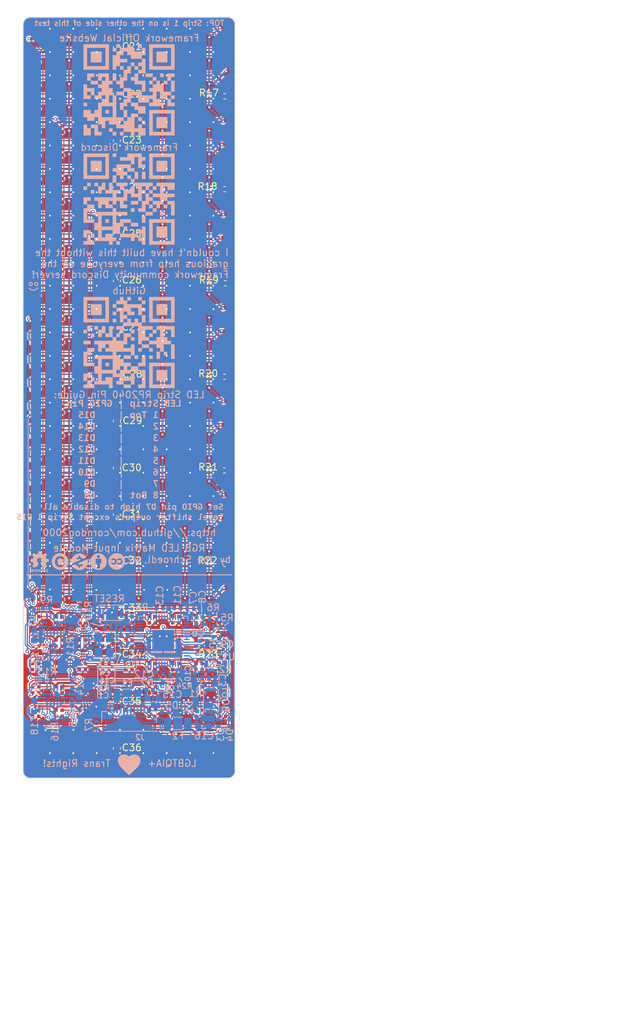
<source format=kicad_pcb>
(kicad_pcb (version 20221018) (generator pcbnew)
  (title_block (title "RGB LED Matrix Input Module") (date "2023-08-27") (rev "V2") (company "Joseph Schroedl") (comment 1 "joe.schroedl@outlook.com") (comment 2 "https://github.com/corndog2000"))
  (layers (0 "F.Cu" signal) (31 "B.Cu" signal) (34 "B.Paste" user) (35 "F.Paste" user) (36 "B.SilkS" user "B.Silkscreen") (37 "F.SilkS" user "F.Silkscreen") (38 "B.Mask" user) (39 "F.Mask" user) (44 "Edge.Cuts" user))
  (net 0 "")
  (net 1 "GND")
  (net 2 "/XIN")
  (net 3 "Net-(C2-Pad2)")
  (net 4 "+3V3")
  (net 5 "+1V1")
  (net 6 "+5V")
  (net 7 "/USB_DP")
  (net 8 "/USB_DN")
  (net 9 "/~{SLEEP}")
  (net 10 "/BOARD_ID")
  (net 11 "Net-(R1-Pad1)")
  (net 12 "/QSPI_SS")
  (net 13 "/XOUT")
  (net 14 "Net-(U2-USB_DP)")
  (net 15 "/SWCLK")
  (net 16 "/SWD")
  (net 17 "/QSPI_SD1")
  (net 18 "/QSPI_SD2")
  (net 19 "/QSPI_SD0")
  (net 20 "/QSPI_SCLK")
  (net 21 "/QSPI_SD3")
  (net 22 "/TX")
  (net 23 "/RX")
  (net 24 "/SDA")
  (net 25 "/SCL")
  (net 26 "Net-(U2-USB_DM)")
  (net 27 "Net-(U2-GPIO6)")
  (net 28 "/D9")
  (net 29 "/D10")
  (net 30 "/D11")
  (net 31 "/D12")
  (net 32 "/D13")
  (net 33 "/SCK")
  (net 34 "/MOSI")
  (net 35 "/MISO")
  (net 36 "/A0")
  (net 37 "/A1")
  (net 38 "/A2")
  (net 39 "/A3")
  (net 40 "/~{RESET}")
  (net 41 "/NeopixelMatrix/STRIP1")
  (net 42 "/D8")
  (net 43 "/D7")
  (net 44 "Net-(N1-DOUT)")
  (net 45 "Net-(N2-DOUT)")
  (net 46 "Net-(N3-DOUT)")
  (net 47 "Net-(N4-DOUT)")
  (net 48 "Net-(N5-DOUT)")
  (net 49 "Net-(N6-DOUT)")
  (net 50 "Net-(N7-DOUT)")
  (net 51 "Net-(N8-DOUT)")
  (net 52 "Net-(N10-DIN)")
  (net 53 "Net-(N10-DOUT)")
  (net 54 "Net-(N11-DOUT)")
  (net 55 "Net-(N12-DOUT)")
  (net 56 "Net-(N13-DOUT)")
  (net 57 "Net-(N14-DOUT)")
  (net 58 "Net-(N15-DOUT)")
  (net 59 "Net-(N16-DOUT)")
  (net 60 "Net-(N17-DOUT)")
  (net 61 "Net-(N19-DOUT)")
  (net 62 "Net-(N20-DOUT)")
  (net 63 "Net-(N21-DOUT)")
  (net 64 "Net-(N22-DOUT)")
  (net 65 "Net-(N23-DOUT)")
  (net 66 "Net-(N24-DOUT)")
  (net 67 "Net-(N25-DOUT)")
  (net 68 "Net-(N26-DOUT)")
  (net 69 "Net-(N27-DOUT)")
  (net 70 "Net-(N28-DOUT)")
  (net 71 "Net-(N29-DOUT)")
  (net 72 "Net-(N30-DOUT)")
  (net 73 "Net-(N31-DOUT)")
  (net 74 "Net-(N32-DOUT)")
  (net 75 "Net-(N33-DOUT)")
  (net 76 "Net-(N34-DOUT)")
  (net 77 "Net-(N35-DOUT)")
  (net 78 "/NeopixelMatrix/END-STRIP1")
  (net 79 "Net-(N37-DOUT)")
  (net 80 "Net-(N38-DOUT)")
  (net 81 "Net-(N39-DOUT)")
  (net 82 "Net-(N40-DOUT)")
  (net 83 "Net-(N41-DOUT)")
  (net 84 "Net-(N42-DOUT)")
  (net 85 "Net-(N43-DOUT)")
  (net 86 "Net-(N44-DOUT)")
  (net 87 "Net-(N45-DOUT)")
  (net 88 "Net-(N46-DOUT)")
  (net 89 "Net-(N47-DOUT)")
  (net 90 "Net-(N48-DOUT)")
  (net 91 "Net-(N49-DOUT)")
  (net 92 "Net-(N50-DOUT)")
  (net 93 "Net-(N51-DOUT)")
  (net 94 "Net-(N52-DOUT)")
  (net 95 "Net-(N53-DOUT)")
  (net 96 "/NeopixelMatrix/END-STRIP2")
  (net 97 "Net-(N55-DOUT)")
  (net 98 "Net-(N56-DOUT)")
  (net 99 "Net-(N57-DOUT)")
  (net 100 "Net-(N58-DOUT)")
  (net 101 "Net-(N59-DOUT)")
  (net 102 "Net-(N60-DOUT)")
  (net 103 "Net-(N61-DOUT)")
  (net 104 "Net-(N62-DOUT)")
  (net 105 "Net-(N63-DOUT)")
  (net 106 "Net-(N64-DOUT)")
  (net 107 "Net-(N65-DOUT)")
  (net 108 "Net-(N66-DOUT)")
  (net 109 "Net-(N67-DOUT)")
  (net 110 "Net-(N68-DOUT)")
  (net 111 "Net-(N69-DOUT)")
  (net 112 "Net-(N70-DOUT)")
  (net 113 "Net-(N71-DOUT)")
  (net 114 "/NeopixelMatrix/END-STRIP3")
  (net 115 "Net-(N73-DOUT)")
  (net 116 "Net-(N74-DOUT)")
  (net 117 "Net-(N75-DOUT)")
  (net 118 "Net-(N76-DOUT)")
  (net 119 "Net-(N77-DOUT)")
  (net 120 "Net-(N79-DOUT)")
  (net 121 "Net-(N80-DOUT)")
  (net 122 "Net-(N81-DOUT)")
  (net 123 "Net-(N82-DOUT)")
  (net 124 "Net-(N83-DOUT)")
  (net 125 "Net-(N93-DOUT)")
  (net 126 "Net-(N94-DOUT)")
  (net 127 "Net-(N182-DOUT)")
  (net 128 "Net-(N95-DOUT)")
  (net 129 "Net-(N183-DOUT)")
  (net 130 "Net-(N100-DIN)")
  (net 131 "Net-(N184-DOUT)")
  (net 132 "Net-(N84-DOUT)")
  (net 133 "/NeopixelMatrix/END-STRIP4")
  (net 134 "Net-(N96-DOUT)")
  (net 135 "Net-(N100-DOUT)")
  (net 136 "Net-(N101-DOUT)")
  (net 137 "Net-(N102-DOUT)")
  (net 138 "Net-(N103-DOUT)")
  (net 139 "Net-(N104-DOUT)")
  (net 140 "Net-(N105-DOUT)")
  (net 141 "Net-(N106-DOUT)")
  (net 142 "Net-(N107-DOUT)")
  (net 143 "Net-(N109-DOUT)")
  (net 144 "Net-(N110-DOUT)")
  (net 145 "Net-(N111-DOUT)")
  (net 146 "Net-(N112-DOUT)")
  (net 147 "Net-(N113-DOUT)")
  (net 148 "Net-(N114-DOUT)")
  (net 149 "Net-(N115-DOUT)")
  (net 150 "Net-(N117-DOUT)")
  (net 151 "Net-(N118-DOUT)")
  (net 152 "Net-(N119-DOUT)")
  (net 153 "Net-(N121-DOUT)")
  (net 154 "Net-(N122-DOUT)")
  (net 155 "Net-(N123-DOUT)")
  (net 156 "Net-(N125-DOUT)")
  (net 157 "Net-(N97-DOUT)")
  (net 158 "Net-(N127-DOUT)")
  (net 159 "Net-(N129-DOUT)")
  (net 160 "Net-(N130-DOUT)")
  (net 161 "Net-(N131-DOUT)")
  (net 162 "Net-(N133-DOUT)")
  (net 163 "Net-(N134-DOUT)")
  (net 164 "Net-(N135-DOUT)")
  (net 165 "Net-(N137-DOUT)")
  (net 166 "Net-(N138-DOUT)")
  (net 167 "Net-(N139-DOUT)")
  (net 168 "Net-(N141-DOUT)")
  (net 169 "Net-(N142-DOUT)")
  (net 170 "Net-(N143-DOUT)")
  (net 171 "Net-(N145-DOUT)")
  (net 172 "Net-(N146-DOUT)")
  (net 173 "Net-(N147-DOUT)")
  (net 174 "Net-(N149-DOUT)")
  (net 175 "Net-(N150-DOUT)")
  (net 176 "Net-(N151-DOUT)")
  (net 177 "Net-(N152-DOUT)")
  (net 178 "Net-(N153-DOUT)")
  (net 179 "Net-(N154-DOUT)")
  (net 180 "Net-(N155-DOUT)")
  (net 181 "Net-(N156-DOUT)")
  (net 182 "Net-(N157-DOUT)")
  (net 183 "Net-(N158-DOUT)")
  (net 184 "Net-(N159-DOUT)")
  (net 185 "Net-(N160-DOUT)")
  (net 186 "Net-(N161-DOUT)")
  (net 187 "Net-(N98-DOUT)")
  (net 188 "Net-(N163-DOUT)")
  (net 189 "Net-(N164-DOUT)")
  (net 190 "Net-(N165-DOUT)")
  (net 191 "Net-(N166-DOUT)")
  (net 192 "Net-(N167-DOUT)")
  (net 193 "Net-(N168-DOUT)")
  (net 194 "Net-(N169-DOUT)")
  (net 195 "Net-(N170-DOUT)")
  (net 196 "Net-(N171-DOUT)")
  (net 197 "Net-(N172-DOUT)")
  (net 198 "Net-(N173-DOUT)")
  (net 199 "Net-(N174-DOUT)")
  (net 200 "Net-(N175-DOUT)")
  (net 201 "Net-(N176-DOUT)")
  (net 202 "Net-(N177-DOUT)")
  (net 203 "Net-(N178-DOUT)")
  (net 204 "Net-(N179-DOUT)")
  (net 205 "/NeopixelMatrix/END-STRIP5")
  (net 206 "Net-(N181-DOUT)")
  (net 207 "Net-(N185-DOUT)")
  (net 208 "Net-(N186-DOUT)")
  (net 209 "Net-(N187-DOUT)")
  (net 210 "Net-(N188-DOUT)")
  (net 211 "Net-(N189-DOUT)")
  (net 212 "Net-(N190-DOUT)")
  (net 213 "Net-(N191-DOUT)")
  (net 214 "Net-(N193-DOUT)")
  (net 215 "Net-(N194-DOUT)")
  (net 216 "Net-(N195-DOUT)")
  (net 217 "Net-(N196-DOUT)")
  (net 218 "Net-(N197-DOUT)")
  (net 219 "/NeopixelMatrix/END-STRIP6")
  (net 220 "Net-(N199-DOUT)")
  (net 221 "Net-(N200-DOUT)")
  (net 222 "Net-(N201-DOUT)")
  (net 223 "Net-(N202-DOUT)")
  (net 224 "Net-(N203-DOUT)")
  (net 225 "Net-(N204-DOUT)")
  (net 226 "Net-(N205-DOUT)")
  (net 227 "Net-(N206-DOUT)")
  (net 228 "Net-(N207-DOUT)")
  (net 229 "Net-(N209-DOUT)")
  (net 230 "Net-(N210-DOUT)")
  (net 231 "Net-(N211-DOUT)")
  (net 232 "Net-(N213-DOUT)")
  (net 233 "Net-(N214-DOUT)")
  (net 234 "Net-(N215-DOUT)")
  (net 235 "Net-(N217-DOUT)")
  (net 236 "Net-(N218-DOUT)")
  (net 237 "Net-(N219-DOUT)")
  (net 238 "Net-(N221-DOUT)")
  (net 239 "Net-(N222-DOUT)")
  (net 240 "Net-(N223-DOUT)")
  (net 241 "Net-(N225-DOUT)")
  (net 242 "Net-(N226-DOUT)")
  (net 243 "Net-(N227-DOUT)")
  (net 244 "Net-(N229-DOUT)")
  (net 245 "Net-(N230-DOUT)")
  (net 246 "Net-(N231-DOUT)")
  (net 247 "Net-(N233-DOUT)")
  (net 248 "/NeopixelMatrix/END-STRIP7")
  (net 249 "Net-(N235-DOUT)")
  (net 250 "Net-(N237-DOUT)")
  (net 251 "Net-(N238-DOUT)")
  (net 252 "Net-(N239-DOUT)")
  (net 253 "Net-(N241-DOUT)")
  (net 254 "Net-(N242-DOUT)")
  (net 255 "Net-(N243-DOUT)")
  (net 256 "Net-(N244-DOUT)")
  (net 257 "Net-(N245-DOUT)")
  (net 258 "Net-(N246-DOUT)")
  (net 259 "Net-(N247-DOUT)")
  (net 260 "Net-(N248-DOUT)")
  (net 261 "Net-(N249-DOUT)")
  (net 262 "Net-(N253-DOUT)")
  (net 263 "Net-(N254-DOUT)")
  (net 264 "Net-(N255-DOUT)")
  (net 265 "Net-(N256-DOUT)")
  (net 266 "Net-(N257-DOUT)")
  (net 267 "Net-(N258-DOUT)")
  (net 268 "Net-(N259-DOUT)")
  (net 269 "Net-(N260-DOUT)")
  (net 270 "Net-(N261-DOUT)")
  (net 271 "Net-(N262-DOUT)")
  (net 272 "Net-(N263-DOUT)")
  (net 273 "Net-(N264-DOUT)")
  (net 274 "Net-(N265-DOUT)")
  (net 275 "Net-(N266-DOUT)")
  (net 276 "Net-(N267-DOUT)")
  (net 277 "Net-(N268-DOUT)")
  (net 278 "Net-(N269-DOUT)")
  (net 279 "/NeopixelMatrix/END-STRIP8")
  (net 280 "Net-(N271-DOUT)")
  (net 281 "Net-(N272-DOUT)")
  (net 282 "Net-(N273-DOUT)")
  (net 283 "Net-(N277-DOUT)")
  (net 284 "Net-(N278-DOUT)")
  (net 285 "Net-(N279-DOUT)")
  (net 286 "Net-(N280-DOUT)")
  (net 287 "Net-(N281-DOUT)")
  (net 288 "Net-(N282-DOUT)")
  (net 289 "Net-(N283-DOUT)")
  (net 290 "Net-(N284-DOUT)")
  (net 291 "Net-(N285-DOUT)")
  (net 292 "Net-(N286-DOUT)")
  (net 293 "Net-(N287-DOUT)")
  (net 294 "Net-(N192-DOUT)")
  (net 297 "/NeopixelMatrix/END-STRIP19")
  (net 298 "/NeopixelMatrix/END-STRIP10")
  (net 299 "/NeopixelMatrix/END-STRIP11")
  (net 300 "Net-(N250-DOUT)")
  (net 301 "Net-(N251-DOUT)")
  (net 302 "/NeopixelMatrix/END-STRIP12")
  (net 303 "/NeopixelMatrix/END-STRIP13")
  (net 304 "Net-(N276-DOUT)")
  (net 305 "/NeopixelMatrix/END-STRIP14")
  (net 306 "/NeopixelMatrix/STRIP5")
  (net 307 "/NeopixelMatrix/STRIP7")
  (net 308 "/NeopixelMatrix/STRIP9")
  (net 309 "/NeopixelMatrix/STRIP11")
  (net 310 "/NeopixelMatrix/STRIP13")
  (net 311 "/NeopixelMatrix/STRIP15")
  (net 312 "/D15")
  (net 313 "/D14")
  (net 314 "Net-(N78-DOUT)")
  (net 315 "Net-(N85-DOUT)")
  (net 316 "Net-(N86-DOUT)")
  (net 317 "Net-(N87-DOUT)")
  (net 318 "Net-(N88-DOUT)")
  (net 319 "Net-(N89-DOUT)")
  (net 320 "Net-(N91-DOUT)")
  (net 321 "Net-(N92-DOUT)")
  (net 322 "/NeopixelMatrix/END-STRIP15")
  (net 323 "Net-(N116-DOUT)")
  (net 324 "Net-(N120-DOUT)")
  (net 325 "Net-(N124-DOUT)")
  (net 326 "Net-(N128-DOUT)")
  (net 327 "Net-(N132-DOUT)")
  (net 328 "Net-(N136-DOUT)")
  (net 329 "Net-(N140-DOUT)")
  (net 330 "Net-(N148-DOUT)")
  (net 331 "Net-(N208-DOUT)")
  (net 332 "Net-(N212-DOUT)")
  (net 333 "Net-(N220-DOUT)")
  (net 334 "Net-(N224-DOUT)")
  (net 335 "Net-(N228-DOUT)")
  (net 336 "Net-(N232-DOUT)")
  (net 337 "Net-(N236-DOUT)")
  (net 338 "Net-(N240-DOUT)")
  (net 339 "Net-(N274-DOUT)")
  (net 340 "Net-(N275-DOUT)")
  (net 341 "/NeopixelMatrix/STRIP3")
  (net 342 "/NeopixelMatrix/END-STRIP16")
  (net 343 "Net-(F1-Pad2)")
  (net 344 "Net-(F2-Pad1)")
  (net 345 "Net-(U3-1Y)")
  (net 346 "Net-(U3-2Y)")
  (net 347 "Net-(U3-3Y)")
  (net 348 "Net-(U3-4Y)")
  (net 349 "Net-(U4-1Y)")
  (net 350 "Net-(U4-2Y)")
  (net 351 "Net-(U4-3Y)")
  (net 352 "Net-(U4-4Y)")
  (footprint "FootprintLibrary:SK6805-EC14" (layer "F.Cu") (at 56.376107 116.537108)
    (fp_text reference "N260" hide)
    (fp_text value "~")
  )
  (footprint "FootprintLibrary:SK6805-EC14" (layer "F.Cu") (at 46.107107 95.999108)
    (fp_text reference "N203" hide)
    (fp_text value "~")
  )
  (footprint "FootprintLibrary:SK6805-EC14" (layer "F.Cu") (at 59.799107 54.923108)
    (fp_text reference "N99" hide)
    (fp_text value "~")
  )
  (footprint "FootprintLibrary:SK6805-EC14" (layer "F.Cu") (at 52.953107 34.385108)
    (fp_text reference "N43" hide)
    (fp_text value "~")
  )
  (footprint "FootprintLibrary:SK6805-EC14" (layer "F.Cu") (at 39.261107 116.537108)
    (fp_text reference "N255" hide)
    (fp_text value "~")
  )
  (footprint "FootprintLibrary:SK6805-EC14" (layer "F.Cu") (at 32.415107 99.422108)
    (fp_text reference "N208" hide)
    (fp_text value "~")
  )
  (footprint "FootprintLibrary:SK6805-EC14" (layer "F.Cu") (at 49.530107 68.615108)
    (fp_text reference "N132" hide)
    (fp_text value "~")
  )
  (footprint "FootprintLibrary:SK6805-EC14" (layer "F.Cu") (at 42.684107 61.769108)
    (fp_text reference "N112" hide)
    (fp_text value "~")
  )
  (footprint "FootprintLibrary:SK6805-EC14" (layer "F.Cu") (at 46.107107 72.038108)
    (fp_text reference "N140" hide)
    (fp_text value "~")
  )
  (footprint "FootprintLibrary:SK6805-EC14" (layer "F.Cu") (at 59.799107 58.346108)
    (fp_text reference "N108" hide)
    (fp_text value "~")
  )
  (footprint "FootprintLibrary:SK6805-EC14" (layer "F.Cu") (at 46.107107 75.461108)
    (fp_text reference "N149" hide)
    (fp_text value "~")
  )
  (footprint "FootprintLibrary:SK6805-EC14" (layer "F.Cu") (at 39.261107 41.231108)
    (fp_text reference "N57" hide)
    (fp_text value "~")
  )
  (footprint "FootprintLibrary:SK6805-EC14" (layer "F.Cu") (at 59.799107 85.730108)
    (fp_text reference "N180" hide)
    (fp_text value "~")
  )
  (footprint "FootprintLibrary:SK6805-EC14" (layer "F.Cu") (at 39.261107 78.884108)
    (fp_text reference "N156" hide)
    (fp_text value "~")
  )
  (footprint "FootprintLibrary:SK6805-EC14" (layer "F.Cu") (at 35.838107 78.884108)
    (fp_text reference "N155" hide)
    (fp_text value "~")
  )
  (footprint "Capacitor_SMD:C_0603_1608Metric" (layer "F.Cu") (at 44.325 42.956 -90)
    (fp_text reference "C24")
    (fp_text value "10uF")
  )
  (footprint "Capacitor_SMD:C_0603_1608Metric" (layer "F.Cu") (at 44.325 22.418 -90)
    (fp_text reference "C21")
    (fp_text value "10uF")
  )
  (footprint "FootprintLibrary:SK6805-EC14" (layer "F.Cu") (at 49.530107 109.691108)
    (fp_text reference "N240" hide)
    (fp_text value "~")
  )
  (footprint "FootprintLibrary:SK6805-EC14" (layer "F.Cu") (at 46.107107 65.192108)
    (fp_text reference "N122" hide)
    (fp_text value "~")
  )
  (footprint "FootprintLibrary:SK6805-EC14" (layer "F.Cu") (at 56.376107 123.383108)
    (fp_text reference "N278" hide)
    (fp_text value "~")
  )
  (footprint "FootprintLibrary:SK6805-EC14" (layer "F.Cu") (at 59.799107 106.268108)
    (fp_text reference "N234" hide)
    (fp_text value "~")
  )
  (footprint "FootprintLibrary:SK6805-EC14" (layer "F.Cu") (at 32.415107 126.806108)
    (fp_text reference "N280" hide)
    (fp_text value "~")
  )
  (footprint "FootprintLibrary:SK6805-EC14" (layer "F.Cu") (at 35.838107 41.231108)
    (fp_text reference "N56" hide)
    (fp_text value "~")
  )
  (footprint "FootprintLibrary:SK6805-EC14" (layer "F.Cu") (at 46.107107 106.268108)
    (fp_text reference "N230" hide)
    (fp_text value "~")
  )
  (footprint "FootprintLibrary:SK6805-EC14" (layer "F.Cu") (at 56.376107 99.422108)
    (fp_text reference "N215" hide)
    (fp_text value "~")
  )
  (footprint "FootprintLibrary:SK6805-EC14" (layer "F.Cu") (at 46.107107 109.691108)
    (fp_text reference "N239" hide)
    (fp_text value "~")
  )
  (footprint "FootprintLibrary:SK6805-EC14" (layer "F.Cu") (at 49.530107 72.038108)
    (fp_text reference "N141" hide)
    (fp_text value "~")
  )
  (footprint "FootprintLibrary:SK6805-EC14" (layer "F.Cu") (at 39.261107 61.769108)
    (fp_text reference "N111" hide)
    (fp_text value "~")
  )
  (footprint "FootprintLibrary:SK6805-EC14" (layer "F.Cu") (at 59.799107 126.806108)
    (fp_text reference "N288" hide)
    (fp_text value "~")
  )
  (footprint "FootprintLibrary:SK6805-EC14" (layer "F.Cu") (at 49.530107 34.385108)
    (fp_text reference "N42" hide)
    (fp_text value "~")
  )
  (footprint "FootprintLibrary:SK6805-EC14" (layer "F.Cu") (at 35.838107 75.461108)
    (fp_text reference "N146" hide)
    (fp_text value "~")
  )
  (footprint "FootprintLibrary:SK6805-EC14" (layer "F.Cu") (at 42.684107 102.845108)
    (fp_text reference "N220" hide)
    (fp_text value "~")
  )
  (footprint "FootprintLibrary:SK6805-EC14" (layer "F.Cu") (at 56.376107 30.962108)
    (fp_text reference "N35" hide)
    (fp_text value "~")
  )
  (footprint "FootprintLibrary:SK6805-EC14" (layer "F.Cu") (at 49.530107 95.999108)
    (fp_text reference "N204" hide)
    (fp_text value "~")
  )
  (footprint "FootprintLibrary:SK6805-EC14" (layer "F.Cu") (at 35.838107 58.346108)
    (fp_text reference "N101" hide)
    (fp_text value "~")
  )
  (footprint "FootprintLibrary:SK6805-EC14" (layer "F.Cu") (at 52.953107 51.500108)
    (fp_text reference "N88" hide)
    (fp_text value "~")
  )
  (footprint "FootprintLibrary:SK6805-EC14" (layer "F.Cu") (at 42.684107 126.806108)
    (fp_text reference "N283" hide)
    (fp_text value "~")
  )
  (footprint "FootprintLibrary:SK6805-EC14" (layer "F.Cu") (at 39.261107 65.192108)
    (fp_text reference "N120" hide)
    (fp_text value "~")
  )
  (footprint "FootprintLibrary:SK6805-EC14" (layer "F.Cu") (at 42.684107 123.383108)
    (fp_text reference "N274" hide)
    (fp_text value "~")
  )
  (footprint "FootprintLibrary:SK6805-EC14" (layer "F.Cu") (at 39.261107 126.806108)
    (fp_text reference "N282" hide)
    (fp_text value "~")
  )
  (footprint "FootprintLibrary:SK6805-EC14" (layer "F.Cu") (at 32.415107 51.500108)
    (fp_text reference "N82" hide)
    (fp_text value "~")
  )
  (footprint "FootprintLibrary:SK6805-EC14" (layer "F.Cu") (at 52.953107 113.114108)
    (fp_text reference "N250" hide)
    (fp_text value "~")
  )
  (footprint "FootprintLibrary:SK6805-EC14" (layer "F.Cu") (at 52.953107 78.884108)
    (fp_text reference "N160" hide)
    (fp_text value "~")
  )
  (footprint "FootprintLibrary:SK6805-EC14" (layer "F.Cu") (at 35.838107 30.962108)
    (fp_text reference "N29" hide)
    (fp_text value "~")
  )
  (footprint "FootprintLibrary:SK6805-EC14" (layer "F.Cu") (at 49.530107 116.537108)
    (fp_text reference "N258" hide)
    (fp_text value "~")
  )
  (footprint "FootprintLibrary:SK6805-EC14" (layer "F.Cu") (at 59.799107 44.654108)
    (fp_text reference "N72" hide)
    (fp_text value "~")
  )
  (footprint "FootprintLibrary:SK6805-EC14" (layer "F.Cu") (at 46.107107 102.845108)
    (fp_text reference "N221" hide)
    (fp_text value "~")
  )
  (footprint "FootprintLibrary:SK6805-EC14" (layer "F.Cu") (at 35.838107 72.038108)
    (fp_text reference "N137" hide)
    (fp_text value "~")
  )
  (footprint "FootprintLibrary:SK6805-EC14" (layer "F.Cu") (at 42.684107 78.884108)
    (fp_text reference "N157" hide)
    (fp_text value "~")
  )
  (footprint "Resistor_SMD:R_0402_1005Metric" (layer "F.Cu") (at 60.117107 43.199608)
    (fp_text reference "R18")
    (fp_text value "0")
  )
  (footprint "FootprintLibrary:SK6805-EC14" (layer "F.Cu") (at 35.838107 65.192108)
    (fp_text reference "N119" hide)
    (fp_text value "~")
  )
  (footprint "FootprintLibrary:SK6805-EC14" (layer "F.Cu") (at 39.261107 20.693108)
    (fp_text reference "N3" hide)
    (fp_text value "~")
  )
  (footprint "FootprintLibrary:SK6805-EC14" (layer "F.Cu") (at 56.376107 102.845108)
    (fp_text reference "N224" hide)
    (fp_text value "~")
  )
  (footprint "FootprintLibrary:SK6805-EC14" (layer "F.Cu") (at 39.261107 58.346108)
    (fp_text reference "N102" hide)
    (fp_text value "~")
  )
  (footprint "FootprintLibrary:SK6805-EC14" (layer "F.Cu") (at 32.415107 72.038108)
    (fp_text reference "N136" hide)
    (fp_text value "~")
  )
  (footprint "FootprintLibrary:SK6805-EC14" (layer "F.Cu") (at 35.838107 99.422108)
    (fp_text reference "N209" hide)
    (fp_text value "~")
  )
  (footprint "FootprintLibrary:SK6805-EC14" (layer "F.Cu") (at 46.107107 48.077108)
    (fp_text reference "N77" hide)
    (fp_text value "~")
  )
  (footprint "FootprintLibrary:SK6805-EC14" (layer "F.Cu") (at 49.530107 85.730108)
    (fp_text reference "N177" hide)
    (fp_text value "~")
  )
  (footprint "FootprintLibrary:SK6805-EC14" (layer "F.Cu") (at 46.107107 113.114108)
    (fp_text reference "N248" hide)
    (fp_text value "~")
  )
  (footprint "FootprintLibrary:SK6805-EC14" (layer "F.Cu") (at 39.261107 68.615108)
    (fp_text reference "N129" hide)
    (fp_text value "~")
  )
  (footprint "FootprintLibrary:SK6805-EC14" (layer "F.Cu") (at 59.799107 61.769108)
    (fp_text reference "N117" hide)
    (fp_text value "~")
  )
  (footprint "FootprintLibrary:SK6805-EC14" (layer "F.Cu") (at 46.107107 20.693108)
    (fp_text reference "N5" hide)
    (fp_text value "~")
  )
  (footprint "FootprintLibrary:SK6805-EC14" (layer "F.Cu") (at 32.415107 92.576108)
    (fp_text reference "N190" hide)
    (fp_text value "~")
  )
  (footprint "FootprintLibrary:SK6805-EC14" (layer "F.Cu") (at 59.799107 51.500108)
    (fp_text reference "N90" hide)
    (fp_text value "~")
  )
  (footprint "FootprintLibrary:SK6805-EC14" (layer "F.Cu") (at 32.415107 109.691108)
    (fp_text reference "N235" hide)
    (fp_text value "~")
  )
  (footprint "FootprintLibrary:SK6805-EC14" (layer "F.Cu") (at 59.799107 75.461108)
    (fp_text reference "N153" hide)
    (fp_text value "~")
  )
  (footprint "Resistor_SMD:R_0402_1005Metric" (layer "F.Cu") (at 60.09 111.7935)
    (fp_text reference "R23")
    (fp_text value "0")
  )
  (footprint "FootprintLibrary:SK6805-EC14" (layer "F.Cu") (at 35.838107 68.615108)
    (fp_text reference "N128" hide)
    (fp_text value "~")
  )
  (footprint "FootprintLibrary:SK6805-EC14" (layer "F.Cu") (at 42.684107 72.038108)
    (fp_text reference "N139" hide)
    (fp_text value "~")
  )
  (footprint "FootprintLibrary:SK6805-EC14" (layer "F.Cu") (at 52.953107 89.153108)
    (fp_text reference "N187" hide)
    (fp_text value "~")
  )
  (footprint "FootprintLibrary:SK6805-EC14" (layer "F.Cu") (at 56.376107 126.806108)
    (fp_text reference "N287" hide)
    (fp_text value "~")
  )
  (footprint "FootprintLibrary:SK6805-EC14" (layer "F.Cu") (at 32.415107 58.346108)
    (fp_text reference "N100" hide)
    (fp_text value "~")
  )
  (footprint "FootprintLibrary:SK6805-EC14" (layer "F.Cu") (at 39.261107 95.999108)
    (fp_text reference "N201" hide)
    (fp_text value "~")
  )
  (footprint "FootprintLibrary:SK6805-EC14" (layer "F.Cu") (at 46.107107 54.923108)
    (fp_text reference "N95" hide)
    (fp_text value "~")
  )
  (footprint "FootprintLibrary:SK6805-EC14" (layer "F.Cu") (at 49.530107 119.960108)
    (fp_text reference "N267" hide)
    (fp_text value "~")
  )
  (footprint "FootprintLibrary:SK6805-EC14" (layer "F.Cu") (at 32.415107 85.730108)
    (fp_text reference "N172" hide)
    (fp_text value "~")
  )
  (footprint "FootprintLibrary:SK6805-EC14" (layer "F.Cu") (at 46.107107 27.539108)
    (fp_text reference "N23" hide)
    (fp_text value "~")
  )
  (footprint "FootprintLibrary:SK6805-EC14" (layer "F.Cu") (at 59.799107 48.077108)
    (fp_text reference "N81" hide)
    (fp_text value "~")
  )
  (footprint "FootprintLibrary:SK6805-EC14" (layer "F.Cu") (at 35.838107 54.923108)
    (fp_text reference "N92" hide)
    (fp_text value "~")
  )
  (footprint "FootprintLibrary:SK6805-EC14" (layer "F.Cu") (at 49.530107 106.268108)
    (fp_text reference "N231" hide)
    (fp_text value "~")
  )
  (footprint "FootprintLibrary:SK6805-EC14" (layer "F.Cu") (at 46.107107 37.808108)
    (fp_text reference "N50" hide)
    (fp_text value "~")
  )
  (footprint "FootprintLibrary:SK6805-EC14" (layer "F.Cu") (at 52.953107 44.654108)
    (fp_text reference "N70" hide)
    (fp_text value "~")
  )
  (footprint "FootprintLibrary:SK6805-EC14" (layer "F.Cu") (at 46.107107 30.962108)
    (fp_text reference "N32" hide)
    (fp_text value "~")
  )
  (footprint "FootprintLibrary:SK6805-EC14" (layer "F.Cu") (at 42.684107 58.346108)
    (fp_text reference "N103" hide)
    (fp_text value "~")
  )
  (footprint "FootprintLibrary:SK6805-EC14" (layer "F.Cu") (at 42.684107 89.153108)
    (fp_text reference "N184" hide)
    (fp_text value "~")
  )
  (footprint "FootprintLibrary:SK6805-EC14" (layer "F.Cu") (at 32.415107 24.116108)
    (fp_text reference "N10" hide)
    (fp_text value "~")
  )
  (footprint "FootprintLibrary:SK6805-EC14" (layer "F.Cu") (at 35.838107 51.500108)
    (fp_text reference "N83" hide)
    (fp_text value "~")
  )
  (footprint "FootprintLibrary:SK6805-EC14" (layer "F.Cu") (at 35.838107 92.576108)
    (fp_text reference "N191" hide)
    (fp_text value "~")
  )
  (footprint "FootprintLibrary:SK6805-EC14" (layer "F.Cu") (at 56.376107 106.268108)
    (fp_text reference "N233" hide)
    (fp_text value "~")
  )
  (footprint "FootprintLibrary:SK6805-EC14" (layer "F.Cu") (at 42.684107 51.500108)
    (fp_text reference "N85" hide)
    (fp_text value "~")
  )
  (footprint "FootprintLibrary:SK6805-EC14" (layer "F.Cu") (at 39.261107 119.960108)
    (fp_text reference "N264" hide)
    (fp_text value "~")
  )
  (footprint "FootprintLibrary:SK6805-EC14" (layer "F.Cu") (at 59.799107 95.999108)
    (fp_text reference "N207" hide)
    (fp_text value "~")
  )
  (footprint "FootprintLibrary:SK6805-EC14" (layer "F.Cu") (at 59.799107 37.808108)
    (fp_text reference "N54" hide)
    (fp_text value "~")
  )
  (footprint "FootprintLibrary:SK6805-EC14" (layer "F.Cu") (at 42.684107 75.461108)
    (fp_text reference "N148" hide)
    (fp_text value "~")
  )
  (footprint "FootprintLibrary:SK6805-EC14" (layer "F.Cu") (at 39.261107 72.038108)
    (fp_text reference "N138" hide)
    (fp_text value "~")
  )
  (footprint "FootprintLibrary:SK6805-EC14" (layer "F.Cu") (at 42.684107 106.268108)
    (fp_text reference "N229" hide)
    (fp_text value "~")
  )
  (footprint "FootprintLibrary:SK6805-EC14" (layer "F.Cu") (at 49.530107 82.307108)
    (fp_text reference "N168" hide)
    (fp_text value "~")
  )
  (footprint "FootprintLibrary:SK6805-EC14" (layer "F.Cu") (at 49.530107 54.923108)
    (fp_text reference "N96" hide)
    (fp_text value "~")
  )
  (footprint "FootprintLibrary:SK6805-EC14" (layer "F.Cu") (at 35.838107 106.268108)
    (fp_text reference "N227" hide)
    (fp_text value "~")
  )
  (footprint "FootprintLibrary:SK6805-EC14" (layer "F.Cu") (at 49.530107 113.114108)
    (fp_text reference "N249" hide)
    (fp_text value "~")
  )
  (footprint "Capacitor_SMD:C_0603_1608Metric" (layer "F.Cu") (at 44.325 49.802 -90)
    (fp_text reference "C25")
    (fp_text value "10uF")
  )
  (footprint "FootprintLibrary:SK6805-EC14" (layer "F.Cu") (at 32.415107 123.383108)
    (fp_text reference "N271" hide)
    (fp_text value "~")
  )
  (footprint "FootprintLibrary:SK6805-EC14" (layer "F.Cu") (at 46.107107 51.500108)
    (fp_text reference "N86" hide)
    (fp_text value "~")
  )
  (footprint "FootprintLibrary:SK6805-EC14" (layer "F.Cu") (at 52.953107 85.730108)
    (fp_text reference "N178" hide)
    (fp_text value "~")
  )
  (footprint "FootprintLibrary:SK6805-EC14" (layer "F.Cu") (at 39.261107 102.845108)
    (fp_text reference "N219" hide)
    (fp_text value "~")
  )
  (footprint "FootprintLibrary:SK6805-EC14" (layer "F.Cu") (at 46.107107 34.385108)
    (fp_text reference "N41" hide)
    (fp_text value "~")
  )
  (footprint "FootprintLibrary:SK6805-EC14" (layer "F.Cu") (at 35.838107 109.691108)
    (fp_text reference "N236" hide)
    (fp_text value "~")
  )
  (footprint "FootprintLibrary:SK6805-EC14" (layer "F.Cu") (at 42.684107 24.116108)
    (fp_text reference "N13" hide)
    (fp_text value "~")
  )
  (footprint "FootprintLibrary:SK6805-EC14" (layer "F.Cu") (at 46.107107 82.307108)
    (fp_text reference "N167" hide)
    (fp_text value "~")
  )
  (footprint "FootprintLibrary:SK6805-EC14" (layer "F.Cu") (at 35.838107 102.845108)
    (fp_text reference "N218" hide)
    (fp_text value "~")
  )
  (footprint "FootprintLibrary:SK6805-EC14" (layer "F.Cu") (at 52.953107 82.307108)
    (fp_text reference "N169" hide)
    (fp_text value "~")
  )
  (footprint "FootprintLibrary:SK6805-EC14" (layer "F.Cu") (at 39.261107 113.114108)
    (fp_text reference "N246" hide)
    (fp_text value "~")
  )
  (footprint "FootprintLibrary:SK6805-EC14" (layer "F.Cu") (at 59.799107 82.307108)
    (fp_text reference "N171" hide)
    (fp_text value "~")
  )
  (footprint "FootprintLibrary:SK6805-EC14" (layer "F.Cu") (at 49.530107 20.693108)
    (fp_text reference "N6" hide)
    (fp_text value "~")
  )
  (footprint "FootprintLibrary:SK6805-EC14" (layer "F.Cu") (at 49.530107 123.383108)
    (fp_text reference "N276" hide)
    (fp_text value "~")
  )
  (footprint "FootprintLibrary:SK6805-EC14" (layer "F.Cu") (at 46.107107 89.153108)
    (fp_text reference "N185" hide)
    (fp_text value "~")
  )
  (footprint "FootprintLibrary:SK6805-EC14" (layer "F.Cu") (at 35.838107 82.307108)
    (fp_text reference "N164" hide)
    (fp_text value "~")
  )
  (footprint "FootprintLibrary:SK6805-EC14" (layer "F.Cu") (at 59.799107 119.960108)
    (fp_text reference "N270" hide)
    (fp_text value "~")
  )
  (footprint "FootprintLibrary:SK6805-EC14" (layer "F.Cu") (at 52.953107 75.461108)
    (fp_text reference "N151" hide)
    (fp_text value "~")
  )
  (footprint "FootprintLibrary:SK6805-EC14" (layer "F.Cu") (at 49.530107 126.806108)
    (fp_text reference "N285" hide)
    (fp_text value "~")
  )
  (footprint "FootprintLibrary:SK6805-EC14" (layer "F.Cu") (at 52.953107 102.845108)
    (fp_text reference "N223" hide)
    (fp_text value "~")
  )
  (footprint "FootprintLibrary:SK6805-EC14" (layer "F.Cu") (at 32.415107 119.960108)
    (fp_text reference "N262" hide)
    (fp_text value "~")
  )
  (footprint "FootprintLibrary:SK6805-EC14" (layer "F.Cu") (at 49.530107 30.962108)
    (fp_text reference "N33" hide)
    (fp_text value "~")
  )
  (footprint "FootprintLibrary:SK6805-EC14" (layer "F.Cu") (at 32.415107 37.808108)
    (fp_text reference "N46" hide)
    (fp_text value "~")
  )
  (footprint "FootprintLibrary:SK6805-EC14" (layer "F.Cu") (at 52.953107 24.116108)
    (fp_text reference "N16" hide)
    (fp_text value "~")
  )
  (footprint "FootprintLibrary:SK6805-EC14" (layer "F.Cu") (at 39.261107 82.307108)
    (fp_text reference "N165" hide)
    (fp_text value "~")
  )
  (footprint "FootprintLibrary:SK6805-EC14" (layer "F.Cu") (at 56.376107 92.576108)
    (fp_text reference "N197" hide)
    (fp_text value "~")
  )
  (footprint "FootprintLibrary:SK6805-EC14" (layer "F.Cu") (at 49.530107 78.884108)
    (fp_text reference "N159" hide)
    (fp_text value "~")
  )
  (footprint "FootprintLibrary:SK6805-EC14" (layer "F.Cu") (at 49.530107 27.539108)
    (fp_text reference "N24" hide)
    (fp_text value "~")
  )
  (footprint "FootprintLibrary:SK6805-EC14" (layer "F.Cu") (at 52.953107 72.038108)
    (fp_text reference "N142" hide)
    (fp_text value "~")
  )
  (footprint "FootprintLibrary:SK6805-EC14" (layer "F.Cu") (at 35.838107 44.654108)
    (fp_text reference "N65" hide)
    (fp_text value "~")
  )
  (footprint "FootprintLibrary:SK6805-EC14" (layer "F.Cu") (at 56.376107 95.999108)
    (fp_text reference "N206" hide)
    (fp_text value "~")
  )
  (footprint "FootprintLibrary:SK6805-EC14" (layer "F.Cu") (at 59.799107 102.845108)
    (fp_text reference "N225" hide)
    (fp_text value "~")
  )
  (footprint "FootprintLibrary:SK6805-EC14" (layer "F.Cu") (at 49.530107 61.769108)
    (fp_text reference "N114" hide)
    (fp_text value "~")
  )
  (footprint "FootprintLibrary:SK6805-EC14" (layer "F.Cu") (at 56.376107 37.808108)
    (fp_text reference "N53" hide)
    (fp_text value "~")
  )
  (footprint "FootprintLibrary:SK6805-EC14" (layer "F.Cu") (at 39.261107 44.654108)
    (fp_text reference "N66" hide)
    (fp_text value "~")
  )
  (footprint "FootprintLibrary:SK6805-EC14" (layer "F.Cu") (at 35.838107 123.383108)
    (fp_text reference "N272" hide)
    (fp_text value "~")
  )
  (footprint "FootprintLibrary:SK6805-EC14" (layer "F.Cu") (at 39.261107 30.962108)
    (fp_text reference "N30" hide)
    (fp_text value "~")
  )
  (footprint "FootprintLibrary:SK6805-EC14" (layer "F.Cu") (at 39.261107 85.730108)
    (fp_text reference "N174" hide)
    (fp_text value "~")
  )
  (footprint "FootprintLibrary:SK6805-EC14" (layer "F.Cu") (at 52.953107 68.615108)
    (fp_text reference "N133" hide)
    (fp_text value "~")
  )
  (footprint "FootprintLibrary:SK6805-EC14" (layer "F.Cu") (at 39.261107 54.923108)
    (fp_text reference "N93" hide)
    (fp_text value "~")
  )
  (footprint "FootprintLibrary:SK6805-EC14" (layer "F.Cu") (at 56.376107 68.615108)
    (fp_text reference "N134" hide)
    (fp_text value "~")
  )
  (footprint "FootprintLibrary:SK6805-EC14" (layer "F.Cu") (at 52.953107 106.268108)
    (fp_text reference "N232" hide)
    (fp_text value "~")
  )
  (footprint "FootprintLibrary:SK6805-EC14" (layer "F.Cu") (at 42.684107 27.539108)
    (fp_text reference "N22" hide)
    (fp_text value "~")
  )
  (footprint "FootprintLibrary:SK6805-EC14" (layer "F.Cu") (at 46.107107 119.960108)
    (fp_text reference "N266" hide)
    (fp_text value "~")
  )
  (footprint "FootprintLibrary:SK6805-EC14" (layer "F.Cu") (at 49.530107 58.346108)
    (fp_text reference "N105" hide)
    (fp_text value "~")
  )
  (footprint "FootprintLibrary:SK6805-EC14" (layer "F.Cu") (at 52.953107 65.192108)
    (fp_text reference "N124" hide)
    (fp_text value "~")
  )
  (footprint "FootprintLibrary:SK6805-EC14" (layer "F.Cu") (at 42.684107 68.615108)
    (fp_text reference "N130" hide)
    (fp_text value "~")
  )
  (footprint "Resistor_SMD:R_0402_1005Metric" (layer "F.Cu") (at 60.11 70.6925)
    (fp_text reference "R20")
    (fp_text value "0")
  )
  (footprint "FootprintLibrary:SK6805-EC14" (layer "F.Cu") (at 39.261107 99.422108)
    (fp_text reference "N210" hide)
    (fp_text value "~")
  )
  (footprint "FootprintLibrary:SK6805-EC14" (layer "F.Cu") (at 56.376107 24.116108)
    (fp_text reference "N17" hide)
    (fp_text value "~")
  )
  (footprint "FootprintLibrary:SK6805-EC14" (layer "F.Cu") (at 56.376107 61.769108)
    (fp_text reference "N116" hide)
    (fp_text value "~")
  )
  (footprint "FootprintLibrary:SK6805-EC14" (layer "F.Cu") (at 56.376107 119.960108)
    (fp_text reference "N269" hide)
    (fp_text value "~")
  )
  (footprint "FootprintLibrary:SK6805-EC14" (layer "F.Cu") (at 42.684107 92.576108)
    (fp_text reference "N193" hide)
    (fp_text value "~")
  )
  (footprint "FootprintLibrary:SK6805-EC14" (layer "F.Cu") (at 46.107107 116.537108)
    (fp_text reference "N257" hide)
    (fp_text value "~")
  )
  (footprint "FootprintLibrary:SK6805-EC14" (layer "F.Cu") (at 35.838107 24.116108)
    (fp_text reference "N11" hide)
    (fp_text value "~")
  )
  (footprint "FootprintLibrary:SK6805-EC14" (layer "F.Cu") (at 32.415107 41.231108)
    (fp_text reference "N55" hide)
    (fp_text value "~")
  )
  (footprint "FootprintLibrary:SK6805-EC14" (layer "F.Cu") (at 59.799107 89.153108)
    (fp_text reference "N189" hide)
    (fp_text value "~")
  )
  (footprint "FootprintLibrary:SK6805-EC14" (layer "F.Cu") (at 52.953107 48.077108)
    (fp_text reference "N79" hide)
    (fp_text value "~")
  )
  (footprint "FootprintLibrary:SK6805-EC14" (layer "F.Cu") (at 32.415107 20.693108)
    (fp_text reference "N1" hide)
    (fp_text value "~")
  )
  (footprint "FootprintLibrary:SK6805-EC14" (layer "F.Cu") (at 39.261107 34.385108)
    (fp_text reference "N39" hide)
    (fp_text value "~")
  )
  (footprint "FootprintLibrary:SK6805-EC14" (layer "F.Cu") (at 59.799107 34.385108)
    (fp_text reference "N45" hide)
    (fp_text value "~")
  )
  (footprint "FootprintLibrary:SK6805-EC14" (layer "F.Cu") (at 42.684107 116.537108)
    (fp_text reference "N256" hide)
    (fp_text value "~")
  )
  (footprint "FootprintLibrary:SK6805-EC14" (layer "F.Cu") (at 56.376107 51.500108)
    (fp_text reference "N89" hide)
    (fp_text value "~")
  )
  (footprint "FootprintLibrary:SK6805-EC14" (layer "F.Cu") (at 39.261107 109.691108)
    (fp_text reference "N237" hide)
    (fp_text value "~")
  )
  (footprint "FootprintLibrary:SK6805-EC14" (layer "F.Cu") (at 46.107107 44.654108)
    (fp_text reference "N68" hide)
    (fp_text value "~")
  )
  (footprint "FootprintLibrary:SK6805-EC14" (layer "F.Cu") (at 39.261107 51.500108)
    (fp_text reference "N84" hide)
    (fp_text value "~")
  )
  (footprint "FootprintLibrary:SK6805-EC14" (layer "F.Cu") (at 59.799107 30.962108)
    (fp_text reference "N36" hide)
    (fp_text value "~")
  )
  (footprint "FootprintLibrary:SK6805-EC14" (layer "F.Cu") (at 59.799107 41.231108)
    (fp_text reference "N63" hide)
    (fp_text value "~")
  )
  (footprint "FootprintLibrary:SK6805-EC14" (layer "F.Cu") (at 49.530107 99.422108)
    (fp_text reference "N213" hide)
    (fp_text value "~")
  )
  (footprint "FootprintLibrary:SK6805-EC14" (layer "F.Cu") (at 46.107107 61.769108)
    (fp_text reference "N113" hide)
    (fp_text value "~")
  )
  (footprint "FootprintLibrary:SK6805-EC14" (layer "F.Cu") (at 59.799107 78.884108)
    (fp_text reference "N162" hide)
    (fp_text value "~")
  )
  (footprint "FootprintLibrary:SK6805-EC14" (layer "F.Cu") (at 42.684107 85.730108)
    (fp_text reference "N175" hide)
    (fp_text value "~")
  )
  (footprint "FootprintLibrary:SK6805-EC14" (layer "F.Cu") (at 42.684107 109.691108)
    (fp_text reference "N238" hide)
    (fp_text value "~")
  )
  (footprint "FootprintLibrary:SK6805-EC14" (layer "F.Cu") (at 52.953107 95.999108)
    (fp_text reference "N205" hide)
    (fp_text value "~")
  )
  (footprint "FootprintLibrary:SK6805-EC14" (layer "F.Cu") (at 49.530107 44.654108)
    (fp_text reference "N69" hide)
    (fp_text value "~")
  )
  (footprint "FootprintLibrary:SK6805-EC14" (layer "F.Cu") (at 52.953107 30.962108)
    (fp_text reference "N34" hide)
    (fp_text value "~")
  )
  (footprint "FootprintLibrary:SK6805-EC14" (layer "F.Cu") (at 32.415107 89.153108)
    (fp_text reference "N181" hide)
    (fp_text value "~")
  )
  (footprint "Capacitor_SMD:C_0603_1608Metric" (layer "F.Cu") (at 44.325 90.878 -90)
    (fp_text reference "C31")
    (fp_text value "10uF")
  )
  (footprint "FootprintLibrary:SK6805-EC14" (layer "F.Cu") (at 32.415107 75.461108)
    (fp_text reference "N145" hide)
    (fp_text value "~")
  )
  (footprint "FootprintLibrary:SK6805-EC14" (layer "F.Cu") (at 32.415107 54.923108)
    (fp_text reference "N91" hide)
    (fp_text value "~")
  )
  (footprint "FootprintLibrary:SK6805-EC14" (layer "F.Cu") (at 52.953107 99.422108)
    (fp_text reference "N214" hide)
    (fp_text value "~")
  )
  (footprint "FootprintLibrary:SK6805-EC14" (layer "F.Cu") (at 52.953107 109.691108)
    (fp_text reference "N241" hide)
    (fp_text value "~")
  )
  (footprint "FootprintLibrary:SK6805-EC14" (layer "F.Cu") (at 59.799107 123.383108)
    (fp_text reference "N279" hide)
    (fp_text value "~")
  )
  (footprint "FootprintLibrary:SK6805-EC14" (layer "F.Cu") (at 56.376107 113.114108)
    (fp_text reference "N251" hide)
    (fp_text value "~")
  )
  (footprint "Capacitor_SMD:C_0603_1608Metric" (layer "F.Cu") (at 44.325 118.262 -90)
    (fp_text reference "C35")
    (fp_text value "10uF")
  )
  (footprint "FootprintLibrary:SK6805-EC14" (layer "F.Cu") (at 56.376107 72.038108)
    (fp_text reference "N143" hide)
    (fp_text value "~")
  )
  (footprint "Resistor_SMD:R_0402_1005Metric" (layer "F.Cu") (at 60.09 98.0935)
    (fp_text reference "R22")
    (fp_text value "0")
  )
  (footprint "Capacitor_SMD:C_0603_1608Metric" (layer "F.Cu") (at 44.325 111.416 -90)
    (fp_text reference "C34")
    (fp_text value "10uF")
  )
  (footprint "FootprintLibrary:SK6805-EC14" (layer "F.Cu") (at 35.838107 37.808108)
    (fp_text reference "N47" hide)
    (fp_text value "~")
  )
  (footprint "FootprintLibrary:SK6805-EC14" (layer "F.Cu") (at 56.376107 44.654108)
    (fp_text reference "N71" hide)
    (fp_text value "~")
  )
  (footprint "FootprintLibrary:SK6805-EC14" (layer "F.Cu") (at 32.415107 106.268108)
    (fp_text reference "N226" hide)
    (fp_text value "~")
  )
  (footprint "FootprintLibrary:SK6805-EC14" (layer "F.Cu") (at 56.376107 27.539108)
    (fp_text reference "N26" hide)
    (fp_text value "~")
  )
  (footprint "FootprintLibrary:SK6805-EC14" (layer "F.Cu") (at 42.684107 41.231108)
    (fp_text reference "N58" hide)
    (fp_text value "~")
  )
  (footprint "FootprintLibrary:SK6805-EC14" (layer "F.Cu") (at 35.838107 113.114108)
    (fp_text reference "N245" hide)
    (fp_text value "~")
  )
  (footprint "FootprintLibrary:SK6805-EC14" (layer "F.Cu") (at 32.415107 113.114108)
    (fp_text reference "N244" hide)
    (fp_text value "~")
  )
  (footprint "Capacitor_SMD:C_0603_1608Metric" (layer "F.Cu") (at 44.325 63.494 -90)
    (fp_text reference "C27")
    (fp_text value "10uF")
  )
  (footprint "FootprintLibrary:SK6805-EC14" (layer "F.Cu") (at 35.838107 95.999108)
    (fp_text reference "N200" hide)
    (fp_text value "~")
  )
  (footprint "FootprintLibrary:SK6805-EC14" (layer "F.Cu") (at 52.953107 61.769108)
    (fp_text reference "N115" hide)
    (fp_text value "~")
  )
  (footprint "FootprintLibrary:SK6805-EC14" (layer "F.Cu") (at 52.953107 27.539108)
    (fp_text reference "N25" hide)
    (fp_text value "~")
  )
  (footprint "FootprintLibrary:SK6805-EC14" (layer "F.Cu") (at 42.684107 34.385108)
    (fp_text reference "N40" hide)
    (fp_text value "~")
  )
  (footprint "FootprintLibrary:SK6805-EC14" (layer "F.Cu") (at 46.107107 99.422108)
    (fp_text reference "N212" hide)
    (fp_text value "~")
  )
  (footprint "FootprintLibrary:SK6805-EC14" (layer "F.Cu") (at 42.684107 20.693108)
    (fp_text reference "N4" hide)
    (fp_text value "~")
  )
  (footprint "Capacitor_SMD:C_0603_1608Metric" (layer "F.Cu") (at 44.325 56.648 -90)
    (fp_text reference "C26")
    (fp_text value "10uF")
  )
  (footprint "FootprintLibrary:SK6805-EC14" (layer "F.Cu") (at 49.530107 92.576108)
    (fp_text reference "N195" hide)
    (fp_text value "~")
  )
  (footprint "FootprintLibrary:SK6805-EC14" (layer "F.Cu") (at 56.376107 58.346108)
    (fp_text reference "N107" hide)
    (fp_text value "~")
  )
  (footprint "FootprintLibrary:SK6805-EC14" (layer "F.Cu") (at 39.261107 48.077108)
    (fp_text reference "N75" hide)
    (fp_text value "~")
  )
  (footprint "FootprintLibrary:SK6805-EC14" (layer "F.Cu") (at 39.261107 75.461108)
    (fp_text reference "N147" hide)
    (fp_text value "~")
  )
  (footprint "FootprintLibrary:SK6805-EC14" (layer "F.Cu") (at 39.261107 92.576108)
    (fp_text reference "N192" hide)
    (fp_text value "~")
  )
  (footprint "FootprintLibrary:SK6805-EC14" (layer "F.Cu") (at 46.107107 123.383108)
    (fp_text reference "N275" hide)
    (fp_text value "~")
  )
  (footprint "FootprintLibrary:SK6805-EC14" (layer "F.Cu") (at 56.376107 89.153108)
    (fp_text reference "N188" hide)
    (fp_text value "~")
  )
  (footprint "FootprintLibrary:SK6805-EC14" (layer "F.Cu") (at 46.107107 24.116108)
    (fp_text reference "N14" hide)
    (fp_text value "~")
  )
  (footprint "FootprintLibrary:SK6805-EC14" (layer "F.Cu") (at 32.415107 61.769108)
    (fp_text reference "N109" hide)
    (fp_text value "~")
  )
  (footprint "FootprintLibrary:SK6805-EC14" (layer "F.Cu") (at 52.953107 116.537108)
    (fp_text reference "N259" hide)
    (fp_text value "~")
  )
  (footprint "FootprintLibrary:SK6805-EC14" (layer "F.Cu") (at 49.530107 41.231108)
    (fp_text reference "N60" hide)
    (fp_text value "~")
  )
  (footprint "FootprintLibrary:SK6805-EC14" (layer "F.Cu") (at 42.684107 54.923108)
    (fp_text reference "N94" hide)
    (fp_text value "~")
  )
  (footprint "FootprintLibrary:SK6805-EC14" (layer "F.Cu") (at 32.415107 68.615108)
    (fp_text reference "N127" hide)
    (fp_text value "~")
  )
  (footprint "FootprintLibrary:SK6805-EC14" (layer "F.Cu") (at 52.953107 54.923108)
    (fp_text reference "N97" hide)
    (fp_text value "~")
  )
  (footprint "FootprintLibrary:SK6805-EC14" (layer "F.Cu") (at 42.684107 82.307108)
    (fp_text reference "N166" hide)
    (fp_text value "~")
  )
  (footprint "FootprintLibrary:SK6805-EC14" (layer "F.Cu") (at 35.838107 116.537108)
    (fp_text reference "N254" hide)
    (fp_text value "~")
  )
  (footprint "Capacitor_SMD:C_0603_1608Metric" (layer "F.Cu") (at 44.325 97.724 -90)
    (fp_text reference "C32")
    (fp_text value "10uF")
  )
  (footprint "Resistor_SMD:R_0402_1005Metric" (layer "F.Cu") (at 60.117107 29.593108)
    (fp_text reference "R17")
    (fp_text value "0")
  )
  (footprint "Resistor_SMD:R_0402_1005Metric" (layer "F.Cu") (at 60.09 84.3935)
    (fp_text reference "R21")
    (fp_text value "0")
  )
  (footprint "FootprintLibrary:SK6805-EC14" (layer "F.Cu") (at 42.684107 65.192108)
    (fp_text reference "N121" hide)
    (fp_text value "~")
  )
  (footprint "FootprintLibrary:SK6805-EC14" (layer "F.Cu") (at 52.953107 41.231108)
    (fp_text reference "N61" hide)
    (fp_text value "~")
  )
  (footprint "FootprintLibrary:SK6805-EC14" (layer "F.Cu") (at 59.799107 68.615108)
    (fp_text reference "N135" hide)
    (fp_text value "~")
  )
  (footprint "FootprintLibrary:SK6805-EC14" (layer "F.Cu") (at 32.415107 30.962108)
    (fp_text reference "N28" hide)
    (fp_text value "~")
  )
  (footprint "FootprintLibrary:SK6805-EC14" (layer "F.Cu") (at 56.376107 75.461108)
    (fp_text reference "N152" hide)
    (fp_text value "~")
  )
  (footprint "FootprintLibrary:SK6805-EC14" (layer "F.Cu") (at 35.838107 27.539108)
    (fp_text reference "N20" hide)
    (fp_text value "~")
  )
  (footprint "FootprintLibrary:SK6805-EC14" (layer "F.Cu") (at 56.376107 34.385108)
    (fp_text reference "N44" hide)
    (fp_text value "~")
  )
  (footprint "FootprintLibrary:SK6805-EC14" (layer "F.Cu") (at 46.107107 126.806108)
    (fp_text reference "N284" hide)
    (fp_text value "~")
  )
  (footprint "FootprintLibrary:SK6805-EC14" (layer "F.Cu") (at 59.799107 72.038108)
    (fp_text reference "N144" hide)
    (fp_text value "~")
  )
  (footprint "FootprintLibrary:SK6805-EC14" (layer "F.Cu") (at 39.261107 123.383108)
    (fp_text reference "N273" hide)
    (fp_text value "~")
  )
  (footprint "FootprintLibrary:SK6805-EC14" (layer "F.Cu") (at 59.799107 27.539108)
    (fp_text reference "N27" hide)
    (fp_text value "~")
  )
  (footprint "FootprintLibrary:SK6805-EC14" (layer "F.Cu") (at 32.415107 44.654108)
    (fp_text reference "N64" hide)
    (fp_text value "~")
  )
  (footprint "FootprintLibrary:SK6805-EC14" (layer "F.Cu") (at 35.838107 126.806108)
    (fp_text reference "N281" hide)
    (fp_text value "~")
  )
  (footprint "FootprintLibrary:SK6805-EC14" (layer "F.Cu") (at 56.376107 85.730108)
    (fp_text reference "N179" hide)
    (fp_text value "~")
  )
  (footprint "FootprintLibrary:SK6805-EC14" (layer "F.Cu") (at 49.530107 65.192108)
    (fp_text reference "N123" hide)
    (fp_text value "~")
  )
  (footprint "FootprintLibrary:SK6805-EC14" (layer "F.Cu") (at 56.376107 41.231108)
    (fp_text reference "N62" hide)
    (fp_text value "~")
  )
  (footprint "FootprintLibrary:SK6805-EC14" (layer "F.Cu") (at 56.376107 78.884108)
    (fp_text reference "N161" hide)
    (fp_text value "~")
  )
  (footprint "FootprintLibrary:SK6805-EC14" (layer "F.Cu") (at 32.415107 95.999108)
    (fp_text reference "N199" hide)
    (fp_text value "~")
  )
  (footprint "FootprintLibrary:SK6805-EC14" (layer "F.Cu") (at 42.684107 99.422108)
    (fp_text reference "N211" hide)
    (fp_text value "~")
  )
  (footprint "FootprintLibrary:SK6805-EC14" (layer "F.Cu") (at 46.107107 68.615108)
    (fp_text reference "N131" hide)
    (fp_text value "~")
  )
  (footprint "FootprintLibrary:SK6805-EC14" (layer "F.Cu") (at 59.799107 65.192108)
    (fp_text reference "N126" hide)
    (fp_text value "~")
  )
  (footprint "FootprintLibrary:SK6805-EC14" (layer "F.Cu") (at 46.107107 78.884108)
    (fp_text reference "N158" hide)
    (fp_text value "~")
  )
  (footprint "FootprintLibrary:SK6805-EC14" (layer "F.Cu") (at 42.684107 113.114108)
    (fp_text reference "N247" hide)
    (fp_text value "~")
  )
  (footprint "FootprintLibrary:SK6805-EC14" (layer "F.Cu") (at 32.415107 116.537108)
    (fp_text reference "N253" hide)
    (fp_text value "~")
  )
  (footprint "FootprintLibrary:SK6805-EC14" (layer "F.Cu") (at 35.838107 119.960108)
    (fp_text reference "N263" hide)
    (fp_text value "~")
  )
  (footprint "FootprintLibrary:SK6805-EC14" (layer "F.Cu") (at 42.684107 95.999108)
    (fp_text reference "N202" hide)
    (fp_text value "~")
  )
  (footprint "FootprintLibrary:SK6805-EC14" (layer "F.Cu") (at 56.376107 54.923108)
    (fp_text reference "N98" hide)
    (fp_text value "~")
  )
  (footprint "FootprintLibrary:SK6805-EC14" (layer "F.Cu") (at 32.415107 82.307108)
    (fp_text reference "N163" hide)
    (fp_text value "~")
  )
  (footprint "FootprintLibrary:SK6805-EC14" (layer "F.Cu") (at 59.799107 20.693108)
    (fp_text reference "N9" hide)
    (fp_text value "~")
  )
  (footprint "FootprintLibrary:SK6805-EC14" (layer "F.Cu") (at 56.376107 82.307108)
    (fp_text reference "N170" hide)
    (fp_text value "~")
  )
  (footprint "FootprintLibrary:SK6805-EC14" (layer "F.Cu") (at 49.530107 89.153108)
    (fp_text reference "N186" hide)
    (fp_text value "~")
  )
  (footprint "FootprintLibrary:SK6805-EC14" (layer "F.Cu") (at 56.376107 20.693108)
    (fp_text reference "N8" hide)
    (fp_text value "~")
  )
  (footprint "FootprintLibrary:SK6805-EC14" (layer "F.Cu") (at 42.684107 30.962108)
    (fp_text reference "N31" hide)
    (fp_text value "~")
  )
  (footprint "FootprintLibrary:SK6805-EC14" (layer "F.Cu") (at 42.684107 48.077108)
    (fp_text reference "N76" hide)
    (fp_text value "~")
  )
  (footprint "FootprintLibrary:SK6805-EC14" (layer "F.Cu") (at 49.530107 48.077108)
    (fp_text reference "N78" hide)
    (fp_text value "~")
  )
  (footprint "FootprintLibrary:SK6805-EC14" (layer "F.Cu") (at 59.799107 24.116108)
    (fp_text reference "N18" hide)
    (fp_text value "~")
  )
  (footprint "FootprintLibrary:SK6805-EC14" (layer "F.Cu") (at 56.376107 48.077108)
    (fp_text reference "N80" hide)
    (fp_text value "~")
  )
  (footprint "FootprintLibrary:SK6805-EC14" (layer "F.Cu") (at 42.684107 44.654108)
    (fp_text reference "N67" hide)
    (fp_text value "~")
  )
  (footprint "FootprintLibrary:SK6805-EC14" (layer "F.Cu") (at 52.953107 92.576108)
    (fp_text reference "N196" hide)
    (fp_text value "~")
  )
  (footprint "FootprintLibrary:SK6805-EC14" (layer "F.Cu") (at 39.261107 37.808108)
    (fp_text reference "N48" hide)
    (fp_text value "~")
  )
  (footprint "Capacitor_SMD:C_0603_1608Metric" (layer "F.Cu") (at 44.325 29.264 -90)
    (fp_text reference "C22")
    (fp_text value "10uF")
  )
  (footprint "FootprintLibrary:SK6805-EC14" (layer "F.Cu") (at 46.107107 85.730108)
    (fp_text reference "N176" hide)
    (fp_text value "~")
  )
  (footprint "FootprintLibrary:SK6805-EC14" (layer "F.Cu") (at 52.953107 58.346108)
    (fp_text reference "N106" hide)
    (fp_text value "~")
  )
  (footprint "FootprintLibrary:SK6805-EC14" (layer "F.Cu") (at 59.799107 113.114108)
    (fp_text reference "N252" hide)
    (fp_text value "~")
  )
  (footprint "FootprintLibrary:SK6805-EC14" (layer "F.Cu") (at 49.530107 102.845108)
    (fp_text reference "N222" hide)
    (fp_text value "~")
  )
  (footprint "FootprintLibrary:SK6805-EC14" (layer "F.Cu") (at 35.838107 85.730108)
    (fp_text reference "N173" hide)
    (fp_text value "~")
  )
  (footprint "FootprintLibrary:SK6805-EC14" (layer "F.Cu") (at 46.107107 92.576108)
    (fp_text reference "N194" hide)
    (fp_text value "~")
  )
  (footprint "FootprintLibrary:SK6805-EC14" (layer "F.Cu") (at 35.838107 48.077108)
    (fp_text reference "N74" hide)
    (fp_text value "~")
  )
  (footprint "FootprintLibrary:SK6805-EC14" (layer "F.Cu") (at 42.684107 37.808108)
    (fp_text reference "N49" hide)
    (fp_text value "~")
  )
  (footprint "FootprintLibrary:SK6805-EC14" (layer "F.Cu") (at 56.376107 65.192108)
    (fp_text reference "N125" hide)
    (fp_text value "~")
  )
  (footprint "FootprintLibrary:SK6805-EC14" (layer "F.Cu") (at 49.530107 37.808108)
    (fp_text reference "N51" hide)
    (fp_text value "~")
  )
  (footprint "FootprintLibrary:SK6805-EC14" (layer "F.Cu") (at 32.415107 78.884108)
    (fp_text reference "N154" hide)
    (fp_text value "~")
  )
  (footprint "FootprintLibrary:SK6805-EC14" (layer "F.Cu") (at 32.415107 27.539108)
    (fp_text reference "N19" hide)
    (fp_text value "~")
  )
  (footprint "FootprintLibrary:SK6805-EC14" (layer "F.Cu") (at 42.684107 119.960108)
    (fp_text reference "N265" hide)
    (fp_text value "~")
  )
  (footprint "FootprintLibrary:SK6805-EC14" (layer "F.Cu") (at 32.415107 48.077108)
    (fp_text reference "N73" hide)
    (fp_text value "~")
  )
  (footprint "FootprintLibrary:SK6805-EC14" (layer "F.Cu") (at 56.376107 109.691108)
    (fp_text reference "N242" hide)
    (fp_text value "~")
  )
  (footprint "FootprintLibrary:SK6805-EC14" (layer "F.Cu") (at 49.530107 24.116108)
    (fp_text reference "N15" hide)
    (fp_text value "~")
  )
  (footprint "FootprintLibrary:SK6805-EC14" (layer "F.Cu") (at 46.107107 41.231108)
    (fp_text reference "N59" hide)
    (fp_text value "~")
  )
  (footprint "FootprintLibrary:SK6805-EC14" (layer "F.Cu") (at 59.799107 99.422108)
    (fp_text reference "N216" hide)
    (fp_text value "~")
  )
  (footprint "Capacitor_SMD:C_0603_1608Metric" (layer "F.Cu") (at 44.325 77.186 -90)
    (fp_text reference "C29")
    (fp_text value "10uF")
  )
  (footprint "FootprintLibrary:SK6805-EC14" (layer "F.Cu") (at 39.261107 24.116108)
    (fp_text reference "N12" hide)
    (fp_text value "~")
  )
  (footprint "FootprintLibrary:SK6805-EC14" (layer "F.Cu") (at 49.530107 51.500108)
    (fp_text reference "N87" hide)
    (fp_text value "~")
  )
  (footprint "FootprintLibrary:SK6805-EC14" (layer "F.Cu") (at 59.799107 109.691108)
    (fp_text reference "N243" hide)
    (fp_text value "~")
  )
  (footprint "Capacitor_SMD:C_0603_1608Metric" (layer "F.Cu") (at 44.325 70.34 -90)
    (fp_text reference "C28")
    (fp_text value "10uF")
  )
  (footprint "FootprintLibrary:SK6805-EC14" (layer "F.Cu") (at 59.799107 116.537108)
    (fp_text reference "N261" hide)
    (fp_text value "~")
  )
  (footprint "FootprintLibrary:SK6805-EC14" (layer "F.Cu") (at 35.838107 34.385108)
    (fp_text reference "N38" hide)
    (fp_text value "~")
  )
  (footprint "FootprintLibrary:SK6805-EC14" (layer "F.Cu") (at 39.261107 27.539108)
    (fp_text reference "N21" hide)
    (fp_text value "~")
  )
  (footprint "FootprintLibrary:SK6805-EC14" (layer "F.Cu") (at 52.953107 119.960108)
    (fp_text reference "N268" hide)
    (fp_text value "~")
  )
  (footprint "FootprintLibrary:SK6805-EC14" (layer "F.Cu") (at 32.415107 102.845108)
    (fp_text reference "N217" hide)
    (fp_text value "~")
  )
  (footprint "Capacitor_SMD:C_0603_1608Metric" (layer "F.Cu") (at 44.325 104.57 -90)
    (fp_text reference "C33")
    (fp_text value "10uF")
  )
  (footprint "Capacitor_SMD:C_0603_1608Metric" (layer "F.Cu") (at 44.325 36.11 -90)
    (fp_text reference "C23")
    (fp_text value "10uF")
  )
  (footprint "Capacitor_SMD:C_0603_1608Metric" (layer "F.Cu") (at 44.325 125.108 -90)
    (fp_text reference "C36")
    (fp_text value "10uF")
  )
  (footprint "FootprintLibrary:SK6805-EC14" (layer "F.Cu") (at 35.838107 20.693108)
    (fp_text reference "N2" hide)
    (fp_text value "~")
  )
  (footprint "FootprintLibrary:SK6805-EC14" (layer "F.Cu") (at 52.953107 37.808108)
    (fp_text reference "N52" hide)
    (fp_text value "~")
  )
  (footprint "FootprintLibrary:SK6805-EC14" (layer "F.Cu") (at 35.838107 89.153108)
    (fp_text reference "N182" hide)
    (fp_text value "~")
  )
  (footprint "FootprintLibrary:SK6805-EC14" (layer "F.Cu") (at 52.953107 126.806108)
    (fp_text reference "N286" hide)
    (fp_text value "~")
  )
  (footprint "FootprintLibrary:SK6805-EC14" (layer "F.Cu") (at 46.107107 58.346108)
    (fp_text reference "N104" hide)
    (fp_text value "~")
  )
  (footprint "FootprintLibrary:SK6805-EC14" (layer "F.Cu") (at 32.415107 65.192108)
    (fp_text reference "N118" hide)
    (fp_text value "~")
  )
  (footprint "FootprintLibrary:SK6805-EC14" (layer "F.Cu") (at 52.953107 20.693108)
    (fp_text reference "N7" hide)
    (fp_text value "~")
  )
  (footprint "FootprintLibrary:SK6805-EC14" (layer "F.Cu") (at 39.261107 89.153108)
    (fp_text reference "N183" hide)
    (fp_text value "~")
  )
  (footprint "FootprintLibrary:SK6805-EC14" (layer "F.Cu") (at 35.838107 61.769108)
    (fp_text reference "N110" hide)
    (fp_text value "~")
  )
  (footprint "FootprintLibrary:SK6805-EC14" (layer "F.Cu") (at 32.415107 34.385108)
    (fp_text reference "N37" hide)
    (fp_text value "~")
  )
  (footprint "FootprintLibrary:SK6805-EC14" (layer "F.Cu") (at 49.530107 75.461108)
    (fp_text reference "N150" hide)
    (fp_text value "~")
  )
  (footprint "FootprintLibrary:SK6805-EC14" (layer "F.Cu") (at 59.799107 92.576108)
    (fp_text reference "N198" hide)
    (fp_text value "~")
  )
  (footprint "FootprintLibrary:SK6805-EC14" (layer "F.Cu") (at 52.953107 123.383108)
    (fp_text reference "N277" hide)
    (fp_text value "~")
  )
  (footprint "Resistor_SMD:R_0402_1005Metric" (layer "F.Cu") (at 60.209999 56.9925)
    (fp_text reference "R19")
    (fp_text value "0")
  )
  (footprint "Capacitor_SMD:C_0603_1608Metric" (layer "F.Cu") (at 44.325 84.032 -90)
    (fp_text reference "C30")
    (fp_text value "10uF")
  )
  (footprint "FootprintLibrary:SK6805-EC14" (layer "F.Cu") (at 39.261107 106.268108)
    (fp_text reference "N228" hide)
    (fp_text value "~")
  )
  (footprint "InputModule:FW QR" (layer "B.Cu") (at 46.107107 44.653108 180)
    (fp_text reference "G***" hide)
    (fp_text value "LOGO" hide)
  )
  (footprint "Capacitor_SMD:C_0402_1005Metric" (layer "B.Cu") (at 56.987107 109.365108)
    (fp_text reference "C5")
    (fp_text value "100nF")
  )
  (footprint "Capacitor_SMD:C_0402_1005Metric" (layer "B.Cu") (at 55.127107 104.693108 180)
    (fp_text reference "C7")
    (fp_text value "100nF")
  )
  (footprint "InputModule:heart" (layer "B.Cu") (at 46.121091 127.480821 180)
    (fp_text reference "G***" hide)
    (fp_text value "LOGO" hide)
  )
  (footprint "Resistor_SMD:R_0402_1005Metric" (layer "B.Cu") (at 51.107107 114.760108 90)
    (fp_text reference "R8")
    (fp_text value "10k")
  )
  (footprint "Capacitor_SMD:C_0603_1608Metric" (layer "B.Cu") (at 32.177106 118.925108 -90)
    (fp_text reference "C18")
    (fp_text value "10uF")
  )
  (footprint "Package_DFN_QFN:QFN-56-1EP_7x7mm_P0.4mm_EP3.2x3.2mm" (layer "B.Cu") (at 51.107107 109.350108 90)
    (fp_text reference "U2")
    (fp_text value "RP2040")
  )
  (footprint "Resistor_SMD:R_0402_1005Metric" (layer "B.Cu") (at 35.107107 110.460107 -90)
    (fp_text reference "R12")
    (fp_text value "470")
  )
  (footprint "Resistor_SMD:R_0402_1005Metric" (layer "B.Cu") (at 41.307107 121.650108 -90)
    (fp_text reference "R7")
    (fp_text value "180k")
  )
  (footprint "Resistor_SMD:R_1206_3216Metric" (layer "B.Cu") (at 45.807107 117.350108 180)
    (fp_text reference "F1")
    (fp_text value "Polyfuse 600mA")
  )
  (footprint "Diode_SMD:D_0402_1005Metric" (layer "B.Cu") (at 51.392107 119.850108 180)
    (fp_text reference "D5")
    (fp_text value "D_TVS")
  )
  (footprint "Resistor_SMD:R_0402_1005Metric" (layer "B.Cu") (at 57.317107 114.750108 180)
    (fp_text reference "R1")
    (fp_text value "1k")
  )
  (footprint "Resistor_SMD:R_0402_1005Metric" (layer "B.Cu") (at 37.707106 107.960107 -90)
    (fp_text reference "R11")
    (fp_text value "470")
  )
  (footprint "Capacitor_SMD:C_0603_1608Metric" (layer "B.Cu") (at 57.007107 121.850108)
    (fp_text reference "C16")
    (fp_text value "10uF")
  )
  (footprint "Capacitor_SMD:C_0603_1608Metric" (layer "B.Cu") (at 49.607107 117.750108)
    (fp_text reference "C15")
    (fp_text value "10uF")
  )
  (footprint "Capacitor_SMD:C_0402_1005Metric" (layer "B.Cu") (at 58.927107 108.793108)
    (fp_text reference "C9")
    (fp_text value "100nF")
  )
  (footprint "Capacitor_SMD:C_0402_1005Metric" (layer "B.Cu") (at 45.187107 110.850108 180)
    (fp_text reference "C1")
    (fp_text value "15pF")
  )
  (footprint "Diode_SMD:D_0402_1005Metric" (layer "B.Cu") (at 56.082107 120.165108 -90)
    (fp_text reference "D1")
    (fp_text value "D_TVS")
  )
  (footprint "InputModule:CC" (layer "B.Cu") (at 44.297107 97.743108 180)
    (fp_text reference "G***" hide)
    (fp_text value "LOGO" hide)
  )
  (footprint "InputModule:SON-8-1EP_3x2mm_P0.5mm_EP0.2x1.6mm" (layer "B.Cu") (at 58.014607 111.693108)
    (fp_text reference "U1")
    (fp_text value "W25Q16JVUXIQ ")
  )
  (footprint "InputModule:FW OFFICIAL" (layer "B.Cu") (at 46.107107 28.653108 180)
    (fp_text reference "G***" hide)
    (fp_text value "LOGO" hide)
  )
  (footprint "Resistor_SMD:R_0402_1005Metric" (layer "B.Cu") (at 57.317107 113.734108 180)
    (fp_text reference "R2")
    (fp_text value "10k")
  )
  (footprint "Capacitor_SMD:C_0402_1005Metric" (layer "B.Cu") (at 56.487107 106.950108)
    (fp_text reference "C6")
    (fp_text value "1uF")
  )
  (footprint "Resistor_SMD:R_0402_1005Metric" (layer "B.Cu") (at 33.997107 104.550108 180)
    (fp_text reference "R9")
    (fp_text value "470")
  )
  (footprint "Resistor_SMD:R_0402_1005Metric" (layer "B.Cu") (at 38.957107 104.953108 90)
    (fp_text reference "R10")
    (fp_text value "470")
  )
  (footprint "Capacitor_SMD:C_0402_1005Metric" (layer "B.Cu") (at 53.207107 104.600108 180)
    (fp_text reference "C11")
    (fp_text value "100nF")
  )
  (footprint "InputModule:SA" (layer "B.Cu") (at 35.997107 97.743108 180)
    (fp_text reference "G***" hide)
    (fp_text value "LOGO" hide)
  )
  (footprint "Button_Switch_SMD:SW_SPST_CK_KXT3" (layer "B.Cu") (at 58.107107 118.175109 90)
    (fp_text reference "SW1" hide)
    (fp_text value "KXT3")
  )
  (footprint "Crystal:Crystal_SMD_3225-4Pin_3.2x2.5mm" (layer "B.Cu") (at 42.471107 109.985108 -90)
    (fp_text reference "Y1")
    (fp_text value "12.000MHz")
  )
  (footprint "Resistor_SMD:R_1206_3216Metric" (layer "B.Cu") (at 53.244607 121.450108)
    (fp_text reference "F2")
    (fp_text value "Polyfuse 200mA")
  )
  (footprint "74AHC125BQ_115:QFN50P300X250X100-15N" (layer "B.Cu") (at 35.107107 117.450108 -90)
    (fp_text reference "U4")
    (fp_text value "74AHC125BQ_115")
  )
  (footprint "Resistor_SMD:R_0402_1005Metric" (layer "B.Cu") (at 37.777106 118.360108 -90)
    (fp_text reference "R15")
    (fp_text value "470")
  )
  (footprint "Resistor_SMD:R_0402_1005Metric" (layer "B.Cu") (at 35.077106 120.360108 -90)
    (fp_text reference "R16")
    (fp_text value "470")
  )
  (footprint "Resistor_SMD:R_0402_1005Metric" (layer "B.Cu") (at 58.977107 107.273108 180)
    (fp_text reference "R5")
    (fp_text value "27")
  )
  (footprint "Resistor_SMD:R_0402_1005Metric" (layer "B.Cu") (at 37.777106 115.940108 90)
    (fp_text reference "R14")
    (fp_text value "470")
  )
  (footprint "Capacitor_SMD:C_0603_1608Metric" (layer "B.Cu") (at 32.207107 108.525108 -90)
    (fp_text reference "C17")
    (fp_text value "10uF")
  )
  (footprint "FH34SRJ-12S-0.5SH_50_:HRS_FH34SRJ-12S-0.5SH_50_" (layer "B.Cu") (at 46.107107 120.800108 180)
    (fp_text reference "J2")
    (fp_text value "FH34SRJ-12S-0.5SH_50_")
  )
  (footprint "Capacitor_SMD:C_0402_1005Metric" (layer "B.Cu") (at 43.027107 107.400108)
    (fp_text reference "C2")
    (fp_text value "15pF")
  )
  (footprint "Capacitor_SMD:C_0402_1005Metric" (layer "B.Cu") (at 55.707107 113.630108 -90)
    (fp_text reference "C10")
    (fp_text value "100nF")
  )
  (footprint "Capacitor_SMD:C_0402_1005Metric" (layer "B.Cu") (at 58.707107 114.234108 -90)
    (fp_text reference "C3")
    (fp_text value "100nF")
  )
  (footprint "InputModule:QR" (layer "B.Cu") (at 46.107107 65.663108 180)
    (fp_text reference "G***" hide)
    (fp_text value "LOGO" hide)
  )
  (footprint "Capacitor_SMD:C_0402_1005Metric" (layer "B.Cu") (at 50.607107 104.600108)
    (fp_text reference "C13")
    (fp_text value "100nF")
  )
  (footprint "InputModule:BY" (layer "B.Cu") (at 41.617107 97.783108 180)
    (fp_text reference "G***" hide)
    (fp_text value "LOGO" hide)
  )
  (footprint "Resistor_SMD:R_0402_1005Metric" (layer "B.Cu") (at 58.437107 106.223108 180)
    (fp_text reference "R6")
    (fp_text value "27")
  )
  (footprint "InputModule:NC" (layer "B.Cu") (at 38.847107 97.783108 180)
    (fp_text reference "G***" hide)
    (fp_text value "LOGO" hide)
  )
  (footprint "Capacitor_SMD:C_0402_1005Metric" (layer "B.Cu") (at 50.091107 114.480108 -90)
    (fp_text reference "C12")
    (fp_text value "100nF")
  )
  (footprint "Button_Switch_SMD:SW_SPST_CK_KXT3" (layer "B.Cu") (at 43.382107 105.250108)
    (fp_text reference "SW2" hide)
    (fp_text value "KXT3")
  )
  (footprint "Diode_SMD:D_0402_1005Metric" (layer "B.Cu") (at 59.207107 121.365108 -90)
    (fp_text reference "D4")
    (fp_text value "D_TVS")
  )
  (footprint "Resistor_SMD:R_0402_1005Metric" (layer "B.Cu") (at 34.067107 115.050108 180)
    (fp_text reference "R13")
    (fp_text value "470")
  )
  (footprint "Capacitor_SMD:C_0402_1005Metric" (layer "B.Cu") (at 56.487107 105.943108)
    (fp_text reference "C8")
    (fp_text value "1uF")
  )
  (footprint "Diode_SMD:D_0402_1005Metric" (layer "B.Cu") (at 49.107107 116.550108 180)
    (fp_text reference "D2")
    (fp_text value "D_TVS")
  )
  (footprint "Capacitor_SMD:C_0402_1005Metric" (layer "B.Cu") (at 45.387107 107.675108 180)
    (fp_text reference "C4")
    (fp_text value "100nF")
  )
  (footprint "InputModule:oshd" (layer "B.Cu") (at 32.997147 98.064767 180)
    (fp_text reference "G***" hide)
    (fp_text value "LOGO" hide)
  )
  (footprint "74AHC125BQ_115:QFN50P300X250X100-15N" (layer "B.Cu") (at 35.107107 106.950108 -90)
    (fp_text reference "U3")
    (fp_text value "74AHC125BQ_115")
  )
  (footprint "Diode_SMD:D_0402_1005Metric" (layer "B.Cu") (at 60.807107 121.365108 -90)
    (fp_text reference "D3")
    (fp_text value "D_TVS")
  )
  (footprint "Resistor_SMD:R_0402_1005Metric" (layer "B.Cu") (at 45.407107 109.675108)
    (fp_text reference "R3")
    (fp_text value "1k")
  )
  (footprint "Capacitor_SMD:C_0402_1005Metric" (layer "B.Cu") (at 45.387107 108.650108 180)
    (fp_text reference "C14")
    (fp_text value "100nF")
  )
  (footprint "Resistor_SMD:R_0402_1005Metric" (layer "B.Cu") (at 46.507107 105.240108 -90)
    (fp_text reference "R4")
    (fp_text value "10k")
  )
  (footprint "Resistor_SMD:R_0402_1005Metric" (layer "B.Cu") (at 52.617107 114.350108 180)
    (fp_text reference "R24")
    (fp_text value "10k")
  )
  (gr_arc (start 32.707107 57.630196) (mid 32.105826 57.993102) (end 31.481008 57.672425) (stroke (width 0.15)) (layer "B.SilkS"))
  (gr_line (start 58.957107 105.163108) (end 58.947107 105.713108) (stroke (width 0.15)) (layer "B.SilkS"))
  (gr_line (start 56.027107 116.353108) (end 56.857107 115.263108) (stroke (width 0.15)) (layer "B.SilkS"))
  (gr_line (start 53.867107 115.303108) (end 53.427107 114.703108) (stroke (width 0.15)) (layer "B.SilkS"))
  (gr_line (start 56.727107 103.903108) (end 56.747107 105.203108) (stroke (width 0.15)) (layer "B.SilkS"))
  (gr_line (start 59.247107 113.133108) (end 57.907107 113.273108) (stroke (width 0.15)) (layer "B.SilkS"))
  (gr_line (start 41.507107 117.693108) (end 41.507107 113.433108) (stroke (width 0.15)) (layer "B.SilkS"))
  (gr_line (start 44.057107 113.423108) (end 44.057107 116.183108) (stroke (width 0.15)) (layer "B.SilkS"))
  (gr_circle (center 31.70583 57.093108) (end 31.60583 57.293108) (stroke (width 0.15)) (fill none) (layer "B.SilkS"))
  (gr_circle (center 32.50583 57.093108) (end 32.40583 57.293108) (stroke (width 0.15)) (fill none) (layer "B.SilkS"))
  (gr_line (start 40.507107 106.793108) (end 42.007107 107.193108) (stroke (width 0.15)) (layer "B.SilkS"))
  (gr_line (start 31.107107 99.693108) (end 61.107107 99.693108) (stroke (width 0.15)) (layer "B.SilkS"))
  (gr_line (start 44.057107 113.423108) (end 44.697107 111.543108) (stroke (width 0.15)) (layer "B.SilkS"))
  (gr_line (start 41.507107 113.433108) (end 44.057107 113.423108) (stroke (width 0.15)) (layer "B.SilkS"))
  (gr_line (start 60.357107 109.153108) (end 59.897107 108.823108) (stroke (width 0.15)) (layer "B.SilkS"))
  (gr_line (start 60.707107 106.693108) (end 60.107107 107.123108) (stroke (width 0.15)) (layer "B.SilkS"))
  (gr_arc locked (start 30.607107 19.050106) (mid 30.899999 18.342998) (end 31.607107 18.050106) (stroke (width 0.1)) (layer "Edge.Cuts"))
  (gr_line locked (start 61.607104 128.450106) (end 61.607107 19.050108) (stroke (width 0.1)) (layer "Edge.Cuts"))
  (gr_line locked (start 31.607107 129.450103) (end 60.607105 129.450106) (stroke (width 0.1)) (layer "Edge.Cuts"))
  (gr_arc locked (start 31.607107 129.450103) (mid 30.899995 129.157213) (end 30.607107 128.450104) (stroke (width 0.1)) (layer "Edge.Cuts"))
  (gr_line locked (start 60.607107 18.050109) (end 31.607107 18.050106) (stroke (width 0.1)) (layer "Edge.Cuts"))
  (gr_arc locked (start 60.607107 18.050109) (mid 61.314206 18.343005) (end 61.607107 19.050108) (stroke (width 0.1)) (layer "Edge.Cuts"))
  (gr_line locked (start 30.607107 19.050106) (end 30.607107 128.450104) (stroke (width 0.1)) (layer "Edge.Cuts"))
  (gr_arc locked (start 61.607104 128.450106) (mid 61.314209 129.15721) (end 60.607105 129.450106) (stroke (width 0.1)) (layer "Edge.Cuts"))
  (gr_text "I couldn't have built this without the \ngracious help from everyone on the \nFramework community Discord server!" (at 60.803538 56.303108) (layer "B.SilkS") (effects (font (size 1 1)) (justify left bottom mirror)))
  (gr_text "https://github.com/corndog2000" (at 58.946394 94.093108) (layer "B.SilkS") (effects (font (size 1 1)) (justify left bottom mirror)))
  (gr_text "TOP: Strip 1 is on the other side of this text" (at 60.156871 19.353108) (layer "B.SilkS") (effects (font (size 0.8 0.8)) (justify left bottom mirror)))
  (gr_text "LED Strip RP2040 Pin Guide:" (at 57.279727 73.893108) (layer "B.SilkS") (effects (font (size 1 1)) (justify left bottom mirror)))
  (gr_text "Framework Official Website" (at 56.494013 21.653108) (layer "B.SilkS") (effects (font (size 1 1)) (justify left bottom mirror)))
  (gr_text "BOOT" (at 60.217107 117.913108 -90) (layer "B.SilkS") (effects (font (size 1 1)) (justify mirror)))
  (gr_text "by Joe Schroedl, v2" (at 61.137107 98.033108) (layer "B.SilkS") (effects (font (size 1 1)) (justify left bottom mirror)))
  (gr_text "RGB LED Matrix Input Module" (at 57.374966 96.343108) (layer "B.SilkS") (effects (font (size 1 1)) (justify left bottom mirror)))
  (gr_text "Framework Discord" (at 53.374965 37.653108) (layer "B.SilkS") (effects (font (size 1 1)) (justify left bottom mirror)))
  (gr_text "Trans Rights!" (at 43.487345 127.89784) (layer "B.SilkS") (effects (font (size 1 1)) (justify left bottom mirror)))
  (gr_text "LED Strip | GPIO Pin\n    1 Top |    D15\n    2     |    D14\n    3     |    D13\n    4     |    D12\n    5     |    D11\n    6     |    D10\n    7     |    D9\n    8 Bot |    D8" (at 53.795872 88.673108) (layer "B.SilkS") (effects (font (size 1 1) (thickness 0.2) bold) (justify left bottom mirror)))
  (gr_text "GitHub" (at 48.684488 58.663108) (layer "B.SilkS") (effects (font (size 1 1)) (justify left bottom mirror)))
  (gr_text "LGBTQIA+" (at 56.121091 127.880821) (layer "B.SilkS") (effects (font (size 1 1)) (justify left bottom mirror)))
  (gr_text "Set GPIO pin D7 high to disable all \nlevel shifter outputs except Strip 1 D15" (at 59.946884 91.823108) (layer "B.SilkS") (effects (font (size 0.9 0.9) (thickness 0.18) bold) (justify left bottom mirror)))
  (gr_text "RESET" (at 43.217107 103.173108) (layer "B.SilkS") (effects (font (size 1 1)) (justify mirror)))
  (segment (start 39.154107 19.650108) (end 41.641107 19.650108) (width 0.3048) (layer "F.Cu") (net 1))
  (segment (start 45.961907 101.840308) (end 48.254307 101.840308) (width 0.3048) (layer "F.Cu") (net 1))
  (segment (start 49.080107 81.857108) (end 49.080107 81.607108) (width 0.3048) (layer "F.Cu") (net 1))
  (segment (start 55.371307 60.764308) (end 55.926107 61.319108) (width 0.3048) (layer "F.Cu") (net 1))
  (segment (start 42.538907 74.456308) (end 45.102307 74.456308) (width 0.3048) (layer "F.Cu") (net 1))
  (segment (start 51.948307 57.341308) (end 52.503107 57.896108) (width 0.3048) (layer "F.Cu") (net 1))
  (segment (start 38.256307 43.649308) (end 38.811107 44.204108) (width 0.3048) (layer "F.Cu") (net 1))
  (segment (start 42.234107 75.011108) (end 42.234107 74.761108) (width 0.3048) (layer "F.Cu") (net 1))
  (segment (start 51.948307 60.764308) (end 52.503107 61.319108) (width 0.3048) (layer "F.Cu") (net 1))
  (segment (start 56.230907 105.263308) (end 58.377307 105.263308) (width 0.3048) (layer "F.Cu") (net 1))
  (segment (start 45.657107 105.568108) (end 45.961907 105.263308) (width 0.3048) (layer "F.Cu") (net 1))
  (segment (start 55.926107 23.416108) (end 56.230907 23.111308) (width 0.3048) (layer "F.Cu") (net 1))
  (segment (start 45.183999 77.961) (end 45.657107 78.434108) (width 0.3048) (layer "F.Cu") (net 1))
  (segment (start 35.692907 105.263308) (end 37.657107 105.263308) (width 0.3048) (layer "F.Cu") (net 1))
  (segment (start 51.948307 74.456308) (end 52.503107 75.011108) (width 0.3048) (layer "F.Cu") (net 1))
  (segment (start 31.965107 109.241108) (end 31.965107 108.991108) (width 0.3048) (layer "F.Cu") (net 1))
  (segment (start 41.679307 29.957308) (end 42.234107 30.512108) (width 0.3048) (layer "F.Cu") (net 1))
  (segment (start 58.794307 57.341308) (end 59.349107 57.896108) (width 0.3048) (layer "F.Cu") (net 1))
  (segment (start 49.384907 64.187308) (end 51.948307 64.187308) (width 0.3048) (layer "F.Cu") (net 1))
  (segment (start 52.503107 57.646108) (end 52.807907 57.341308) (width 0.3048) (layer "F.Cu") (net 1))
  (segment (start 49.080107 50.800108) (end 49.384907 50.495308) (width 0.3048) (layer "F.Cu") (net 1))
  (segment (start 51.015407 115.987093) (end 51.015407 115.940608) (width 0.1524) (layer "F.Cu") (net 1))
  (segment (start 44.759907 101.840308) (end 45.102307 101.840308) (width 0.3048) (layer "F.Cu") (net 1))
  (segment (start 48.525307 88.148308) (end 49.080107 88.703108) (width 0.3048) (layer "F.Cu") (net 1))
  (segment (start 35.692907 26.534308) (end 38.256307 26.534308) (width 0.3048) (layer "F.Cu") (net 1))
  (segment (start 39.154107 53.880108) (end 41.641107 53.880108) (width 0.3048) (layer "F.Cu") (net 1))
  (segment (start 39.154107 94.956108) (end 41.641107 94.956108) (width 0.3048) (layer "F.Cu") (net 1))
  (segment (start 52.807907 84.725308) (end 55.371307 84.725308) (width 0.3048) (layer "F.Cu") (net 1))
  (segment (start 55.926107 30.512108) (end 55.926107 30.262108) (width 0.3048) (layer "F.Cu") (net 1))
  (segment (start 42.538907 77.879308) (end 44.243308 77.879308) (width 0.3048) (layer "F.Cu") (net 1))
  (segment (start 41.679307 91.571308) (end 42.234107 92.126108) (width 0.3048) (layer "F.Cu") (net 1))
  (segment (start 34.502307 33.380308) (end 34.507107 33.385108) (width 0.3048) (layer "F.Cu") (net 1))
  (segment (start 52.503107 47.377108) (end 52.807907 47.072308) (width 0.3048) (layer "F.Cu") (net 1))
  (segment (start 34.511907 88.148308) (end 34.833307 88.148308) (width 0.3048) (layer "F.Cu") (net 1))
  (segment (start 49.080107 47.627108) (end 49.080107 47.377108) (width 0.3048) (layer "F.Cu") (net 1))
  (segment (start 34.511907 33.380308) (end 34.833307 33.380308) (width 0.3048) (layer "F.Cu") (net 1))
  (segment (start 45.657107 109.241108) (end 45.657107 108.991108) (width 0.3048) (layer "F.Cu") (net 1))
  (segment (start 55.926107 95.299108) (end 56.230907 94.994308) (width 0.3048) (layer "F.Cu") (net 1))
  (segment (start 38.811107 112.414108) (end 39.115907 112.109308) (width 0.3048) (layer "F.Cu") (net 1))
  (segment (start 41.216107 101.802108) (end 41.307107 101.893108) (width 0.3048) (layer "F.Cu") (net 1))
  (segment (start 51.948307 43.649308) (end 52.503107 44.204108) (width 0.3048) (layer "F.Cu") (net 1))
  (segment (start 45.102307 115.532308) (end 45.657107 116.087108) (width 0.3048) (layer "F.Cu") (net 1))
  (segment (start 37.959907 101.840308) (end 38.256307 101.840308) (width 0.3048) (layer "F.Cu") (net 1))
  (segment (start 37.907107 101.893108) (end 37.959907 101.840308) (width 0.3048) (layer "F.Cu") (net 1))
  (segment (start 45.102307 122.378308) (end 45.657107 122.933108) (width 0.3048) (layer "F.Cu") (net 1))
  (segment (start 49.080107 109.241108) (end 49.080107 108.991108) (width 0.3048) (layer "F.Cu") (net 1))
  (segment (start 56.230907 50.495308) (end 58.794307 50.495308) (width 0.3048) (layer "F.Cu") (net 1))
  (segment (start 52.807907 26.534308) (end 55.371307 26.534308) (width 0.3048) (layer "F.Cu") (net 1))
  (segment (start 42.234107 105.818108) (end 42.234107 105.568108) (width 0.3048) (layer "F.Cu") (net 1))
  (segment (start 42.234107 23.666108) (end 42.234107 23.416108) (width 0.3048) (layer "F.Cu") (net 1))
  (segment (start 34.833307 91.571308) (end 35.388107 92.126108) (width 0.3048) (layer "F.Cu") (net 1))
  (segment (start 52.503107 23.666108) (end 52.503107 23.416108) (width 0.3048) (layer "F.Cu") (net 1))
  (segment (start 31.965107 54.473108) (end 31.965107 54.223108) (width 0.3048) (layer "F.Cu") (net 1))
  (segment (start 42.234107 37.108108) (end 42.538907 36.803308) (width 0.3048) (layer "F.Cu") (net 1))
  (segment (start 51.948307 88.148308) (end 52.503107 88.703108) (width 0.3048) (layer "F.Cu") (net 1))
  (segment (start 44.243308 77.879308) (end 44.325 77.961) (width 0.3048) (layer "F.Cu") (net 1))
  (segment (start 35.388107 115.837108) (end 35.692907 115.532308) (width 0.3048) (layer "F.Cu") (net 1))
  (segment (start 55.926107 122.933108) (end 55.926107 122.683108) (width 0.3048) (layer "F.Cu") (net 1))
  (segment (start 52.807907 43.649308) (end 55.371307 43.649308) (width 0.3048) (layer "F.Cu") (net 1))
  (segment (start 52.503107 57.896108) (end 52.503107 57.646108) (width 0.3048) (layer "F.Cu") (net 1))
  (segment (start 52.503107 112.664108) (end 52.503107 112.414108) (width 0.3048) (layer "F.Cu") (net 1))
  (segment (start 34.833307 19.688308) (end 35.388107 20.243108) (width 0.3048) (layer "F.Cu") (net 1))
  (segment (start 48.254307 101.840308) (end 48.307107 101.893108) (width 0.3048) (layer "F.Cu") (net 1))
  (segment (start 40.722107 108.648108) (end 40.817107 108.743108) (width 0.3048) (layer "F.Cu") (net 1))
  (segment (start 32.269907 40.226308) (end 34.502307 40.226308) (width 0.3048) (layer "F.Cu") (net 1))
  (segment (start 35.388107 50.800108) (end 35.692907 50.495308) (width 0.3048) (layer "F.Cu") (net 1))
  (segment (start 38.811107 57.896108) (end 38.811107 57.646108) (width 0.3048) (layer "F.Cu") (net 1))
  (segment (start 38.811107 37.108108) (end 39.115907 36.803308) (width 0.3048) (layer "F.Cu") (net 1))
  (segment (start 49.080107 71.588108) (end 49.080107 71.338108) (width 0.3048) (layer "F.Cu") (net 1))
  (segment (start 35.388107 61.319108) (end 35.388107 61.069108) (width 0.3048) (layer "F.Cu") (net 1))
  (segment (start 35.388107 40.781108) (end 35.388107 40.531108) (width 0.3048) (layer "F.Cu") (net 1))
  (segment (start 49.080107 26.839108) (end 49.384907 26.534308) (width 0.3048) (layer "F.Cu") (net 1))
  (segment (start 45.657107 81.857108) (end 45.657107 81.607108) (width 0.3048) (layer "F.Cu") (net 1))
  (segment (start 45.657107 23.416108) (end 45.961907 23.111308) (width 0.3048) (layer "F.Cu") (net 1))
  (segment (start 56.230907 64.187308) (end 58.794307 64.187308) (width 0.3048) (layer "F.Cu") (net 1))
  (segment (start 38.256307 101.840308) (end 38.811107 102.395108) (width 0.3048) (layer "F.Cu") (net 1))
  (segment (start 51.948307 98.417308) (end 52.503107 98.972108) (width 0.3048) (layer "F.Cu") (net 1))
  (segment (start 39.115907 84.725308) (end 41.679307 84.725308) (width 0.3048) (layer "F.Cu") (net 1))
  (segment (start 34.833307 125.801308) (end 35.388107 126.356108) (width 0.3048) (layer "F.Cu") (net 1))
  (segment (start 34.511907 19.688308) (end 34.833307 19.688308) (width 0.3048) (layer "F.Cu") (net 1))
  (segment (start 49.080107 112.664108) (end 49.080107 112.414108) (width 0.3048) (layer "F.Cu") (net 1))
  (segment (start 39.154107 26.496108) (end 41.641107 26.496108) (width 0.3048) (layer "F.Cu") (net 1))
  (segment (start 49.080107 81.607108) (end 49.384907 81.302308) (width 0.3048) (layer "F.Cu") (net 1))
  (segment (start 31.965107 85.280108) (end 31.965107 85.249056) (width 0.3048) (layer "F.Cu") (net 1))
  (segment (start 32.488855 125.801308) (end 34.833307 125.801308) (width 0.3048) (layer "F.Cu") (net 1))
  (segment (start 42.234107 115.837108) (end 42.538907 115.532308) (width 0.3048) (layer "F.Cu") (net 1))
  (segment (start 59.157107 108.643108) (end 59.157107 109.049108) (width 0.3048) (layer "F.Cu") (net 1))
  (segment (start 42.538907 33.380308) (end 45.102307 33.380308) (width 0.3048) (layer "F.Cu") (net 1))
  (segment (start 42.234107 126.106108) (end 42.538907 125.801308) (width 0.3048) (layer "F.Cu") (net 1))
  (segment (start 45.657107 30.262108) (end 45.961907 29.957308) (width 0.3048) (layer "F.Cu") (net 1))
  (segment (start 52.503107 81.857108) (end 52.503107 81.607108) (width 0.3048) (layer "F.Cu") (net 1))
  (segment (start 45.657107 43.954108) (end 45.961907 43.649308) (width 0.3048) (layer "F.Cu") (net 1))
  (segment (start 55.371307 36.803308) (end 55.926107 37.358108) (width 0.3048) (layer "F.Cu") (net 1))
  (segment (start 32.488855 71.033308) (end 34.833307 71.033308) (width 0.3048) (layer "F.Cu") (net 1))
  (segment (start 56.230907 23.111308) (end 58.794307 23.111308) (width 0.3048) (layer "F.Cu") (net 1))
  (segment (start 55.371307 50.495308) (end 55.926107 51.050108) (width 0.3048) (layer "F.Cu") (net 1))
  (segment (start 49.080107 20.243108) (end 49.080107 19.993108) (width 0.3048) (layer "F.Cu") (net 1))
  (segment (start 38.811107 119.510108) (end 38.811107 119.260108) (width 0.3048) (layer "F.Cu") (net 1))
  (segment (start 33.857107 122.443108) (end 33.921907 122.378308) (width 0.3048) (layer "F.Cu") (net 1))
  (segment (start 45.102307 67.610308) (end 45.657107 68.165108) (width 0.3048) (layer "F.Cu") (net 1))
  (segment (start 38.256307 84.725308) (end 38.811107 85.280108) (width 0.3048) (layer "F.Cu") (net 1))
  (segment (start 34.511907 40.226308) (end 34.833307 40.226308) (width 0.3048) (layer "F.Cu") (net 1))
  (segment (start 42.234107 64.492108) (end 42.538907 64.187308) (width 0.3048) (layer "F.Cu") (net 1))
  (segment (start 52.503107 19.993108) (end 52.807907 19.688308) (width 0.3048) (layer "F.Cu") (net 1))
  (segment (start 52.807907 64.187308) (end 55.371307 64.187308) (width 0.3048) (layer "F.Cu") (net 1))
  (segment (start 52.503107 92.126108) (end 52.503107 91.876108) (width 0.3048) (layer "F.Cu") (net 1))
  (segment (start 51.948307 118.955308) (end 52.503107 119.510108) (width 0.3048) (layer "F.Cu") (net 1))
  (segment (start 40.390907 112.109308) (end 40.407107 112.093108) (width 0.3048) (layer "F.Cu") (net 1))
  (segment (start 44.325 64.269) (end 45.183999 64.269) (width 0.3048) (layer "F.Cu") (net 1))
  (segment (start 31.965107 61.319108) (end 31.965107 61.069108) (width 0.3048) (layer "F.Cu") (net 1))
  (segment (start 42.234107 112.664108) (end 42.234107 112.414108) (width 0.3048) (layer "F.Cu") (net 1))
  (segment (start 45.657107 85.280108) (end 45.657107 85.030108) (width 0.3048) (layer "F.Cu") (net 1))
  (segment (start 49.384907 125.801308) (end 51.948307 125.801308) (width 0.3048) (layer "F.Cu") (net 1))
  (segment (start 58.507107 101.893108) (end 58.559907 101.840308) (width 0.3048) (layer "F.Cu") (net 1))
  (segment (start 50.600307 108.686308) (end 50.607107 108.693108) (width 0.3048) (layer "F.Cu") (net 1))
  (segment (start 45.657107 40.531108) (end 45.961907 40.226308) (width 0.3048) (layer "F.Cu") (net 1))
  (segment (start 42.234107 95.299108) (end 42.538907 94.994308) (width 0.3048) (layer "F.Cu") (net 1))
  (segment (start 31.965107 23.666108) (end 31.965107 23.635056) (width 0.3048) (layer "F.Cu") (net 1))
  (segment (start 41.641107 40.188108) (end 42.234107 40.781108) (width 0.3048) (layer "F.Cu") (net 1))
  (segment (start 44.707107 101.893108) (end 44.759907 101.840308) (width 0.3048) (layer "F.Cu") (net 1))
  (segment (start 55.371307 26.534308) (end 55.926107 27.089108) (width 0.3048) (layer "F.Cu") (net 1))
  (segment (start 45.183999 64.269) (end 45.657107 64.742108) (width 0.3048) (layer "F.Cu") (net 1))
  (segment (start 58.794307 118.955308) (end 59.349107 119.510108) (width 0.3048) (layer "F.Cu") (net 1))
  (segment (start 35.388107 37.358108) (end 35.388107 37.108108) (width 0.3048) (layer "F.Cu") (net 1))
  (segment (start 35.388107 37.108108) (end 35.692907 36.803308) (width 0.3048) (layer "F.Cu") (net 1))
  (segment (start 52.503107 98.722108) (end 52.807907 98.417308) (width 0.3048) (layer "F.Cu") (net 1))
  (segment (start 44.325 30.039) (end 45.183999 30.039) (width 0.3048) (layer "F.Cu") (net 1))
  (segment (start 45.657107 61.319108) (end 45.657107 61.069108) (width 0.3048) (layer "F.Cu") (net 1))
  (segment (start 49.080107 64.742108) (end 49.080107 64.492108) (width 0.3048) (layer "F.Cu") (net 1))
  (segment (start 58.407107 105.293108) (end 58.436907 105.263308) (width 0.3048) (layer "F.Cu") (net 1))
  (segment (start 49.384907 43.649308) (end 51.948307 43.649308) (width 0.3048) (layer "F.Cu") (net 1))
  (segment (start 45.657107 108.991108) (end 45.961907 108.686308) (width 0.3048) (layer "F.Cu") (net 1))
  (segment (start 41.307107 101.893108) (end 41.398107 101.802108) (width 0.3048) (layer "F.Cu") (net 1))
  (segment (start 42.538907 43.649308) (end 44.243308 43.649308) (width 0.3048) (layer "F.Cu") (net 1))
  (segment (start 49.080107 78.184108) (end 49.384907 77.879308) (width 0.3048) (layer "F.Cu") (net 1))
  (segment (start 38.811107 64.742108) (end 38.811107 64.492108) (width 0.3048) (layer "F.Cu") (net 1))
  (segment (start 31.965107 81.607108) (end 32.269907 81.302308) (width 0.3048) (layer "F.Cu") (net 1))
  (segment (start 41.344907 118.955308) (end 41.679307 118.955308) (width 0.3048) (layer "F.Cu") (net 1))
  (segment (start 55.926107 43.954108) (end 56.230907 43.649308) (width 0.3048) (layer "F.Cu") (net 1))
  (segment (start 34.833307 40.226308) (end 35.388107 40.781108) (width 0.3048) (layer "F.Cu") (net 1))
  (segment (start 42.234107 30.262108) (end 42.538907 29.957308) (width 0.3048) (layer "F.Cu") (net 1))
  (segment (start 45.102307 101.840308) (end 45.657107 102.395108) (width 0.3048) (layer "F.Cu") (net 1))
  (segment (start 45.657107 44.204108) (end 45.657107 43.954108) (width 0.3048) (layer "F.Cu") (net 1))
  (segment (start 45.961907 122.378308) (end 48.525307 122.378308) (width 0.3048) (layer "F.Cu") (net 1))
  (segment (start 51.948307 112.109308) (end 52.503107 112.664108) (width 0.3048) (layer "F.Cu") (net 1))
  (segment (start 44.325 119.037) (end 45.183999 119.037) (width 0.3048) (layer "F.Cu") (net 1))
  (segment (start 35.692907 101.840308) (end 37.854307 101.840308) (width 0.3048) (layer "F.Cu") (net 1))
  (segment (start 35.692907 125.801308) (end 38.256307 125.801308) (width 0.3048) (layer "F.Cu") (net 1))
  (segment (start 52.503107 95.299108) (end 52.807907 94.994308) (width 0.3048) (layer "F.Cu") (net 1))
  (segment (start 41.679307 43.649308) (end 42.234107 44.204108) (width 0.3048) (layer "F.Cu") (net 1))
  (segment (start 35.388107 19.993108) (end 35.692907 19.688308) (width 0.3048) (layer "F.Cu") (net 1))
  (segment (start 35.692907 98.417308) (end 38.256307 98.417308) (width 0.3048) (layer "F.Cu") (net 1))
  (segment (start 57.447107 112.109308) (end 56.230907 112.109308) (width 0.3048) (layer "F.Cu") (net 1))
  (segment (start 49.080107 115.837108) (end 49.384907 115.532308) (width 0.3048) (layer "F.Cu") (net 1))
  (segment (start 52.503107 112.414108) (end 52.807907 112.109308) (width 0.3048) (layer "F.Cu") (net 1))
  (segment (start 52.503107 105.568108) (end 52.807907 105.263308) (width 0.3048) (layer "F.Cu") (net 1))
  (segment (start 42.234107 102.395108) (end 42.234107 102.145108) (width 0.3048) (layer "F.Cu") (net 1))
  (segment (start 40.817107 108.743108) (end 40.847107 108.713108) (width 0.3048) (layer "F.Cu") (net 1))
  (segment (start 52.503107 105.818108) (end 52.503107 105.568108) (width 0.3048) (layer "F.Cu") (net 1))
  (segment (start 51.907107 105.093108) (end 51.948307 105.263308) (width 0.3048) (layer "F.Cu") (net 1))
  (segment (start 52.503107 115.837108) (end 52.807907 115.532308) (width 0.3048) (layer "F.Cu") (net 1))
  (segment (start 45.961907 115.532308) (end 48.525307 115.532308) (width 0.3048) (layer "F.Cu") (net 1))
  (segment (start 58.794307 84.725308) (end 59.349107 85.280108) (width 0.3048) (layer "F.Cu") (net 1))
  (segment (start 51.948307 84.725308) (end 52.503107 85.280108) (width 0.3048) (layer "F.Cu") (net 1))
  (segment (start 35.388107 23.666108) (end 35.388107 23.416108) (width 0.3048) (layer "F.Cu") (net 1))
  (segment (start 55.926107 64.742108) (end 55.926107 64.492108) (width 0.3048) (layer "F.Cu") (net 1))
  (segment (start 37.657107 105.711008) (end 37.557107 105.811008) (width 0.1524) (layer "F.Cu") (net 1))
  (segment (start 38.811107 98.972108) (end 38.811107 98.722108) (width 0.3048) (layer "F.Cu") (net 1))
  (segment (start 31.965107 126.325056) (end 32.488855 125.801308) (width 0.3048) (layer "F.Cu") (net 1))
  (segment (start 35.692907 77.879308) (end 38.256307 77.879308) (width 0.3048) (layer "F.Cu") (net 1))
  (segment (start 34.502307 88.148308) (end 34.507107 88.153108) (width 0.3048) (layer "F.Cu") (net 1))
  (segment (start 35.692907 74.456308) (end 38.256307 74.456308) (width 0.3048) (layer "F.Cu") (net 1))
  (segment (start 49.384907 26.534308) (end 51.948307 26.534308) (width 0.3048) (layer "F.Cu") (net 1))
  (segment (start 52.807907 115.532308) (end 54.846307 115.532308) (width 0.3048) (layer "F.Cu") (net 1))
  (segment (start 38.256307 98.417308) (end 38.811107 98.972108) (width 0.3048) (layer "F.Cu") (net 1))
  (segment (start 42.234107 74.761108) (end 42.538907 74.456308) (width 0.3048) (layer "F.Cu") (net 1))
  (segment (start 44.325 50.577) (end 45.183999 50.577) (width 0.3048) (layer "F.Cu") (net 1))
  (segment (start 45.961907 125.801308) (end 48.525307 125.801308) (width 0.3048) (layer "F.Cu") (net 1))
  (segment (start 56.230907 125.801308) (end 58.794307 125.801308) (width 0.3048) (layer "F.Cu") (net 1))
  (segment (start 45.657107 95.299108) (end 45.961907 94.994308) (width 0.3048) (layer "F.Cu") (net 1))
  (segment (start 42.538907 29.957308) (end 44.243308 29.957308) (width 0.3048) (layer "F.Cu") (net 1))
  (segment (start 34.502307 74.456308) (end 34.507107 74.461108) (width 0.3048) (layer "F.Cu") (net 1))
  (segment (start 44.243308 23.111308) (end 44.325 23.193) (width 0.3048) (layer "F.Cu") (net 1))
  (segment (start 35.388107 119.510108) (end 35.388107 119.260108) (width 0.3048) (layer "F.Cu") (net 1))
  (segment (start 56.230907 40.226308) (end 58.794307 40.226308) (width 0.3048) (layer "F.Cu") (net 1))
  (segment (start 31.965107 74.761108) (end 32.269907 74.456308) (width 0.3048) (layer "F.Cu") (net 1))
  (segment (start 42.538907 23.111308) (end 44.243308 23.111308) (width 0.3048) (layer "F.Cu") (net 1))
  (segment (start 56.230907 81.302308) (end 58.794307 81.302308) (width 0.3048) (layer "F.Cu") (net 1))
  (segment (start 55.926107 91.876108) (end 56.230907 91.571308) (width 0.3048) (layer "F.Cu") (net 1))
  (segment (start 42.234107 91.876108) (end 42.538907 91.571308) (width 0.3048) (layer "F.Cu") (net 1))
  (segment (start 42.234107 40.531108) (end 42.538907 40.226308) (width 0.3048) (layer "F.Cu") (net 1))
  (segment (start 38.811107 85.030108) (end 39.115907 84.725308) (width 0.3048) (layer "F.Cu") (net 1))
  (segment (start 49.080107 61.069108) (end 49.384907 60.764308) (width 0.3048) (layer "F.Cu") (net 1))
  (segment (start 42.234107 112.414108) (end 42.538907 112.109308) (width 0.3048) (layer "F.Cu") (net 1))
  (segment (start 34.507107 74.461108) (end 34.511907 74.456308) (width 0.3048) (layer "F.Cu") (net 1))
  (segment (start 45.657107 47.627108) (end 45.657107 47.377108) (width 0.3048) (layer "F.Cu") (net 1))
  (segment (start 49.080107 74.761108) (end 49.384907 74.456308) (width 0.3048) (layer "F.Cu") (net 1))
  (segment (start 55.926107 50.800108) (end 56.230907 50.495308) (width 0.3048) (layer "F.Cu") (net 1))
  (segment (start 34.833307 36.803308) (end 35.388107 37.358108) (width 0.3048) (layer "F.Cu") (net 1))
  (segment (start 33.792307 122.378308) (end 33.857107 122.443108) (width 0.3048) (layer "F.Cu") (net 1))
  (segment (start 52.503107 33.685108) (end 52.807907 33.380308) (width 0.3048) (layer "F.Cu") (net 1))
  (segment (start 55.371307 115.532308) (end 55.926107 116.087108) (width 0.3048) (layer "F.Cu") (net 1))
  (segment (start 48.525307 112.109308) (end 48.607107 111.893108) (width 0.3048) (layer "F.Cu") (net 1))
  (segment (start 52.503107 50.800108) (end 52.807907 50.495308) (width 0.3048) (layer "F.Cu") (net 1))
  (segment (start 42.234107 81.607108) (end 42.538907 81.302308) (width 0.3048) (layer "F.Cu") (net 1))
  (segment (start 49.080107 85.030108) (end 49.384907 84.725308) (width 0.3048) (layer "F.Cu") (net 1))
  (segment (start 49.080107 19.993108) (end 49.384907 19.688308) (width 0.3048) (layer "F.Cu") (net 1))
  (segment (start 45.657107 57.646108) (end 45.961907 57.341308) (width 0.3048) (layer "F.Cu") (net 1))
  (segment (start 32.488855 64.187308) (end 34.833307 64.187308) (width 0.3048) (layer "F.Cu") (net 1))
  (segment (start 49.080107 33.685108) (end 49.384907 33.380308) (width 0.3048) (layer "F.Cu") (net 1))
  (segment (start 34.833307 60.764308) (end 35.388107 61.319108) (width 0.3048) (layer "F.Cu") (net 1))
  (segment (start 32.269907 122.378308) (end 33.792307 122.378308) (width 0.3048) (layer "F.Cu") (net 1))
  (segment (start 45.657107 115.837108) (end 45.961907 115.532308) (width 0.3048) (layer "F.Cu") (net 1))
  (segment (start 49.384907 118.955308) (end 51.948307 118.955308) (width 0.3048) (layer "F.Cu") (net 1))
  (segment (start 35.388107 54.223108) (end 35.692907 53.918308) (width 0.3048) (layer "F.Cu") (net 1))
  (segment (start 32.269907 19.688308) (end 34.502307 19.688308) (width 0.3048) (layer "F.Cu") (net 1))
  (segment (start 42.234107 109.241108) (end 42.234107 108.991108) (width 0.3048) (layer "F.Cu") (net 1))
  (segment (start 52.503107 102.395108) (end 52.503107 102.145108) (width 0.3048) (layer "F.Cu") (net 1))
  (segment (start 32.488855 23.111308) (end 34.833307 23.111308) (width 0.3048) (layer "F.Cu") (net 1))
  (segment (start 55.926107 54.473108) (end 55.926107 54.223108) (width 0.3048) (layer "F.Cu") (net 1))
  (segment (start 48.525307 77.879308) (end 49.080107 78.434108) (width 0.3048) (layer "F.Cu") (net 1))
  (segment (start 51.707107 101.893108) (end 51.759907 101.840308) (width 0.3048) (layer "F.Cu") (net 1))
  (segment (start 45.657107 27.089108) (end 45.657107 26.839108) (width 0.3048) (layer "F.Cu") (net 1))
  (segment (start 42.234107 88.703108) (end 42.234107 88.453108) (width 0.3048) (layer "F.Cu") (net 1))
  (segment (start 31.965107 88.453108) (end 32.269907 88.148308) (width 0.3048) (layer "F.Cu") (net 1))
  (segment (start 38.811107 71.338108) (end 39.115907 71.033308) (width 0.3048) (layer "F.Cu") (net 1))
  (segment (start 48.525307 71.033308) (end 49.080107 71.588108) (width 0.3048) (layer "F.Cu") (net 1))
  (segment (start 52.807907 47.072308) (end 55.371307 47.072308) (width 0.3048) (layer "F.Cu") (net 1))
  (segment (start 55.371307 84.725308) (end 55.926107 85.280108) (width 0.3048) (layer "F.Cu") (net 1))
  (segment (start 42.234107 40.781108) (end 42.234107 40.531108) (width 0.3048) (layer "F.Cu") (net 1))
  (segment (start 38.256307 57.341308) (end 38.811107 57.896108) (width 0.3048) (layer "F.Cu") (net 1))
  (segment (start 44.325 84.807) (end 45.183999 84.807) (width 0.3048) (layer "F.Cu") (net 1))
  (segment (start 35.692907 108.686308) (end 36.900307 108.686308) (width 0.3048) (layer "F.Cu") (net 1))
  (segment (start 35.388107 102.145108) (end 35.692907 101.840308) (width 0.3048) (layer "F.Cu") (net 1))
  (segment (start 39.115907 112.109308) (end 40.390907 112.109308) (width 0.3048) (layer "F.Cu") (net 1))
  (segment (start 35.388107 122.933108) (end 35.388107 122.683108) (width 0.3048) (layer "F.Cu") (net 1))
  (segment (start 55.926107 112.414108) (end 55.926107 112.664108) (width 0.3048) (layer "F.Cu") (net 1))
  (segment (start 58.794307 33.380308) (end 59.349107 33.935108) (width 0.3048) (layer "F.Cu") (net 1))
  (segment (start 31.965107 98.972108) (end 31.965107 98.941056) (width 0.3048) (layer "F.Cu") (net 1))
  (segment (start 31.965107 112.633056) (end 32.488855 112.109308) (width 0.3048) (layer "F.Cu") (net 1))
  (segment (start 38.811107 30.262108) (end 39.115907 29.957308) (width 0.3048) (layer "F.Cu") (net 1))
  (segment (start 55.926107 26.839108) (end 56.230907 26.534308) (width 0.3048) (layer "F.Cu") (net 1))
  (segment (start 52.503107 122.683108) (end 52.807907 122.378308) (width 0.3048) (layer "F.Cu") (net 1))
  (segment (start 42.538907 71.033308) (end 44.243308 71.033308) (width 0.3048) (layer "F.Cu") (net 1))
  (segment (start 42.538907 40.226308) (end 45.102307 40.226308) (width 0.3048) (layer "F.Cu") (net 1))
  (segment (start 52.503107 71.338108) (end 52.807907 71.033308) (width 0.3048) (layer "F.Cu") (net 1))
  (segment (start 35.388107 64.492108) (end 35.692907 64.187308) (width 0.3048) (layer "F.Cu") (net 1))
  (segment (start 32.488855 43.649308) (end 34.833307 43.649308) (width 0.3048) (layer "F.Cu") (net 1))
  (segment (start 51.948307 26.534308) (end 52.503107 27.089108) (width 0.3048) (layer "F.Cu") (net 1))
  (segment (start 38.811107 61.069108) (end 39.154107 60.726108) (width 0.3048) (layer "F.Cu") (net 1))
  (segment (start 52.503107 54.473108) (end 52.503107 54.223108) (width 0.3048) (layer "F.Cu") (net 1))
  (segment (start 41.641107 115.494108) (end 42.234107 116.087108) (width 0.3048) (layer "F.Cu") (net 1))
  (segment (start 34.507107 101.845108) (end 34.511907 101.840308) (width 0.3048) (layer "F.Cu") (net 1))
  (segment (start 35.388107 95.299108) (end 35.692907 94.994308) (width 0.3048) (layer "F.Cu") (net 1))
  (segment (start 31.965107 40.781108) (end 31.965107 40.531108) (width 0.3048) (layer "F.Cu") (net 1))
  (segment (start 52.503107 30.512108) (end 52.503107 30.262108) (width 0.3048) (layer "F.Cu") (net 1))
  (segment (start 54.846307 115.532308) (end 54.907107 115.593108) (width 0.3048) (layer "F.Cu") (net 1))
  (segment (start 44.243308 105.263308) (end 44.325 105.345) (width 0.3048) (layer "F.Cu") (net 1))
  (segment (start 31.965107 102.395108) (end 31.965107 102.364056) (width 0.3048) (layer "F.Cu") (net 1))
  (segment (start 55.926107 57.646108) (end 56.230907 57.341308) (width 0.3048) (layer "F.Cu") (net 1))
  (segment (start 55.371307 108.686308) (end 55.926107 109.241108) (width 0.3048) (layer "F.Cu") (net 1))
  (segment (start 42.538907 60.764308) (end 45.102307 60.764308) (width 0.3048) (layer "F.Cu") (net 1))
  (segment (start 52.503107 81.607108) (end 52.807907 81.302308) (width 0.3048) (layer "F.Cu") (net 1))
  (segment (start 42.234107 78.184108) (end 42.538907 77.879308) (width 0.3048) (layer "F.Cu") (net 1))
  (segment (start 44.243308 112.109308) (end 44.325 112.191) (width 0.3048) (layer "F.Cu") (net 1))
  (segment (start 40.407107 112.093108) (end 40.423307 112.109308) (width 0.3048) (layer "F.Cu") (net 1))
  (segment (start 38.256307 26.534308) (end 38.811107 27.089108) (width 0.3048) (layer "F.Cu") (net 1))
  (segment (start 58.794307 94.994308) (end 59.349107 95.549108) (width 0.3048) (layer "F.Cu") (net 1))
  (segment (start 38.256307 40.226308) (end 38.811107 40.781108) (width 0.3048) (layer "F.Cu") (net 1))
  (segment (start 56.230907 29.957308) (end 58.794307 29.957308) (width 0.3048) (layer "F.Cu") (net 1))
  (segment (start 35.388107 85.030108) (end 35.692907 84.725308) (width 0.3048) (layer "F.Cu") (net 1))
  (segment (start 48.525307 60.764308) (end 49.080107 61.319108) (width 0.3048) (layer "F.Cu") (net 1))
  (segment (start 35.388107 26.839108) (end 35.692907 26.534308) (width 0.3048) (layer "F.Cu") (net 1))
  (segment (start 45.102307 108.686308) (end 45.657107 109.241108) (width 0.3048) (layer "F.Cu") (net 1))
  (segment (start 34.833307 67.610308) (end 35.388107 68.165108) (width 0.3048) (layer "F.Cu") (net 1))
  (segment (start 52.503107 126.106108) (end 52.807907 125.801308) (width 0.3048) (layer "F.Cu") (net 1))
  (segment (start 49.384907 36.803308) (end 51.948307 36.803308) (width 0.3048) (layer "F.Cu") (net 1))
  (segment (start 49.080107 57.896108) (end 49.080107 57.646108) (width 0.3048) (layer "F.Cu") (net 1))
  (segment (start 49.080107 102.395108) (end 49.080107 102.145108) (width 0.3048) (layer "F.Cu") (net 1))
  (segment (start 48.525307 36.803308) (end 49.080107 37.358108) (width 0.3048) (layer "F.Cu") (net 1))
  (segment (start 49.080107 88.703108) (end 49.080107 88.453108) (width 0.3048) (layer "F.Cu") (net 1))
  (segment (start 45.961907 74.456308) (end 48.525307 74.456308) (width 0.3048) (layer "F.Cu") (net 1))
  (segment (start 38.811107 98.722108) (end 39.115907 98.417308) (width 0.3048) (layer "F.Cu") (net 1))
  (segment (start 40.907107 105.293108) (end 40.936907 105.263308) (width 0.3048) (layer "F.Cu") (net 1))
  (segment (start 51.654307 101.840308) (end 51.707107 101.893108) (width 0.3048) (layer "F.Cu") (net 1))
  (segment (start 38.256307 125.801308) (end 38.811107 126.356108) (width 0.3048) (layer "F.Cu") (net 1))
  (segment (start 38.256307 88.148308) (end 38.811107 88.703108) (width 0.3048) (layer "F.Cu") (net 1))
  (segment (start 49.080107 88.453108) (end 49.384907 88.148308) (width 0.3048) (layer "F.Cu") (net 1))
  (segment (start 49.080107 119.260108) (end 49.384907 118.955308) (width 0.3048) (layer "F.Cu") (net 1))
  (segment (start 51.948307 47.072308) (end 52.503107 47.627108) (width 0.3048) (layer "F.Cu") (net 1))
  (segment (start 32.488855 91.571308) (end 34.833307 91.571308) (width 0.3048) (layer "F.Cu") (net 1))
  (segment (start 35.388107 108.991108) (end 35.692907 108.686308) (width 0.3048) (layer "F.Cu") (net 1))
  (segment (start 45.961907 98.417308) (end 48.525307 98.417308) (width 0.3048) (layer "F.Cu") (net 1))
  (segment (start 49.080107 54.473108) (end 49.080107 54.223108) (width 0.3048) (layer "F.Cu") (net 1))
  (segment (start 38.256307 118.955308) (end 38.811107 119.510108) (width 0.3048) (layer "F.Cu") (net 1))
  (segment (start 41.641107 94.956108) (end 42.234107 95.549108) (width 0.3048) (layer "F.Cu") (net 1))
  (segment (start 45.657107 26.839108) (end 45.961907 26.534308) (width 0.3048) (layer "F.Cu") (net 1))
  (segment (start 34.507107 81.307108) (end 34.511907 81.302308) (width 0.3048) (layer "F.Cu") (net 1))
  (segment (start 52.807907 19.688308) (end 55.371307 19.688308) (width 0.3048) (layer "F.Cu") (net 1))
  (segment (start 35.388107 64.742108) (end 35.388107 64.492108) (width 0.3048) (layer "F.Cu") (net 1))
  (segment (start 45.657107 102.395108) (end 45.657107 102.145108) (width 0.3048) (layer "F.Cu") (net 1))
  (segment (start 31.965107 51.019056) (end 32.488855 50.495308) (width 0.3048) (layer "F.Cu") (net 1))
  (segment (start 38.811107 64.492108) (end 39.115907 64.187308) (width 0.3048) (layer "F.Cu") (net 1))
  (segment (start 52.503107 74.761108) (end 52.807907 74.456308) (width 0.3048) (layer "F.Cu") (net 1))
  (segment (start 51.948307 125.801308) (end 52.503107 126.356108) (width 0.3048) (layer "F.Cu") (net 1))
  (segment (start 38.256307 33.380308) (end 38.811107 33.935108) (width 0.3048) (layer "F.Cu") (net 1))
  (segment (start 45.109215 112.191) (end 45.183999 112.191) (width 0.3048) (layer "F.Cu") (net 1))
  (segment (start 58.794307 101.840308) (end 59.349107 102.395108) (width 0.3048) (layer "F.Cu") (net 1))
  (segment (start 49.080107 102.145108) (end 49.384907 101.840308) (width 0.3048) (layer "F.Cu") (net 1))
  (segment (start 34.833307 23.111308) (end 35.388107 23.666108) (width 0.3048) (layer "F.Cu") (net 1))
  (segment (start 38.256307 23.111308) (end 38.811107 23.666108) (width 0.3048) (layer "F.Cu") (net 1))
  (segment (start 42.538907 112.109308) (end 44.243308 112.109308) (width 0.3048) (layer "F.Cu") (net 1))
  (segment (start 52.503107 68.165108) (end 52.503107 67.915108) (width 0.3048) (layer "F.Cu") (net 1))
  (segment (start 55.371307 29.957308) (end 55.926107 30.512108) (width 0.3048) (layer "F.Cu") (net 1))
  (segment (start 31.965107 122.683108) (end 32.269907 122.378308) (width 0.3048) (layer "F.Cu") (net 1))
  (segment (start 35.692907 33.380308) (end 38.256307 33.380308) (width 0.3048) (layer "F.Cu") (net 1))
  (segment (start 41.641107 108.648108) (end 42.234107 109.241108) (width 0.3048) (layer "F.Cu") (net 1))
  (segment (start 33.513907 108.686308) (end 34.502307 108.686308) (width 0.3048) (layer "F.Cu") (net 1))
  (segment (start 45.657107 119.510108) (end 45.657107 119.260108) (width 0.3048) (layer "F.Cu") (net 1))
  (segment (start 52.503107 30.262108) (end 52.807907 29.957308) (width 0.3048) (layer "F.Cu") (net 1))
  (segment (start 34.502307 26.534308) (end 34.507107 26.539108) (width 0.3048) (layer "F.Cu") (net 1))
  (segment (start 42.234107 98.722108) (end 42.538907 98.417308) (width 0.3048) (layer "F.Cu") (net 1))
  (segment (start 38.811107 95.549108) (end 38.811107 95.299108) (width 0.3048) (layer "F.Cu") (net 1))
  (segment (start 58.794307 77.879308) (end 59.349107 78.434108) (width 0.3048) (layer "F.Cu") (net 1))
  (segment (start 32.342158 105.410005) (end 32.488855 105.263308) (width 0.3048) (layer "F.Cu") (net 1))
  (segment (start 55.926107 61.069108) (end 56.230907 60.764308) (width 0.3048) (layer "F.Cu") (net 1))
  (segment (start 39.334855 115.532308) (end 40.846307 115.532308) (width 0.3048) (layer "F.Cu") (net 1))
  (segment (start 39.154107 108.648108) (end 40.722107 108.648108) (width 0.3048) (layer "F.Cu") (net 1))
  (segment (start 35.388107 40.531108) (end 35.692907 40.226308) (width 0.3048) (layer "F.Cu") (net 1))
  (segment (start 58.794307 98.417308) (end 59.349107 98.972108) (width 0.3048) (layer "F.Cu") (net 1))
  (segment (start 38.811107 30.512108) (end 38.811107 30.262108) (width 0.3048) (layer "F.Cu") (net 1))
  (segment (start 44.243308 64.187308) (end 44.325 64.269) (width 0.3048) (layer "F.Cu") (net 1))
  (segment (start 40.423307 112.109308) (end 41.679307 112.109308) (width 0.3048) (layer "F.Cu") (net 1))
  (segment (start 43.607107 105.193108) (end 43.677307 105.263308) (width 0.3048) (layer "F.Cu") (net 1))
  (segment (start 38.811107 91.876108) (end 39.115907 91.571308) (width 0.3048) (layer "F.Cu") (net 1))
  (segment (start 39.154107 60.726108) (end 41.641107 60.726108) (width 0.3048) (layer "F.Cu") (net 1))
  (segment (start 44.243308 71.033308) (end 44.325 71.115) (width 0.3048) (layer "F.Cu") (net 1))
  (segment (start 45.961907 53.918308) (end 48.525307 53.918308) (width 0.3048) (layer "F.Cu") (net 1))
  (segment (start 38.811107 126.106108) (end 39.115907 125.801308) (width 0.3048) (layer "F.Cu") (net 1))
  (segment (start 34.507107 40.231108) (end 34.511907 40.226308) (width 0.3048) (layer "F.Cu") (net 1))
  (segment (start 42.538907 19.688308) (end 45.102307 19.688308) (width 0.3048) (layer "F.Cu") (net 1))
  (segment (start 51.948307 108.686308) (end 52.503107 109.241108) (width 0.3048) (layer "F.Cu") (net 1))
  (segment (start 49.080107 37.108108) (end 49.384907 36.803308) (width 0.3048) (layer "F.Cu") (net 1))
  (segment (start 55.371307 71.033308) (end 55.926107 71.588108) (width 0.3048) (layer "F.Cu") (net 1))
  (segment (start 56.230907 53.918308) (end 58.794307 53.918308) (width 0.3048) (layer "F.Cu") (net 1))
  (segment (start 55.159907 101.840308) (end 55.371307 101.840308) (width 0.3048) (layer "F.Cu") (net 1))
  (segment (start 38.811107 102.145108) (end 39.154107 101.802108) (width 0.3048) (layer "F.Cu") (net 1))
  (segment (start 56.230907 26.534308) (end 58.794307 26.534308) (width 0.3048) (layer "F.Cu") (net 1))
  (segment (start 45.961907 47.072308) (end 48.525307 47.072308) (width 0.3048) (layer "F.Cu") (net 1))
  (segment (start 45.961907 71.033308) (end 48.525307 71.033308) (width 0.3048) (layer "F.Cu") (net 1))
  (segment (start 52.503107 78.434108) (end 52.503107 78.184108) (width 0.3048) (layer "F.Cu") (net 1))
  (segment (start 45.657107 71.588108) (end 45.657107 71.338108) (width 0.3048) (layer "F.Cu") (net 1))
  (segment (start 42.234107 78.434108) (end 42.234107 78.184108) (width 0.3048) (layer "F.Cu") (net 1))
  (segment (start 34.833307 98.417308) (end 35.388107 98.972108) (width 0.3048) (layer "F.Cu") (net 1))
  (segment (start 35.692907 53.918308) (end 38.256307 53.918308) (width 0.3048) (layer "F.Cu") (net 1))
  (segment (start 38.811107 116.056056) (end 39.334855 115.532308) (width 0.3048) (layer "F.Cu") (net 1))
  (segment (start 45.961907 19.688308) (end 48.525307 19.688308) (width 0.3048) (layer "F.Cu") (net 1))
  (segment (start 49.080107 40.531108) (end 49.384907 40.226308) (width 0.3048) (layer "F.Cu") (net 1))
  (segment (start 42.234107 20.243108) (end 42.234107 19.993108) (width 0.3048) (layer "F.Cu") (net 1))
  (segment (start 45.961907 91.571308) (end 48.525307 91.571308) (width 0.3048) (layer "F.Cu") (net 1))
  (segment (start 55.926107 40.531108) (end 56.230907 40.226308) (width 0.3048) (layer "F.Cu") (net 1))
  (segment (start 49.384907 53.918308) (end 51.948307 53.918308) (width 0.3048) (layer "F.Cu") (net 1))
  (segment (start 49.384907 74.456308) (end 51.948307 74.456308) (width 0.3048) (layer "F.Cu") (net 1))
  (segment (start 56.230907 98.417308) (end 58.794307 98.417308) (width 0.3048) (layer "F.Cu") (net 1))
  (segment (start 38.811107 50.800108) (end 39.115907 50.495308) (width 0.3048) (layer "F.Cu") (net 1))
  (segment (start 55.926107 68.165108) (end 55.926107 67.915108) (width 0.3048) (layer "F.Cu") (net 1))
  (segment (start 34.502307 40.226308) (end 34.507107 40.231108) (width 0.3048) (layer "F.Cu") (net 1))
  (segment (start 34.511907 74.456308) (end 34.833307 74.456308) (width 0.3048) (layer "F.Cu") (net 1))
  (segment (start 42.538907 53.918308) (end 45.102307 53.918308) (width 0.3048) (layer "F.Cu") (net 1))
  (segment (start 54.907107 105.293108) (end 54.936907 105.263308) (width 0.3048) (layer "F.Cu") (net 1))
  (segment (start 58.794307 64.187308) (end 59.349107 64.742108) (width 0.3048) (layer "F.Cu") (net 1))
  (segment (start 33.921907 122.378308) (end 34.833307 122.378308) (width 0.3048) (layer "F.Cu") (net 1))
  (segment (start 52.807907 118.955308) (end 54.869307 118.955308) (width 0.3048) (layer "F.Cu") (net 1))
  (segment (start 52.807907 122.378308) (end 55.371307 122.378308) (width 0.3048) (layer "F.Cu") (net 1))
  (segment (start 41.641107 26.496108) (end 42.234107 27.089108) (width 0.3048) (layer "F.Cu") (net 1))
  (segment (start 55.926107 98.972108) (end 55.926107 98.722108) (width 0.3048) (layer "F.Cu") (net 1))
  (segment (start 32.269907 74.456308) (end 34.502307 74.456308) (width 0.3048) (layer "F.Cu") (net 1))
  (segment (start 34.663107 105.093108) (end 35.388107 105.818108) (width 0.3048) (layer "F.Cu") (net 1))
  (segment (start 55.926107 81.857108) (end 55.926107 81.607108) (width 0.3048) (layer "F.Cu") (net 1))
  (segment (start 31.965107 54.223108) (end 32.269907 53.918308) (width 0.3048) (layer "F.Cu") (net 1))
  (segment (start 45.961907 29.957308) (end 48.525307 29.957308) (width 0.3048) (layer "F.Cu") (net 1))
  (segment (start 44.243308 43.649308) (end 44.325 43.731) (width 0.3048) (layer "F.Cu") (net 1))
  (segment (start 31.965107 126.356108) (end 31.965107 126.325056) (width 0.3048) (layer "F.Cu") (net 1))
  (segment (start 52.807907 77.879308) (end 55.371307 77.879308) (width 0.3048) (layer "F.Cu") (net 1))
  (segment (start 49.080107 57.646108) (end 49.384907 57.341308) (width 0.3048) (layer "F.Cu") (net 1))
  (segment (start 42.538907 125.801308) (end 44.243308 125.801308) (width 0.3048) (layer "F.Cu") (net 1))
  (segment (start 52.503107 91.876108) (end 52.807907 91.571308) (width 0.3048) (layer "F.Cu") (net 1))
  (segment (start 45.961907 40.226308) (end 48.525307 40.226308) (width 0.3048) (layer "F.Cu") (net 1))
  (segment (start 36.907107 112.133108) (end 36.883307 112.109308) (width 0.3048) (layer "F.Cu") (net 1))
  (segment (start 49.384907 88.148308) (end 51.948307 88.148308) (width 0.3048) (layer "F.Cu") (net 1))
  (segment (start 52.503107 44.204108) (end 52.503107 43.954108) (width 0.3048) (layer "F.Cu") (net 1))
  (segment (start 35.388107 109.241108) (end 35.388107 108.991108) (width 0.3048) (layer "F.Cu") (net 1))
  (segment (start 52.807907 23.111308) (end 55.371307 23.111308) (width 0.3048) (layer "F.Cu") (net 1))
  (segment (start 58.454307 101.840308) (end 58.507107 101.893108) (width 0.3048) (layer "F.Cu") (net 1))
  (segment (start 51.948307 122.378308) (end 52.503107 122.933108) (width 0.3048) (layer "F.Cu") (net 1))
  (segment (start 55.926107 122.683108) (end 56.230907 122.378308) (width 0.3048) (layer "F.Cu") (net 1))
  (segment (start 48.525307 43.649308) (end 49.080107 44.204108) (width 0.3048) (layer "F.Cu") (net 1))
  (segment (start 49.080107 75.011108) (end 49.080107 74.761108) (width 0.3048) (layer "F.Cu") (net 1))
  (segment (start 52.807907 88.148308) (end 55.371307 88.148308) (width 0.3048) (layer "F.Cu") (net 1))
  (segment (start 31.965107 37.358108) (end 31.965107 37.327056) (width 0.3048) (layer "F.Cu") (net 1))
  (segment (start 48.607107 111.893108) (end 48.607107 112.191108) (width 0.3048) (layer "F.Cu") (net 1))
  (segment (start 34.502307 67.610308) (end 34.507107 67.615108) (width 0.3048) (layer "F.Cu") (net 1))
  (segment (start 44.325 23.193) (end 45.183999 23.193) (width 0.3048) (layer "F.Cu") (net 1))
  (segment (start 38.811107 68.165108) (end 38.811107 67.915108) (width 0.3048) (layer "F.Cu") (net 1))
  (segment (start 55.371307 125.801308) (end 55.926107 126.356108) (width 0.3048) (layer "F.Cu") (net 1))
  (segment (start 34.507107 26.539108) (end 34.511907 26.534308) (width 0.3048) (layer "F.Cu") (net 1))
  (segment (start 58.794307 43.649308) (end 59.349107 44.204108) (width 0.3048) (layer "F.Cu") (net 1))
  (segment (start 35.388107 44.204108) (end 35.388107 43.954108) (width 0.3048) (layer "F.Cu") (net 1))
  (segment (start 33.507107 108.693108) (end 33.513907 108.686308) (width 0.3048) (layer "F.Cu") (net 1))
  (segment (start 42.234107 61.319108) (end 42.234107 61.069108) (width 0.3048) (layer "F.Cu") (net 1))
  (segment (start 39.115907 57.341308) (end 41.679307 57.341308) (width 0.3048) (layer "F.Cu") (net 1))
  (segment (start 34.502307 94.994308) (end 34.507107 94.999108) (width 0.3048) (layer "F.Cu") (net 1))
  (segment (start 45.657107 78.434108) (end 45.657107 78.184108) (width 0.3048) (layer "F.Cu") (net 1))
  (segment (start 52.503107 67.915108) (end 52.807907 67.610308) (width 0.3048) (layer "F.Cu") (net 1))
  (segment (start 32.488855 105.263308) (end 32.659055 105.093108) (width 0.3048) (layer "F.Cu") (net 1))
  (segment (start 55.371307 118.955308) (end 55.926107 119.510108) (width 0.3048) (layer "F.Cu") (net 1))
  (segment (start 45.657107 33.935108) (end 45.657107 33.685108) (width 0.3048) (layer "F.Cu") (net 1))
  (segment (start 32.269907 47.072308) (end 34.502307 47.072308) (width 0.3048) (layer "F.Cu") (net 1))
  (segment (start 35.388107 126.106108) (end 35.692907 125.801308) (width 0.3048) (layer "F.Cu") (net 1))
  (segment (start 35.692907 115.532308) (end 38.256307 115.532308) (width 0.3048) (layer "F.Cu") (net 1))
  (segment (start 45.183999 23.193) (end 45.657107 23.666108) (width 0.3048) (layer "F.Cu") (net 1))
  (segment (start 42.234107 50.800108) (end 42.538907 50.495308) (width 0.3048) (layer "F.Cu") (net 1))
  (segment (start 38.811107 40.781108) (end 38.811107 40.531108) (width 0.3048) (layer "F.Cu") (net 1))
  (segment (start 42.234107 67.915108) (end 42.538907 67.610308) (width 0.3048) (layer "F.Cu") (net 1))
  (segment (start 45.961907 67.610308) (end 48.525307 67.610308) (width 0.3048) (layer "F.Cu") (net 1))
  (segment (start 45.961907 43.649308) (end 48.525307 43.649308) (width 0.3048) (layer "F.Cu") (net 1))
  (segment (start 58.794307 29.957308) (end 59.349107 30.512108) (width 0.3048) (layer "F.Cu") (net 1))
  (segment (start 34.507107 19.693108) (end 34.511907 19.688308) (width 0.3048) (layer "F.Cu") (net 1))
  (segment (start 55.371307 105.263308) (end 55.926107 105.818108) (width 0.3048) (layer "F.Cu") (net 1))
  (segment (start 35.692907 94.994308) (end 38.256307 94.994308) (width 0.3048) (layer "F.Cu") (net 1))
  (segment (start 44.243308 57.341308) (end 44.325 57.423) (width 0.3048) (layer "F.Cu") (net 1))
  (segment (start 45.961907 57.341308) (end 48.525307 57.341308) (width 0.3048) (layer "F.Cu") (net 1))
  (segment (start 52.503107 78.184108) (end 52.807907 77.879308) (width 0.3048) (layer "F.Cu") (net 1))
  (segment (start 49.384907 112.109308) (end 51.948307 112.109308) (width 0.3048) (layer "F.Cu") (net 1))
  (segment (start 48.525307 81.302308) (end 49.080107 81.857108) (width 0.3048) (layer "F.Cu") (net 1))
  (segment (start 31.965107 92.126108) (end 31.965107 92.095056) (width 0.3048) (layer "F.Cu") (net 1))
  (segment (start 56.230907 122.378308) (end 58.794307 122.378308) (width 0.3048) (layer "F.Cu") (net 1))
  (segment (start 38.256307 60.764308) (end 38.811107 61.319108) (width 0.3048) (layer "F.Cu") (net 1))
  (segment (start 55.371307 122.378308) (end 55.926107 122.933108) (width 0.3048) (layer "F.Cu") (net 1))
  (segment (start 35.388107 105.818108) (end 35.388107 105.568108) (width 0.3048) (layer "F.Cu") (net 1))
  (segment (start 35.388107 47.627108) (end 35.388107 47.377108) (width 0.3048) (layer "F.Cu") (net 1))
  (segment (start 49.384907 94.994308) (end 51.948307 94.994308) (width 0.3048) (layer "F.Cu") (net 1))
  (segment (start 44.243308 29.957308) (end 44.325 30.039) (width 0.3048) (layer "F.Cu") (net 1))
  (segment (start 38.811107 78.434108) (end 38.811107 78.184108) (width 0.3048) (layer "F.Cu") (net 1))
  (segment (start 48.525307 115.532308) (end 49.080107 116.087108) (width 0.3048) (layer "F.Cu") (net 1))
  (segment (start 35.692907 60.764308) (end 38.256307 60.764308) (width 0.3048) (layer "F.Cu") (net 1))
  (segment (start 38.256307 53.918308) (end 38.811107 54.473108) (width 0.3048) (layer "F.Cu") (net 1))
  (segment (start 49.080107 122.933108) (end 49.080107 122.683108) (width 0.3048) (layer "F.Cu") (net 1))
  (segment (start 39.115907 91.571308) (end 41.679307 91.571308) (width 0.3048) (layer "F.Cu") (net 1))
  (segment (start 38.256307 77.879308) (end 38.811107 78.434108) (width 0.3048) (layer "F.Cu") (net 1))
  (segment (start 39.115907 71.033308) (end 41.679307 71.033308) (width 0.3048) (layer "F.Cu") (net 1))
  (segment (start 38.811107 78.184108) (end 39.115907 77.879308) (width 0.3048) (layer "F.Cu") (net 1))
  (segment (start 34.023307 112.109308) (end 34.833307 112.109308) (width 0.3048) (layer "F.Cu") (net 1))
  (segment (start 38.811107 81.857108) (end 38.811107 81.607108) (width 0.3048) (layer "F.Cu") (net 1))
  (segment (start 38.256307 105.263308) (end 38.811107 105.818108) (width 0.3048) (layer "F.Cu") (net 1))
  (segment (start 37.990907 112.109308) (end 38.007107 112.093108) (width 0.3048) (layer "F.Cu") (net 1))
  (segment (start 38.811107 19.993108) (end 39.154107 19.650108) (width 0.3048) (layer "F.Cu") (net 1))
  (segment (start 48.525307 26.534308) (end 49.080107 27.089108) (width 0.3048) (layer "F.Cu") (net 1))
  (segment (start 38.811107 57.646108) (end 39.115907 57.341308) (width 0.3048) (layer "F.Cu") (net 1))
  (segment (start 52.807907 98.417308) (end 55.371307 98.417308) (width 0.3048) (layer "F.Cu") (net 1))
  (segment (start 49.080107 85.280108) (end 49.080107 85.030108) (width 0.3048) (layer "F.Cu") (net 1))
  (segment (start 35.692907 64.187308) (end 38.256307 64.187308) (width 0.3048) (layer "F.Cu") (net 1))
  (segment (start 42.538907 36.803308) (end 44.243308 36.803308) (width 0.3048) (layer "F.Cu") (net 1))
  (segment (start 52.503107 61.319108) (end 52.503107 61.069108) (width 0.3048) (layer "F.Cu") (net 1))
  (segment (start 41.641107 60.726108) (end 42.234107 61.319108) (width 0.3048) (layer "F.Cu") (net 1))
  (segment (start 32.488855 50.495308) (end 34.833307 50.495308) (width 0.3048) (layer "F.Cu") (net 1))
  (segment (start 52.807907 81.302308) (end 55.371307 81.302308) (width 0.3048) (layer "F.Cu") (net 1))
  (segment (start 35.388107 33.935108) (end 35.388107 33.685108) (width 0.3048) (layer "F.Cu") (net 1))
  (segment (start 45.102307 88.148308) (end 45.657107 88.703108) (width 0.3048) (layer "F.Cu") (net 1))
  (segment (start 31.965107 122.933108) (end 31.965107 122.683108) (width 0.3048) (layer "F.Cu") (net 1))
  (segment (start 51.948307 40.226308) (end 52.503107 40.781108) (width 0.3048) (layer "F.Cu") (net 1))
  (segment (start 49.080107 108.991108) (end 49.384907 108.686308) (width 0.3048) (layer "F.Cu") (net 1))
  (segment (start 45.657107 75.011108) (end 45.657107 74.761108) (width 0.3048) (layer "F.Cu") (net 1))
  (segment (start 58.794307 47.072308) (end 59.349107 47.627108) (width 0.3048) (layer "F.Cu") (net 1))
  (segment (start 49.080107 64.492108) (end 49.384907 64.187308) (width 0.3048) (layer "F.Cu") (net 1))
  (segment (start 44.325 125.883) (end 45.183999 125.883) (width 0.3048) (layer "F.Cu") (net 1))
  (segment (start 45.961907 108.686308) (end 48.525307 108.686308) (width 0.3048) (layer "F.Cu") (net 1))
  (segment (start 45.183999 30.039) (end 45.657107 30.512108) (width 0.3048) (layer "F.Cu") (net 1))
  (segment (start 38.811107 126.356108) (end 38.811107 126.106108) (width 0.3048) (layer "F.Cu") (net 1))
  (segment (start 32.269907 94.994308) (end 34.502307 94.994308) (width 0.3048) (layer "F.Cu") (net 1))
  (segment (start 42.234107 30.512108) (end 42.234107 30.262108) (width 0.3048) (layer "F.Cu") (net 1))
  (segment (start 34.833307 108.686308) (end 35.388107 109.241108) (width 0.3048) (layer "F.Cu") (net 1))
  (segment (start 59.157107 109.049108) (end 59.349107 109.241108) (width 0.3048) (layer "F.Cu") (net 1))
  (segment (start 38.811107 112.664108) (end 38.811107 112.414108) (width 0.3048) (layer "F.Cu") (net 1))
  (segment (start 32.269907 81.302308) (end 34.502307 81.302308) (width 0.3048) (layer "F.Cu") (net 1))
  (segment (start 42.538907 88.148308) (end 45.102307 88.148308) (width 0.3048) (layer "F.Cu") (net 1))
  (segment (start 38.811107 40.531108) (end 39.154107 40.188108) (width 0.3048) (layer "F.Cu") (net 1))
  (segment (start 45.657107 98.972108) (end 45.657107 98.722108) (width 0.3048) (layer "F.Cu") (net 1))
  (segment (start 38.811107 51.050108) (end 38.811107 50.800108) (width 0.3048) (layer "F.Cu") (net 1))
  (segment (start 42.234107 92.126108) (end 42.234107 91.876108) (width 0.3048) (layer "F.Cu") (net 1))
  (segment (start 35.388107 20.243108) (end 35.388107 19.993108) (width 0.3048) (layer "F.Cu") (net 1))
  (segment (start 49.080107 40.781108) (end 49.080107 40.531108) (width 0.3048) (layer "F.Cu") (net 1))
  (segment (start 49.384907 23.111308) (end 51.948307 23.111308) (width 0.3048) (layer "F.Cu") (net 1))
  (segment (start 45.961907 60.764308) (end 48.525307 60.764308) (width 0.3048) (layer "F.Cu") (net 1))
  (segment (start 40.912107 108.648108) (end 41.641107 108.648108) (width 0.3048) (layer "F.Cu") (net 1))
  (segment (start 55.926107 98.722108) (end 56.230907 98.417308) (width 0.3048) (layer "F.Cu") (net 1))
  (segment (start 45.657107 37.358108) (end 45.657107 37.108108) (width 0.3048) (layer "F.Cu") (net 1))
  (segment (start 52.503107 51.050108) (end 52.503107 50.800108) (width 0.3048) (layer "F.Cu") (net 1))
  (segment (start 39.115907 77.879308) (end 41.679307 77.879308) (width 0.3048) (layer "F.Cu") (net 1))
  (segment (start 38.811107 105.568108) (end 39.115907 105.263308) (width 0.3048) (layer "F.Cu") (net 1))
  (segment (start 44.243308 84.725308) (end 44.325 84.807) (width 0.3048) (layer "F.Cu") (net 1))
  (segment (start 58.794307 26.534308) (end 59.349107 27.089108) (width 0.3048) (layer "F.Cu") (net 1))
  (segment (start 58.794307 112.109308) (end 59.349107 112.664108) (width 0.3048) (layer "F.Cu") (net 1))
  (segment (start 52.503107 95.549108) (end 52.503107 95.299108) (width 0.3048) (layer "F.Cu") (net 1))
  (segment (start 35.692907 23.111308) (end 38.256307 23.111308) (width 0.3048) (layer "F.Cu") (net 1))
  (segment (start 35.388107 30.262108) (end 35.692907 29.957308) (width 0.3048) (layer "F.Cu") (net 1))
  (segment (start 55.926107 85.280108) (end 55.926107 85.030108) (width 0.3048) (layer "F.Cu") (net 1))
  (segment (start 55.926107 20.243108) (end 55.926107 19.993108) (width 0.3048) (layer "F.Cu") (net 1))
  (segment (start 58.794307 19.688308) (end 59.349107 20.243108) (width 0.3048) (layer "F.Cu") (net 1))
  (segment (start 51.948307 115.532308) (end 52.503107 116.087108) (width 0.3048) (layer "F.Cu") (net 1))
  (segment (start 55.926107 71.588108) (end 55.926107 71.338108) (width 0.3048) (layer "F.Cu") (net 1))
  (segment (start 51.015407 115.540608) (end 51.007107 115.532308) (width 0.3048) (layer "F.Cu") (net 1))
  (segment (start 56.230907 36.803308) (end 58.794307 36.803308) (width 0.3048) (layer "F.Cu") (net 1))
  (segment (start 42.234107 85.280108) (end 42.234107 85.030108) (width 0.3048) (layer "F.Cu") (net 1))
  (segment (start 42.538907 122.378308) (end 45.102307 122.378308) (width 0.3048) (layer "F.Cu") (net 1))
  (segment (start 39.154107 122.340108) (end 41.641107 122.340108) (width 0.3048) (layer "F.Cu") (net 1))
  (segment (start 55.926107 126.106108) (end 56.230907 125.801308) (width 0.3048) (layer "F.Cu") (net 1))
  (segment (start 41.679307 98.417308) (end 42.234107 98.972108) (width 0.3048) (layer "F.Cu") (net 1))
  (segment (start 42.538907 105.263308) (end 43.536907 105.263308) (width 0.3048) (layer "F.Cu") (net 1))
  (segment (start 31.965107 85.249056) (end 32.488855 84.725308) (width 0.3048) (layer "F.Cu") (net 1))
  (segment (start 45.657107 71.338108) (end 45.961907 71.033308) (width 0.3048) (layer "F.Cu") (net 1))
  (segment (start 55.371307 57.341308) (end 55.926107 57.896108) (width 0.3048) (layer "F.Cu") (net 1))
  (segment (start 35.692907 67.610308) (end 38.256307 67.610308) (width 0.3048) (layer "F.Cu") (net 1))
  (segment (start 49.384907 91.571308) (end 51.948307 91.571308) (width 0.3048) (layer "F.Cu") (net 1))
  (segment (start 41.679307 71.033308) (end 42.234107 71.588108) (width 0.3048) (layer "F.Cu") (net 1))
  (segment (start 31.965107 44.173056) (end 32.488855 43.649308) (width 0.3048) (layer "F.Cu") (net 1))
  (segment (start 42.234107 126.356108) (end 42.234107 126.106108) (width 0.3048) (layer "F.Cu") (net 1))
  (segment (start 41.641107 67.572108) (end 42.234107 68.165108) (width 0.3048) (layer "F.Cu") (net 1))
  (segment (start 31.965107 116.087108) (end 31.965107 115.837108) (width 0.3048) (layer "F.Cu") (net 1))
  (segment (start 49.384907 77.879308) (end 51.948307 77.879308) (width 0.3048) (layer "F.Cu") (net 1))
  (segment (start 38.811107 43.954108) (end 39.115907 43.649308) (width 0.3048) (layer "F.Cu") (net 1))
  (segment (start 42.234107 33.685108) (end 42.538907 33.380308) (width 0.3048) (layer "F.Cu") (net 1))
  (segment (start 35.692907 43.649308) (end 38.256307 43.649308) (width 0.3048) (layer "F.Cu") (net 1))
  (segment (start 56.230907 94.994308) (end 58.794307 94.994308) (width 0.3048) (layer "F.Cu") (net 1))
  (segment (start 45.657107 74.761108) (end 45.961907 74.456308) (width 0.3048) (layer "F.Cu") (net 1))
  (segment (start 55.926107 105.568108) (end 56.230907 105.263308) (width 0.3048) (layer "F.Cu") (net 1))
  (segment (start 45.183999 125.883) (end 45.657107 126.356108) (width 0.3048) (layer "F.Cu") (net 1))
  (segment (start 55.926107 126.356108) (end 55.926107 126.106108) (width 0.3048) (layer "F.Cu") (net 1))
  (segment (start 54.936907 105.263308) (end 55.371307 105.263308) (width 0.3048) (layer "F.Cu") (net 1))
  (segment (start 39.115907 50.495308) (end 41.679307 50.495308) (width 0.3048) (layer "F.Cu") (net 1))
  (segment (start 55.054307 101.840308) (end 55.107107 101.893108) (width 0.3048) (layer "F.Cu") (net 1))
  (segment (start 38.811107 88.703108) (end 38.811107 88.453108) (width 0.3048) (layer "F.Cu") (net 1))
  (segment (start 41.641107 47.034108) (end 42.234107 47.627108) (width 0.3048) (layer "F.Cu") (net 1))
  (segment (start 45.183999 112.191) (end 45.657107 112.664108) (width 0.3048) (layer "F.Cu") (net 1))
  (segment (start 52.807907 67.610308) (end 55.371307 67.610308) (width 0.3048) (layer "F.Cu") (net 1))
  (segment (start 34.833307 112.109308) (end 35.388107 112.664108) (width 0.3048) (layer "F.Cu") (net 1))
  (segment (start 31.965107 78.403056) (end 32.488855 77.879308) (width 0.3048) (layer "F.Cu") (net 1))
  (segment (start 48.525307 94.994308) (end 49.080107 95.549108) (width 0.3048) (layer "F.Cu") (net 1))
  (segment (start 51.948307 105.263308) (end 52.503107 105.818108) (width 0.3048) (layer "F.Cu") (net 1))
  (segment (start 49.384907 33.380308) (end 51.948307 33.380308) (width 0.3048) (layer "F.Cu") (net 1))
  (segment (start 41.006107 115.494108) (end 41.641107 115.494108) (width 0.3048) (layer "F.Cu") (net 1))
  (segment (start 55.926107 116.087108) (end 55.926107 115.837108) (width 0.3048) (layer "F.Cu") (net 1))
  (segment (start 41.679307 23.111308) (end 42.234107 23.666108) (width 0.3048) (layer "F.Cu") (net 1))
  (segment (start 35.388107 43.954108) (end 35.692907 43.649308) (width 0.3048) (layer "F.Cu") (net 1))
  (segment (start 41.679307 50.495308) (end 42.234107 51.050108) (width 0.3048) (layer "F.Cu") (net 1))
  (segment (start 58.794307 88.148308) (end 59.349107 88.703108) (width 0.3048) (layer "F.Cu") (net 1))
  (segment (start 38.256307 67.610308) (end 38.811107 68.165108) (width 0.3048) (layer "F.Cu") (net 1))
  (segment (start 31.965107 26.839108) (end 32.269907 26.534308) (width 0.3048) (layer "F.Cu") (net 1))
  (segment (start 31.965107 64.711056) (end 32.488855 64.187308) (width 0.3048) (layer "F.Cu") (net 1))
  (segment (start 55.926107 54.223108) (end 56.230907 53.918308) (width 0.3048) (layer "F.Cu") (net 1))
  (segment (start 51.948307 53.918308) (end 52.503107 54.473108) (width 0.3048) (layer "F.Cu") (net 1))
  (segment (start 49.080107 23.666108) (end 49.080107 23.416108) (width 0.3048) (layer "F.Cu") (net 1))
  (segment (start 55.371307 101.840308) (end 55.926107 102.395108) (width 0.3048) (layer "F.Cu") (net 1))
  (segment (start 52.807907 29.957308) (end 55.371307 29.957308) (width 0.3048) (layer "F.Cu") (net 1))
  (segment (start 34.833307 115.532308) (end 35.388107 116.087108) (width 0.3048) (layer "F.Cu") (net 1))
  (segment (start 55.107107 101.893108) (end 55.159907 101.840308) (width 0.3048) (layer "F.Cu") (net 1))
  (segment (start 49.080107 51.050108) (end 49.080107 50.800108) (width 0.3048) (layer "F.Cu") (net 1))
  (segment (start 45.657107 126.356108) (end 45.657107 126.106108) (width 0.3048) (layer "F.Cu") (net 1))
  (segment (start 45.102307 47.072308) (end 45.657107 47.627108) (width 0.3048) (layer "F.Cu") (net 1))
  (segment (start 55.926107 105.818108) (end 55.926107 105.568108) (width 0.3048) (layer "F.Cu") (net 1))
  (segment (start 34.007107 112.093108) (end 34.023307 112.109308) (width 0.3048) (layer "F.Cu") (net 1))
  (segment (start 41.679307 112.109308) (end 42.234107 112.664108) (width 0.3048) (layer "F.Cu") (net 1))
  (segment (start 49.080107 91.876108) (end 49.384907 91.571308) (width 0.3048) (layer "F.Cu") (net 1))
  (segment (start 35.692907 40.226308) (end 38.256307 40.226308) (width 0.3048) (layer "F.Cu") (net 1))
  (segment (start 52.503107 71.588108) (end 52.503107 71.338108) (width 0.3048) (layer "F.Cu") (net 1))
  (segment (start 48.525307 29.957308) (end 49.080107 30.512108) (width 0.3048) (layer "F.Cu") (net 1))
  (segment (start 45.102307 53.918308) (end 45.657107 54.473108) (width 0.3048) (layer "F.Cu") (net 1))
  (segment (start 44.325 98.499) (end 45.183999 98.499) (width 0.3048) (layer "F.Cu") (net 1))
  (segment (start 39.154107 67.572108) (end 41.641107 67.572108) (width 0.3048) (layer "F.Cu") (net 1))
  (segment (start 34.507107 108.691108) (end 34.511907 108.686308) (width 0.3048) (layer "F.Cu") (net 1))
  (segment (start 48.525307 125.801308) (end 49.080107 126.356108) (width 0.3048) (layer "F.Cu") (net 1))
  (segment (start 34.502307 53.918308) (end 34.507107 53.923108) (width 0.3048) (layer "F.Cu") (net 1))
  (segment (start 44.243308 125.801308) (end 44.325 125.883) (width 0.3048) (layer "F.Cu") (net 1))
  (segment (start 45.657107 126.106108) (end 45.961907 125.801308) (width 0.3048) (layer "F.Cu") (net 1))
  (segment (start 42.234107 68.165108) (end 42.234107 67.915108) (width 0.3048) (layer "F.Cu") (net 1))
  (segment (start 45.961907 50.495308) (end 48.525307 50.495308) (width 0.3048) (layer "F.Cu") (net 1))
  (segment (start 55.926107 85.030108) (end 56.230907 84.725308) (width 0.3048) (layer "F.Cu") (net 1))
  (segment (start 51.948307 67.610308) (end 52.503107 68.165108) (width 0.3048) (layer "F.Cu") (net 1))
  (segment (start 44.243308 98.417308) (end 44.325 98.499) (width 0.3048) (layer "F.Cu") (net 1))
  (segment (start 47.207107 105.293108) (end 47.236907 105.263308) (width 0.3048) (layer "F.Cu") (net 1))
  (segment (start 34.502307 60.764308) (end 34.507107 60.769108) (width 0.3048) (layer "F.Cu") (net 1))
  (segment (start 32.269907 53.918308) (end 34.502307 53.918308) (width 0.3048) (layer "F.Cu") (net 1))
  (segment (start 43.677307 105.263308) (end 44.243308 105.263308) (width 0.3048) (layer "F.Cu") (net 1))
  (segment (start 56.230907 43.649308) (end 58.794307 43.649308) (width 0.3048) (layer "F.Cu") (net 1))
  (segment (start 45.183999 105.345) (end 45.657107 105.818108) (width 0.3048) (layer "F.Cu") (net 1))
  (segment (start 38.256307 108.686308) (end 38.811107 109.241108) (width 0.3048) (layer "F.Cu") (net 1))
  (segment (start 50.613907 108.686308) (end 51.600307 108.686308) (width 0.3048) (layer "F.Cu") (net 1))
  (segment (start 35.692907 81.302308) (end 38.256307 81.302308) (width 0.3048) (layer "F.Cu") (net 1))
  (segment (start 49.384907 40.226308) (end 51.948307 40.226308) (width 0.3048) (layer "F.Cu") (net 1))
  (segment (start 55.371307 40.226308) (end 55.926107 40.781108) (width 0.3048) (layer "F.Cu") (net 1))
  (segment (start 45.657107 50.800108) (end 45.961907 50.495308) (width 0.3048) (layer "F.Cu") (net 1))
  (segment (start 45.102307 26.534308) (end 45.657107 27.089108) (width 0.3048) (layer "F.Cu") (net 1))
  (segment (start 42.538907 81.302308) (end 45.102307 81.302308) (width 0.3048) (layer "F.Cu") (net 1))
  (segment (start 52.807907 53.918308) (end 55.371307 53.918308) (width 0.3048) (layer "F.Cu") (net 1))
  (segment (start 32.269907 88.148308) (end 34.502307 88.148308) (width 0.3048) (layer "F.Cu") (net 1))
  (segment (start 42.234107 27.089108) (end 42.234107 26.839108) (width 0.3048) (layer "F.Cu") (net 1))
  (segment (start 44.325 71.115) (end 45.183999 71.115) (width 0.3048) (layer "F.Cu") (net 1))
  (segment (start 35.692907 84.725308) (end 38.256307 84.725308) (width 0.3048) (layer "F.Cu") (net 1))
  (segment (start 38.811107 47.627108) (end 38.811107 47.377108) (width 0.3048) (layer "F.Cu") (net 1))
  (segment (start 49.080107 112.414108) (end 49.384907 112.109308) (width 0.3048) (layer "F.Cu") (net 1))
  (segment (start 38.256307 122.378308) (end 38.811107 122.933108) (width 0.3048) (layer "F.Cu") (net 1))
  (segment (start 32.488855 57.341308) (end 34.833307 57.341308) (width 0.3048) (layer "F.Cu") (net 1))
  (segment (start 34.507107 94.999108) (end 34.511907 94.994308) (width 0.3048) (layer "F.Cu") (net 1))
  (segment (start 52.503107 85.280108) (end 52.503107 85.030108) (width 0.3048) (layer "F.Cu") (net 1))
  (segment (start 55.926107 88.703108) (end 55.926107 88.453108) (width 0.3048) (layer "F.Cu") (net 1))
  (segment (start 41.641107 122.340108) (end 42.234107 122.933108) (width 0.3048) (layer "F.Cu") (net 1))
  (segment (start 34.502307 108.686308) (end 34.507107 108.691108) (width 0.3048) (layer "F.Cu") (net 1))
  (segment (start 38.256307 36.803308) (end 38.811107 37.358108) (width 0.3048) (layer "F.Cu") (net 1))
  (segment (start 38.811107 44.204108) (end 38.811107 43.954108) (width 0.3048) (layer "F.Cu") (net 1))
  (segment (start 45.657107 81.607108) (end 45.961907 81.302308) (width 0.3048) (layer "F.Cu") (net 1))
  (segment (start 51.948307 77.879308) (end 52.503107 78.434108) (width 0.3048) (layer "F.Cu") (net 1))
  (segment (start 35.388107 57.646108) (end 35.692907 57.341308) (width 0.3048) (layer "F.Cu") (net 1))
  (segment (start 38.811107 71.588108) (end 38.811107 71.338108) (width 0.3048) (layer "F.Cu") (net 1))
  (segment (start 54.967907 115.532308) (end 55.371307 115.532308) (width 0.3048) (layer "F.Cu") (net 1))
  (segment (start 45.657107 88.703108) (end 45.657107 88.453108) (width 0.3048) (layer "F.Cu") (net 1))
  (segment (start 34.833307 71.033308) (end 35.388107 71.588108) (width 0.3048) (layer "F.Cu") (net 1))
  (segment (start 48.525307 84.725308) (end 49.080107 85.280108) (width 0.3048) (layer "F.Cu") (net 1))
  (segment (start 42.234107 116.087108) (end 42.234107 115.837108) (width 0.3048) (layer "F.Cu") (net 1))
  (segment (start 59.113907 108.686308) (end 59.157107 108.643108) (width 0.3048) (layer "F.Cu") (net 1))
  (segment (start 58.794307 91.571308) (end 59.349107 92.126108) (width 0.3048) (layer "F.Cu") (net 1))
  (segment (start 48.525307 23.111308) (end 49.080107 23.666108) (width 0.3048) (layer "F.Cu") (net 1))
  (segment (start 55.926107 47.627108) (end 55.926107 47.377108) (width 0.3048) (layer "F.Cu") (net 1))
  (segment (start 49.080107 126.106108) (end 49.384907 125.801308) (width 0.3048) (layer "F.Cu") (net 1))
  (segment (start 52.503107 126.356108) (end 52.503107 126.106108) (width 0.3048) (layer "F.Cu") (net 1))
  (segment (start 49.080107 92.126108) (end 49.080107 91.876108) (width 0.3048) (layer "F.Cu") (net 1))
  (segment (start 55.926107 47.377108) (end 56.230907 47.072308) (width 0.3048) (layer "F.Cu") (net 1))
  (segment (start 49.080107 122.683108) (end 49.384907 122.378308) (width 0.3048) (layer "F.Cu") (net 1))
  (segment (start 52.807907 125.801308) (end 55.371307 125.801308) (width 0.3048) (layer "F.Cu") (net 1))
  (segment (start 55.926107 37.358108) (end 55.926107 37.108108) (width 0.3048) (layer "F.Cu") (net 1))
  (segment (start 52.503107 119.510108) (end 52.503107 119.260108) (width 0.3048) (layer "F.Cu") (net 1))
  (segment (start 42.538907 47.072308) (end 45.102307 47.072308) (width 0.3048) (layer "F.Cu") (net 1))
  (segment (start 45.102307 60.764308) (end 45.657107 61.319108) (width 0.3048) (layer "F.Cu") (net 1))
  (segment (start 55.926107 61.319108) (end 55.926107 61.069108) (width 0.3048) (layer "F.Cu") (net 1))
  (segment (start 34.833307 81.302308) (end 35.388107 81.857108) (width 0.3048) (layer "F.Cu") (net 1))
  (segment (start 55.926107 119.260108) (end 56.230907 118.955308) (width 0.3048) (layer "F.Cu") (net 1))
  (segment (start 35.388107 57.896108) (end 35.388107 57.646108) (width 0.3048) (layer "F.Cu") (net 1))
  (segment (start 44.243308 118.955308) (end 44.325 119.037) (width 0.3048) (layer "F.Cu") (net 1))
  (segment (start 45.657107 105.818108) (end 45.657107 105.568108) (width 0.3048) (layer "F.Cu") (net 1))
  (segment (start 31.965107 88.703108) (end 31.965107 88.453108) (width 0.3048) (layer "F.Cu") (net 1))
  (segment (start 45.961907 84.725308) (end 48.525307 84.725308) (width 0.3048) (layer "F.Cu") (net 1))
  (segment (start 34.833307 26.534308) (end 35.388107 27.089108) (width 0.3048) (layer "F.Cu") (net 1))
  (segment (start 44.325 91.653) (end 45.183999 91.653) (width 0.3048) (layer "F.Cu") (net 1))
  (segment (start 38.811107 75.011108) (end 38.811107 74.761108) (width 0.3048) (layer "F.Cu") (net 1))
  (segment (start 35.388107 88.703108) (end 35.388107 88.453108) (width 0.3048) (layer "F.Cu") (net 1))
  (segment (start 35.388107 92.126108) (end 35.388107 91.876108) (width 0.3048) (layer "F.Cu") (net 1))
  (segment (start 39.115907 36.803308) (end 41.679307 36.803308) (width 0.3048) (layer "F.Cu") (net 1))
  (segment (start 42.234107 102.145108) (end 42.538907 101.840308) (width 0.3048) (layer "F.Cu") (net 1))
  (segment (start 58.794307 23.111308) (end 59.349107 23.666108) (width 0.3048) (layer "F.Cu") (net 1))
  (segment (start 49.080107 43.954108) (end 49.384907 43.649308) (width 0.3048) (layer "F.Cu") (net 1))
  (segment (start 45.961907 26.534308) (end 48.525307 26.534308) (width 0.3048) (layer "F.Cu") (net 1))
  (segment (start 35.388107 122.683108) (end 35.692907 122.378308) (width 0.3048) (layer "F.Cu") (net 1))
  (segment (start 32.124004 105.410005) (end 32.124004 105.659211) (width 0.1524) (layer "F.Cu") (net 1))
  (segment (start 31.965107 78.434108) (end 31.965107 78.403056) (width 0.3048) (layer "F.Cu") (net 1))
  (segment (start 50.607107 108.693108) (end 50.613907 108.686308) (width 0.3048) (layer "F.Cu") (net 1))
  (segment (start 45.657107 95.549108) (end 45.657107 95.299108) (width 0.3048) (layer "F.Cu") (net 1))
  (segment (start 34.833307 64.187308) (end 35.388107 64.742108) (width 0.3048) (layer "F.Cu") (net 1))
  (segment (start 45.183999 57.423) (end 45.657107 57.896108) (width 0.3048) (layer "F.Cu") (net 1))
  (segment (start 48.525307 57.341308) (end 49.080107 57.896108) (width 0.3048) (layer "F.Cu") (net 1))
  (segment (start 31.965107 47.377108) (end 32.269907 47.072308) (width 0.3048) (layer "F.Cu") (net 1))
  (segment (start 34.502307 19.688308) (end 34.507107 19.693108) (width 0.3048) (layer "F.Cu") (net 1))
  (segment (start 42.234107 98.972108) (end 42.234107 98.722108) (width 0.3048) (layer "F.Cu") (net 1))
  (segment (start 31.965107 102.364056) (end 32.488855 101.840308) (width 0.3048) (layer "F.Cu") (net 1))
  (segment (start 32.488855 98.417308) (end 34.833307 98.417308) (width 0.3048) (layer "F.Cu") (net 1))
  (segment (start 42.234107 81.857108) (end 42.234107 81.607108) (width 0.3048) (layer "F.Cu") (net 1))
  (segment (start 31.965107 30.512108) (end 31.965107 30.481056) (width 0.3048) (layer "F.Cu") (net 1))
  (segment (start 52.503107 54.223108) (end 52.807907 53.918308) (width 0.3048) (layer "F.Cu") (net 1))
  (segment (start 34.833307 94.994308) (end 35.388107 95.549108) (width 0.3048) (layer "F.Cu") (net 1))
  (segment (start 52.503107 85.030108) (end 52.807907 84.725308) (width 0.3048) (layer "F.Cu") (net 1))
  (segment (start 48.525307 105.263308) (end 49.080107 105.818108) (width 0.3048) (layer "F.Cu") (net 1))
  (segment (start 31.965107 61.069108) (end 32.269907 60.764308) (width 0.3048) (layer "F.Cu") (net 1))
  (segment (start 42.234107 108.991108) (end 42.538907 108.686308) (width 0.3048) (layer "F.Cu") (net 1))
  (segment (start 52.807907 108.686308) (end 55.371307 108.686308) (width 0.3048) (layer "F.Cu") (net 1))
  (segment (start 45.657107 88.453108) (end 45.961907 88.148308) (width 0.3048) (layer "F.Cu") (net 1))
  (segment (start 42.234107 71.588108) (end 42.234107 71.338108) (width 0.3048) (layer "F.Cu") (net 1))
  (segment (start 55.926107 78.434108) (end 55.926107 78.184108) (width 0.3048) (layer "F.Cu") (net 1))
  (segment (start 32.269907 26.534308) (end 34.502307 26.534308) (width 0.3048) (layer "F.Cu") (net 1))
  (segment (start 48.525307 47.072308) (end 49.080107 47.627108) (width 0.3048) (layer "F.Cu") (net 1))
  (segment (start 35.692907 36.803308) (end 38.256307 36.803308) (width 0.3048) (layer "F.Cu") (net 1))
  (segment (start 38.811107 109.241108) (end 38.811107 108.991108) (width 0.3048) (layer "F.Cu") (net 1))
  (segment (start 41.679307 118.955308) (end 42.234107 119.510108) (width 0.3048) (layer "F.Cu") (net 1))
  (segment (start 45.183999 36.885) (end 45.657107 37.358108) (width 0.3048) (layer "F.Cu") (net 1))
  (segment (start 45.961907 94.994308) (end 48.525307 94.994308) (width 0.3048) (layer "F.Cu") (net 1))
  (segment (start 38.811107 81.607108) (end 39.154107 81.264108) (width 0.3048) (layer "F.Cu") (net 1))
  (segment (start 42.538907 67.610308) (end 45.102307 67.610308) (width 0.3048) (layer "F.Cu") (net 1))
  (segment (start 55.926107 71.338108) (end 56.230907 71.033308) (width 0.3048) (layer "F.Cu") (net 1))
  (segment (start 34.511907 81.302308) (end 34.833307 81.302308) (width 0.3048) (layer "F.Cu") (net 1))
  (segment (start 52.503107 122.933108) (end 52.503107 122.683108) (width 0.3048) (layer "F.Cu") (net 1))
  (segment (start 48.525307 19.688308) (end 49.080107 20.243108) (width 0.3048) (layer "F.Cu") (net 1))
  (segment (start 49.384907 84.725308) (end 51.948307 84.725308) (width 0.3048) (layer "F.Cu") (net 1))
  (segment (start 49.080107 116.087108) (end 49.080107 115.837108) (width 0.3048) (layer "F.Cu") (net 1))
  (segment (start 35.388107 23.416108) (end 35.692907 23.111308) (width 0.3048) (layer "F.Cu") (net 1))
  (segment (start 48.607107 112.191108) (end 49.080107 112.664108) (width 0.3048) (layer "F.Cu") (net 1))
  (segment (start 34.511907 101.840308) (end 34.833307 101.840308) (width 0.3048) (layer "F.Cu") (net 1))
  (segment (start 55.926107 74.761108) (end 56.230907 74.456308) (width 0.3048) (layer "F.Cu") (net 1))
  (segment (start 34.507107 88.153108) (end 34.511907 88.148308) (width 0.3048) (layer "F.Cu") (net 1))
  (segment (start 38.811107 61.319108) (end 38.811107 61.069108) (width 0.3048) (layer "F.Cu") (net 1))
  (segment (start 42.538907 118.955308) (end 44.243308 118.955308) (width 0.3048) (layer "F.Cu") (net 1))
  (segment (start 45.961907 64.187308) (end 48.525307 64.187308) (width 0.3048) (layer "F.Cu") (net 1))
  (segment (start 55.371307 53.918308) (end 55.926107 54.473108) (width 0.3048) (layer "F.Cu") (net 1))
  (segment (start 52.503107 27.089108) (end 52.503107 26.839108) (width 0.3048) (layer "F.Cu") (net 1))
  (segment (start 56.230907 88.148308) (end 58.794307 88.148308) (width 0.3048) (layer "F.Cu") (net 1))
  (segment (start 49.384907 115.532308) (end 50.607107 115.532308) (width 0.3048) (layer "F.Cu") (net 1))
  (segment (start 51.759907 101.840308) (end 51.948307 101.840308) (width 0.3048) (layer "F.Cu") (net 1))
  (segment (start 31.965107 119.479056) (end 32.101055 119.343108) (width 0.3048) (layer "F.Cu") (net 1))
  (segment (start 55.926107 75.011108) (end 55.926107 74.761108) (width 0.3048) (layer "F.Cu") (net 1))
  (segment (start 31.965107 30.481056) (end 32.488855 29.957308) (width 0.3048) (layer "F.Cu") (net 1))
  (segment (start 55.926107 64.492108) (end 56.230907 64.187308) (width 0.3048) (layer "F.Cu") (net 1))
  (segment (start 35.388107 112.414108) (end 35.388107 112.664108) (width 0.3048) (layer "F.Cu") (net 1))
  (segment (start 41.679307 57.341308) (end 42.234107 57.896108) (width 0.3048) (layer "F.Cu") (net 1))
  (segment (start 38.811107 88.453108) (end 39.154107 88.110108) (width 0.3048) (layer "F.Cu") (net 1))
  (segment (start 55.371307 81.302308) (end 55.926107 81.857108) (width 0.3048) (layer "F.Cu") (net 1))
  (segment (start 55.371307 67.610308) (end 55.926107 68.165108) (width 0.3048) (layer "F.Cu") (net 1))
  (segment (start 45.657107 68.165108) (end 45.657107 67.915108) (width 0.3048) (layer "F.Cu") (net 1))
  (segment (start 54.907107 115.593108) (end 54.967907 115.532308) (width 0.3048) (layer "F.Cu") (net 1))
  (segment (start 58.794307 40.226308) (end 59.349107 40.781108) (width 0.3048) (layer "F.Cu") (net 1))
  (segment (start 31.965107 119.510108) (end 31.965107 119.479056) (width 0.3048) (layer "F.Cu") (net 1))
  (segment (start 45.657107 91.876108) (end 45.961907 91.571308) (width 0.3048) (layer "F.Cu") (net 1))
  (segment (start 58.544907 118.955308) (end 58.794307 118.955308) (width 0.3048) (layer "F.Cu") (net 1))
  (segment (start 55.371307 47.072308) (end 55.926107 47.627108) (width 0.3048) (layer "F.Cu") (net 1))
  (segment (start 49.384907 108.686308) (end 50.600307 108.686308) (width 0.3048) (layer "F.Cu") (net 1))
  (segment (start 38.811107 23.416108) (end 39.115907 23.111308) (width 0.3048) (layer "F.Cu") (net 1))
  (segment (start 41.641107 74.418108) (end 42.234107 75.011108) (width 0.3048) (layer "F.Cu") (net 1))
  (segment (start 31.965107 47.627108) (end 31.965107 47.377108) (width 0.3048) (layer "F.Cu") (net 1))
  (segment (start 36.907107 112.133108) (end 36.930907 112.109308) (width 0.3048) (layer "F.Cu") (net 1))
  (segment (start 48.525307 40.226308) (end 49.080107 40.781108) (width 0.3048) (layer "F.Cu") (net 1))
  (segment (start 49.384907 50.495308) (end 51.948307 50.495308) (width 0.3048) (layer "F.Cu") (net 1))
  (segment (start 49.080107 98.722108) (end 49.384907 98.417308) (width 0.3048) (layer "F.Cu") (net 1))
  (segment (start 31.965107 51.050108) (end 31.965107 51.019056) (width 0.3048) (layer "F.Cu") (net 1))
  (segment (start 55.926107 40.781108) (end 55.926107 40.531108) (width 0.3048) (layer "F.Cu") (net 1))
  (segment (start 31.965107 68.165108) (end 31.965107 67.915108) (width 0.3048) (layer "F.Cu") (net 1))
  (segment (start 57.447107 112.109308) (end 58.794307 112.109308) (width 0.3048) (layer "F.Cu") (net 1))
  (segment (start 52.807907 40.226308) (end 55.371307 40.226308) (width 0.3048) (layer "F.Cu") (net 1))
  (segment (start 34.507107 33.385108) (end 34.511907 33.380308) (width 0.3048) (layer "F.Cu") (net 1))
  (segment (start 52.503107 20.243108) (end 52.503107 19.993108) (width 0.3048) (layer "F.Cu") (net 1))
  (segment (start 38.811107 95.299108) (end 39.154107 94.956108) (width 0.3048) (layer "F.Cu") (net 1))
  (segment (start 45.102307 81.302308) (end 45.657107 81.857108) (width 0.3048) (layer "F.Cu") (net 1))
  (segment (start 38.811107 20.243108) (end 38.811107 19.993108) (width 0.3048) (layer "F.Cu") (net 1))
  (segment (start 31.965107 23.635056) (end 32.488855 23.111308) (width 0.3048) (layer "F.Cu") (net 1))
  (segment (start 34.511907 67.610308) (end 34.833307 67.610308) (width 0.3048) (layer "F.Cu") (net 1))
  (segment (start 56.230907 74.456308) (end 58.794307 74.456308) (width 0.3048) (layer "F.Cu") (net 1))
  (segment (start 45.657107 51.050108) (end 45.657107 50.800108) (width 0.3048) (layer "F.Cu") (net 1))
  (segment (start 34.502307 81.302308) (end 34.507107 81.307108) (width 0.3048) (layer "F.Cu") (net 1))
  (segment (start 31.965107 105.818108) (end 31.965107 105.787056) (width 0.3048) (layer "F.Cu") (net 1))
  (segment (start 34.833307 101.840308) (end 35.388107 102.395108) (width 0.3048) (layer "F.Cu") (net 1))
  (segment (start 49.080107 68.165108) (end 49.080107 67.915108) (width 0.3048) (layer "F.Cu") (net 1))
  (segment (start 38.811107 122.683108) (end 39.154107 122.340108) (width 0.3048) (layer "F.Cu") (net 1))
  (segment (start 49.080107 95.299108) (end 49.384907 94.994308) (width 0.3048) (layer "F.Cu") (net 1))
  (segment (start 36.900307 108.686308) (end 36.907107 108.693108) (width 0.3048) (layer "F.Cu") (net 1))
  (segment (start 48.525307 98.417308) (end 49.080107 98.972108) (width 0.3048) (layer "F.Cu") (net 1))
  (segment (start 35.692907 91.571308) (end 38.256307 91.571308) (width 0.3048) (layer "F.Cu") (net 1))
  (segment (start 54.907107 118.993108) (end 54.944907 118.955308) (width 0.3048) (layer "F.Cu") (net 1))
  (segment (start 58.794307 105.263308) (end 59.349107 105.818108) (width 0.3048) (layer "F.Cu") (net 1))
  (segment (start 45.657107 47.377108) (end 45.961907 47.072308) (width 0.3048) (layer "F.Cu") (net 1))
  (segment (start 45.657107 19.993108) (end 45.961907 19.688308) (width 0.3048) (layer "F.Cu") (net 1))
  (segment (start 41.679307 84.725308) (end 42.234107 85.280108) (width 0.3048) (layer "F.Cu") (net 1))
  (segment (start 35.692907 47.072308) (end 38.256307 47.072308) (width 0.3048) (layer "F.Cu") (net 1))
  (segment (start 58.794307 122.378308) (end 59.349107 122.933108) (width 0.3048) (layer "F.Cu") (net 1))
  (segment (start 56.230907 101.840308) (end 58.454307 101.840308) (width 0.3048) (layer "F.Cu") (net 1))
  (segment (start 45.657107 20.243108) (end 45.657107 19.993108) (width 0.3048) (layer "F.Cu") (net 1))
  (segment (start 31.965107 98.941056) (end 32.488855 98.417308) (width 0.3048) (layer "F.Cu") (net 1))
  (segment (start 38.811107 92.126108) (end 38.811107 91.876108) (width 0.3048) (layer "F.Cu") (net 1))
  (segment (start 35.388107 81.857108) (end 35.388107 81.607108) (width 0.3048) (layer "F.Cu") (net 1))
  (segment (start 45.657107 112.664108) (end 45.657107 112.414108) (width 0.3048) (layer "F.Cu") (net 1))
  (segment (start 42.234107 119.260108) (end 42.538907 118.955308) (width 0.3048) (layer "F.Cu") (net 1))
  (segment (start 38.256307 115.532308) (end 38.811107 116.087108) (width 0.3048) (layer "F.Cu") (net 1))
  (segment (start 54.944907 118.955308) (end 55.371307 118.955308) (width 0.3048) (layer "F.Cu") (net 1))
  (segment (start 42.234107 43.954108) (end 42.538907 43.649308) (width 0.3048) (layer "F.Cu") (net 1))
  (segment (start 32.157107 119.287056) (end 32.488855 118.955308) (width 0.3048) (layer "F.Cu") (net 1))
  (segment (start 55.926107 57.896108) (end 55.926107 57.646108) (width 0.3048) (layer "F.Cu") (net 1))
  (segment (start 38.256307 64.187308) (end 38.811107 64.742108) (width 0.3048) (layer "F.Cu") (net 1))
  (segment (start 56.230907 112.109308) (end 55.926107 112.414108) (width 0.3048) (layer "F.Cu") (net 1))
  (segment (start 31.965107 95.299108) (end 32.269907 94.994308) (width 0.3048) (layer "F.Cu") (net 1))
  (segment (start 38.256307 74.456308) (end 38.811107 75.011108) (width 0.3048) (layer "F.Cu") (net 1))
  (segment (start 38.811107 27.089108) (end 38.811107 26.839108) (width 0.3048) (layer "F.Cu") (net 1))
  (segment (start 42.538907 64.187308) (end 44.243308 64.187308) (width 0.3048) (layer "F.Cu") (net 1))
  (segment (start 41.641107 101.802108) (end 42.234107 102.395108) (width 0.3048) (layer "F.Cu") (net 1))
  (segment (start 52.807907 33.380308) (end 55.371307 33.380308) (width 0.3048) (layer "F.Cu") (net 1))
  (segment (start 52.503107 102.145108) (end 52.807907 101.840308) (width 0.3048) (layer "F.Cu") (net 1))
  (segment (start 51.948307 71.033308) (end 52.503107 71.588108) (width 0.3048) (layer "F.Cu") (net 1))
  (segment (start 35.388107 71.338108) (end 35.692907 71.033308) (width 0.3048) (layer "F.Cu") (net 1))
  (segment (start 35.692907 112.109308) (end 35.388107 112.414108) (width 0.3048) (layer "F.Cu") (net 1))
  (segment (start 38.811107 33.935108) (end 38.811107 33.685108) (width 0.3048) (layer "F.Cu") (net 1))
  (segment (start 38.256307 81.302308) (end 38.811107 81.857108) (width 0.3048) (layer "F.Cu") (net 1))
  (segment (start 56.230907 91.571308) (end 58.794307 91.571308) (width 0.3048) (layer "F.Cu") (net 1))
  (segment (start 55.371307 94.994308) (end 55.926107 95.549108) (width 0.3048) (layer "F.Cu") (net 1))
  (segment (start 52.807907 50.495308) (end 55.371307 50.495308) (width 0.3048) (layer "F.Cu") (net 1))
  (segment (start 49.080107 23.416108) (end 49.384907 23.111308) (width 0.3048) (layer "F.Cu") (net 1))
  (segment (start 52.503107 37.108108) (end 52.807907 36.803308) (width 0.3048) (layer "F.Cu") (net 1))
  (segment (start 49.080107 71.338108) (end 49.384907 71.033308) (width 0.3048) (layer "F.Cu") (net 1))
  (segment (start 32.488855 84.725308) (end 34.833307 84.725308) (width 0.3048) (layer "F.Cu") (net 1))
  (segment (start 48.525307 122.378308) (end 49.080107 122.933108) (width 0.3048) (layer "F.Cu") (net 1))
  (segment (start 36.907107 108.693108) (end 36.913907 108.686308) (width 0.3048) (layer "F.Cu") (net 1))
  (segment (start 31.965107 64.742108) (end 31.965107 64.711056) (width 0.3048) (layer "F.Cu") (net 1))
  (segment (start 38.256307 112.109308) (end 38.811107 112.664108) (width 0.3048) (layer "F.Cu") (net 1))
  (segment (start 58.794307 53.918308) (end 59.349107 54.473108) (width 0.3048) (layer "F.Cu") (net 1))
  (segment (start 45.961907 118.955308) (end 48.525307 118.955308) (width 0.3048) (layer "F.Cu") (net 1))
  (segment (start 34.511907 47.072308) (end 34.833307 47.072308) (width 0.3048) (layer "F.Cu") (net 1))
  (segment (start 42.234107 64.742108) (end 42.234107 64.492108) (width 0.3048) (layer "F.Cu") (net 1))
  (segment (start 32.659055 105.093108) (end 34.663107 105.093108) (width 0.3048) (layer "F.Cu") (net 1))
  (segment (start 55.926107 23.666108) (end 55.926107 23.416108) (width 0.3048) (layer "F.Cu") (net 1))
  (segment (start 34.833307 122.378308) (end 35.388107 122.933108) (width 0.3048) (layer "F.Cu") (net 1))
  (segment (start 39.115907 64.187308) (end 41.679307 64.187308) (width 0.3048) (layer "F.Cu") (net 1))
  (segment (start 42.234107 122.933108) (end 42.234107 122.683108) (width 0.3048) (layer "F.Cu") (net 1))
  (segment (start 45.657107 37.108108) (end 45.961907 36.803308) (width 0.3048) (layer "F.Cu") (net 1))
  (segment (start 49.080107 30.262108) (end 49.384907 29.957308) (width 0.3048) (layer "F.Cu") (net 1))
  (segment (start 55.926107 102.395108) (end 55.926107 102.145108) (width 0.3048) (layer "F.Cu") (net 1))
  (segment (start 56.230907 71.033308) (end 58.794307 71.033308) (width 0.3048) (layer "F.Cu") (net 1))
  (segment (start 42.234107 85.030108) (end 42.538907 84.725308) (width 0.3048) (layer "F.Cu") (net 1))
  (segment (start 34.502307 115.532308) (end 34.507107 115.537108) (width 0.3048) (layer "F.Cu") (net 1))
  (segment (start 55.926107 33.935108) (end 55.926107 33.685108) (width 0.3048) (layer "F.Cu") (net 1))
  (segment (start 32.124004 105.659211) (end 31.965107 105.818108) (width 0.1524) (layer "F.Cu") (net 1))
  (segment (start 35.388107 95.549108) (end 35.388107 95.299108) (width 0.3048) (layer "F.Cu") (net 1))
  (segment (start 55.371307 77.879308) (end 55.926107 78.434108) (width 0.3048) (layer "F.Cu") (net 1))
  (segment (start 32.269907 33.380308) (end 34.502307 33.380308) (width 0.3048) (layer "F.Cu") (net 1))
  (segment (start 31.965107 19.993108) (end 32.269907 19.688308) (width 0.3048) (layer "F.Cu") (net 1))
  (segment (start 45.657107 122.683108) (end 45.961907 122.378308) (width 0.3048) (layer "F.Cu") (net 1))
  (segment (start 38.256307 29.957308) (end 38.811107 30.512108) (width 0.3048) (layer "F.Cu") (net 1))
  (segment (start 52.503107 75.011108) (end 52.503107 74.761108) (width 0.3048) (layer "F.Cu") (net 1))
  (segment (start 39.115907 125.801308) (end 41.679307 125.801308) (width 0.3048) (layer "F.Cu") (net 1))
  (segment (start 52.503107 116.087108) (end 52.503107 115.837108) (width 0.3048) (layer "F.Cu") (net 1))
  (segment (start 49.384907 60.764308) (end 51.948307 60.764308) (width 0.3048) (layer "F.Cu") (net 1))
  (segment (start 40.877307 105.263308) (end 40.907107 105.293108) (width 0.3048) (layer "F.Cu") (net 1))
  (segment (start 32.101055 119.343108) (end 32.157107 119.393108) (width 0.3048) (layer "F.Cu") (net 1))
  (segment (start 48.525307 74.456308) (end 49.080107 75.011108) (width 0.3048) (layer "F.Cu") (net 1))
  (segment (start 48.525307 118.955308) (end 49.080107 119.510108) (width 0.3048) (layer "F.Cu") (net 1))
  (segment (start 58.794307 125.801308) (end 59.349107 126.356108) (width 0.3048) (layer "F.Cu") (net 1))
  (segment (start 56.230907 84.725308) (end 58.794307 84.725308) (width 0.3048) (layer "F.Cu") (net 1))
  (segment (start 45.102307 94.994308) (end 45.657107 95.549108) (width 0.3048) (layer "F.Cu") (net 1))
  (segment (start 31.965107 71.557056) (end 32.488855 71.033308) (width 0.3048) (layer "F.Cu") (net 1))
  (segment (start 42.234107 33.935108) (end 42.234107 33.685108) (width 0.3048) (layer "F.Cu") (net 1))
  (segment (start 34.833307 84.725308) (end 35.388107 85.280108) (width 0.3048) (layer "F.Cu") (net 1))
  (segment (start 45.183999 91.653) (end 45.657107 92.126108) (width 0.3048) (layer "F.Cu") (net 1))
  (segment (start 51.600307 108.686308) (end 51.607107 108.693108) (width 0.3048) (layer "F.Cu") (net 1))
  (segment (start 56.230907 33.380308) (end 58.794307 33.380308) (width 0.3048) (layer "F.Cu") (net 1))
  (segment (start 52.503107 108.991108) (end 52.807907 108.686308) (width 0.3048) (layer "F.Cu") (net 1))
  (segment (start 35.388107 119.260108) (end 35.692907 118.955308) (width 0.3048) (layer "F.Cu") (net 1))
  (segment (start 34.833307 43.649308) (end 35.388107 44.204108) (width 0.3048) (layer "F.Cu") (net 1))
  (segment (start 52.503107 37.358108) (end 52.503107 37.108108) (width 0.3048) (layer "F.Cu") (net 1))
  (segment (start 56.230907 57.341308) (end 58.794307 57.341308) (width 0.3048) (layer "F.Cu") (net 1))
  (segment (start 45.657107 92.126108) (end 45.657107 91.876108) (width 0.3048) (layer "F.Cu") (net 1))
  (segment (start 35.388107 126.356108) (end 35.388107 126.106108) (width 0.3048) (layer "F.Cu") (net 1))
  (segment (start 52.503107 64.742108) (end 52.503107 64.492108) (width 0.3048) (layer "F.Cu") (net 1))
  (segment (start 49.080107 98.972108) (end 49.080107 98.722108) (width 0.3048) (layer "F.Cu") (net 1))
  (segment (start 34.507107 47.077108) (end 34.511907 47.072308) (width 0.3048) (layer "F.Cu") (net 1))
  (segment (start 45.657107 30.512108) (end 45.657107 30.262108) (width 0.3048) (layer "F.Cu") (net 1))
  (segment (start 39.115907 23.111308) (end 41.679307 23.111308) (width 0.3048) (layer "F.Cu") (net 1))
  (segment (start 42.538907 57.341308) (end 44.243308 57.341308) (width 0.3048) (layer "F.Cu") (net 1))
  (segment (start 52.503107 43.954108) (end 52.807907 43.649308) (width 0.3048) (layer "F.Cu") (net 1))
  (segment (start 49.384907 67.610308) (end 51.948307 67.610308) (width 0.3048) (layer "F.Cu") (net 1))
  (segment (start 51.607107 108.693108) (end 51.613907 108.686308) (width 0.3048) (layer "F.Cu") (net 1))
  (segment (start 49.080107 105.818108) (end 49.080107 105.568108) (width 0.3048) (layer "F.Cu") (net 1))
  (segment (start 55.926107 27.089108) (end 55.926107 26.839108) (width 0.3048) (layer "F.Cu") (net 1))
  (segment (start 35.692907 29.957308) (end 38.256307 29.957308) (width 0.3048) (layer "F.Cu") (net 1))
  (segment (start 38.811107 74.761108) (end 39.154107 74.418108) (width 0.3048) (layer "F.Cu") (net 1))
  (segment (start 49.080107 95.549108) (end 49.080107 95.299108) (width 0.3048) (layer "F.Cu") (net 1))
  (segment (start 49.384907 98.417308) (end 51.948307 98.417308) (width 0.3048) (layer "F.Cu") (net 1))
  (segment (start 34.507107 67.615108) (end 34.511907 67.610308) (width 0.3048) (layer "F.Cu") (net 1))
  (segment (start 55.371307 112.109308) (end 55.926107 112.664108) (width 0.3048) (layer "F.Cu") (net 1))
  (segment (start 35.388107 91.876108) (end 35.692907 91.571308) (width 0.3048) (layer "F.Cu") (net 1))
  (segment (start 40.847107 108.713108) (end 40.907107 108.713108) (width 0.3048) (layer "F.Cu") (net 1))
  (segment (start 49.080107 105.568108) (end 49.455107 105.193108) (width 0.3048) (layer "F.Cu") (net 1))
  (segment (start 49.080107 54.223108) (end 49.384907 53.918308) (width 0.3048) (layer "F.Cu") (net 1))
  (segment (start 45.657107 33.685108) (end 45.961907 33.380308) (width 0.3048) (layer "F.Cu") (net 1))
  (segment (start 45.961907 112.109308) (end 48.525307 112.109308) (width 0.3048) (layer "F.Cu") (net 1))
  (segment (start 45.961907 23.111308) (end 48.525307 23.111308) (width 0.3048) (layer "F.Cu") (net 1))
  (segment (start 39.115907 118.955308) (end 41.269307 118.955308) (width 0.3048) (layer "F.Cu") (net 1))
  (segment (start 38.256307 47.072308) (end 38.811107 47.627108) (width 0.3048) (layer "F.Cu") (net 1))
  (segment (start 45.657107 40.781108) (end 45.657107 40.531108) (width 0.3048) (layer "F.Cu") (net 1))
  (segment (start 44.325 57.423) (end 45.183999 57.423) (width 0.3048) (layer "F.Cu") (net 1))
  (segment (start 45.102307 40.226308) (end 45.657107 40.781108) (width 0.3048) (layer "F.Cu") (net 1))
  (segment (start 51.948307 81.302308) (end 52.503107 81.857108) (width 0.3048) (layer "F.Cu") (net 1))
  (segment (start 55.371307 33.380308) (end 55.926107 33.935108) (width 0.3048) (layer "F.Cu") (net 1))
  (segment (start 44.325 105.345) (end 45.183999 105.345) (width 0.3048) (layer "F.Cu") (net 1))
  (segment (start 52.503107 33.935108) (end 52.503107 33.685108) (width 0.3048) (layer "F.Cu") (net 1))
  (segment (start 45.183999 71.115) (end 45.657107 71.588108) (width 0.3048) (layer "F.Cu") (net 1))
  (segment (start 51.948307 50.495308) (end 52.503107 51.050108) (width 0.3048) (layer "F.Cu") (net 1))
  (segment (start 47.236907 105.263308) (end 48.525307 105.263308) (width 0.3048) (layer "F.Cu") (net 1))
  (segment (start 51.948307 23.111308) (end 52.503107 23.666108) (width 0.3048) (layer "F.Cu") (net 1))
  (segment (start 45.102307 74.456308) (end 45.657107 75.011108) (width 0.3048) (layer "F.Cu") (net 1))
  (segment (start 35.388107 30.512108) (end 35.388107 30.262108) (width 0.3048) (layer "F.Cu") (net 1))
  (segment (start 49.384907 122.378308) (end 51.948307 122.378308) (width 0.3048) (layer "F.Cu") (net 1))
  (segment (start 34.833307 50.495308) (end 35.388107 51.050108) (width 0.3048) (layer "F.Cu") (net 1))
  (segment (start 35.692907 88.148308) (end 38.256307 88.148308) (width 0.3048) (layer "F.Cu") (net 1))
  (segment (start 48.525307 33.380308) (end 49.080107 33.935108) (width 0.3048) (layer "F.Cu") (net 1))
  (segment (start 34.507107 60.769108) (end 34.511907 60.764308) (width 0.3048) (layer "F.Cu") (net 1))
  (segment (start 49.455107 105.193108) (end 51.807107 105.193108) (width 0.3048) (layer "F.Cu") (net 1))
  (segment (start 35.388107 78.184108) (end 35.692907 77.879308) (width 0.3048) (layer "F.Cu") (net 1))
  (segment (start 49.080107 61.319108) (end 49.080107 61.069108) (width 0.3048) (layer "F.Cu") (net 1))
  (segment (start 31.965107 40.531108) (end 32.269907 40.226308) (width 0.3048) (layer "F.Cu") (net 1))
  (segment (start 45.183999 119.037) (end 45.657107 119.510108) (width 0.3048) (layer "F.Cu") (net 1))
  (segment (start 31.965107 108.991108) (end 32.269907 108.686308) (width 0.3048) (layer "F.Cu") (net 1))
  (segment (start 45.183999 84.807) (end 45.657107 85.280108) (width 0.3048) (layer "F.Cu") (net 1))
  (segment (start 44.243308 36.803308) (end 44.325 36.885) (width 0.3048) (layer "F.Cu") (net 1))
  (segment (start 45.657107 54.473108) (end 45.657107 54.223108) (width 0.3048) (layer "F.Cu") (net 1))
  (segment (start 38.256307 71.033308) (end 38.811107 71.588108) (width 0.3048) (layer "F.Cu") (net 1))
  (segment (start 44.654307 101.840308) (end 44.707107 101.893108) (width 0.3048) (layer "F.Cu") (net 1))
  (segment (start 42.538907 94.994308) (end 45.102307 94.994308) (width 0.3048) (layer "F.Cu") (net 1))
  (segment (start 45.657107 102.145108) (end 45.961907 101.840308) (width 0.3048) (layer "F.Cu") (net 1))
  (segment (start 52.503107 40.781108) (end 52.503107 40.531108) (width 0.3048) (layer "F.Cu") (net 1))
  (segment (start 55.371307 43.649308) (end 55.926107 44.204108) (width 0.3048) (layer "F.Cu") (net 1))
  (segment (start 52.807907 74.456308) (end 55.371307 74.456308) (width 0.3048) (layer "F.Cu") (net 1))
  (segment (start 42.538907 50.495308) (end 44.243308 50.495308) (width 0.3048) (layer "F.Cu") (net 1))
  (segment (start 51.015407 115.987093) (end 51.015407 115.540608) (width 0.3048) (layer "F.Cu") (net 1))
  (segment (start 38.811107 37.358108) (end 38.811107 37.108108) (width 0.3048) (layer "F.Cu") (net 1))
  (segment (start 45.657107 98.722108) (end 45.961907 98.417308) (width 0.3048) (layer "F.Cu") (net 1))
  (segment (start 51.807107 105.193108) (end 51.907107 105.093108) (width 0.3048) (layer "F.Cu") (net 1))
  (segment (start 35.388107 54.473108) (end 35.388107 54.223108) (width 0.3048) (layer "F.Cu") (net 1))
  (segment (start 54.869307 118.955308) (end 54.907107 118.993108) (width 0.3048) (layer "F.Cu") (net 1))
  (segment (start 39.115907 29.957308) (end 41.679307 29.957308) (width 0.3048) (layer "F.Cu") (net 1))
  (segment (start 35.388107 75.011108) (end 35.388107 74.761108) (width 0.3048) (layer "F.Cu") (net 1))
  (segment (start 58.794307 74.456308) (end 59.349107 75.011108) (width 0.3048) (layer "F.Cu") (net 1))
  (segment (start 55.371307 64.187308) (end 55.926107 64.742108) (width 0.3048) (layer "F.Cu") (net 1))
  (segment (start 38.007107 112.093108) (end 38.023307 112.109308) (width 0.3048) (layer "F.Cu") (net 1))
  (segment (start 32.269907 60.764308) (end 34.502307 60.764308) (width 0.3048) (layer "F.Cu") (net 1))
  (segment (start 38.811107 105.818108) (end 38.811107 105.568108) (width 0.3048) (layer "F.Cu") (net 1))
  (segment (start 52.503107 47.627108) (end 52.503107 47.377108) (width 0.3048) (layer "F.Cu") (net 1))
  (segment (start 31.965107 20.243108) (end 31.965107 19.993108) (width 0.3048) (layer "F.Cu") (net 1))
  (segment (start 38.811107 47.377108) (end 39.154107 47.034108) (width 0.3048) (layer "F.Cu") (net 1))
  (segment (start 40.846307 115.532308) (end 40.907107 115.593108) (width 0.3048) (layer "F.Cu") (net 1))
  (segment (start 35.692907 122.378308) (end 38.256307 122.378308) (width 0.3048) (layer "F.Cu") (net 1))
  (segment (start 35.388107 61.069108) (end 35.692907 60.764308) (width 0.3048) (layer "F.Cu") (net 1))
  (segment (start 41.269307 118.955308) (end 41.307107 118.993108) (width 0.3048) (layer "F.Cu") (net 1))
  (segment (start 49.384907 29.957308) (end 51.948307 29.957308) (width 0.3048) (layer "F.Cu") (net 1))
  (segment (start 39.154107 88.110108) (end 41.641107 88.110108) (width 0.3048) (layer "F.Cu") (net 1))
  (segment (start 58.794307 67.610308) (end 59.349107 68.165108) (width 0.3048) (layer "F.Cu") (net 1))
  (segment (start 55.926107 102.145108) (end 56.230907 101.840308) (width 0.3048) (layer "F.Cu") (net 1))
  (segment (start 49.080107 119.510108) (end 49.080107 119.260108) (width 0.3048) (layer "F.Cu") (net 1))
  (segment (start 38.256307 19.688308) (end 38.811107 20.243108) (width 0.3048) (layer "F.Cu") (net 1))
  (segment (start 38.811107 54.223108) (end 39.154107 53.880108) (width 0.3048) (layer "F.Cu") (net 1))
  (segment (start 32.488855 118.955308) (end 34.833307 118.955308) (width 0.3048) (layer "F.Cu") (net 1))
  (segment (start 55.926107 119.510108) (end 55.926107 119.260108) (width 0.3048) (layer "F.Cu") (net 1))
  (segment (start 36.913907 108.686308) (end 38.256307 108.686308) (width 0.3048) (layer "F.Cu") (net 1))
  (segment (start 51.613907 108.686308) (end 51.948307 108.686308) (width 0.3048) (layer "F.Cu") (net 1))
  (segment (start 32.124004 105.410005) (end 32.342158 105.410005) (width 0.3048) (layer "F.Cu") (net 1))
  (segment (start 35.692907 19.688308) (end 38.256307 19.688308) (width 0.3048) (layer "F.Cu") (net 1))
  (segment (start 38.811107 54.473108) (end 38.811107 54.223108) (width 0.3048) (layer "F.Cu") (net 1))
  (segment (start 49.080107 33.935108) (end 49.080107 33.685108) (width 0.3048) (layer "F.Cu") (net 1))
  (segment (start 58.377307 105.263308) (end 58.407107 105.293108) (width 0.3048) (layer "F.Cu") (net 1))
  (segment (start 44.325 112.191) (end 45.104999 112.191) (width 0.3048) (layer "F.Cu") (net 1))
  (segment (start 55.926107 92.126108) (end 55.926107 91.876108) (width 0.3048) (layer "F.Cu") (net 1))
  (segment (start 52.807907 57.341308) (end 55.371307 57.341308) (width 0.3048) (layer "F.Cu") (net 1))
  (segment (start 52.503107 40.531108) (end 52.807907 40.226308) (width 0.3048) (layer "F.Cu") (net 1))
  (segment (start 49.384907 101.840308) (end 51.654307 101.840308) (width 0.3048) (layer "F.Cu") (net 1))
  (segment (start 39.154107 47.034108) (end 41.641107 47.034108) (width 0.3048) (layer "F.Cu") (net 1))
  (segment (start 58.794307 50.495308) (end 59.349107 51.050108) (width 0.3048) (layer "F.Cu") (net 1))
  (segment (start 51.948307 64.187308) (end 52.503107 64.742108) (width 0.3048) (layer "F.Cu") (net 1))
  (segment (start 58.436907 105.263308) (end 58.794307 105.263308) (width 0.3048) (layer "F.Cu") (net 1))
  (segment (start 55.926107 37.108108) (end 56.230907 36.803308) (width 0.3048) (layer "F.Cu") (net 1))
  (segment (start 49.080107 67.915108) (end 49.384907 67.610308) (width 0.3048) (layer "F.Cu") (net 1))
  (segment (start 56.230907 118.955308) (end 58.469307 118.955308) (width 0.3048) (layer "F.Cu") (net 1))
  (segment (start 52.807907 71.033308) (end 55.371307 71.033308) (width 0.3048) (layer "F.Cu") (net 1))
  (segment (start 45.657107 67.915108) (end 45.961907 67.610308) (width 0.3048) (layer "F.Cu") (net 1))
  (segment (start 45.657107 116.087108) (end 45.657107 115.837108) (width 0.3048) (layer "F.Cu") (net 1))
  (segment (start 52.807907 36.803308) (end 55.371307 36.803308) (width 0.3048) (layer "F.Cu") (net 1))
  (segment (start 34.833307 29.957308) (end 35.388107 30.512108) (width 0.3048) (layer "F.Cu") (net 1))
  (segment (start 55.926107 115.837108) (end 56.230907 115.532308) (width 0.3048) (layer "F.Cu") (net 1))
  (segment (start 49.384907 57.341308) (end 51.948307 57.341308) (width 0.3048) (layer "F.Cu") (net 1))
  (segment (start 52.807907 101.840308) (end 55.054307 101.840308) (width 0.3048) (layer "F.Cu") (net 1))
  (segment (start 55.371307 19.688308) (end 55.926107 20.243108) (width 0.3048) (layer "F.Cu") (net 1))
  (segment (start 55.926107 44.204108) (end 55.926107 43.954108) (width 0.3048) (layer "F.Cu") (net 1))
  (segment (start 48.525307 64.187308) (end 49.080107 64.742108) (width 0.3048) (layer "F.Cu") (net 1))
  (segment (start 35.388107 88.453108) (end 35.692907 88.148308) (width 0.3048) (layer "F.Cu") (net 1))
  (segment (start 49.080107 30.512108) (end 49.080107 30.262108) (width 0.3048) (layer "F.Cu") (net 1))
  (segment (start 34.502307 47.072308) (end 34.507107 47.077108) (width 0.3048) (layer "F.Cu") (net 1))
  (segment (start 45.657107 112.414108) (end 45.961907 112.109308) (width 0.3048) (layer "F.Cu") (net 1))
  (segment (start 55.926107 19.993108) (end 56.230907 19.688308) (width 0.3048) (layer "F.Cu") (net 1))
  (segment (start 56.230907 47.072308) (end 58.794307 47.072308) (width 0.3048) (layer "F.Cu") (net 1))
  (segment (start 42.234107 105.568108) (end 42.538907 105.263308) (width 0.3048) (layer "F.Cu") (net 1))
  (segment (start 55.371307 74.456308) (end 55.926107 75.011108) (width 0.3048) (layer "F.Cu") (net 1))
  (segment (start 45.657107 119.260108) (end 45.961907 118.955308) (width 0.3048) (layer "F.Cu") (net 1))
  (segment (start 31.965107 112.664108) (end 31.965107 112.633056) (width 0.3048) (layer "F.Cu") (net 1))
  (segment (start 37.657107 105.263308) (end 37.657107 105.711008) (width 0.1524) (layer "F.Cu") (net 1))
  (segment (start 32.157107 119.393108) (end 32.157107 119.343108) (width 0.3048) (layer "F.Cu") (net 1))
  (segment (start 36.930907 112.109308) (end 37.990907 112.109308) (width 0.3048) (layer "F.Cu") (net 1))
  (segment (start 41.641107 88.110108) (end 42.234107 88.703108) (width 0.3048) (layer "F.Cu") (net 1))
  (segment (start 41.679307 125.801308) (end 42.234107 126.356108) (width 0.3048) (layer "F.Cu") (net 1))
  (segment (start 34.833307 118.955308) (end 35.388107 119.510108) (width 0.3048) (layer "F.Cu") (net 1))
  (segment (start 31.965107 57.865056) (end 32.488855 57.341308) (width 0.3048) (layer "F.Cu") (net 1))
  (segment (start 45.657107 78.184108) (end 45.961907 77.879308) (width 0.3048) (layer "F.Cu") (net 1))
  (segment (start 49.080107 78.434108) (end 49.080107 78.184108) (width 0.3048) (layer "F.Cu") (net 1))
  (segment (start 35.692907 118.955308) (end 38.256307 118.955308) (width 0.3048) (layer "F.Cu") (net 1))
  (segment (start 38.811107 26.839108) (end 39.154107 26.496108) (width 0.3048) (layer "F.Cu") (net 1))
  (segment (start 45.657107 64.742108) (end 45.657107 64.492108) (width 0.3048) (layer "F.Cu") (net 1))
  (segment (start 35.388107 47.377108) (end 35.692907 47.072308) (width 0.3048) (layer "F.Cu") (net 1))
  (segment (start 31.965107 33.685108) (end 32.269907 33.380308) (width 0.3048) (layer "F.Cu") (net 1))
  (segment (start 45.961907 77.879308) (end 48.525307 77.879308) (width 0.3048) (layer "F.Cu") (net 1))
  (segment (start 34.833307 53.918308) (end 35.388107 54.473108) (width 0.3048) (layer "F.Cu") (net 1))
  (segment (start 58.794307 71.033308) (end 59.349107 71.588108) (width 0.3048) (layer "F.Cu") (net 1))
  (segment (start 58.794307 60.764308) (end 59.349107 61.319108) (width 0.3048) (layer "F.Cu") (net 1))
  (segment (start 42.234107 23.416108) (end 42.538907 23.111308) (width 0.3048) (layer "F.Cu") (net 1))
  (segment (start 35.388107 98.722108) (end 35.692907 98.417308) (width 0.3048) (layer "F.Cu") (net 1))
  (segment (start 58.794307 115.532308) (end 59.349107 116.087108) (width 0.3048) (layer "F.Cu") (net 1))
  (segment (start 34.833307 57.341308) (end 35.388107 57.896108) (width 0.3048) (layer "F.Cu") (net 1))
  (segment (start 41.679307 64.187308) (end 42.234107 64.742108) (width 0.3048) (layer "F.Cu") (net 1))
  (segment (start 41.679307 77.879308) (end 42.234107 78.434108) (width 0.3048) (layer "F.Cu") (net 1))
  (segment (start 34.833307 47.072308) (end 35.388107 47.627108) (width 0.3048) (layer "F.Cu") (net 1))
  (segment (start 35.388107 27.089108) (end 35.388107 26.839108) (width 0.3048) (layer "F.Cu") (net 1))
  (segment (start 31.965107 115.837108) (end 32.269907 115.532308) (width 0.3048) (layer "F.Cu") (net 1))
  (segment (start 48.525307 101.840308) (end 49.080107 102.395108) (width 0.3048) (layer "F.Cu") (net 1))
  (segment (start 39.115907 43.649308) (end 41.679307 43.649308) (width 0.3048) (layer "F.Cu") (net 1))
  (segment (start 42.234107 61.069108) (end 42.538907 60.764308) (width 0.3048) (layer "F.Cu") (net 1))
  (segment (start 38.811107 33.685108) (end 39.154107 33.342108) (width 0.3048) (layer "F.Cu") (net 1))
  (segment (start 51.948307 33.380308) (end 52.503107 33.935108) (width 0.3048) (layer "F.Cu") (net 1))
  (segment (start 52.503107 26.839108) (end 52.807907 26.534308) (width 0.3048) (layer "F.Cu") (net 1))
  (segment (start 45.961907 81.302308) (end 48.525307 81.302308) (width 0.3048) (layer "F.Cu") (net 1))
  (segment (start 32.269907 108.686308) (end 33.500307 108.686308) (width 0.3048) (layer "F.Cu") (net 1))
  (segment (start 56.230907 67.610308) (end 58.794307 67.610308) (width 0.3048) (layer "F.Cu") (net 1))
  (segment (start 38.811107 23.666108) (end 38.811107 23.416108) (width 0.3048) (layer "F.Cu") (net 1))
  (segment (start 51.948307 19.688308) (end 52.503107 20.243108) (width 0.3048) (layer "F.Cu") (net 1))
  (segment (start 38.023307 112.109308) (end 38.256307 112.109308) (width 0.3048) (layer "F.Cu") (net 1))
  (segment (start 40.907107 115.593108) (end 41.006107 115.494108) (width 0.3048) (layer "F.Cu") (net 1))
  (segment (start 59.349107 112.664108) (end 59.048088 112.664108) (width 0.1524) (layer "F.Cu") (net 1))
  (segment (start 51.948307 94.994308) (end 52.503107 95.549108) (width 0.3048) (layer "F.Cu") (net 1))
  (segment (start 38.811107 85.280108) (end 38.811107 85.030108) (width 0.3048) (layer "F.Cu") (net 1))
  (segment (start 35.388107 68.165108) (end 35.388107 67.915108) (width 0.3048) (layer "F.Cu") (net 1))
  (segment (start 47.177307 105.263308) (end 47.207107 105.293108) (width 0.3048) (layer "F.Cu") (net 1))
  (segment (start 44.243308 50.495308) (end 44.325 50.577) (width 0.3048) (layer "F.Cu") (net 1))
  (segment (start 48.307107 101.893108) (end 48.359907 101.840308) (width 0.3048) (layer "F.Cu") (net 1))
  (segment (start 39.154107 74.418108) (end 41.641107 74.418108) (width 0.3048) (layer "F.Cu") (net 1))
  (segment (start 48.525307 67.610308) (end 49.080107 68.165108) (width 0.3048) (layer "F.Cu") (net 1))
  (segment (start 34.511907 94.994308) (end 34.833307 94.994308) (width 0.3048) (layer "F.Cu") (net 1))
  (segment (start 49.080107 126.356108) (end 49.080107 126.106108) (width 0.3048) (layer "F.Cu") (net 1))
  (segment (start 49.384907 47.072308) (end 51.948307 47.072308) (width 0.3048) (layer "F.Cu") (net 1))
  (segment (start 44.243308 91.571308) (end 44.325 91.653) (width 0.3048) (layer "F.Cu") (net 1))
  (segment (start 34.511907 26.534308) (end 34.833307 26.534308) (width 0.3048) (layer "F.Cu") (net 1))
  (segment (start 41.641107 33.342108) (end 42.234107 33.935108) (width 0.3048) (layer "F.Cu") (net 1))
  (segment (start 35.388107 81.607108) (end 35.692907 81.302308) (width 0.3048) (layer "F.Cu") (net 1))
  (segment (start 56.230907 19.688308) (end 58.794307 19.688308) (width 0.3048) (layer "F.Cu") (net 1))
  (segment (start 31.965107 71.588108) (end 31.965107 71.557056) (width 0.3048) (layer "F.Cu") (net 1))
  (segment (start 35.388107 105.568108) (end 35.692907 105.263308) (width 0.3048) (layer "F.Cu") (net 1))
  (segment (start 33.990907 112.109308) (end 34.007107 112.093108) (width 0.3048) (layer "F.Cu") (net 1))
  (segment (start 56.230907 60.764308) (end 58.794307 60.764308) (width 0.3048) (layer "F.Cu") (net 1))
  (segment (start 48.525307 53.918308) (end 49.080107 54.473108) (width 0.3048) (layer "F.Cu") (net 1))
  (segment (start 49.080107 47.377108) (end 49.384907 47.072308) (width 0.3048) (layer "F.Cu") (net 1))
  (segment (start 52.503107 109.241108) (end 52.503107 108.991108) (width 0.3048) (layer "F.Cu") (net 1))
  (segment (start 42.234107 19.993108) (end 42.538907 19.688308) (width 0.3048) (layer "F.Cu") (net 1))
  (segment (start 45.657107 23.666108) (end 45.657107 23.416108) (width 0.3048) (layer "F.Cu") (net 1))
  (segment (start 41.679307 36.803308) (end 42.234107 37.358108) (width 0.3048) (layer "F.Cu") (net 1))
  (segment (start 31.965107 57.896108) (end 31.965107 57.865056) (width 0.3048) (layer "F.Cu") (net 1))
  (segment (start 35.388107 67.915108) (end 35.692907 67.610308) (width 0.3048) (layer "F.Cu") (net 1))
  (segment (start 32.157107 119.343108) (end 32.157107 119.287056) (width 0.3048) (layer "F.Cu") (net 1))
  (segment (start 48.525307 91.571308) (end 49.080107 92.126108) (width 0.3048) (layer "F.Cu") (net 1))
  (segment (start 56.230907 77.879308) (end 58.794307 77.879308) (width 0.3048) (layer "F.Cu") (net 1))
  (segment (start 41.679307 105.263308) (end 42.234107 105.818108) (width 0.3048) (layer "F.Cu") (net 1))
  (segment (start 32.488855 29.957308) (end 34.833307 29.957308) (width 0.3048) (layer "F.Cu") (net 1))
  (segment (start 42.234107 57.646108) (end 42.538907 57.341308) (width 0.3048) (layer "F.Cu") (net 1))
  (segment (start 39.115907 105.263308) (end 40.877307 105.263308) (width 0.3048) (layer "F.Cu") (net 1))
  (segment (start 58.794307 36.803308) (end 59.349107 37.358108) (width 0.3048) (layer "F.Cu") (net 1))
  (segment (start 51.948307 101.840308) (end 52.503107 102.395108) (width 0.3048) (layer "F.Cu") (net 1))
  (segment (start 45.657107 57.896108) (end 45.657107 57.646108) (width 0.3048) (layer "F.Cu") (net 1))
  (segment (start 49.384907 19.688308) (end 51.948307 19.688308) (width 0.3048) (layer "F.Cu") (net 1))
  (segment (start 41.641107 81.264108) (end 42.234107 81.857108) (width 0.3048) (layer "F.Cu") (net 1))
  (segment (start 41.641107 53.880108) (end 42.234107 54.473108) (width 0.3048) (layer "F.Cu") (net 1))
  (segment (start 52.503107 61.069108) (end 52.807907 60.764308) (width 0.3048) (layer "F.Cu") (net 1))
  (segment (start 31.965107 33.935108) (end 31.965107 33.685108) (width 0.3048) (layer "F.Cu") (net 1))
  (segment (start 35.388107 51.050108) (end 35.388107 50.800108) (width 0.3048) (layer "F.Cu") (net 1))
  (segment (start 31.965107 92.095056) (end 32.488855 91.571308) (width 0.3048) (layer "F.Cu") (net 1))
  (segment (start 45.657107 85.030108) (end 45.961907 84.725308) (width 0.3048) (layer "F.Cu") (net 1))
  (segment (start 55.926107 30.262108) (end 56.230907 29.957308) (width 0.3048) (layer "F.Cu") (net 1))
  (segment (start 42.538907 84.725308) (end 44.243308 84.725308) (width 0.3048) (layer "F.Cu") (net 1))
  (segment (start 55.926107 67.915108) (end 56.230907 67.610308) (width 0.3048) (layer "F.Cu") (net 1))
  (segment (start 31.965107 37.327056) (end 32.488855 36.803308) (width 0.3048) (layer "F.Cu") (net 1))
  (segment (start 55.926107 78.184108) (end 56.230907 77.879308) (width 0.3048) (layer "F.Cu") (net 1))
  (segment (start 45.657107 122.933108) (end 45.657107 122.683108) (width 0.3048) (layer "F.Cu") (net 1))
  (segment (start 55.926107 81.607108) (end 56.230907 81.302308) (width 0.3048) (layer "F.Cu") (net 1))
  (segment (start 52.503107 88.453108) (end 52.807907 88.148308) (width 0.3048) (layer "F.Cu") (net 1))
  (segment (start 58.559907 101.840308) (end 58.794307 101.840308) (width 0.3048) (layer "F.Cu") (net 1))
  (segment (start 41.398107 101.802108) (end 41.641107 101.802108) (width 0.3048) (layer "F.Cu") (net 1))
  (segment (start 35.388107 33.685108) (end 35.692907 33.380308) (width 0.3048) (layer "F.Cu") (net 1))
  (segment (start 42.234107 71.338108) (end 42.538907 71.033308) (width 0.3048) (layer "F.Cu") (net 1))
  (segment (start 52.503107 88.703108) (end 52.503107 88.453108) (width 0.3048) (layer "F.Cu") (net 1))
  (segment (start 42.234107 95.549108) (end 42.234107 95.299108) (width 0.3048) (layer "F.Cu") (net 1))
  (segment (start 32.488855 77.879308) (end 34.833307 77.879308) (width 0.3048) (layer "F.Cu") (net 1))
  (segment (start 42.234107 51.050108) (end 42.234107 50.800108) (width 0.3048) (layer "F.Cu") (net 1))
  (segment (start 45.102307 19.688308) (end 45.657107 20.243108) (width 0.3048) (layer "F.Cu") (net 1))
  (segment (start 38.811107 108.991108) (end 39.154107 108.648108) (width 0.3048) (layer "F.Cu") (net 1))
  (segment (start 35.692907 57.341308) (end 38.256307 57.341308) (width 0.3048) (layer "F.Cu") (net 1))
  (segment (start 34.511907 108.686308) (end 34.833307 108.686308) (width 0.3048) (layer "F.Cu") (net 1))
  (segment (start 45.102307 33.380308) (end 45.657107 33.935108) (width 0.3048) (layer "F.Cu") (net 1))
  (segment (start 40.907107 108.653108) (end 40.912107 108.648108) (width 0.3048) (layer "F.Cu") (net 1))
  (segment (start 49.384907 71.033308) (end 51.948307 71.033308) (width 0.3048) (layer "F.Cu") (net 1))
  (segment (start 45.183999 50.577) (end 45.657107 51.050108) (width 0.3048) (layer "F.Cu") (net 1))
  (segment (start 31.965107 75.011108) (end 31.965107 74.761108) (width 0.3048) (layer "F.Cu") (net 1))
  (segment (start 58.469307 118.955308) (end 58.507107 118.993108) (width 0.3048) (layer "F.Cu") (net 1))
  (segment (start 34.833307 33.380308) (end 35.388107 33.935108) (width 0.3048) (layer "F.Cu") (net 1))
  (segment (start 31.965107 105.787056) (end 32.488855 105.263308) (width 0.3048) (layer "F.Cu") (net 1))
  (segment (start 35.388107 78.434108) (end 35.388107 78.184108) (width 0.3048) (layer "F.Cu") (net 1))
  (segment (start 38.811107 116.087108) (end 38.811107 116.056056) (width 0.3048) (layer "F.Cu") (net 1))
  (segment (start 52.807907 112.109308) (end 55.371307 112.109308) (width 0.3048) (layer "F.Cu") (net 1))
  (segment (start 45.961907 36.803308) (end 48.525307 36.803308) (width 0.3048) (layer "F.Cu") (net 1))
  (segment (start 38.256307 50.495308) (end 38.811107 51.050108) (width 0.3048) (layer "F.Cu") (net 1))
  (segment (start 43.536907 105.263308) (end 43.607107 105.193108) (width 0.3048) (layer "F.Cu") (net 1))
  (segment (start 51.007107 115.532308) (end 51.948307 115.532308) (width 0.3048) (layer "F.Cu") (net 1))
  (segment (start 38.256307 94.994308) (end 38.811107 95.549108) (width 0.3048) (layer "F.Cu") (net 1))
  (segment (start 42.234107 122.683108) (end 42.538907 122.378308) (width 0.3048) (layer "F.Cu") (net 1))
  (segment (start 58.507107 118.993108) (end 58.544907 118.955308) (width 0.3048) (layer "F.Cu") (net 1))
  (segment (start 37.657107 105.263308) (end 38.256307 105.263308) (width 0.3048) (layer "F.Cu") (net 1))
  (segment (start 35.692907 50.495308) (end 38.256307 50.495308) (width 0.3048) (layer "F.Cu") (net 1))
  (segment (start 42.538907 26.534308) (end 45.102307 26.534308) (width 0.3048) (layer "F.Cu") (net 1))
  (segment (start 35.692907 71.033308) (end 38.256307 71.033308) (width 0.3048) (layer "F.Cu") (net 1))
  (segment (start 56.230907 108.686308) (end 59.113907 108.686308) (width 0.3048) (layer "F.Cu") (net 1))
  (segment (start 48.359907 101.840308) (end 48.525307 101.840308) (width 0.3048) (layer "F.Cu") (net 1))
  (segment (start 59.048088 112.664108) (end 58.748139 112.964057) (width 0.1524) (layer "F.Cu") (net 1))
  (segment (start 39.115907 98.417308) (end 41.679307 98.417308) (width 0.3048) (layer "F.Cu") (net 1))
  (segment (start 51.948307 29.957308) (end 52.503107 30.512108) (width 0.3048) (layer "F.Cu") (net 1))
  (segment (start 38.811107 67.915108) (end 39.154107 67.572108) (width 0.3048) (layer "F.Cu") (net 1))
  (segment (start 55.926107 33.685108) (end 56.230907 33.380308) (width 0.3048) (layer "F.Cu") (net 1))
  (segment (start 42.234107 119.510108) (end 42.234107 119.260108) (width 0.3048) (layer "F.Cu") (net 1))
  (segment (start 44.325 36.885) (end 45.183999 36.885) (width 0.3048) (layer "F.Cu") (net 1))
  (segment (start 42.234107 47.377108) (end 42.538907 47.072308) (width 0.3048) (layer "F.Cu") (net 1))
  (segment (start 55.371307 98.417308) (end 55.926107 98.972108) (width 0.3048) (layer "F.Cu") (net 1))
  (segment (start 35.388107 116.087108) (end 35.388107 115.837108) (width 0.3048) (layer "F.Cu") (net 1))
  (segment (start 55.371307 88.148308) (end 55.926107 88.703108) (width 0.3048) (layer "F.Cu") (net 1))
  (segment (start 51.948307 36.803308) (end 52.503107 37.358108) (width 0.3048) (layer "F.Cu") (net 1))
  (segment (start 52.807907 60.764308) (end 55.371307 60.764308) (width 0.3048) (layer "F.Cu") (net 1))
  (segment (start 31.965107 44.204108) (end 31.965107 44.173056) (width 0.3048) (layer "F.Cu") (net 1))
  (segment (start 52.503107 119.260108) (end 52.807907 118.955308) (width 0.3048) (layer "F.Cu") (net 1))
  (segment (start 44.325 43.731) (end 45.183999 43.731) (width 0.3048) (layer "F.Cu") (net 1))
  (segment (start 45.183999 98.499) (end 45.657107 98.972108) (width 0.3048) (layer "F.Cu") (net 1))
  (segment (start 34.511907 53.918308) (end 34.833307 53.918308) (width 0.3048) (layer "F.Cu") (net 1))
  (segment (start 42.538907 108.686308) (end 45.102307 108.686308) (width 0.3048) (layer "F.Cu") (net 1))
  (segment (start 45.961907 105.263308) (end 47.177307 105.263308) (width 0.3048) (layer "F.Cu") (net 1))
  (segment (start 39.154107 33.342108) (end 41.641107 33.342108) (width 0.3048) (layer "F.Cu") (net 1))
  (segment (start 48.525307 108.686308) (end 49.080107 109.241108) (width 0.3048) (layer "F.Cu") (net 1))
  (segment (start 35.388107 98.972108) (end 35.388107 98.722108) (width 0.3048) (layer "F.Cu") (net 1))
  (segment (start 35.388107 85.280108) (end 35.388107 85.030108) (width 0.3048) (layer "F.Cu") (net 1))
  (segment (start 34.511907 60.764308) (end 34.833307 60.764308) (width 0.3048) (layer "F.Cu") (net 1))
  (segment (start 36.883307 112.109308) (end 35.692907 112.109308) (width 0.3048) (layer "F.Cu") (net 1))
  (segment (start 55.926107 51.050108) (end 55.926107 50.800108) (width 0.3048) (layer "F.Cu") (net 1))
  (segment (start 55.371307 91.571308) (end 55.926107 92.126108) (width 0.3048) (layer "F.Cu") (net 1))
  (segment (start 34.833307 74.456308) (end 35.388107 75.011108) (width 0.3048) (layer "F.Cu") (net 1))
  (segment (start 32.488855 112.109308) (end 33.990907 112.109308) (width 0.3048) (layer "F.Cu") (net 1))
  (segment (start 32.488855 101.840308) (end 34.502307 101.840308) (width 0.3048) (layer "F.Cu") (net 1))
  (segment (start 45.657107 54.223108) (end 45.961907 53.918308) (width 0.3048) (layer "F.Cu") (net 1))
  (segment (start 52.503107 98.972108) (end 52.503107 98.722108) (width 0.3048) (layer "F.Cu") (net 1))
  (segment (start 31.965107 67.915108) (end 32.269907 67.610308) (width 0.3048) (layer "F.Cu") (net 1))
  (segment (start 42.234107 26.839108) (end 42.538907 26.534308) (width 0.3048) (layer "F.Cu") (net 1))
  (segment (start 52.807907 94.994308) (end 55.371307 94.994308) (width 0.3048) (layer "F.Cu") (net 1))
  (segment (start 45.104999 112.191) (end 45.107107 112.193108) (width 0.3048) (layer "F.Cu") (net 1))
  (segment (start 35.388107 74.761108) (end 35.692907 74.456308) (width 0.3048) (layer "F.Cu") (net 1))
  (segment (start 42.234107 44.204108) (end 42.234107 43.954108) (width 0.3048) (layer "F.Cu") (net 1))
  (segment (start 31.965107 81.857108) (end 31.965107 81.607108) (width 0.3048) (layer "F.Cu") (net 1))
  (segment (start 42.234107 88.453108) (end 42.538907 88.148308) (width 0.3048) (layer "F.Cu") (net 1))
  (segment (start 32.269907 67.610308) (end 34.502307 67.610308) (width 0.3048) (layer "F.Cu") (net 1))
  (segment (start 34.507107 115.537108) (end 34.511907 115.532308) (width 0.3048) (layer "F.Cu") (net 1))
  (segment (start 42.234107 54.223108) (end 42.538907 53.918308) (width 0.3048) (layer "F.Cu") (net 1))
  (segment (start 41.307107 118.993108) (end 41.344907 118.955308) (width 0.3048) (layer "F.Cu") (net 1))
  (segment (start 34.833307 88.148308) (end 35.388107 88.703108) (width 0.3048) (layer "F.Cu") (net 1))
  (segment (start 31.965107 95.549108) (end 31.965107 95.299108) (width 0.3048) (layer "F.Cu") (net 1))
  (segment (start 40.936907 105.263308) (end 41.679307 105.263308) (width 0.3048) (layer "F.Cu") (net 1))
  (segment (start 32.269907 115.532308) (end 34.502307 115.532308) (width 0.3048) (layer "F.Cu") (net 1))
  (segment (start 55.926107 109.241108) (end 55.926107 108.991108) (width 0.3048) (layer "F.Cu") (net 1))
  (segment (start 39.154107 81.264108) (end 41.641107 81.264108) (width 0.3048) (layer "F.Cu") (net 1))
  (segment (start 45.961907 88.148308) (end 48.525307 88.148308) (width 0.3048) (layer "F.Cu") (net 1))
  (segment (start 38.811107 102.395108) (end 38.811107 102.145108) (width 0.3048) (layer "F.Cu") (net 1))
  (segment (start 40.907107 108.713108) (end 40.907107 108.653108) (width 0.3048) (layer "F.Cu") (net 1))
  (segment (start 44.325 77.961) (end 45.183999 77.961) (width 0.3048) (layer "F.Cu") (net 1))
  (segment (start 52.807907 105.263308) (end 54.877307 105.263308) (width 0.3048) (layer "F.Cu") (net 1))
  (segment (start 33.500307 108.686308) (end 33.507107 108.693108) (width 0.3048) (layer "F.Cu") (net 1))
  (segment (start 55.926107 95.549108) (end 55.926107 95.299108) (width 0.3048) (layer "F.Cu") (net 1))
  (segment (start 45.183999 43.731) (end 45.657107 44.204108) (width 0.3048) (layer "F.Cu") (net 1))
  (segment (start 45.657107 61.069108) (end 45.961907 60.764308) (width 0.3048) (layer "F.Cu") (net 1))
  (segment (start 34.511907 115.532308) (end 34.833307 115.532308) (width 0.3048) (layer "F.Cu") (net 1))
  (segment (start 49.080107 37.358108) (end 49.080107 37.108108) (width 0.3048) (layer "F.Cu") (net 1))
  (segment (start 34.502307 101.840308) (end 34.507107 101.845108) (width 0.3048) (layer "F.Cu") (net 1))
  (segment (start 37.854307 101.840308) (end 37.907107 101.893108) (width 0.3048) (layer "F.Cu") (net 1))
  (segment (start 42.234107 47.627108) (end 42.234107 47.377108) (width 0.3048) (layer "F.Cu") (net 1))
  (segment (start 35.388107 71.588108) (end 35.388107 71.338108) (width 0.3048) (layer "F.Cu") (net 1))
  (segment (start 42.234107 54.473108) (end 42.234107 54.223108) (width 0.3048) (layer "F.Cu") (net 1))
  (segment (start 55.926107 108.991108) (end 56.230907 108.686308) (width 0.3048) (layer "F.Cu") (net 1))
  (segment (start 52.503107 23.416108) (end 52.807907 23.111308) (width 0.3048) (layer "F.Cu") (net 1))
  (segment (start 48.525307 50.495308) (end 49.080107 51.050108) (width 0.3048) (layer "F.Cu") (net 1))
  (segment (start 32.488855 36.803308) (end 34.833307 36.803308) (width 0.3048) (layer "F.Cu") (net 1))
  (segment (start 38.256307 91.571308) (end 38.811107 92.126108) (width 0.3048) (layer "F.Cu") (net 1))
  (segment (start 31.965107 27.089108) (end 31.965107 26.839108) (width 0.3048) (layer "F.Cu") (net 1))
  (segment (start 35.388107 102.395108) (end 35.388107 102.145108) (width 0.3048) (layer "F.Cu") (net 1))
  (segment (start 38.811107 122.933108) (end 38.811107 122.683108) (width 0.3048) (layer "F.Cu") (net 1))
  (segment (start 39.154107 40.188108) (end 41.641107 40.188108) (width 0.3048) (layer "F.Cu") (net 1))
  (segment (start 49.080107 44.204108) (end 49.080107 43.954108) (width 0.3048) (layer "F.Cu") (net 1))
  (segment (start 52.807907 91.571308) (end 55.371307 91.571308) (width 0.3048) (layer "F.Cu") (net 1))
  (segment (start 52.503107 64.492108) (end 52.807907 64.187308) (width 0.3048) (layer "F.Cu") (net 1))
  (segment (start 34.507107 53.923108) (end 34.511907 53.918308) (width 0.3048) (layer "F.Cu") (net 1))
  (segment (start 50.607107 115.532308) (end 51.007107 115.532308) (width 0.3048) (layer "F.Cu") (net 1))
  (segment (start 51.948307 91.571308) (end 52.503107 92.126108) (width 0.3048) (layer "F.Cu") (net 1))
  (segment (start 56.230907 115.532308) (end 58.794307 115.532308) (width 0.3048) (layer "F.Cu") (net 1))
  (segment (start 45.107107 112.193108) (end 45.109215 112.191) (width 0.3048) (layer "F.Cu") (net 1))
  (segment (start 38.811107 119.260108) (end 39.115907 118.955308) (width 0.3048) (layer "F.Cu") (net 1))
  (segment (start 55.371307 23.111308) (end 55.926107 23.666108) (width 0.3048) (layer "F.Cu") (net 1))
  (segment (start 45.657107 64.492108) (end 45.961907 64.187308) (width 0.3048) (layer "F.Cu") (net 1))
  (segment (start 58.794307 81.302308) (end 59.349107 81.857108) (width 0.3048) (layer "F.Cu") (net 1))
  (segment (start 49.080107 27.089108) (end 49.080107 26.839108) (width 0.3048) (layer "F.Cu") (net 1))
  (segment (start 42.538907 115.532308) (end 45.102307 115.532308) (width 0.3048) (layer "F.Cu") (net 1))
  (segment (start 39.154107 101.802108) (end 41.216107 101.802108) (width 0.3048) (layer "F.Cu") (net 1))
  (segment (start 54.877307 105.263308) (end 54.907107 105.293108) (width 0.3048) (layer "F.Cu") (net 1))
  (segment (start 42.538907 98.417308) (end 44.243308 98.417308) (width 0.3048) (layer "F.Cu") (net 1))
  (segment (start 42.538907 101.840308) (end 44.654307 101.840308) (width 0.3048) (layer "F.Cu") (net 1))
  (segment (start 45.961907 33.380308) (end 48.525307 33.380308) (width 0.3048) (layer "F.Cu") (net 1))
  (segment (start 42.234107 37.358108) (end 42.234107 37.108108) (width 0.3048) (layer "F.Cu") (net 1))
  (segment (start 42.234107 57.896108) (end 42.234107 57.646108) (width 0.3048) (layer "F.Cu") (net 1))
  (segment (start 41.641107 19.650108) (end 42.234107 20.243108) (width 0.3048) (layer "F.Cu") (net 1))
  (segment (start 34.833307 77.879308) (end 35.388107 78.434108) (width 0.3048) (layer "F.Cu") (net 1))
  (segment (start 49.384907 81.302308) (end 51.948307 81.302308) (width 0.3048) (layer "F.Cu") (net 1))
  (segment (start 55.926107 88.453108) (end 56.230907 88.148308) (width 0.3048) (layer "F.Cu") (net 1))
  (segment (start 42.538907 91.571308) (end 44.243308 91.571308) (width 0.3048) (layer "F.Cu") (net 1))
  (via (at 55.045107 91.576108) (size 0.508) (drill 0.254) (layers "F.Cu" "B.Cu") (net 1))
  (via (at 58.468107 43.654108) (size 0.508) (drill 0.254) (layers "F.Cu" "B.Cu") (net 1))
  (via (at 37.930107 125.806108) (size 0.508) (drill 0.254) (layers "F.Cu" "B.Cu") (net 1))
  (via (at 44.776107 26.539108) (size 0.508) (drill 0.254) (layers "F.Cu" "B.Cu") (net 1))
  (via (at 58.468107 88.153108) (size 0.508) (drill 0.254) (layers "F.Cu" "B.Cu") (net 1))
  (via (at 41.353107 53.923108) (size 0.508) (drill 0.254) (layers "F.Cu" "B.Cu") (net 1))
  (via (at 48.199107 125.806108) (size 0.508) (drill 0.254) (layers "F.Cu" "B.Cu") (net 1))
  (via (at 40.817107 108.743108) (size 0.508) (drill 0.254) (layers "F.Cu" "B.Cu") (net 1))
  (via (at 37.930107 50.500108) (size 0.508) (drill 0.254) (layers "F.Cu" "B.Cu") (net 1))
  (via (at 48.307107 101.893108) (size 0.508) (drill 0.254) (layers "F.Cu" "B.Cu") (net 1))
  (via (at 58.468107 64.192108) (size 0.508) (drill 0.254) (layers "F.Cu" "B.Cu") (net 1))
  (via (at 54.907107 118.993108) (size 0.508) (drill 0.254) (layers "F.Cu" "B.Cu") (net 1))
  (via (at 34.507107 26.539108) (size 0.508) (drill 0.254) (layers "F.Cu" "B.Cu") (net 1))
  (via (at 58.468107 71.038108) (size 0.508) (drill 0.254) (layers "F.Cu" "B.Cu") (net 1))
  (via (at 58.468107 91.576108) (size 0.508) (drill 0.254) (layers "F.Cu" "B.Cu") (net 1))
  (via (at 37.930107 81.307108) (size 0.508) (drill 0.254) (layers "F.Cu" "B.Cu") (net 1))
  (via (at 32.157107 119.343108) (size 0.508) (drill 0.254) (layers "F.Cu" "B.Cu") (net 1))
  (via (at 48.199107 43.654108) (size 0.508) (drill 0.254) (layers "F.Cu" "B.Cu") (net 1))
  (via (at 44.776107 91.576108) (size 0.508) (drill 0.254) (layers "F.Cu" "B.Cu") (net 1))
  (via (at 51.622107 57.346108) (size 0.508) (drill 0.254) (layers "F.Cu" "B.Cu") (net 1))
  (via (at 34.007107 112.093108) (size 0.508) (drill 0.254) (layers "F.Cu" "B.Cu") (net 1))
  (via (at 51.622107 40.231108) (size 0.508) (drill 0.254) (layers "F.Cu" "B.Cu") (net 1))
  (via (at 51.622107 29.962108) (size 0.508) (drill 0.254) (layers "F.Cu" "B.Cu") (net 1))
  (via (at 33.507107 108.693108) (size 0.508) (drill 0.254) (layers "F.Cu" "B.Cu") (net 1))
  (via (at 37.930107 122.383108) (size 0.508) (drill 0.254) (layers "F.Cu" "B.Cu") (net 1))
  (via (at 44.776107 81.307108) (size 0.508) (drill 0.254) (layers "F.Cu" "B.Cu") (net 1))
  (via (at 41.353107 67.615108) (size 0.508) (drill 0.254) (layers "F.Cu" "B.Cu") (net 1))
  (via (at 54.907107 115.593108) (size 0.508) (drill 0.254) (layers "F.Cu" "B.Cu") (net 1))
  (via (at 37.930107 84.730108) (size 0.508) (drill 0.254) (layers "F.Cu" "B.Cu") (net 1))
  (via (at 41.307107 118.993108) (size 0.508) (drill 0.254) (layers "F.Cu" "B.Cu") (net 1))
  (via (at 34.507107 53.923108) (size 0.508) (drill 0.254) (layers "F.Cu" "B.Cu") (net 1))
  (via (at 51.622107 43.654108) (size 0.508) (drill 0.254) (layers "F.Cu" "B.Cu") (net 1))
  (via (at 55.045107 67.615108) (size 0.508) (drill 0.254) (layers "F.Cu" "B.Cu") (net 1))
  (via (at 40.907107 105.293108) (size 0.508) (drill 0.254) (layers "F.Cu" "B.Cu") (net 1))
  (via (at 51.622107 19.693108) (size 0.508) (drill 0.254) (layers "F.Cu" "B.Cu") (net 1))
  (via (at 41.353107 57.346108) (size 0.508) (drill 0.254) (layers "F.Cu" "B.Cu") (net 1))
  (via (at 51.015407 115.987093) (size 0.508) (drill 0.254) (layers "F.Cu" "B.Cu") (net 1))
  (via (at 55.045107 50.500108) (size 0.508) (drill 0.254) (layers "F.Cu" "B.Cu") (net 1))
  (via (at 37.930107 91.576108) (size 0.508) (drill 0.254) (layers "F.Cu" "B.Cu") (net 1))
  (via (at 48.199107 57.346108) (size 0.508) (drill 0.254) (layers "F.Cu" "B.Cu") (net 1))
  (via (at 54.907107 105.293108) (size 0.508) (drill 0.254) (layers "F.Cu" "B.Cu") (net 1))
  (via (at 58.468107 50.500108) (size 0.508) (drill 0.254) (layers "F.Cu" "B.Cu") (net 1))
  (via (at 44.776107 84.730108) (size 0.508) (drill 0.254) (layers "F.Cu" "B.Cu") (net 1))
  (via (at 41.353107 125.806108) (size 0.508) (drill 0.254) (layers "F.Cu" "B.Cu") (net 1))
  (via (at 41.307107 101.893108) (size 0.508) (drill 0.254) (layers "F.Cu" "B.Cu") (net 1))
  (via (at 58.748139 112.964057) (size 0.508) (drill 0.254) (layers "F.Cu" "B.Cu") (net 1))
  (via (at 48.199107 36.808108) (size 0.508) (drill 0.254) (layers "F.Cu" "B.Cu") (net 1))
  (via (at 44.776107 50.500108) (size 0.508) (drill 0.254) (layers "F.Cu" "B.Cu") (net 1))
  (via (at 34.507107 77.884108) (size 0.508) (drill 0.254) (layers "F.Cu" "B.Cu") (net 1))
  (via (at 48.199107 77.884108) (size 0.508) (drill 0.254) (layers "F.Cu" "B.Cu") (net 1))
  (via (at 44.776107 29.962108) (size 0.508) (drill 0.254) (layers "F.Cu" "B.Cu") (net 1))
  (via (at 41.353107 19.693108) (size 0.508) (drill 0.254) (layers "F.Cu" "B.Cu") (net 1))
  (via (at 58.507107 118.993108) (size 0.508) (drill 0.254) (layers "F.Cu" "B.Cu") (net 1))
  (via (at 58.468107 98.422108) (size 0.508) (drill 0.254) (layers "F.Cu" "B.Cu") (net 1))
  (via (at 37.930107 23.116108) (size 0.508) (drill 0.254) (layers "F.Cu" "B.Cu") (net 1))
  (via (at 51.622107 94.999108) (size 0.508) (drill 0.254) (layers "F.Cu" "B.Cu") (net 1))
  (via (at 41.353107 40.231108) (size 0.508) (drill 0.254) (layers "F.Cu" "B.Cu") (net 1))
  (via (at 41.353107 43.654108) (size 0.508) (drill 0.254) (layers "F.Cu" "B.Cu") (net 1))
  (via (at 51.622107 98.422108) (size 0.508) (drill 0.254) (layers "F.Cu" "B.Cu") (net 1))
  (via (at 37.930107 29.962108) (size 0.508) (drill 0.254) (layers "F.Cu" "B.Cu") (net 1))
  (via (at 44.776107 67.615108) (size 0.508) (drill 0.254) (layers "F.Cu" "B.Cu") (net 1))
  (via (at 48.199107 91.576108) (size 0.508) (drill 0.254) (layers "F.Cu" "B.Cu") (net 1))
  (via (at 44.776107 88.153108) (size 0.508) (drill 0.254) (layers "F.Cu" "B.Cu") (net 1))
  (via (at 34.507107 60.769108) (size 0.508) (drill 0.254) (layers "F.Cu" "B.Cu") (net 1))
  (via (at 41.353107 84.730108) (size 0.508) (drill 0.254) (layers "F.Cu" "B.Cu") (net 1))
  (via (at 44.776107 98.422108) (size 0.508) (drill 0.254) (layers "F.Cu" "B.Cu") (net 1))
  (via (at 37.930107 67.615108) (size 0.508) (drill 0.254) (layers "F.Cu" "B.Cu") (net 1))
  (via (at 34.507107 23.116108) (size 0.508) (drill 0.254) (layers "F.Cu" "B.Cu") (net 1))
  (via (at 37.930107 19.693108) (size 0.508) (drill 0.254) (layers "F.Cu" "B.Cu") (net 1))
  (via (at 55.107107 101.893108) (size 0.508) (drill 0.254) (layers "F.Cu" "B.Cu") (net 1))
  (via (at 32.124004 105.410005) (size 0.508) (drill 0.254) (layers "F.Cu" "B.Cu") (net 1))
  (via (at 44.776107 36.808108) (size 0.508) (drill 0.254) (layers "F.Cu" "B.Cu") (net 1))
  (via (at 58.468107 81.307108) (size 0.508) (drill 0.254) (layers "F.Cu" "B.Cu") (net 1))
  (via (at 34.507107 29.962108) (size 0.508) (drill 0.254) (layers "F.Cu" "B.Cu") (net 1))
  (via (at 34.507107 43.654108) (size 0.508) (drill 0.254) (layers "F.Cu" "B.Cu") (net 1))
  (via (at 36.907107 108.693108) (size 0.508) (drill 0.254) (layers "F.Cu" "B.Cu") (net 1))
  (via (at 41.353107 94.999108) (size 0.508) (drill 0.254) (layers "F.Cu" "B.Cu") (net 1))
  (via (at 34.507107 47.077108) (size 0.508) (drill 0.254) (layers "F.Cu" "B.Cu") (net 1))
  (via (at 36.907107 112.133108) (size 0.508) (drill 0.254) (layers "F.Cu" "B.Cu") (net 1))
  (via (at 55.045107 81.307108) (size 0.508) (drill 0.254) (layers "F.Cu" "B.Cu") (net 1))
  (via (at 44.776107 125.806108) (size 0.508) (drill 0.254) (layers "F.Cu" "B.Cu") (net 1))
  (via (at 55.045107 125.806108) (size 0.508) (drill 0.254) (layers "F.Cu" "B.Cu") (net 1))
  (via (at 48.199107 60.769108) (size 0.508) (drill 0.254) (layers "F.Cu" "B.Cu") (net 1))
  (via (at 41.353107 71.038108) (size 0.508) (drill 0.254) (layers "F.Cu" "B.Cu") (net 1))
  (via (at 48.199107 67.615108) (size 0.508) (drill 0.254) (layers "F.Cu" "B.Cu") (net 1))
  (via (at 58.468107 26.539108) (size 0.508) (drill 0.254) (layers "F.Cu" "B.Cu") (net 1))
  (via (at 51.622107 74.461108) (size 0.508) (drill 0.254) (layers "F.Cu" "B.Cu") (net 1))
  (via (at 44.776107 53.923108) (size 0.508) (drill 0.254) (layers "F.Cu" "B.Cu") (net 1))
  (via (at 34.507107 33.385108) (size 0.508) (drill 0.254) (layers "F.Cu" "B.Cu") (net 1))
  (via (at 41.353107 60.769108) (size 0.508) (drill 0.254) (layers "F.Cu" "B.Cu") (net 1))
  (via (at 51.622107 84.730108) (size 0.508) (drill 0.254) (layers "F.Cu" "B.Cu") (net 1))
  (via (at 55.045107 47.077108) (size 0.508) (drill 0.254) (layers "F.Cu" "B.Cu") (net 1))
  (via (at 51.622107 23.116108) (size 0.508) (drill 0.254) (layers "F.Cu" "B.Cu") (net 1))
  (via (at 44.776107 60.769108) (size 0.508) (drill 0.254) (layers "F.Cu" "B.Cu") (net 1))
  (via (at 37.930107 60.769108) (size 0.508) (drill 0.254) (layers "F.Cu" "B.Cu") (net 1))
  (via (at 37.930107 77.884108) (size 0.508) (drill 0.254) (layers "F.Cu" "B.Cu") (net 1))
  (via (at 51.907107 105.093108) (size 0.508) (drill 0.254) (layers "F.Cu" "B.Cu") (net 1))
  (via (at 57.447107 112.109308) (size 0.508) (drill 0.254) (layers "F.Cu" "B.Cu") (net 1))
  (via (at 41.353107 91.576108) (size 0.508) (drill 0.254) (layers "F.Cu" "B.Cu") (net 1))
  (via (at 55.045107 94.999108) (size 0.508) (drill 0.254) (layers "F.Cu" "B.Cu") (net 1))
  (via (at 58.468107 60.769108) (size 0.508) (drill 0.254) (layers "F.Cu" "B.Cu") (net 1))
  (via (at 34.507107 84.730108) (size 0.508) (drill 0.254) (layers "F.Cu" "B.Cu") (net 1))
  (via (at 48.199107 74.461108) (size 0.508) (drill 0.254) (layers "F.Cu" "B.Cu") (net 1))
  (via (at 34.507107 40.231108) (size 0.508) (drill 0.254) (layers "F.Cu" "B.Cu") (net 1))
  (via (at 51.622107 64.192108) (size 0.508) (drill 0.254) (layers "F.Cu" "B.Cu") (net 1))
  (via (at 58.468107 53.923108) (size 0.508) (drill 0.254) (layers "F.Cu" "B.Cu") (net 1))
  (via (at 55.045107 53.923108) (size 0.508) (drill 0.254) (layers "F.Cu" "B.Cu") (net 1))
  (via (at 48.199107 40.231108) (size 0.508) (drill 0.254) (layers "F.Cu" "B.Cu") (net 1))
  (via (at 55.045107 33.385108) (size 0.508) (drill 0.254) (layers "F.Cu" "B.Cu") (net 1))
  (via (at 51.622107 60.769108) (size 0.508) (drill 0.254) (layers "F.Cu" "B.Cu") (net 1))
  (via (at 51.622107 53.923108) (size 0.508) (drill 0.254) (layers "F.Cu" "B.Cu") (net 1))
  (via (at 37.930107 53.923108) (size 0.508) (drill 0.254) (layers "F.Cu" "B.Cu") (net 1))
  (via (at 44.776107 23.116108) (size 0.508) (drill 0.254) (layers "F.Cu" "B.Cu") (net 1))
  (via (at 58.468107 29.962108) (size 0.508) (drill 0.254) (layers "F.Cu" "B.Cu") (net 1))
  (via (at 48.199107 98.422108) (size 0.508) (drill 0.254) (layers "F.Cu" "B.Cu") (net 1))
  (via (at 37.930107 40.231108) (size 0.508) (drill 0.254) (layers "F.Cu" "B.Cu") (net 1))
  (via (at 58.468107 40.231108) (size 0.508) (drill 0.254) (layers "F.Cu" "B.Cu") (net 1))
  (via (at 51.622107 50.500108) (size 0.508) (drill 0.254) (layers "F.Cu" "B.Cu") (net 1))
  (via (at 48.199107 26.539108) (size 0.508) (drill 0.254) (layers "F.Cu" "B.Cu") (net 1))
  (via (at 51.622107 125.806108) (size 0.508) (drill 0.254) (layers "F.Cu" "B.Cu") (net 1))
  (via (at 55.045107 19.693108) (size 0.508) (drill 0.254) (layers "F.Cu" "B.Cu") (net 1))
  (via (at 41.353107 77.884108) (size 0.508) (drill 0.254) (layers "F.Cu" "B.Cu") (net 1))
  (via (at 34.507107 74.461108) (size 0.508) (drill 0.254) (layers "F.Cu" "B.Cu") (net 1))
  (via (at 43.607107 105.193108) (size 0.508) (drill 0.254) (layers "F.Cu" "B.Cu") (net 1))
  (via (at 44.776107 74.461108) (size 0.508) (drill 0.254) (layers "F.Cu" "B.Cu") (net 1))
  (via (at 55.045107 26.539108) (size 0.508) (drill 0.254) (layers "F.Cu" "B.Cu") (net 1))
  (via (at 44.776107 43.654108) (size 0.508) (drill 0.254) (layers "F.Cu" "B.Cu") (net 1))
  (via (at 51.622107 77.884108) (size 0.508) (drill 0.254) (layers "F.Cu" "B.Cu") (net 1))
  (via (at 33.857107 122.443108) (size 0.508) (drill 0.254) (layers "F.Cu" "B.Cu") (net 1))
  (via (at 55.045107 60.769108) (size 0.508) (drill 0.254) (layers "F.Cu" "B.Cu") (net 1))
  (via (at 51.622107 36.808108) (size 0.508) (drill 0.254) (layers "F.Cu" "B.Cu") (net 1))
  (via (at 37.930107 98.422108) (size 0.508) (drill 0.254) (layers "F.Cu" "B.Cu") (net 1))
  (via (at 55.045107 77.884108) (size 0.508) (drill 0.254) (layers "F.Cu" "B.Cu") (net 1))
  (via (at 51.622107 26.539108) (size 0.508) (drill 0.254) (layers "F.Cu" "B.Cu") (net 1))
  (via (at 37.930107 64.192108) (size 0.508) (drill 0.254) (layers "F.Cu" "B.Cu") (net 1))
  (via (at 41.353107 74.461108) (size 0.508) (drill 0.254) (layers "F.Cu" "B.Cu") (net 1))
  (via (at 58.468107 125.806108) (size 0.508) (drill 0.254) (layers "F.Cu" "B.Cu") (net 1))
  (via (at 34.507107 81.307108) (size 0.508) (drill 0.254) (layers "F.Cu" "B.Cu") (net 1))
  (via (at 44.776107 47.077108) (size 0.508) (drill 0.254) (layers "F.Cu" "B.Cu") (net 1))
  (via (at 51.622107 88.153108) (size 0.508) (drill 0.254) (layers "F.Cu" "B.Cu") (net 1))
  (via (at 55.045107 57.346108) (size 0.508) (drill 0.254) (layers "F.Cu" "B.Cu") (net 1))
  (via (at 58.407107 105.293108) (size 0.508) (drill 0.254) (layers "F.Cu" "B.Cu") (net 1))
  (via (at 58.468107 94.999108) (size 0.508) (drill 0.254) (layers "F.Cu" "B.Cu") (net 1))
  (via (at 51.622107 33.385108) (size 0.508) (drill 0.254) (layers "F.Cu" "B.Cu") (net 1))
  (via (at 48.199107 122.383108) (size 0.508) (drill 0.254) (layers "F.Cu" "B.Cu") (net 1))
  (via (at 44.776107 122.383108) (size 0.508) (drill 0.254) (layers "F.Cu" "B.Cu") (net 1))
  (via (at 37.930107 47.077108) (size 0.508) (drill 0.254) (layers "F.Cu" "B.Cu") (net 1))
  (via (at 51.622107 81.307108) (size 0.508) (drill 0.254) (layers "F.Cu" "B.Cu") (net 1))
  (via (at 51.622107 91.576108) (size 0.508) (drill 0.254) (layers "F.Cu" "B.Cu") (net 1))
  (via (at 55.045107 23.116108) (size 0.508) (drill 0.254) (layers "F.Cu" "B.Cu") (net 1))
  (via (at 40.907107 115.593108) (size 0.508) (drill 0.254) (layers "F.Cu" "B.Cu") (net 1))
  (via (at 50.607107 108.693108) (size 0.508) (drill 0.254) (layers "F.Cu" "B.Cu") (net 1))
  (via (at 38.007107 112.093108) (size 0.508) (drill 0.254) (layers "F.Cu" "B.Cu") (net 1))
  (via (at 47.207107 105.293108) (size 0.508) (drill 0.254) (layers "F.Cu" "B.Cu") (net 1))
  (via (at 41.353107 23.116108) (size 0.508) (drill 0.254) (layers "F.Cu" "B.Cu") (net 1))
  (via (at 41.353107 98.422108) (size 0.508) (drill 0.254) (layers "F.Cu" "B.Cu") (net 1))
  (via (at 55.045107 84.730108) (size 0.508) (drill 0.254) (layers "F.Cu" "B.Cu") (net 1))
  (via (at 34.507107 19.693108) (size 0.508) (drill 0.254) (layers "F.Cu" "B.Cu") (net 1))
  (via (at 55.045107 74.461108) (size 0.508) (drill 0.254) (layers "F.Cu" "B.Cu") (net 1))
  (via (at 51.622107 67.615108) (size 0.508) (drill 0.254) (layers "F.Cu" "B.Cu") (net 1))
  (via (at 58.468107 84.730108) (size 0.508) (drill 0.254) (layers "F.Cu" "B.Cu") (net 1))
  (via (at 37.930107 36.808108) (size 0.508) (drill 0.254) (layers "F.Cu" "B.Cu") (net 1))
  (via (at 58.468107 74.461108) (size 0.508) (drill 0.254) (layers "F.Cu" "B.Cu") (net 1))
  (via (at 55.045107 64.192108) (size 0.508) (drill 0.254) (layers "F.Cu" "B.Cu") (net 1))
  (via (at 51.607107 108.693108) (size 0.508) (drill 0.254) (layers "F.Cu" "B.Cu") (net 1))
  (via (at 58.468107 33.385108) (size 0.508) (drill 0.254) (layers "F.Cu" "B.Cu") (net 1))
  (via (at 37.930107 26.539108) (size 0.508) (drill 0.254) (layers "F.Cu" "B.Cu") (net 1))
  (via (at 58.468107 23.116108) (size 0.508) (drill 0.254) (layers "F.Cu" "B.Cu") (net 1))
  (via (at 44.776107 71.038108) (size 0.508) (drill 0.254) (layers "F.Cu" "B.Cu") (net 1))
  (via (at 48.199107 71.038108) (size 0.508) (drill 0.254) (layers "F.Cu" "B.Cu") (net 1))
  (via (at 34.507107 98.422108) (size 0.508) (drill 0.254) (layers "F.Cu" "B.Cu") (net 1))
  (via (at 55.045107 98.422108) (size 0.508) (drill 0.254) (layers "F.Cu" "B.Cu") (net 1))
  (via (at 41.353107 47.077108) (size 0.508) (drill 0.254) (layers "F.Cu" "B.Cu") (net 1))
  (via (at 41.353107 36.808108) (size 0.508) (drill 0.254) (layers "F.Cu" "B.Cu") (net 1))
  (via (at 48.199107 29.962108) (size 0.508) (drill 0.254) (layers "F.Cu" "B.Cu") (net 1))
  (via (at 44.776107 64.192108) (size 0.508) (drill 0.254) (layers "F.Cu" "B.Cu") (net 1))
  (via (at 44.776107 77.884108) (size 0.508) (drill 0.254) (layers "F.Cu" "B.Cu") (net 1))
  (via (at 58.468107 47.077108) (size 0.508) (drill 0.254) (layers "F.Cu" "B.Cu") (net 1))
  (via (at 34.507107 91.576108) (size 0.508) (drill 0.254) (layers "F.Cu" "B.Cu") (net 1))
  (via (at 59.157107 108.643108) (size 0.508) (drill 0.254) (layers "F.Cu" "B.Cu") (net 1))
  (via (at 34.507107 67.615108) (size 0.508) (drill 0.254) (layers "F.Cu" "B.Cu") (net 1))
  (via (at 41.353107 81.307108) (size 0.508) (drill 0.254) (layers "F.Cu" "B.Cu") (net 1))
  (via (at 41.353107 26.539108) (size 0.508) (drill 0.254) (layers "F.Cu" "B.Cu") (net 1))
  (via (at 48.199107 88.153108) (size 0.508) (drill 0.254) (layers "F.Cu" "B.Cu") (net 1))
  (via (at 44.707107 101.893108) (size 0.508) (drill 0.254) (layers "F.Cu" "B.Cu") (net 1))
  (via (at 44.776107 57.346108) (size 0.508) (drill 0.254) (layers "F.Cu" "B.Cu") (net 1))
  (via (at 55.045107 40.231108) (size 0.508) (drill 0.254) (layers "F.Cu" "B.Cu") (net 1))
  (via (at 55.045107 71.038108) (size 0.508) (drill 0.254) (layers "F.Cu" "B.Cu") (net 1))
  (via (at 41.353107 64.192108) (size 0.508) (drill 0.254) (layers "F.Cu" "B.Cu") (net 1))
  (via (at 44.776107 94.999108) (size 0.508) (drill 0.254) (layers "F.Cu" "B.Cu") (net 1))
  (via (at 34.507107 64.192108) (size 0.508) (drill 0.254) (layers "F.Cu" "B.Cu") (net 1))
  (via (at 55.045107 29.962108) (size 0.508) (drill 0.254) (layers "F.Cu" "B.Cu") (net 1))
  (via (at 37.930107 33.385108) (size 0.508) (drill 0.254) (layers "F.Cu" "B.Cu") (net 1))
  (via (at 48.199107 50.500108) (size 0.508) (drill 0.254) (layers "F.Cu" "B.Cu") (net 1))
  (via (at 34.507107 88.153108) (size 0.508) (drill 0.254) (layers "F.Cu" "B.Cu") (net 1))
  (via (at 44.776107 33.385108) (size 0.508) (drill 0.254) (layers "F.Cu" "B.Cu") (net 1))
  (via (at 58.468107 36.808108) (size 0.508) (drill 0.254) (layers "F.Cu" "B.Cu") (net 1))
  (via (at 37.930107 43.654108) (size 0.508) (drill 0.254) (layers "F.Cu" "B.Cu") (net 1))
  (via (at 41.353107 50.500108) (size 0.508) (drill 0.254) (layers "F.Cu" "B.Cu") (net 1))
  (via (at 37.907107 101.893108) (size 0.508) (drill 0.254) (layers "F.Cu" "B.Cu") (net 1))
  (via (at 58.468107 67.615108) (size 0.508) (drill 0.254) (layers "F.Cu" "B.Cu") (net 1))
  (via (at 34.507107 94.999108) (size 0.508) (drill 0.254) (layers "F.Cu" "B.Cu") (net 1))
  (via (at 48.607107 111.893108) (size 0.508) (drill 0.254) (layers "F.Cu" "B.Cu") (net 1))
  (via (at 48.199107 94.999108) (size 0.508) (drill 0.254) (layers "F.Cu" "B.Cu") (net 1))
  (via (at 34.507107 57.346108) (size 0.508) (drill 0.254) (layers "F.Cu" "B.Cu") (net 1))
  (via (at 44.776107 40.231108) (size 0.508) (drill 0.254) (layers "F.Cu" "B.Cu") (net 1))
  (via (at 34.507107 101.845108) (size 0.508) (drill 0.254) (layers "F.Cu" "B.Cu") (net 1))
  (via (at 48.199107 47.077108) (size 0.508) (drill 0.254) (layers "F.Cu" "B.Cu") (net 1))
  (via (at 37.930107 88.153108) (size 0.508) (drill 0.254) (layers "F.Cu" "B.Cu") (net 1))
  (via (at 58.468107 57.346108) (size 0.508) (drill 0.254) (layers "F.Cu" "B.Cu") (net 1))
  (via (at 48.199107 53.923108) (size 0.508) (drill 0.254) (layers "F.Cu" "B.Cu") (net 1))
  (via (at 44.776107 19.693108) (size 0.508) (drill 0.254) (layers "F.Cu" "B.Cu") (net 1))
  (via (at 37.930107 74.461108) (size 0.508) (drill 0.254) (layers "F.Cu" "B.Cu") (net 1))
  (via (at 48.199107 33.385108) (size 0.508) (drill 0.254) (layers "F.Cu" "B.Cu") (net 1))
  (via (at 55.045107 43.654108) (size 0.508) (drill 0.254) (layers "F.Cu" "B.Cu") (net 1))
  (via (at 51.707107 101.893108) (size 0.508) (drill 0.254) (layers "F.Cu" "B.Cu") (net 1))
  (via (at 34.507107 125.806108) (size 0.508) (drill 0.254) (layers "F.Cu" "B.Cu") (net 1))
  (via (at 48.199107 64.192108) (size 0.508) (drill 0.254) (layers "F.Cu" "B.Cu") (net 1))
  (via (at 51.622107 71.038108) (size 0.508) (drill 0.254) (layers "F.Cu" "B.Cu") (net 1))
  (via (at 58.507107 101.893108) (size 0.508) (drill 0.254) (layers "F.Cu" "B.Cu") (net 1))
  (via (at 48.199107 84.730108) (size 0.508) (drill 0.254) (layers "F.Cu" "B.Cu") (net 1))
  (via (at 41.353107 33.385108) (size 0.508) (drill 0.254) (layers "F.Cu" "B.Cu") (net 1))
  (via (at 55.045107 88.153108) (size 0.508) (drill 0.254) (layers "F.Cu" "B.Cu") (net 1))
  (via (at 34.507107 71.038108) (size 0.508) (drill 0.254) (layers "F.Cu" "B.Cu") (net 1))
  (via (at 58.468107 19.693108) (size 0.508) (drill 0.254) (layers "F.Cu" "B.Cu") (net 1))
  (via (at 48.199107 23.116108) (size 0.508) (drill 0.254) (layers "F.Cu" "B.Cu") (net 1))
  (via (at 48.199107 81.307108) (size 0.508) (drill 0.254) (layers "F.Cu" "B.Cu") (net 1))
  (via (at 41.353107 29.962108) (size 0.508) (drill 0.254) (layers "F.Cu" "B.Cu") (net 1))
  (via (at 37.930107 71.038108) (size 0.508) (drill 0.254) (layers "F.Cu" "B.Cu") (net 1))
  (via (at 40.407107 112.093108) (size 0.508) (drill 0.254) (layers "F.Cu" "B.Cu") (net 1))
  (via (at 48.199107 19.693108) (size 0.508) (drill 0.254) (layers "F.Cu" "B.Cu") (net 1))
  (via (at 55.045107 36.808108) (size 0.508) (drill 0.254) (layers "F.Cu" "B.Cu") (net 1))
  (via (at 41.353107 88.153108) (size 0.508) (drill 0.254) (layers "F.Cu" "B.Cu") (net 1))
  (via (at 37.930107 57.346108) (size 0.508) (drill 0.254) (layers "F.Cu" "B.Cu") (net 1))
  (via (at 51.622107 47.077108) (size 0.508) (drill 0.254) (layers "F.Cu" "B.Cu") (net 1))
  (via (at 34.507107 36.808108) (size 0.508) (drill 0.254) (layers "F.Cu" "B.Cu") (net 1))
  (via (at 37.930107 94.999108) (size 0.508) (drill 0.254) (layers "F.Cu" "B.Cu") (net 1))
  (via (at 45.107107 112.193108) (size 0.508) (drill 0.254) (layers "F.Cu" "B.Cu") (net 1))
  (via (at 58.468107 77.884108) (size 0.508) (drill 0.254) (layers "F.Cu" "B.Cu") (net 1))
  (via (at 34.507107 50.500108) (size 0.508) (drill 0.254) (layers "F.Cu" "B.Cu") (net 1))
  (via (at 37.557107 105.811008) (size 0.508) (drill 0.254) (layers "F.Cu" "B.Cu") (net 1))
  (segment (start 36.542107 106.700108) (end 36.668007 106.700108) (width 0.1524) (layer "B.Cu") (net 1))
  (segment (start 59.747159 109.528056) (end 59.407107 109.188004) (width 0.1524) (layer "B.Cu") (net 1))
  (segment (start 50.181107 115.050108) (end 50.091107 114.960108) (width 0.3048) (layer "B.Cu") (net 1))
  (segment (start 60.007107 113.414108) (end 60.007107 112.18116) (width 0.1524) (layer "B.Cu") (net 1))
  (segment (start 60.402807 111.78546) (end 60.402807 110.183704) (width 0.1524) (layer "B.Cu") (net 1))
  (segment (start 50.887107 115.050108) (end 50.181107 115.050108) (width 0.3048) (layer "B.Cu") (net 1))
  (segment (start 59.028056 112.964057) (end 59.742607 113.678608) (width 0.3048) (layer "B.Cu") (net 1))
  (segment (start 41.621107 108.885108) (end 42.547107 107.959108) (width 0.1524) (layer "B.Cu") (net 1))
  (segment (start 57.630055 109.528056) (end 57.467107 109.365108) (width 0.3048) (layer "B.Cu") (net 1))
  (segment (start 51.107107 115.895393) (end 51.015407 115.987093) (width 0.3048) (layer "B.Cu") (net 1))
  (segment (start 59.742607 113.678608) (end 60.007107 113.414108) (width 0.1524) (layer "B.Cu") (net 1))
  (segment (start 60.402807 110.183704) (end 59.747159 109.528056) (width 0.1524) (layer "B.Cu") (net 1))
  (segment (start 59.742607 113.678608) (end 58.707107 114.714108) (width 0.3048) (layer "B.Cu") (net 1))
  (segment (start 42.547107 107.959108) (end 42.547107 107.400108) (width 0.1524) (layer "B.Cu") (net 1))
  (segment (start 60.007107 112.18116) (end 60.402807 111.78546) (width 0.1524) (layer "B.Cu") (net 1))
  (segment (start 51.015407 115.361808) (end 51.107107 115.270108) (width 0.1524) (layer "B.Cu") (net 1))
  (segment (start 41.621107 108.885108) (end 40.959107 108.885108) (width 0.3048) (layer "B.Cu") (net 1))
  (segment (start 59.747159 109.528056) (end 57.630055 109.528056) (width 0.1524) (layer "B.Cu") (net 1))
  (segment (start 59.407107 109.188004) (end 59.407107 108.793108) (width 0.1524) (layer "B.Cu") (net 1))
  (segment (start 51.107107 115.270108) (end 50.887107 115.050108) (width 0.3048) (layer "B.Cu") (net 1))
  (segment (start 58.748139 112.964057) (end 59.028056 112.964057) (width 0.3048) (layer "B.Cu") (net 1))
  (segment (start 51.107107 115.270108) (end 51.107107 115.895393) (width 0.3048) (layer "B.Cu") (net 1))
  (segment (start 59.257107 108.643108) (end 59.407107 108.793108) (width 0.3048) (layer "B.Cu") (net 1))
  (segment (start 59.157107 108.643108) (end 59.257107 108.643108) (width 0.3048) (layer "B.Cu") (net 1))
  (segment (start 36.668007 106.700108) (end 37.557107 105.811008) (width 0.1524) (layer "B.Cu") (net 1))
  (segment (start 40.959107 108.885108) (end 40.817107 108.743108) (width 0.3048) (layer "B.Cu") (net 1))
  (segment (start 44.513507 110.156508) (end 44.580707 110.223708) (width 0.1524) (layer "B.Cu") (net 2))
  (segment (start 44.580707 110.223708) (end 46.202715 110.223708) (width 0.1524) (layer "B.Cu") (net 2))
  (segment (start 42.549707 110.156508) (end 44.513507 110.156508) (width 0.1524) (layer "B.Cu") (net 2))
  (segment (start 41.621107 111.085108) (end 42.549707 110.156508) (width 0.1524) (layer "B.Cu") (net 2))
  (segment (start 46.476315 109.950108) (end 47.669607 109.950108) (width 0.1524) (layer "B.Cu") (net 2))
  (segment (start 46.202715 110.223708) (end 46.476315 109.950108) (width 0.1524) (layer "B.Cu") (net 2))
  (segment (start 44.707107 110.350108) (end 44.580707 110.223708) (width 0.1524) (layer "B.Cu") (net 2))
  (segment (start 44.707107 110.850108) (end 44.707107 110.350108) (width 0.1524) (layer "B.Cu") (net 2))
  (segment (start 44.111107 109.675108) (end 43.321107 108.885108) (width 0.1524) (layer "B.Cu") (net 3))
  (segment (start 43.507107 108.699108) (end 43.321107 108.885108) (width 0.1524) (layer "B.Cu") (net 3))
  (segment (start 44.897107 109.675108) (end 44.111107 109.675108) (width 0.1524) (layer "B.Cu") (net 3))
  (segment (start 43.507107 107.400108) (end 43.507107 108.699108) (width 0.1524) (layer "B.Cu") (net 3))
  (segment (start 53.707107 112.350108) (end 53.707107 112.787608) (width 0.1524) (layer "B.Cu") (net 4))
  (segment (start 46.367107 109.150108) (end 47.669607 109.150108) (width 0.1524) (layer "B.Cu") (net 4))
  (segment (start 55.707107 113.278828) (end 56.308507 113.880228) (width 0.1524) (layer "B.Cu") (net 4))
  (segment (start 56.308507 113.880228) (end 56.308507 115.085716) (width 0.1524) (layer "B.Cu") (net 4))
  (segment (start 58.404107 108.750108) (end 58.447107 108.793108) (width 0.1524) (layer "B.Cu") (net 4))
  (segment (start 46.507107 104.730108) (end 49.997107 104.730108) (width 0.1524) (layer "B.Cu") (net 4))
  (segment (start 58.259297 112.771708) (end 58.393207 112.637798) (width 0.1524) (layer "B.Cu") (net 4))
  (segment (start 50.107107 106.393108) (end 50.107107 105.912608) (width 0.1524) (layer "B.Cu") (net 4))
  (segment (start 53.878507 108.521508) (end 53.878507 107.384708) (width 0.1524) (layer "B.Cu") (net 4))
  (segment (start 56.007107 105.943108) (end 56.007107 105.093108) (width 0.1524) (layer "B.Cu") (net 4))
  (segment (start 50.091107 112.803608) (end 50.107107 112.787608) (width 0.1524) (layer "B.Cu") (net 4))
  (segment (start 50.665707 104.061508) (end 53.148507 104.061508) (width 0.1524) (layer "B.Cu") (net 4))
  (segment (start 57.305707 115.085716) (end 57.041315 115.350108) (width 0.1524) (layer "B.Cu") (net 4))
  (segment (start 58.707107 113.754108) (end 57.847107 113.754108) (width 0.1524) (layer "B.Cu") (net 4))
  (segment (start 55.832107 121.450108) (end 56.082107 121.200108) (width 0.3048) (layer "B.Cu") (net 4))
  (segment (start 54.069607 113.150108) (end 55.707107 113.150108) (width 0.1524) (layer "B.Cu") (net 4))
  (segment (start 56.630707 120.101508) (end 56.082107 120.650108) (width 0.1524) (layer "B.Cu") (net 4))
  (segment (start 48.107107 109.150108) (end 47.669607 109.150108) (width 0.1524) (layer "B.Cu") (net 4))
  (segment (start 50.335707 112.121508) (end 53.478507 112.121508) (width 0.1524) (layer "B.Cu") (net 4))
  (segment (start 50.107107 105.912608) (end 50.107107 104.620108) (width 0.1524) (layer "B.Cu") (net 4))
  (segment (start 53.707107 112.787608) (end 54.069607 113.150108) (width 0.1524) (layer "B.Cu") (net 4))
  (segment (start 53.707107 106.350108) (end 53.707107 105.912608) (width 0.1524) (layer "B.Cu") (net 4))
  (segment (start 54.707107 121.450108) (end 55.832107 121.450108) (width 0.3048) (layer "B.Cu") (net 4))
  (segment (start 53.478507 106.578708) (end 53.707107 106.350108) (width 0.1524) (layer "B.Cu") (net 4))
  (segment (start 55.707107 113.150108) (end 55.707107 113.278828) (width 0.1524) (layer "B.Cu") (net 4))
  (segment (start 48.407107 109.450108) (end 48.107107 109.150108) (width 0.1524) (layer "B.Cu") (net 4))
  (segment (start 48.138159 109.150108) (end 49.278507 108.00976) (width 0.1524) (layer "B.Cu") (net 4))
  (segment (start 58.393207 112.637798) (end 58.393207 112.443108) (width 0.1524) (layer "B.Cu") (net 4))
  (segment (start 54.544607 107.150108) (end 54.544607 106.750108) (width 0.1524) (layer "B.Cu") (net 4))
  (segment (start 49.550107 111.793108) (end 49.207107 111.793108) (width 0.1524) (layer "B.Cu") (net 4))
  (segment (start 45.867107 108.650108) (end 46.367107 109.150108) (width 0.1524) (layer "B.Cu") (net 4))
  (segment (start 55.207107 106.750108) (end 55.207107 106.743108) (width 0.1524) (layer "B.Cu") (net 4))
  (segment (start 58.007107 112.771708) (end 58.259297 112.771708) (width 0.1524) (layer "B.Cu") (net 4))
  (segment (start 49.307107 107.626818) (end 49.307107 107.193108) (width 0.1524) (layer "B.Cu") (net 4))
  (segment (start 56.572899 115.350108) (end 56.607107 115.350108) (width 0.1524) (layer "B.Cu") (net 4))
  (segment (start 50.107107 112.350108) (end 50.335707 112.121508) (width 0.1524) (layer "B.Cu") (net 4))
  (segment (start 47.669607 109.150108) (end 48.138159 109.150108) (width 0.1524) (layer "B.Cu") (net 4))
  (segment (start 53.707107 104.620108) (end 53.687107 104.600108) (width 0.1524) (layer "B.Cu") (net 4))
  (segment (start 50.107107 106.350108) (end 50.335707 106.578708) (width 0.1524) (layer "B.Cu") (net 4))
  (segment (start 54.544607 108.750108) (end 58.404107 108.750108) (width 0.1524) (layer "B.Cu") (net 4))
  (segment (start 53.707107 105.912608) (end 53.707107 104.620108) (width 0.1524) (layer "B.Cu") (net 4))
  (segment (start 54.544607 106.750108) (end 55.207107 106.750108) (width 0.1524) (layer "B.Cu") (net 4))
  (segment (start 57.827107 113.734108) (end 57.305707 114.255508) (width 0.1524) (layer "B.Cu") (net 4))
  (segment (start 50.107107 112.787608) (end 50.107107 112.350108) (width 0.1524) (layer "B.Cu") (net 4))
  (segment (start 50.335707 106.578708) (end 53.478507 106.578708) (width 0.1524) (layer "B.Cu") (net 4))
  (segment (start 49.207107 111.793108) (end 48.407107 110.993108) (width 0.1524) (layer "B.Cu") (net 4))
  (segment (start 55.832107 121.450108) (end 56.232107 121.850108) (width 0.3048) (layer "B.Cu") (net 4))
  (segment (start 56.082107 121.200108) (end 56.082107 120.650108) (width 0.3048) (layer "B.Cu") (net 4))
  (segment (start 56.308507 115.085716) (end 56.572899 115.350108) (width 0.1524) (layer "B.Cu") (net 4))
  (segment (start 57.041315 115.350108) (end 56.572899 115.350108) (width 0.1524) (layer "B.Cu") (net 4))
  (segment (start 55.207107 106.743108) (end 56.007107 105.943108) (width 0.1524) (layer "B.Cu") (net 4))
  (segment (start 57.847107 113.754108) (end 57.827107 113.734108) (width 0.1524) (layer "B.Cu") (net 4))
  (segment (start 53.878507 107.384708) (end 54.113107 107.150108) (width 0.1524) (layer "B.Cu") (net 4))
  (segment (start 48.407107 110.993108) (end 48.407107 109.450108) (width 0.1524) (layer "B.Cu") (net 4))
  (segment (start 54.107107 108.750108) (end 53.878507 108.521508) (width 0.1524) (layer "B.Cu") (net 4))
  (segment (start 50.091107 114.000108) (end 50.091107 112.803608) (width 0.1524) (layer "B.Cu") (net 4))
  (segment (start 54.544607 108.750108) (end 54.544607 109.150108) (width 0.1524) (layer "B.Cu") (net 4))
  (segment (start 58.393207 112.443108) (end 59.302107 112.443108) (width 0.1524) (layer "B.Cu") (net 4))
  (segment (start 50.127107 104.600108) (end 50.665707 104.061508) (width 0.1524) (layer "B.Cu") (net 4))
  (segment (start 50.107107 112.350108) (end 49.550107 111.793108) (width 0.1524) (layer "B.Cu") (net 4))
  (segment (start 54.544607 108.750108) (end 54.107107 108.750108) (width 0.1524) (layer "B.Cu") (net 4))
  (segment (start 53.148507 104.061508) (end 53.687107 104.600108) (width 0.1524) (layer "B.Cu") (net 4))
  (segment (start 49.997107 104.730108) (end 50.127107 104.600108) (width 0.1524) (layer "B.Cu") (net 4))
  (segment (start 58.007107 113.054108) (end 58.007107 112.771708) (width 0.1524) (layer "B.Cu") (net 4))
  (segment (start 56.572899 115.350108) (end 56.630707 115.407916) (width 0.1524) (layer "B.Cu") (net 4))
  (segment (start 57.305707 114.255508) (end 57.305707 115.085716) (width 0.1524) (layer "B.Cu") (net 4))
  (segment (start 58.707107 113.754108) (end 58.007107 113.054108) (width 0.1524) (layer "B.Cu") (net 4))
  (segment (start 54.544607 106.750108) (end 53.707107 105.912608) (width 0.1524) (layer "B.Cu") (net 4))
  (segment (start 56.630707 115.407916) (end 56.630707 120.101508) (width 0.1524) (layer "B.Cu") (net 4))
  (segment (start 50.107107 104.620108) (end 50.127107 104.600108) (width 0.1524) (layer "B.Cu") (net 4))
  (segment (start 56.007107 105.093108) (end 55.607107 104.693108) (width 0.1524) (layer "B.Cu") (net 4))
  (segment (start 49.307107 107.193108) (end 50.107107 106.393108) (width 0.1524) (layer "B.Cu") (net 4))
  (segment (start 54.113107 107.150108) (end 54.544607 107.150108) (width 0.1524) (layer "B.Cu") (net 4))
  (segment (start 49.278507 107.655418) (end 49.307107 107.626818) (width 0.1524) (layer "B.Cu") (net 4))
  (segment (start 53.478507 112.121508) (end 53.707107 112.350108) (width 0.1524) (layer "B.Cu") (net 4))
  (segment (start 49.278507 108.00976) (end 49.278507 107.655418) (width 0.1524) (layer "B.Cu") (net 4))
  (segment (start 50.107107 105.912608) (end 50.107107 106.350108) (width 0.1524) (layer "B.Cu") (net 4))
  (segment (start 48.748586 107.823208) (end 48.831086 107.905708) (width 0.1524) (layer "F.Cu") (net 5))
  (segment (start 48.831086 107.905708) (end 51.107107 107.905708) (width 0.1524) (layer "F.Cu") (net 5))
  (segment (start 57.337107 107.658408) (end 57.089807 107.905708) (width 0.1524) (layer "F.Cu") (net 5))
  (segment (start 57.089807 107.905708) (end 51.107107 107.905708) (width 0.1524) (layer "F.Cu") (net 5))
  (segment (start 51.107107 107.344208) (end 51.107107 107.905708) (width 0.1524) (layer "F.Cu") (net 5))
  (via (at 51.107107 107.344208) (size 0.508) (drill 0.254) (layers "F.Cu" "B.Cu") (net 5))
  (via (at 57.337107 107.658408) (size 0.508) (drill 0.254) (layers "F.Cu" "B.Cu") (net 5))
  (via (at 48.748586 107.823208) (size 0.508) (drill 0.254) (layers "F.Cu" "B.Cu") (net 5))
  (segment (start 46.942107 108.750108) (end 45.867107 107.675108) (width 0.1524) (layer "B.Cu") (net 5))
  (segment (start 54.544607 107.550108) (end 55.250107 107.550108) (width 0.1524) (layer "B.Cu") (net 5))
  (segment (start 54.544607 109.550108) (end 54.107107 109.550108) (width 0.1524) (layer "B.Cu") (net 5))
  (segment (start 51.256007 107.493108) (end 51.107107 107.344208) (width 0.1524) (layer "B.Cu") (net 5))
  (segment (start 47.669607 108.750108) (end 46.942107 108.750108) (width 0.1524) (layer "B.Cu") (net 5))
  (segment (start 52.907107 107.493108) (end 51.256007 107.493108) (width 0.1524) (layer "B.Cu") (net 5))
  (segment (start 52.935707 107.521708) (end 52.907107 107.493108) (width 0.1524) (layer "B.Cu") (net 5))
  (segment (start 54.107107 109.550108) (end 52.935707 108.378708) (width 0.1524) (layer "B.Cu") (net 5))
  (segment (start 48.748586 107.823208) (end 48.748586 108.108629) (width 0.1524) (layer "B.Cu") (net 5))
  (segment (start 55.250107 107.550108) (end 55.307107 107.493108) (width 0.1524) (layer "B.Cu") (net 5))
  (segment (start 55.845003 106.950108) (end 56.007107 106.950108) (width 0.1524) (layer "B.Cu") (net 5))
  (segment (start 55.307107 107.488004) (end 55.845003 106.950108) (width 0.1524) (layer "B.Cu") (net 5))
  (segment (start 55.307107 107.493108) (end 55.307107 107.488004) (width 0.1524) (layer "B.Cu") (net 5))
  (segment (start 48.107107 108.750108) (end 47.669607 108.750108) (width 0.1524) (layer "B.Cu") (net 5))
  (segment (start 52.935707 108.378708) (end 52.935707 107.521708) (width 0.1524) (layer "B.Cu") (net 5))
  (segment (start 48.748586 108.108629) (end 48.107107 108.750108) (width 0.1524) (layer "B.Cu") (net 5))
  (segment (start 56.507107 109.365108) (end 56.322107 109.550108) (width 0.1524) (layer "B.Cu") (net 5))
  (segment (start 57.337107 107.658408) (end 56.715407 107.658408) (width 0.1524) (layer "B.Cu") (net 5))
  (segment (start 56.322107 109.550108) (end 54.544607 109.550108) (width 0.1524) (layer "B.Cu") (net 5))
  (segment (start 56.715407 107.658408) (end 56.007107 106.950108) (width 0.1524) (layer "B.Cu") (net 5))
  (segment (start 58.607107 117.643108) (end 58.66491 117.585305) (width 0.1524) (layer "F.Cu") (net 6))
  (segment (start 43.134107 106.968108) (end 43.134107 106.718108) (width 0.3048) (layer "F.Cu") (net 6))
  (segment (start 53.714207 120.410108) (end 54.132107 119.992208) (width 0.3048) (layer "F.Cu") (net 6))
  (segment (start 41.355159 107.470056) (end 41.257107 107.568108) (width 0.3048) (layer "F.Cu") (net 6))
  (segment (start 41.355159 107.293108) (end 42.809107 107.293108) (width 0.3048) (layer "F.Cu") (net 6))
  (segment (start 39.711107 106.74916) (end 39.187359 107.272908) (width 0.3048) (layer "F.Cu") (net 6))
  (segment (start 46.557107 116.987108) (end 46.665407 116.987108) (width 0.3048) (layer "F.Cu") (net 6))
  (segment (start 54.132107 119.992208) (end 54.79221 119.992208) (width 0.3048) (layer "F.Cu") (net 6))
  (segment (start 40.780159 106.718108) (end 41.355159 107.293108) (width 0.3048) (layer "F.Cu") (net 6))
  (segment (start 46.557107 117.01816) (end 46.557107 116.987108) (width 0.3048) (layer "F.Cu") (net 6))
  (segment (start 59.65091 117.585305) (end 60.249107 116.987108) (width 0.1524) (layer "F.Cu") (net 6))
  (segment (start 36.842907 107.272908) (end 36.288107 106.718108) (width 0.3048) (layer "F.Cu") (net 6))
  (segment (start 39.187359 107.272908) (end 36.842907 107.272908) (width 0.3048) (layer "F.Cu") (net 6))
  (segment (start 39.711107 106.718108) (end 40.780159 106.718108) (width 0.3048) (layer "F.Cu") (net 6))
  (segment (start 41.355159 107.293108) (end 41.355159 107.470056) (width 0.3048) (layer "F.Cu") (net 6))
  (segment (start 53.403107 120.410108) (end 53.714207 120.410108) (width 0.3048) (layer "F.Cu") (net 6))
  (segment (start 42.809107 107.293108) (end 43.134107 106.968108) (width 0.3048) (layer "F.Cu") (net 6))
  (segment (start 44.325 117.487) (end 44.379908 117.541908) (width 0.3048) (layer "F.Cu") (net 6))
  (segment (start 32.707107 106.876108) (end 32.865107 106.718108) (width 0.1524) (layer "F.Cu") (net 6))
  (segment (start 60.249107 41.681108) (end 59.770507 42.159708) (width 0.1524) (layer "F.Cu") (net 6))
  (segment (start 32.707107 107.293108) (end 32.707107 106.876108) (width 0.1524) (layer "F.Cu") (net 6))
  (segment (start 39.711107 106.718108) (end 39.711107 106.74916) (width 0.3048) (layer "F.Cu") (net 6))
  (segment (start 59.770507 42.159708) (end 57.304707 42.159708) (width 0.1524) (layer "F.Cu") (net 6))
  (segment (start 58.66491 117.585305) (end 59.65091 117.585305) (width 0.1524) (layer "F.Cu") (net 6))
  (segment (start 57.304707 42.159708) (end 56.826107 41.681108) (width 0.1524) (layer "F.Cu") (net 6))
  (segment (start 44.325 117.487) (end 44.270092 117.541908) (width 0.3048) (layer "F.Cu") (net 6))
  (via (at 59.417673 19.522118) (size 0.508) (drill 0.254) (layers "F.Cu" "B.Cu") (net 6))
  (via (at 57.857107 27.789108) (size 0.508) (drill 0.254) (layers "F.Cu" "B.Cu") (net 6))
  (via (at 59.257107 118.625208) (size 0.508) (drill 0.254) (layers "F.Cu" "B.Cu") (net 6))
  (via (at 51.011107 89.403108) (size 0.508) (drill 0.254) (layers "F.Cu" "B.Cu") (net 6))
  (via (at 37.319107 92.826108) (size 0.508) (drill 0.254) (layers "F.Cu" "B.Cu") (net 6))
  (via (at 51.011107 79.134108) (size 0.508) (drill 0.254) (layers "F.Cu" "B.Cu") (net 6))
  (via (at 37.319107 27.789108) (size 0.508) (drill 0.254) (layers "F.Cu" "B.Cu") (net 6))
  (via (at 54.132107 119.992208) (size 0.508) (drill 0.254) (layers "F.Cu" "B.Cu") (net 6))
  (via (at 37.319107 103.095108) (size 0.508) (drill 0.254) (layers "F.Cu" "B.Cu") (net 6))
  (via (at 51.011107 55.173108) (size 0.508) (drill 0.254) (layers "F.Cu" "B.Cu") (net 6))
  (via (at 32.707107 107.293108) (size 0.508) (drill 0.254) (layers "F.Cu" "B.Cu") (net 6))
  (via (at 57.857107 99.672108) (size 0.508) (drill 0.254) (layers "F.Cu" "B.Cu") (net 6))
  (via (at 51.011107 62.019108) (size 0.508) (drill 0.254) (layers "F.Cu" "B.Cu") (net 6))
  (via (at 57.857107 103.095108) (size 0.508) (drill 0.254) (layers "F.Cu" "B.Cu") (net 6))
  (via (at 59.507107 91.335208) (size 0.508) (drill 0.254) (layers "F.Cu" "B.Cu") (net 6))
  (via (at 37.319107 41.481108) (size 0.508) (drill 0.254) (layers "F.Cu" "B.Cu") (net 6))
  (via (at 51.011107 27.789108) (size 0.508) (drill 0.254) (layers "F.Cu" "B.Cu") (net 6))
  (via (at 37.319107 96.249108) (size 0.508) (drill 0.254) (layers "F.Cu" "B.Cu") (net 6))
  (via (at 57.657107 117.661008) (size 0.508) (drill 0.254) (layers "F.Cu" "B.Cu") (net 6))
  (via (at 47.507107 96.270108) (size 0.508) (drill 0.254) (layers "F.Cu" "B.Cu") (net 6))
  (via (at 57.857107 82.557108) (size 0.508) (drill 0.254) (layers "F.Cu" "B.Cu") (net 6))
  (via (at 37.319107 38.058108) (size 0.508) (drill 0.254) (layers "F.Cu" "B.Cu") (net 6))
  (via (at 57.857107 48.327108) (size 0.508) (drill 0.254) (layers "F.Cu" "B.Cu") (net 6))
  (via (at 37.319107 85.980108) (size 0.508) (drill 0.254) (layers "F.Cu" "B.Cu") (net 6))
  (via (at 57.857107 75.711108) (size 0.508) (drill 0.254) (layers "F.Cu" "B.Cu") (net 6))
  (via (at 57.857107 62.019108) (size 0.508) (drill 0.254) (layers "F.Cu" "B.Cu") (net 6))
  (via (at 59.707107 36.693108) (size 0.508) (drill 0.254) (layers "F.Cu" "B.Cu") (net 6))
  (via (at 37.319107 44.904108) (size 0.508) (drill 0.254) (layers "F.Cu" "B.Cu") (net 6))
  (via (at 54.307107 92.847108) (size 0.508) (drill 0.254) (layers "F.Cu" "B.Cu") (net 6))
  (via (at 54.132107 118.061008) (size 0.508) (drill 0.254) (layers "F.Cu" "B.Cu") (net 6))
  (via (at 59.936149 46.92215) (size 0.508) (drill 0.254) (layers "F.Cu" "B.Cu") (net 6))
  (via (at 60.020149 101.60615) (size 0.508) (drill 0.254) (layers "F.Cu" "B.Cu") (net 6))
  (via (at 48.007107 117.243108) (size 0.508) (drill 0.254) (layers "F.Cu" "B.Cu") (net 6))
  (via (at 37.319107 48.327108) (size 0.508) (drill 0.254) (layers "F.Cu" "B.Cu") (net 6))
  (via (at 37.319107 79.134108) (size 0.508) (drill 0.254) (layers "F.Cu" "B.Cu") (net 6))
  (via (at 57.857107 92.826108) (size 0.508) (drill 0.254) (layers "F.Cu" "B.Cu") (net 6))
  (via (at 51.011107 58.596108) (size 0.508) (drill 0.254) (layers "F.Cu" "B.Cu") (net 6))
  (via (at 57.857107 85.980108) (size 0.508) (drill 0.254) (layers "F.Cu" "B.Cu") (net 6))
  (via (at 57.857107 96.249108) (size 0.508) (drill 0.254) (layers "F.Cu" "B.Cu") (net 6))
  (via (at 57.857107 79.134108) (size 0.508) (drill 0.254) (layers "F.Cu" "B.Cu") (net 6))
  (via (at 57.857107 38.058108) (size 0.508) (drill 0.254) (layers "F.Cu" "B.Cu") (net 6))
  (via (at 57.857107 24.366108) (size 0.508) (drill 0.254) (layers "F.Cu" "B.Cu") (net 6))
  (via (at 37.319107 20.943108) (size 0.508) (drill 0.254) (layers "F.Cu" "B.Cu") (net 6))
  (via (at 54.307107 103.116108) (size 0.508) (drill 0.254) (layers "F.Cu" "B.Cu") (net 6))
  (via (at 37.319107 65.442108) (size 0.508) (drill 0.254) (layers "F.Cu" "B.Cu") (net 6))
  (via (at 51.011107 82.557108) (size 0.508) (drill 0.254) (layers "F.Cu" "B.Cu") (net 6))
  (via (at 43.107107 104.093108) (size 0.508) (drill 0.254) (layers "F.Cu" "B.Cu") (net 6))
  (via (at 47.507107 99.693108) (size 0.508) (drill 0.254) (layers "F.Cu" "B.Cu") (net 6))
  (via (at 51.011107 68.865108) (size 0.508) (drill 0.254) (layers "F.Cu" "B.Cu") (net 6))
  (via (at 51.011107 31.212108) (size 0.508) (drill 0.254) (layers "F.Cu" "B.Cu") (net 6))
  (via (at 51.011107 44.904108) (size 0.508) (drill 0.254) (layers "F.Cu" "B.Cu") (net 6))
  (via (at 37.319107 89.403108) (size 0.508) (drill 0.254) (layers "F.Cu" "B.Cu") (net 6))
  (via (at 57.857107 65.442108) (size 0.508) (drill 0.254) (layers "F.Cu" "B.Cu") (net 6))
  (via (at 51.011107 51.750108) (size 0.508) (drill 0.254) (layers "F.Cu" "B.Cu") (net 6))
  (via (at 57.857107 72.288108) (size 0.508) (drill 0.254) (layers "F.Cu" "B.Cu") (net 6))
  (via (at 51.011107 38.058108) (size 0.508) (drill 0.254) (layers "F.Cu" "B.Cu") (net 6))
  (via (at 59.507107 77.693108) (size 0.508) (drill 0.254) (layers "F.Cu" "B.Cu") (net 6))
  (via (at 37.319107 51.750108) (size 0.508) (drill 0.254) (layers "F.Cu" "B.Cu") (net 6))
  (via (at 60.348004 25.934005) (size 0.508) (drill 0.254) (layers "F.Cu" "B.Cu") (net 6))
  (via (at 37.319107 31.212108) (size 0.508) (drill 0.254) (layers "F.Cu" "B.Cu") (net 6))
  (via (at 57.857107 44.904108) (size 0.508) (drill 0.254) (layers "F.Cu" "B.Cu") (net 6))
  (via (at 54.79221 119.992208) (size 0.508) (drill 0.254) (layers "F.Cu" "B.Cu") (net 6))
  (via (at 40.482107 109.723208) (size 0.508) (drill 0.254) (layers "F.Cu" "B.Cu") (net 6))
  (via (at 37.319107 58.596108) (size 0.508) (drill 0.254) (layers "F.Cu" "B.Cu") (net 6))
  (via (at 58.607107 117.643108) (size 0.508) (drill 0.254) (layers "F.Cu" "B.Cu") (net 6))
  (via (at 54.807107 118.028408) (size 0.508) (drill 0.254) (layers "F.Cu" "B.Cu") (net 6))
  (via (at 57.857107 55.173108) (size 0.508) (drill 0.254) (layers "F.Cu" "B.Cu") (net 6))
  (via (at 59.707107 63.951208) (size 0.508) (drill 0.254) (layers "F.Cu" "B.Cu") (net 6))
  (via (at 51.011107 41.481108) (size 0.508) (drill 0.254) (layers "F.Cu" "B.Cu") (net 6))
  (via (at 47.957107 116.395408) (size 0.508) (drill 0.254) (layers "F.Cu" "B.Cu") (net 6))
  (via (at 47.507107 103.116108) (size 0.508) (drill 0.254) (layers "F.Cu" "B.Cu") (net 6))
  (via (at 41.257107 107.568108) (size 0.508) (drill 0.254) (layers "F.Cu" "B.Cu") (net 6))
  (via (at 59.507107 50.259208) (size 0.508) (drill 0.254) (layers "F.Cu" "B.Cu") (net 6))
  (via (at 51.011107 34.635108) (size 0.508) (drill 0.254) (layers "F.Cu" "B.Cu") (net 6))
  (via (at 51.011107 92.826108) (size 0.508) (drill 0.254) (layers "F.Cu" "B.Cu") (net 6))
  (via (at 37.319107 99.672108) (size 0.508) (drill 0.254) (layers "F.Cu" "B.Cu") (net 6))
  (via (at 59.836704 118.372705) (size 0.508) (drill 0.254) (layers "F.Cu" "B.Cu") (net 6))
  (via (at 37.319107 62.019108) (size 0.508) (drill 0.254) (layers "F.Cu" "B.Cu") (net 6))
  (via (at 57.857107 58.596108) (size 0.508) (drill 0.254) (layers "F.Cu" "B.Cu") (net 6))
  (via (at 59.928149 74.31415) (size 0.508) (drill 0.254) (layers "F.Cu" "B.Cu") (net 6))
  (via (at 54.307107 99.693108) (size 0.508) (drill 0.254) (layers "F.Cu" "B.Cu") (net 6))
  (via (at 54.307107 96.270108) (size 0.508) (drill 0.254) (layers "F.Cu" "B.Cu") (net 6))
  (via (at 37.319107 34.635108) (size 0.508) (drill 0.254) (layers "F.Cu" "B.Cu") (net 6))
  (via (at 57.857107 31.212108) (size 0.508) (drill 0.254) (layers "F.Cu" "B.Cu") (net 6))
  (via (at 47.257107 116.395408) (size 0.508) (drill 0.254) (layers "F.Cu" "B.Cu") (net 6))
  (via (at 57.857107 89.403108) (size 0.508) (drill 0.254) (layers "F.Cu" "B.Cu") (net 6))
  (via (at 47.507107 92.847108) (size 0.508) (drill 0.254) (layers "F.Cu" "B.Cu") (net 6))
  (via (at 37.319107 75.711108) (size 0.508) (drill 0.254) (layers "F.Cu" "B.Cu") (net 6))
  (via (at 59.974149 87.96015) (size 0.508) (drill 0.254) (layers "F.Cu" "B.Cu") (net 6))
  (via (at 51.011107 65.442108) (size 0.508) (drill 0.254) (layers "F.Cu" "B.Cu") (net 6))
  (via (at 59.906365 33.289945) (size 0.508) (drill 0.254) (layers "F.Cu" "B.Cu") (net 6))
  (via (at 59.902637 60.674838) (size 0.508) (drill 0.254) (layers "F.Cu" "B.Cu") (net 6))
  (via (at 57.857107 41.481108) (size 0.508) (drill 0.254) (layers "F.Cu" "B.Cu") (net 6))
  (via (at 57.857107 34.635108) (size 0.508) (drill 0.254) (layers "F.Cu" "B.Cu") (net 6))
  (via (at 51.011107 48.327108) (size 0.508) (drill 0.254) (layers "F.Cu" "B.Cu") (net 6))
  (via (at 57.857107 20.943108) (size 0.508) (drill 0.254) (layers "F.Cu" "B.Cu") (net 6))
  (via (at 37.319107 24.366108) (size 0.508) (drill 0.254) (layers "F.Cu" "B.Cu") (net 6))
  (via (at 32.607107 117.643108) (size 0.508) (drill 0.254) (layers "F.Cu" "B.Cu") (net 6))
  (via (at 37.319107 55.173108) (size 0.508) (drill 0.254) (layers "F.Cu" "B.Cu") (net 6))
  (via (at 57.857107 68.865108) (size 0.508) (drill 0.254) (layers "F.Cu" "B.Cu") (net 6))
  (via (at 57.857107 51.750108) (size 0.508) (drill 0.254) (layers "F.Cu" "B.Cu") (net 6))
  (via (at 37.319107 82.557108) (size 0.508) (drill 0.254) (layers "F.Cu" "B.Cu") (net 6))
  (via (at 51.011107 72.288108) (size 0.508) (drill 0.254) (layers "F.Cu" "B.Cu") (net 6))
  (via (at 51.011107 75.711108) (size 0.508) (drill 0.254) (layers "F.Cu" "B.Cu") (net 6))
  (via (at 37.319107 68.865108) (size 0.508) (drill 0.254) (layers "F.Cu" "B.Cu") (net 6))
  (via (at 51.011107 85.980108) (size 0.508) (drill 0.254) (layers "F.Cu" "B.Cu") (net 6))
  (via (at 37.319107 72.288108) (size 0.508) (drill 0.254) (layers "F.Cu" "B.Cu") (net 6))
  (segment (start 57.857107 58.629308) (end 59.902637 60.674838) (width 0.3048) (layer "B.Cu") (net 6))
  (segment (start 40.503161 108.251908) (end 41.186961 107.568108) (width 0.3048) (layer "B.Cu") (net 6))
  (segment (start 59.507107 50.259208) (end 59.49927 50.259208) (width 0.3048) (layer "B.Cu") (net 6))
  (segment (start 58.342107 38.058108) (end 59.707107 36.693108) (width 0.3048) (layer "B.Cu") (net 6))
  (segment (start 60.020149 101.60615) (end 58.531191 103.095108) (width 0.3048) (layer "B.Cu") (net 6))
  (segment (start 48.622107 117.540108) (end 48.832107 117.750108) (width 0.3048) (layer "B.Cu") (net 6))
  (segment (start 54.307107 92.847108) (end 54.307107 103.116108) (width 0.3048) (layer "B.Cu") (net 6))
  (segment (start 37.319107 34.635108) (end 37.319107 31.212108) (width 0.3048) (layer "B.Cu") (net 6))
  (segment (start 48.467407 116.395408) (end 48.622107 116.550108) (width 0.3048) (layer "B.Cu") (net 6))
  (segment (start 47.507107 92.847108) (end 47.507107 103.116108) (width 0.3048) (layer "B.Cu") (net 6))
  (segment (start 58.531191 103.095108) (end 57.857107 103.095108) (width 0.3048) (layer "B.Cu") (net 6))
  (segment (start 37.319107 89.403108) (end 37.319107 85.980108) (width 0.3048) (layer "B.Cu") (net 6))
  (segment (start 58.00837 65.442108) (end 57.857107 65.442108) (width 0.3048) (layer "B.Cu") (net 6))
  (segment (start 53.757107 118.468108) (end 54.132107 118.093108) (width 0.3048) (layer "B.Cu") (net 6))
  (segment (start 57.857107 44.904108) (end 57.857107 45.043108) (width 0.3048) (layer "B.Cu") (net 6))
  (segment (start 58.016207 92.826108) (end 59.507107 91.335208) (width 0.3048) (layer "B.Cu") (net 6))
  (segment (start 47.957107 116.395408) (end 47.957107 117.193108) (width 0.3048) (layer "B.Cu") (net 6))
  (segment (start 48.325107 117.243108) (end 48.832107 117.750108) (width 0.3048) (layer "B.Cu") (net 6))
  (segment (start 58.00837 51.750108) (end 57.857107 51.750108) (width 0.3048) (layer "B.Cu") (net 6))
  (segment (start 47.257107 117.337608) (end 47.269607 117.350108) (width 0.3048) (layer "B.Cu") (net 6))
  (segment (start 37.319107 48.327108) (end 37.319107 58.596108) (width 0.3048) (layer "B.Cu") (net 6))
  (segment (start 53.757107 118.468108) (end 53.757107 119.617208) (width 0.3048) (layer "B.Cu") (net 6))
  (segment (start 57.857107 75.711108) (end 57.857107 85.980108) (width 0.3048) (layer "B.Cu") (net 6))
  (segment (start 54.79221 119.992208) (end 54.348307 119.548305) (width 0.3048) (layer "B.Cu") (net 6))
  (segment (start 57.857107 31.212108) (end 57.857107 31.240687) (width 0.3048) (layer "B.Cu") (net 6))
  (segment (start 57.857107 58.596108) (end 57.857107 58.629308) (width 0.3048) (layer "B.Cu") (net 6))
  (segment (start 51.011107 27.789108) (end 51.011107 38.058108) (width 0.3048) (layer "B.Cu") (net 6))
  (segment (start 37.319107 20.943108) (end 37.319107 31.212108) (width 0.3048) (layer "B.Cu") (net 6))
  (segment (start 42.107107 106.35616) (end 42.336907 106.12636) (width 0.3048) (layer "B.Cu") (net 6))
  (segment (start 47.957107 117.193108) (end 48.007107 117.243108) (width 0.3048) (layer "B.Cu") (net 6))
  (segment (start 51.011107 68.865108) (end 51.011107 79.134108) (width 0.3048) (layer "B.Cu") (net 6))
  (segment (start 53.757107 119.617208) (end 54.132107 119.992208) (width 0.3048) (layer "B.Cu") (net 6))
  (segment (start 37.319107 62.019108) (end 37.319107 72.288108) (width 0.3048) (layer "B.Cu") (net 6))
  (segment (start 37.319107 89.403108) (end 37.319107 103.095108) (width 0.3048) (layer "B.Cu") (net 6))
  (segment (start 54.348307 118.487208) (end 54.807107 118.028408) (width 0.3048) (layer "B.Cu") (net 6))
  (segment (start 59.49927 63.951208) (end 58.00837 65.442108) (width 0.3048) (layer "B.Cu") (net 6))
  (segment (start 57.857107 20.943108) (end 57.857107 31.212108) (width 0.3048) (layer "B.Cu") (net 6))
  (segment (start 40.170598 108.251908) (end 40.503161 108.251908) (width 0.3048) (layer "B.Cu") (net 6))
  (segment (start 40.482107 109.723208) (end 40.170598 109.411699) (width 0.3048) (layer "B.Cu") (net 6))
  (segment (start 57.857107 45.043108) (end 59.707107 46.893108) (width 0.3048) (layer "B.Cu") (net 6))
  (segment (start 58.492901 27.789108) (end 57.857107 27.789108) (width 0.3048) (layer "B.Cu") (net 6))
  (segment (start 57.857107 89.403108) (end 57.857107 103.095108) (width 0.3048) (layer "B.Cu") (net 6))
  (segment (start 47.957107 116.395408) (end 48.467407 116.395408) (width 0.3048) (layer "B.Cu") (net 6))
  (segment (start 57.857107 72.288108) (end 57.902107 72.288108) (width 0.3048) (layer "B.Cu") (net 6))
  (segment (start 32.607107 117.720107) (end 32.177106 118.150108) (width 0.3048) (layer "B.Cu") (net 6))
  (segment (start 37.319107 48.327108) (end 37.319107 44.904108) (width 0.3048) (layer "B.Cu") (net 6))
  (segment (start 59.836704 118.372705) (end 59.107107 117.643108) (width 0.3048) (layer "B.Cu") (net 6))
  (segment (start 33.672106 107.200108) (end 32.757107 107.200107) (width 0.3048) (layer "B.Cu") (net 6))
  (segment (start 54.132107 118.093108) (end 54.132107 118.061008) (width 0.3048) (layer "B.Cu") (net 6))
  (segment (start 57.857107 34.635108) (end 57.857107 44.904108) (width 0.3048) (layer "B.Cu") (net 6))
  (segment (start 54.348307 119.548305) (end 54.348307 118.487208) (width 0.3048) (layer "B.Cu") (net 6))
  (segment (start 42.107107 106.718108) (end 42.107107 106.35616) (width 0.3048) (layer "B.Cu") (net 6))
  (segment (start 37.319107 62.019108) (end 37.319107 58.596108) (width 0.3048) (layer "B.Cu") (net 6))
  (segment (start 47.257107 116.395408) (end 47.257107 117.337608) (width 0.3048) (layer "B.Cu") (net 6))
  (segment (start 57.994107 85.980108) (end 59.974149 87.96015) (width 0.3048) (layer "B.Cu") (net 6))
  (segment (start 41.186961 107.568108) (end 41.257107 107.568108) (width 0.3048) (layer "B.Cu") (net 6))
  (segment (start 47.669607 117.750108) (end 47.269607 117.350108) (width 0.3048) (layer "B.Cu") (net 6))
  (segment (start 51.011107 55.173108) (end 51.011107 65.442108) (width 0.3048) (layer "B.Cu") (net 6))
  (segment (start 59.107107 117.643108) (end 58.607107 117.643108) (width 0.3048) (layer "B.Cu") (net 6))
  (segment (start 60.348004 25.934005) (end 58.492901 27.789108) (width 0.3048) (layer "B.Cu") (net 6))
  (segment (start 57.657107 117.661008) (end 58.239207 118.243108) (width 0.3048) (layer "B.Cu") (net 6))
  (segment (start 57.857107 31.240687) (end 59.906365 33.289945) (width 0.3048) (layer "B.Cu") (net 6))
  (segment (start 42.336907 104.863308) (end 43.107107 104.093108) (width 0.3048) (layer "B.Cu") (net 6))
  (segment (start 48.622107 116.550108) (end 48.622107 117.540108) (width 0.3048) (layer "B.Cu") (net 6))
  (segment (start 32.707107 107.293108) (end 32.207106 107.750107) (width 0.3048) (layer "B.Cu") (net 6))
  (segment (start 57.857107 48.327108) (end 57.857107 58.596108) (width 0.3048) (layer "B.Cu") (net 6))
  (segment (start 42.336907 106.12636) (end 42.336907 104.863308) (width 0.3048) (layer "B.Cu") (net 6))
  (segment (start 59.417673 19.533805) (end 59.417673 19.522118) (width 0.3048) (layer "B.Cu") (net 6))
  (segment (start 32.607107 117.643108) (end 32.607107 117.720107) (width 0.3048) (layer "B.Cu") (net 6))
  (segment (start 48.007107 117.243108) (end 47.376607 117.243108) (width 0.3048) (layer "B.Cu") (net 6))
  (segment (start 48.007107 117.243108) (end 48.325107 117.243108) (width 0.3048) (layer "B.Cu") (net 6))
  (segment (start 47.957107 116.662608) (end 47.269607 117.350108) (width 0.3048) (layer "B.Cu") (net 6))
  (segment (start 57.857107 79.134108) (end 58.066107 79.134108) (width 0.3048) (layer "B.Cu") (net 6))
  (segment (start 37.319107 75.711108) (end 37.319107 72.288108) (width 0.3048) (layer "B.Cu") (net 6))
  (segment (start 59.707107 63.951208) (end 59.49927 63.951208) (width 0.3048) (layer "B.Cu") (net 6))
  (segment (start 32.757107 107.200107) (end 32.707107 107.293108) (width 0.3048) (layer "B.Cu") (net 6))
  (segment (start 41.257107 107.568108) (end 42.107107 106.718108) (width 0.3048) (layer "B.Cu") (net 6))
  (segment (start 40.170598 109.411699) (end 40.170598 108.251908) (width 0.3048) (layer "B.Cu") (net 6))
  (segment (start 57.902107 72.288108) (end 59.928149 74.31415) (width 0.3048) (layer "B.Cu") (net 6))
  (segment (start 58.875007 118.243108) (end 59.257107 118.625208) (width 0.3048) (layer "B.Cu") (net 6))
  (segment (start 57.857107 92.826108) (end 58.016207 92.826108) (width 0.3048) (layer "B.Cu") (net 6))
  (segment (start 57.857107 85.980108) (end 57.994107 85.980108) (width 0.3048) (layer "B.Cu") (net 6))
  (segment (start 51.011107 82.557108) (end 51.011107 92.826108) (width 0.3048) (layer "B.Cu") (net 6))
  (segment (start 51.011107 41.481108) (end 51.011107 51.750108) (width 0.3048) (layer "B.Cu") (net 6))
  (segment (start 37.319107 34.635108) (end 37.319107 44.904108) (width 0.3048) (layer "B.Cu") (net 6))
  (segment (start 58.00837 20.943108) (end 59.417673 19.533805) (width 0.3048) (layer "B.Cu") (net 6))
  (segment (start 47.376607 117.243108) (end 47.269607 117.350108) (width 0.3048) (layer "B.Cu") (net 6))
  (segment (start 58.066107 79.134108) (end 59.507107 77.693108) (width 0.3048) (layer "B.Cu") (net 6))
  (segment (start 48.832107 117.750108) (end 47.669607 117.750108) (width 0.3048) (layer "B.Cu") (net 6))
  (segment (start 37.319107 75.711108) (end 37.319107 85.980108) (width 0.3048) (layer "B.Cu") (net 6))
  (segment (start 32.664107 117.700108) (end 32.607107 117.643108) (width 0.3048) (layer "B.Cu") (net 6))
  (segment (start 47.957107 116.395408) (end 47.957107 116.662608) (width 0.3048) (layer "B.Cu") (net 6))
  (segment (start 57.857107 62.019108) (end 57.857107 72.288108) (width 0.3048) (layer "B.Cu") (net 6))
  (segment (start 57.857107 20.943108) (end 58.00837 20.943108) (width 0.3048) (layer "B.Cu") (net 6))
  (segment (start 57.857107 38.058108) (end 58.342107 38.058108) (width 0.3048) (layer "B.Cu") (net 6))
  (segment (start 33.672106 117.700108) (end 32.664107 117.700108) (width 0.3048) (layer "B.Cu") (net 6))
  (segment (start 59.49927 50.259208) (end 58.00837 51.750108) (width 0.3048) (layer "B.Cu") (net 6))
  (segment (start 58.239207 118.243108) (end 58.875007 118.243108) (width 0.3048) (layer "B.Cu") (net 6))
  (segment (start 59.351507 122.373708) (end 59.535393 122.373708) (width 0.1524) (layer "B.Cu") (net 7))
  (segment (start 50.686207 122.399604) (end 51.145111 122.858508) (width 0.1524) (layer "B.Cu") (net 7))
  (segment (start 46.857107 119.950108) (end 48.242907 121.335908) (width 0.1524) (layer "B.Cu") (net 7))
  (segment (start 60.207107 121.250108) (end 60.207107 120.150108) (width 0.1524) (layer "B.Cu") (net 7))
  (segment (start 60.539107 122.118108) (end 60.807107 121.850108) (width 0.1524) (layer "B.Cu") (net 7))
  (segment (start 60.807107 121.850108) (end 60.207107 121.250108) (width 0.1524) (layer "B.Cu") (net 7))
  (segment (start 58.866707 122.858508) (end 59.351507 122.373708) (width 0.1524) (layer "B.Cu") (net 7))
  (segment (start 61.012407 108.798408) (end 59.487107 107.273108) (width 0.1524) (layer "B.Cu") (net 7))
  (segment (start 51.145111 122.858508) (end 58.866707 122.858508) (width 0.1524) (layer "B.Cu") (net 7))
  (segment (start 48.242907 121.335908) (end 50.623039 121.335908) (width 0.1524) (layer "B.Cu") (net 7))
  (segment (start 60.207107 120.150108) (end 61.012407 119.344808) (width 0.1524) (layer "B.Cu") (net 7))
  (segment (start 50.623039 121.335908) (end 50.686207 121.399076) (width 0.1524) (layer "B.Cu") (net 7))
  (segment (start 59.535393 122.373708) (end 59.790993 122.118108) (width 0.1524) (layer "B.Cu") (net 7))
  (segment (start 50.686207 121.399076) (end 50.686207 122.399604) (width 0.1524) (layer "B.Cu") (net 7))
  (segment (start 61.012407 119.344808) (end 61.012407 108.798408) (width 0.1524) (layer "B.Cu") (net 7))
  (segment (start 46.857107 119.550108) (end 46.857107 119.950108) (width 0.1524) (layer "B.Cu") (net 7))
  (segment (start 59.790993 122.118108) (end 60.539107 122.118108) (width 0.1524) (layer "B.Cu") (net 7))
  (segment (start 60.707607 119.218556) (end 60.707607 108.99766) (width 0.1524) (layer "B.Cu") (net 8))
  (segment (start 58.988507 106.264508) (end 58.947107 106.223108) (width 0.1524) (layer "B.Cu") (net 8))
  (segment (start 58.988507 107.608716) (end 58.988507 106.264508) (width 0.1524) (layer "B.Cu") (net 8))
  (segment (start 50.991007 121.272824) (end 50.991007 122.273352) (width 0.1524) (layer "B.Cu") (net 8))
  (segment (start 50.749291 121.031108) (end 50.991007 121.272824) (width 0.1524) (layer "B.Cu") (net 8))
  (segment (start 49.761397 121.031108) (end 50.749291 121.031108) (width 0.1524) (layer "B.Cu") (net 8))
  (segment (start 59.755707 120.170456) (end 60.707607 119.218556) (width 0.1524) (layer "B.Cu") (net 8))
  (segment (start 51.271363 122.553708) (end 58.503507 122.553708) (width 0.1524) (layer "B.Cu") (net 8))
  (segment (start 47.357107 119.923398) (end 47.907107 120.473398) (width 0.1524) (layer "B.Cu") (net 8))
  (segment (start 60.707607 108.99766) (end 59.851655 108.141708) (width 0.1524) (layer "B.Cu") (net 8))
  (segment (start 59.851655 108.141708) (end 59.521499 108.141708) (width 0.1524) (layer "B.Cu") (net 8))
  (segment (start 47.357107 119.550108) (end 47.357107 119.923398) (width 0.1524) (layer "B.Cu") (net 8))
  (segment (start 59.207107 121.850108) (end 59.755707 121.301508) (width 0.1524) (layer "B.Cu") (net 8))
  (segment (start 59.755707 121.301508) (end 59.755707 120.170456) (width 0.1524) (layer "B.Cu") (net 8))
  (segment (start 49.203687 120.473398) (end 49.761397 121.031108) (width 0.1524) (layer "B.Cu") (net 8))
  (segment (start 59.521499 108.141708) (end 58.988507 107.608716) (width 0.1524) (layer "B.Cu") (net 8))
  (segment (start 50.991007 122.273352) (end 51.271363 122.553708) (width 0.1524) (layer "B.Cu") (net 8))
  (segment (start 47.907107 120.473398) (end 49.203687 120.473398) (width 0.1524) (layer "B.Cu") (net 8))
  (segment (start 58.503507 122.553708) (end 59.207107 121.850108) (width 0.1524) (layer "B.Cu") (net 8))
  (segment (start 52.107107 116.050108) (end 52.107107 117.750108) (width 0.1524) (layer "B.Cu") (net 9))
  (segment (start 52.107107 117.750108) (end 50.907107 118.950108) (width 0.1524) (layer "B.Cu") (net 9))
  (segment (start 49.395923 119.550108) (end 50.607107 119.550108) (width 0.1524) (layer "B.Cu") (net 9))
  (segment (start 51.707107 112.787608) (end 51.707107 113.225108) (width 0.1524) (layer "B.Cu") (net 9))
  (segment (start 49.235707 119.055418) (end 49.235707 119.389892) (width 0.1524) (layer "B.Cu") (net 9))
  (segment (start 52.605707 114.0145) (end 52.605707 115.551508) (width 0.1524) (layer "B.Cu") (net 9))
  (segment (start 51.707107 113.225108) (end 52.283507 113.801508) (width 0.1524) (layer "B.Cu") (net 9))
  (segment (start 50.607107 119.550108) (end 50.907107 119.850108) (width 0.1524) (layer "B.Cu") (net 9))
  (segment (start 52.605707 115.551508) (end 52.107107 116.050108) (width 0.1524) (layer "B.Cu") (net 9))
  (segment (start 48.357107 119.176818) (end 48.612417 118.921508) (width 0.1524) (layer "B.Cu") (net 9))
  (segment (start 48.357107 119.550108) (end 48.357107 119.176818) (width 0.1524) (layer "B.Cu") (net 9))
  (segment (start 52.283507 113.801508) (end 52.392715 113.801508) (width 0.1524) (layer "B.Cu") (net 9))
  (segment (start 49.101797 118.921508) (end 49.235707 119.055418) (width 0.1524) (layer "B.Cu") (net 9))
  (segment (start 49.235707 119.389892) (end 49.395923 119.550108) (width 0.1524) (layer "B.Cu") (net 9))
  (segment (start 50.907107 118.950108) (end 50.907107 119.850108) (width 0.1524) (layer "B.Cu") (net 9))
  (segment (start 52.392715 113.801508) (end 52.605707 114.0145) (width 0.1524) (layer "B.Cu") (net 9))
  (segment (start 48.612417 118.921508) (end 49.101797 118.921508) (width 0.1524) (layer "B.Cu") (net 9))
  (segment (start 44.857107 119.950108) (end 43.667107 121.140108) (width 0.1524) (layer "B.Cu") (net 10))
  (segment (start 44.857107 119.550108) (end 44.857107 119.950108) (width 0.1524) (layer "B.Cu") (net 10))
  (segment (start 43.667107 121.140108) (end 41.307107 121.140108) (width 0.1524) (layer "B.Cu") (net 10))
  (segment (start 57.827107 116.270109) (end 57.827107 114.750108) (width 0.1524) (layer "B.Cu") (net 11))
  (segment (start 58.107107 116.550109) (end 57.827107 116.270109) (width 0.1524) (layer "B.Cu") (net 11))
  (segment (start 56.807107 112.523108) (end 56.727107 112.443108) (width 0.1524) (layer "B.Cu") (net 12))
  (segment (start 56.727107 112.443108) (end 55.037607 112.443108) (width 0.1524) (layer "B.Cu") (net 12))
  (segment (start 56.807107 113.734108) (end 56.807107 112.523108) (width 0.1524) (layer "B.Cu") (net 12))
  (segment (start 56.807107 114.750108) (end 56.807107 113.734108) (width 0.1524) (layer "B.Cu") (net 12))
  (segment (start 55.037607 112.443108) (end 54.544607 111.950108) (width 0.1524) (layer "B.Cu") (net 12))
  (segment (start 46.042107 109.550108) (end 47.669607 109.550108) (width 0.1524) (layer "B.Cu") (net 13))
  (segment (start 45.917107 109.675108) (end 46.042107 109.550108) (width 0.1524) (layer "B.Cu") (net 13))
  (segment (start 58.467107 107.941828) (end 57.963627 108.445308) (width 0.1524) (layer "B.Cu") (net 14))
  (segment (start 55.102359 108.445308) (end 57.963627 108.445308) (width 0.1524) (layer "B.Cu") (net 14))
  (segment (start 58.467107 107.273108) (end 58.467107 107.941828) (width 0.1524) (layer "B.Cu") (net 14))
  (segment (start 54.544607 108.350108) (end 55.007159 108.350108) (width 0.1524) (layer "B.Cu") (net 14))
  (segment (start 55.007159 108.350108) (end 55.102359 108.445308) (width 0.1524) (layer "B.Cu") (net 14))
  (segment (start 56.894107 111.943108) (end 55.369107 111.943108) (width 0.1524) (layer "B.Cu") (net 17))
  (segment (start 55.369107 111.943108) (end 54.976107 111.550108) (width 0.1524) (layer "B.Cu") (net 17))
  (segment (start 54.976107 111.550108) (end 54.544607 111.550108) (width 0.1524) (layer "B.Cu") (net 17))
  (segment (start 55.666107 111.150108) (end 54.544607 111.150108) (width 0.1524) (layer "B.Cu") (net 18))
  (segment (start 56.727107 111.443108) (end 55.959107 111.443108) (width 0.1524) (layer "B.Cu") (net 18))
  (segment (start 55.959107 111.443108) (end 55.666107 111.150108) (width 0.1524) (layer "B.Cu") (net 18))
  (segment (start 55.936759 110.564508) (end 55.751159 110.750108) (width 0.1524) (layer "B.Cu") (net 19))
  (segment (start 59.302107 110.943108) (end 58.923507 110.564508) (width 0.1524) (layer "B.Cu") (net 19))
  (segment (start 55.751159 110.750108) (end 54.544607 110.750108) (width 0.1524) (layer "B.Cu") (net 19))
  (segment (start 58.923507 110.564508) (end 55.936759 110.564508) (width 0.1524) (layer "B.Cu") (net 19))
  (segment (start 54.544607 110.350108) (end 55.720107 110.350108) (width 0.1524) (layer "B.Cu") (net 20))
  (segment (start 59.578707 110.221708) (end 59.793207 110.436208) (width 0.1524) (layer "B.Cu") (net 20))
  (segment (start 59.793207 111.381508) (end 59.731607 111.443108) (width 0.1524) (layer "B.Cu") (net 20))
  (segment (start 55.848507 110.221708) (end 59.578707 110.221708) (width 0.1524) (layer "B.Cu") (net 20))
  (segment (start 55.720107 110.350108) (end 55.848507 110.221708) (width 0.1524) (layer "B.Cu") (net 20))
  (segment (start 59.731607 111.443108) (end 59.302107 111.443108) (width 0.1524) (layer "B.Cu") (net 20))
  (segment (start 59.793207 110.436208) (end 59.793207 111.381508) (width 0.1524) (layer "B.Cu") (net 20))
  (segment (start 60.098007 111.659208) (end 59.814107 111.943108) (width 0.1524) (layer "B.Cu") (net 21))
  (segment (start 60.098007 110.309956) (end 60.098007 111.659208) (width 0.1524) (layer "B.Cu") (net 21))
  (segment (start 59.704959 109.916908) (end 60.098007 110.309956) (width 0.1524) (layer "B.Cu") (net 21))
  (segment (start 59.814107 111.943108) (end 59.302107 111.943108) (width 0.1524) (layer "B.Cu") (net 21))
  (segment (start 54.544607 109.950108) (end 54.577807 109.916908) (width 0.1524) (layer "B.Cu") (net 21))
  (segment (start 54.577807 109.916908) (end 59.704959 109.916908) (width 0.1524) (layer "B.Cu") (net 21))
  (segment (start 57.927107 108.051482) (end 57.927107 106.223108) (width 0.1524) (layer "B.Cu") (net 26))
  (segment (start 57.838081 108.140508) (end 57.927107 108.051482) (width 0.1524) (layer "B.Cu") (net 26))
  (segment (start 55.038211 107.950108) (end 55.228611 108.140508) (width 0.1524) (layer "B.Cu") (net 26))
  (segment (start 55.228611 108.140508) (end 57.838081 108.140508) (width 0.1524) (layer "B.Cu") (net 26))
  (segment (start 54.544607 107.950108) (end 55.038211 107.950108) (width 0.1524) (layer "B.Cu") (net 26))
  (segment (start 31.449427 103.851978) (end 31.449427 103.21048) (width 0.1524) (layer "F.Cu") (net 27))
  (segment (start 31.494165 101.611708) (end 31.588507 101.611708) (width 0.1524) (layer "F.Cu") (net 27))
  (segment (start 31.181707 102.94276) (end 31.181707 101.924166) (width 0.1524) (layer "F.Cu") (net 27))
  (segment (start 31.588507 101.611708) (end 31.889207 101.311008) (width 0.1524) (layer "F.Cu") (net 27))
  (segment (start 31.889207 101.311008) (end 31.889207 101.093108) (width 0.1524) (layer "F.Cu") (net 27))
  (segment (start 31.181707 101.924166) (end 31.494165 101.611708) (width 0.1524) (layer "F.Cu") (net 27))
  (segment (start 31.449427 103.21048) (end 31.181707 102.94276) (width 0.1524) (layer "F.Cu") (net 27))
  (via (at 31.449427 103.851978) (size 0.508) (drill 0.254) (layers "F.Cu" "B.Cu") (net 27))
  (via (at 31.889207 101.093108) (size 0.508) (drill 0.254) (layers "F.Cu" "B.Cu") (net 27))
  (segment (start 31.168706 117.128699) (end 32.753707 115.543698) (width 0.1524) (layer "B.Cu") (net 27))
  (segment (start 35.935655 121.102708) (end 35.935655 121.276819) (width 0.1524) (layer "B.Cu") (net 27))
  (segment (start 32.988507 104.885716) (end 33.257107 105.154316) (width 0.1524) (layer "B.Cu") (net 27))
  (segment (start 52.107107 115.619056) (end 51.802307 115.923856) (width 0.1524) (layer "B.Cu") (net 27))
  (segment (start 31.641404 105.609905) (end 31.641404 105.210105) (width 0.1524) (layer "B.Cu") (net 27))
  (segment (start 31.332107 119.971597) (end 31.332107 118.852649) (width 0.1524) (layer "B.Cu") (net 27))
  (segment (start 31.198707 107.210968) (end 31.657107 106.752568) (width 0.1524) (layer "B.Cu") (net 27))
  (segment (start 35.935655 121.276819) (end 35.538966 121.673508) (width 0.1524) (layer "B.Cu") (net 27))
  (segment (start 50.115707 116.221822) (end 49.667393 115.773508) (width 0.1524) (layer "B.Cu") (net 27))
  (segment (start 51.508507 113.751508) (end 52.107107 114.350108) (width 0.1524) (layer "B.Cu") (net 27))
  (segment (start 35.538966 121.673508) (end 34.522401 121.673508) (width 0.1524) (layer "B.Cu") (net 27))
  (segment (start 31.889207 101.093108) (end 33.007107 102.211008) (width 0.1524) (layer "B.Cu") (net 27))
  (segment (start 32.424507 111.268008) (end 32.424507 110.510508) (width 0.1524) (layer "B.Cu") (net 27))
  (segment (start 31.641404 105.210105) (end 31.657107 105.194402) (width 0.1524) (layer "B.Cu") (net 27))
  (segment (start 32.753707 111.597208) (end 32.424507 111.268008) (width 0.1524) (layer "B.Cu") (net 27))
  (segment (start 49.667393 115.773508) (end 42.976707 115.773508) (width 0.1524) (layer "B.Cu") (net 27))
  (segment (start 33.007107 104.1959) (end 32.988507 104.2145) (width 0.1524) (layer "B.Cu") (net 27))
  (segment (start 50.115707 116.751708) (end 50.115707 116.221822) (width 0.1524) (layer "B.Cu") (net 27))
  (segment (start 33.007107 102.211008) (end 33.007107 104.1959) (width 0.1524) (layer "B.Cu") (net 27))
  (segment (start 51.439507 113.751508) (end 51.508507 113.751508) (width 0.1524) (layer "B.Cu") (net 27))
  (segment (start 50.257107 116.893108) (end 50.115707 116.751708) (width 0.1524) (layer "B.Cu") (net 27))
  (segment (start 42.976707 115.773508) (end 38.771907 119.978308) (width 0.1524) (layer "B.Cu") (net 27))
  (segment (start 33.540553 120.943108) (end 32.303618 120.943108) (width 0.1524) (layer "B.Cu") (net 27))
  (segment (start 31.657107 105.625608) (end 31.641404 105.609905) (width 0.1524) (layer "B.Cu") (net 27))
  (segment (start 31.707367 110.347908) (end 31.198707 109.839248) (width 0.1524) (layer "B.Cu") (net 27))
  (segment (start 34.219189 121.370296) (end 33.967741 121.370296) (width 0.1524) (layer "B.Cu") (net 27))
  (segment (start 32.261907 110.347908) (end 31.707367 110.347908) (width 0.1524) (layer "B.Cu") (net 27))
  (segment (start 33.242107 106.700108) (end 33.672107 106.700108) (width 0.1524) (layer "B.Cu") (net 27))
  (segment (start 51.802307 116.893108) (end 50.257107 116.893108) (width 0.1524) (layer "B.Cu") (net 27))
  (segment (start 33.967741 121.370296) (end 33.540553 120.943108) (width 0.1524) (layer "B.Cu") (net 27))
  (segment (start 32.753707 115.543698) (end 32.753707 111.597208) (width 0.1524) (layer "B.Cu") (net 27))
  (segment (start 38.771907 119.978308) (end 38.246532 119.978308) (width 0.1524) (layer "B.Cu") (net 27))
  (segment (start 38.031676 120.444612) (end 37.37358 121.102708) (width 0.1524) (layer "B.Cu") (net 27))
  (segment (start 38.246532 119.978308) (end 38.031676 120.193164) (width 0.1524) (layer "B.Cu") (net 27))
  (segment (start 32.303618 120.943108) (end 31.332107 119.971597) (width 0.1524) (layer "B.Cu") (net 27))
  (segment (start 52.107107 114.350108) (end 52.107107 115.619056) (width 0.1524) (layer "B.Cu") (net 27))
  (segment (start 31.198707 109.839248) (end 31.198707 107.210968) (width 0.1524) (layer "B.Cu") (net 27))
  (segment (start 37.37358 121.102708) (end 35.935655 121.102708) (width 0.1524) (layer "B.Cu") (net 27))
  (segment (start 31.168706 118.689248) (end 31.168706 117.128699) (width 0.1524) (layer "B.Cu") (net 27))
  (segment (start 31.332107 118.852649) (end 31.168706 118.689248) (width 0.1524) (layer "B.Cu") (net 27))
  (segment (start 34.522401 121.673508) (end 34.219189 121.370296) (width 0.1524) (layer "B.Cu") (net 27))
  (segment (start 51.802307 115.923856) (end 51.802307 116.893108) (width 0.1524) (layer "B.Cu") (net 27))
  (segment (start 32.424507 110.510508) (end 32.261907 110.347908) (width 0.1524) (layer "B.Cu") (net 27))
  (segment (start 50.907107 113.219108) (end 51.439507 113.751508) (width 0.1524) (layer "B.Cu") (net 27))
  (segment (start 38.031676 120.193164) (end 38.031676 120.444612) (width 0.1524) (layer "B.Cu") (net 27))
  (segment (start 33.257107 106.685108) (end 33.242107 106.700108) (width 0.1524) (layer "B.Cu") (net 27))
  (segment (start 31.657107 105.194402) (end 31.657107 104.059658) (width 0.1524) (layer "B.Cu") (net 27))
  (segment (start 32.988507 104.2145) (end 32.988507 104.885716) (width 0.1524) (layer "B.Cu") (net 27))
  (segment (start 31.657107 106.752568) (end 31.657107 105.625608) (width 0.1524) (layer "B.Cu") (net 27))
  (segment (start 31.657107 104.059658) (end 31.449427 103.851978) (width 0.1524) (layer "B.Cu") (net 27))
  (segment (start 50.907107 112.787608) (end 50.907107 113.219108) (width 0.1524) (layer "B.Cu") (net 27))
  (segment (start 33.257107 105.154316) (end 33.257107 106.685108) (width 0.1524) (layer "B.Cu") (net 27))
  (segment (start 36.107107 118.635108) (end 36.370707 118.371508) (width 0.1524) (layer "B.Cu") (net 28))
  (segment (start 42.745178 114.711881) (end 47.851386 114.711881) (width 0.1524) (layer "B.Cu") (net 28))
  (segment (start 49.307107 113.521776) (end 49.307107 112.787608) (width 0.1524) (layer "B.Cu") (net 28))
  (segment (start 49.247707 113.581176) (end 49.307107 113.521776) (width 0.1524) (layer "B.Cu") (net 28))
  (segment (start 36.370707 118.371508) (end 39.085551 118.371508) (width 0.1524) (layer "B.Cu") (net 28))
  (segment (start 47.851386 114.711881) (end 48.982091 113.581176) (width 0.1524) (layer "B.Cu") (net 28))
  (segment (start 48.982091 113.581176) (end 49.247707 113.581176) (width 0.1524) (layer "B.Cu") (net 28))
  (segment (start 39.085551 118.371508) (end 42.745178 114.711881) (width 0.1524) (layer "B.Cu") (net 28))
  (segment (start 38.400345 115.928708) (end 36.685707 115.928708) (width 0.1524) (layer "B.Cu") (net 29))
  (segment (start 35.835707 115.606508) (end 35.607107 115.835108) (width 0.1524) (layer "B.Cu") (net 29))
  (segment (start 39.278181 114.622034) (end 39.278181 115.050872) (width 0.1524) (layer "B.Cu") (net 29))
  (segment (start 36.685707 115.928708) (end 36.363507 115.606508) (width 0.1524) (layer "B.Cu") (net 29))
  (segment (start 36.363507 115.606508) (end 35.835707 115.606508) (width 0.1524) (layer "B.Cu") (net 29))
  (segment (start 48.907107 112.787608) (end 48.907107 113.225108) (width 0.1524) (layer "B.Cu") (net 29))
  (segment (start 48.907107 113.225108) (end 47.725134 114.407081) (width 0.1524) (layer "B.Cu") (net 29))
  (segment (start 39.278181 115.050872) (end 38.400345 115.928708) (width 0.1524) (layer "B.Cu") (net 29))
  (segment (start 47.725134 114.407081) (end 39.493134 114.407081) (width 0.1524) (layer "B.Cu") (net 29))
  (segment (start 39.493134 114.407081) (end 39.278181 114.622034) (width 0.1524) (layer "B.Cu") (net 29))
  (segment (start 35.607107 115.835108) (end 35.607107 116.265108) (width 0.1524) (layer "B.Cu") (net 29))
  (segment (start 34.078507 116.236508) (end 34.078507 114.7145) (width 0.1524) (layer "B.Cu") (net 30))
  (segment (start 38.643453 114.102281) (end 47.598882 114.102281) (width 0.1524) (layer "B.Cu") (net 30))
  (segment (start 48.507107 113.194056) (end 48.507107 112.787608) (width 0.1524) (layer "B.Cu") (net 30))
  (segment (start 34.107107 116.265108) (end 34.078507 116.236508) (width 0.1524) (layer "B.Cu") (net 30))
  (segment (start 47.598882 114.102281) (end 48.507107 113.194056) (width 0.1524) (layer "B.Cu") (net 30))
  (segment (start 38.360753 114.384981) (end 38.643453 114.102281) (width 0.1524) (layer "B.Cu") (net 30))
  (segment (start 37.441498 114.931508) (end 37.844654 114.931508) (width 0.1524) (layer "B.Cu") (net 30))
  (segment (start 34.078507 114.7145) (end 34.291499 114.501508) (width 0.1524) (layer "B.Cu") (net 30))
  (segment (start 38.360753 114.415409) (end 38.360753 114.384981) (width 0.1524) (layer "B.Cu") (net 30))
  (segment (start 37.343503 115.029503) (end 37.441498 114.931508) (width 0.1524) (layer "B.Cu") (net 30))
  (segment (start 35.393502 115.029503) (end 37.343503 115.029503) (width 0.1524) (layer "B.Cu") (net 30))
  (segment (start 34.865507 114.501508) (end 35.393502 115.029503) (width 0.1524) (layer "B.Cu") (net 30))
  (segment (start 37.844654 114.931508) (end 38.360753 114.415409) (width 0.1524) (layer "B.Cu") (net 30))
  (segment (start 34.291499 114.501508) (end 34.865507 114.501508) (width 0.1524) (layer "B.Cu") (net 30))
  (segment (start 47.669607 113.287608) (end 47.669607 111.950108) (width 0.1524) (layer "B.Cu") (net 31))
  (segment (start 35.007107 111.904315) (end 35.007107 114.212056) (width 0.1524) (layer "B.Cu") (net 31))
  (segment (start 35.655707 110.684499) (end 35.655707 111.255715) (width 0.1524) (layer "B.Cu") (net 31))
  (segment (start 37.315246 114.626708) (end 37.718402 114.626708) (width 0.1524) (layer "B.Cu") (net 31))
  (segment (start 34.558507 110.294508) (end 34.735506 110.471507) (width 0.1524) (layer "B.Cu") (net 31))
  (segment (start 34.558507 108.183708) (end 34.558507 110.294508) (width 0.1524) (layer "B.Cu") (net 31))
  (segment (start 34.607107 108.135108) (end 34.558507 108.183708) (width 0.1524) (layer "B.Cu") (net 31))
  (segment (start 38.517201 113.797481) (end 47.159734 113.797481) (width 0.1524) (layer "B.Cu") (net 31))
  (segment (start 38.055953 114.289157) (end 38.055953 114.258729) (width 0.1524) (layer "B.Cu") (net 31))
  (segment (start 37.718402 114.626708) (end 38.055953 114.289157) (width 0.1524) (layer "B.Cu") (net 31))
  (segment (start 34.735506 110.471507) (end 35.442715 110.471507) (width 0.1524) (layer "B.Cu") (net 31))
  (segment (start 35.655707 111.255715) (end 35.007107 111.904315) (width 0.1524) (layer "B.Cu") (net 31))
  (segment (start 47.159734 113.797481) (end 47.669607 113.287608) (width 0.1524) (layer "B.Cu") (net 31))
  (segment (start 37.217251 114.724703) (end 37.315246 114.626708) (width 0.1524) (layer "B.Cu") (net 31))
  (segment (start 35.519754 114.724703) (end 37.217251 114.724703) (width 0.1524) (layer "B.Cu") (net 31))
  (segment (start 35.007107 114.212056) (end 35.519754 114.724703) (width 0.1524) (layer "B.Cu") (net 31))
  (segment (start 38.055953 114.258729) (end 38.517201 113.797481) (width 0.1524) (layer "B.Cu") (net 31))
  (segment (start 35.442715 110.471507) (end 35.655707 110.684499) (width 0.1524) (layer "B.Cu") (net 31))
  (segment (start 47.003507 111.784708) (end 47.238107 111.550108) (width 0.1524) (layer "B.Cu") (net 32))
  (segment (start 37.188994 114.321908) (end 37.59215 114.321908) (width 0.1524) (layer "B.Cu") (net 32))
  (segment (start 36.107107 108.135108) (end 36.107107 111.235367) (width 0.1524) (layer "B.Cu") (net 32))
  (segment (start 35.646006 114.419903) (end 37.090999 114.419903) (width 0.1524) (layer "B.Cu") (net 32))
  (segment (start 37.090999 114.419903) (end 37.188994 114.321908) (width 0.1524) (layer "B.Cu") (net 32))
  (segment (start 38.590522 113.293108) (end 46.853507 113.293108) (width 0.1524) (layer "B.Cu") (net 32))
  (segment (start 47.238107 111.550108) (end 47.669607 111.550108) (width 0.1524) (layer "B.Cu") (net 32))
  (segment (start 35.311907 114.085804) (end 35.646006 114.419903) (width 0.1524) (layer "B.Cu") (net 32))
  (segment (start 35.311907 112.030567) (end 35.311907 114.085804) (width 0.1524) (layer "B.Cu") (net 32))
  (segment (start 37.751153 114.162905) (end 37.751153 114.132477) (width 0.1524) (layer "B.Cu") (net 32))
  (segment (start 36.107107 111.235367) (end 35.311907 112.030567) (width 0.1524) (layer "B.Cu") (net 32))
  (segment (start 47.003507 113.143108) (end 47.003507 111.784708) (width 0.1524) (layer "B.Cu") (net 32))
  (segment (start 37.59215 114.321908) (end 37.751153 114.162905) (width 0.1524) (layer "B.Cu") (net 32))
  (segment (start 37.751153 114.132477) (end 38.590522 113.293108) (width 0.1524) (layer "B.Cu") (net 32))
  (segment (start 46.853507 113.293108) (end 47.003507 113.143108) (width 0.1524) (layer "B.Cu") (net 32))
  (segment (start 45.507107 105.750108) (end 46.507107 105.750108) (width 0.1524) (layer "B.Cu") (net 40))
  (segment (start 47.232107 107.550108) (end 47.669607 107.550108) (width 0.1524) (layer "B.Cu") (net 40))
  (segment (start 45.007107 105.250108) (end 45.507107 105.750108) (width 0.1524) (layer "B.Cu") (net 40))
  (segment (start 46.507107 106.825108) (end 47.232107 107.550108) (width 0.1524) (layer "B.Cu") (net 40))
  (segment (start 46.507107 105.750108) (end 46.507107 106.825108) (width 0.1524) (layer "B.Cu") (net 40))
  (segment (start 31.457107 21.155057) (end 31.953158 21.155057) (width 0.1524) (layer "F.Cu") (net 41))
  (segment (start 31.953158 21.155057) (end 31.965107 21.143108) (width 0.1524) (layer "F.Cu") (net 41))
  (via (at 31.457107 21.155057) (size 0.508) (drill 0.254) (layers "F.Cu" "B.Cu") (net 41))
  (segment (start 33.487107 104.550108) (end 33.487107 23.185057) (width 0.1524) (layer "B.Cu") (net 41))
  (segment (start 33.487107 23.185057) (end 31.457107 21.155057) (width 0.1524) (layer "B.Cu") (net 41))
  (segment (start 38.519403 119.368708) (end 42.87143 115.016681) (width 0.1524) (layer "B.Cu") (net 42))
  (segment (start 42.87143 115.016681) (end 48.243254 115.016681) (width 0.1524) (layer "B.Cu") (net 42))
  (segment (start 37.422076 119.94066) (end 37.994028 119.368708) (width 0.1524) (layer "B.Cu") (net 42))
  (segment (start 49.707107 113.552828) (end 49.707107 112.787608) (width 0.1524) (layer "B.Cu") (net 42))
  (segment (start 34.507107 120.114317) (end 34.764298 120.371508) (width 0.1524) (layer "B.Cu") (net 42))
  (segment (start 34.607107 118.635108) (end 34.507107 118.735108) (width 0.1524) (layer "B.Cu") (net 42))
  (segment (start 37.121076 120.493108) (end 37.422076 120.192108) (width 0.1524) (layer "B.Cu") (net 42))
  (segment (start 34.507107 118.735108) (end 34.507107 120.114317) (width 0.1524) (layer "B.Cu") (net 42))
  (segment (start 35.635507 120.371508) (end 35.757107 120.493108) (width 0.1524) (layer "B.Cu") (net 42))
  (segment (start 48.243254 115.016681) (end 49.707107 113.552828) (width 0.1524) (layer "B.Cu") (net 42))
  (segment (start 37.994028 119.368708) (end 38.519403 119.368708) (width 0.1524) (layer "B.Cu") (net 42))
  (segment (start 37.422076 120.192108) (end 37.422076 119.94066) (width 0.1524) (layer "B.Cu") (net 42))
  (segment (start 34.764298 120.371508) (end 35.635507 120.371508) (width 0.1524) (layer "B.Cu") (net 42))
  (segment (start 35.757107 120.493108) (end 37.121076 120.493108) (width 0.1524) (layer "B.Cu") (net 42))
  (segment (start 33.777991 110.545464) (end 34.076407 110.247048) (width 0.1524) (layer "F.Cu") (net 43))
  (segment (start 34.076407 110.247048) (end 34.076407 109.549408) (width 0.1524) (layer "F.Cu") (net 43))
  (via (at 33.777991 110.545464) (size 0.508) (drill 0.254) (layers "F.Cu" "B.Cu") (net 43))
  (via (at 34.076407 109.549408) (size 0.508) (drill 0.254) (layers "F.Cu" "B.Cu") (net 43))
  (segment (start 49.793645 115.468708) (end 49.768427 115.468708) (width 0.1524) (layer "B.Cu") (net 43))
  (segment (start 34.107107 107.705108) (end 34.555827 107.256388) (width 0.1524) (layer "B.Cu") (net 43))
  (segment (start 51.107107 114.250108) (end 51.655707 114.798708) (width 0.1524) (layer "B.Cu") (net 43))
  (segment (start 34.107107 120.05186) (end 34.107107 118.635108) (width 0.1524) (layer "B.Cu") (net 43))
  (segment (start 50.420507 116.09557) (end 49.793645 115.468708) (width 0.1524) (layer "B.Cu") (net 43))
  (segment (start 34.107107 118.143828) (end 34.557467 117.693468) (width 0.1524) (layer "B.Cu") (net 43))
  (segment (start 34.555827 107.256388) (end 35.107107 107.256388) (width 0.1524) (layer "B.Cu") (net 43))
  (segment (start 51.497507 116.588308) (end 50.420507 116.588308) (width 0.1524) (layer "B.Cu") (net 43))
  (segment (start 35.607107 107.756388) (end 35.607107 108.135108) (width 0.1524) (layer "B.Cu") (net 43))
  (segment (start 51.497507 115.797604) (end 51.497507 116.588308) (width 0.1524) (layer "B.Cu") (net 43))
  (segment (start 50.420507 116.588308) (end 50.420507 116.09557) (width 0.1524) (layer "B.Cu") (net 43))
  (segment (start 37.726876 120.31836) (end 37.247328 120.797908) (width 0.1524) (layer "B.Cu") (net 43))
  (segment (start 34.107107 109.518708) (end 34.107107 108.135108) (width 0.1524) (layer "B.Cu") (net 43))
  (segment (start 35.107107 105.765108) (end 35.107107 107.256388) (width 0.1524) (layer "B.Cu") (net 43))
  (segment (start 34.107107 118.635108) (end 34.107107 118.143828) (width 0.1524) (layer "B.Cu") (net 43))
  (segment (start 35.802307 120.797908) (end 35.625706 120.974509) (width 0.1524) (layer "B.Cu") (net 43))
  (segment (start 34.602107 117.648828) (end 34.602107 117.200108) (width 0.1524) (layer "B.Cu") (net 43))
  (segment (start 33.482107 110.841348) (end 33.482107 111.593108) (width 0.1524) (layer "B.Cu") (net 43))
  (segment (start 51.107107 114.184828) (end 51.107107 114.250108) (width 0.1524) (layer "B.Cu") (net 43))
  (segment (start 33.482107 111.593108) (end 33.058507 112.016708) (width 0.1524) (layer "B.Cu") (net 43))
  (segment (start 35.625706 120.974509) (end 35.625706 121.155716) (width 0.1524) (layer "B.Cu") (net 43))
  (segment (start 35.107107 107.256388) (end 35.607107 107.756388) (width 0.1524) (layer "B.Cu") (net 43))
  (segment (start 33.058507 116.586508) (end 33.672107 117.200108) (width 0.1524) (layer "B.Cu") (net 43))
  (segment (start 35.107107 116.695108) (end 35.107107 116.265108) (width 0.1524) (layer "B.Cu") (net 43))
  (segment (start 33.811293 120.782796) (end 33.811293 120.347674) (width 0.1524) (layer "B.Cu") (net 43))
  (segment (start 49.6212 115.321481) (end 42.997682 115.321481) (width 0.1524) (layer "B.Cu") (net 43))
  (segment (start 38.645655 119.673508) (end 38.12028 119.673508) (width 0.1524) (layer "B.Cu") (net 43))
  (segment (start 35.607107 118.205108) (end 35.050827 117.648828) (width 0.1524) (layer "B.Cu") (net 43))
  (segment (start 50.507107 113.584828) (end 51.107107 114.184828) (width 0.1524) (layer "B.Cu") (net 43))
  (segment (start 51.655707 115.639404) (end 51.497507 115.797604) (width 0.1524) (layer "B.Cu") (net 43))
  (segment (start 37.247328 120.797908) (end 35.802307 120.797908) (width 0.1524) (layer "B.Cu") (net 43))
  (segment (start 35.625706 121.155716) (end 35.412714 121.368708) (width 0.1524) (layer "B.Cu") (net 43))
  (segment (start 38.12028 119.673508) (end 37.726876 120.066912) (width 0.1524) (layer "B.Cu") (net 43))
  (segment (start 35.607107 118.635108) (end 35.607107 118.205108) (width 0.1524) (layer "B.Cu") (net 43))
  (segment (start 34.648653 121.368708) (end 34.345441 121.065496) (width 0.1524) (layer "B.Cu") (net 43))
  (segment (start 35.050827 117.648828) (end 34.602107 117.648828) (width 0.1524) (layer "B.Cu") (net 43))
  (segment (start 34.107107 108.135108) (end 34.107107 107.705108) (width 0.1524) (layer "B.Cu") (net 43))
  (segment (start 33.058507 112.016708) (end 33.058507 116.586508) (width 0.1524) (layer "B.Cu") (net 43))
  (segment (start 42.997682 115.321481) (end 38.645655 119.673508) (width 0.1524) (layer "B.Cu") (net 43))
  (segment (start 34.345441 121.065496) (end 34.093993 121.065496) (width 0.1524) (layer "B.Cu") (net 43))
  (segment (start 33.777991 110.545464) (end 33.482107 110.841348) (width 0.1524) (layer "B.Cu") (net 43))
  (segment (start 50.507107 112.787608) (end 50.507107 113.584828) (width 0.1524) (layer "B.Cu") (net 43))
  (segment (start 51.655707 114.798708) (end 51.655707 115.639404) (width 0.1524) (layer "B.Cu") (net 43))
  (segment (start 35.412714 121.368708) (end 34.648653 121.368708) (width 0.1524) (layer "B.Cu") (net 43))
  (segment (start 34.602107 117.200108) (end 35.107107 116.695108) (width 0.1524) (layer "B.Cu") (net 43))
  (segment (start 37.726876 120.066912) (end 37.726876 120.31836) (width 0.1524) (layer "B.Cu") (net 43))
  (segment (start 33.811293 120.347674) (end 34.107107 120.05186) (width 0.1524) (layer "B.Cu") (net 43))
  (segment (start 34.093993 121.065496) (end 33.811293 120.782796) (width 0.1524) (layer "B.Cu") (net 43))
  (segment (start 33.672107 117.200108) (end 34.602107 117.200108) (width 0.1524) (layer "B.Cu") (net 43))
  (segment (start 49.768427 115.468708) (end 49.6212 115.321481) (width 0.1524) (layer "B.Cu") (net 43))
  (segment (start 34.076407 109.549408) (end 34.107107 109.518708) (width 0.1524) (layer "B.Cu") (net 43))
  (segment (start 34.557467 117.693468) (end 34.602107 117.648828) (width 0.1524) (layer "B.Cu") (net 43))
  (segment (start 34.488107 20.243108) (end 35.388107 21.143108) (width 0.1524) (layer "F.Cu") (net 44))
  (segment (start 32.865107 20.243108) (end 34.488107 20.243108) (width 0.1524) (layer "F.Cu") (net 44))
  (segment (start 36.288107 20.243108) (end 37.911107 20.243108) (width 0.1524) (layer "F.Cu") (net 45))
  (segment (start 37.911107 20.243108) (end 38.811107 21.143108) (width 0.1524) (layer "F.Cu") (net 45))
  (segment (start 39.711107 20.243108) (end 41.334107 20.243108) (width 0.1524) (layer "F.Cu") (net 46))
  (segment (start 41.334107 20.243108) (end 42.234107 21.143108) (width 0.1524) (layer "F.Cu") (net 46))
  (segment (start 43.134107 20.243108) (end 44.757107 20.243108) (width 0.1524) (layer "F.Cu") (net 47))
  (segment (start 44.757107 20.243108) (end 45.657107 21.143108) (width 0.1524) (layer "F.Cu") (net 47))
  (segment (start 46.557107 20.243108) (end 48.180107 20.243108) (width 0.1524) (layer "F.Cu") (net 48))
  (segment (start 48.180107 20.243108) (end 49.080107 21.143108) (width 0.1524) (layer "F.Cu") (net 48))
  (segment (start 51.603107 20.243108) (end 52.503107 21.143108) (width 0.1524) (layer "F.Cu") (net 49))
  (segment (start 49.980107 20.243108) (end 51.603107 20.243108) (width 0.1524) (layer "F.Cu") (net 49))
  (segment (start 53.403107 20.243108) (end 55.026107 20.243108) (width 0.1524) (layer "F.Cu") (net 50))
  (segment (start 55.026107 20.243108) (end 55.926107 21.143108) (width 0.1524) (layer "F.Cu") (net 50))
  (segment (start 56.826107 20.243108) (end 58.449107 20.243108) (width 0.1524) (layer "F.Cu") (net 51))
  (segment (start 58.449107 20.243108) (end 59.349107 21.143108) (width 0.1524) (layer "F.Cu") (net 51))
  (segment (start 31.486507 23.321418) (end 31.620417 23.187508) (width 0.1524) (layer "F.Cu") (net 52))
  (segment (start 43.808404 22.593108) (end 43.887112 22.5144) (width 0.1524) (layer "F.Cu") (net 52))
  (segment (start 31.873839 23.187508) (end 32.331039 22.730308) (width 0.1524) (layer "F.Cu") (net 52))
  (segment (start 34.210407 22.730308) (end 34.347607 22.593108) (width 0.1524) (layer "F.Cu") (net 52))
  (segment (start 34.347607 22.593108) (end 43.808404 22.593108) (width 0.1524) (layer "F.Cu") (net 52))
  (segment (start 44.762888 22.5144) (end 44.841596 22.593108) (width 0.1524) (layer "F.Cu") (net 52))
  (segment (start 60.727707 22.072508) (end 60.727707 20.721708) (width 0.1524) (layer "F.Cu") (net 52))
  (segment (start 43.887112 22.5144) (end 44.762888 22.5144) (width 0.1524) (layer "F.Cu") (net 52))
  (segment (start 31.620417 23.187508) (end 31.873839 23.187508) (width 0.1524) (layer "F.Cu") (net 52))
  (segment (start 60.727707 20.721708) (end 60.249107 20.243108) (width 0.1524) (layer "F.Cu") (net 52))
  (segment (start 31.486507 24.087508) (end 31.486507 23.321418) (width 0.1524) (layer "F.Cu") (net 52))
  (segment (start 60.207107 22.593108) (end 60.727707 22.072508) (width 0.1524) (layer "F.Cu") (net 52))
  (segment (start 44.841596 22.593108) (end 60.207107 22.593108) (width 0.1524) (layer "F.Cu") (net 52))
  (segment (start 31.965107 24.566108) (end 31.486507 24.087508) (width 0.1524) (layer "F.Cu") (net 52))
  (segment (start 32.331039 22.730308) (end 34.210407 22.730308) (width 0.1524) (layer "F.Cu") (net 52))
  (segment (start 34.488107 23.666108) (end 35.388107 24.566108) (width 0.1524) (layer "F.Cu") (net 53))
  (segment (start 32.865107 23.666108) (end 34.488107 23.666108) (width 0.1524) (layer "F.Cu") (net 53))
  (segment (start 37.911107 23.666108) (end 38.811107 24.566108) (width 0.1524) (layer "F.Cu") (net 54))
  (segment (start 36.288107 23.666108) (end 37.911107 23.666108) (width 0.1524) (layer "F.Cu") (net 54))
  (segment (start 39.711107 23.666108) (end 41.334107 23.666108) (width 0.1524) (layer "F.Cu") (net 55))
  (segment (start 41.334107 23.666108) (end 42.234107 24.566108) (width 0.1524) (layer "F.Cu") (net 55))
  (segment (start 44.034107 24.566108) (end 45.657107 24.566108) (width 0.1524) (layer "F.Cu") (net 56))
  (segment (start 43.134107 23.666108) (end 44.034107 24.566108) (width 0.1524) (layer "F.Cu") (net 56))
  (segment (start 46.557107 23.666108) (end 48.180107 23.666108) (width 0.1524) (layer "F.Cu") (net 57))
  (segment (start 48.180107 23.666108) (end 49.080107 24.566108) (width 0.1524) (layer "F.Cu") (net 57))
  (segment (start 51.603107 23.666108) (end 52.503107 24.566108) (width 0.1524) (layer "F.Cu") (net 58))
  (segment (start 49.980107 23.666108) (end 51.603107 23.666108) (width 0.1524) (layer "F.Cu") (net 58))
  (segment (start 53.403107 23.666108) (end 55.026107 23.666108) (width 0.1524) (layer "F.Cu") (net 59))
  (segment (start 55.026107 23.666108) (end 55.926107 24.566108) (width 0.1524) (layer "F.Cu") (net 59))
  (segment (start 58.449107 23.666108) (end 59.349107 24.566108) (width 0.1524) (layer "F.Cu") (net 60))
  (segment (start 56.826107 23.666108) (end 58.449107 23.666108) (width 0.1524) (layer "F.Cu") (net 60))
  (segment (start 32.865107 27.089108) (end 34.488107 27.089108) (width 0.1524) (layer "F.Cu") (net 61))
  (segment (start 34.488107 27.089108) (end 35.388107 27.989108) (width 0.1524) (layer "F.Cu") (net 61))
  (segment (start 36.288107 27.089108) (end 37.911107 27.089108) (width 0.1524) (layer "F.Cu") (net 62))
  (segment (start 37.911107 27.089108) (end 38.811107 27.989108) (width 0.1524) (layer "F.Cu") (net 62))
  (segment (start 41.334107 27.089108) (end 42.234107 27.989108) (width 0.1524) (layer "F.Cu") (net 63))
  (segment (start 39.711107 27.089108) (end 41.334107 27.089108) (width 0.1524) (layer "F.Cu") (net 63))
  (segment (start 44.757107 27.089108) (end 45.657107 27.989108) (width 0.1524) (layer "F.Cu") (net 64))
  (segment (start 43.134107 27.089108) (end 44.757107 27.089108) (width 0.1524) (layer "F.Cu") (net 64))
  (segment (start 46.557107 27.089108) (end 48.180107 27.089108) (width 0.1524) (layer "F.Cu") (net 65))
  (segment (start 48.180107 27.089108) (end 49.080107 27.989108) (width 0.1524) (layer "F.Cu") (net 65))
  (segment (start 51.603107 27.089108) (end 52.503107 27.989108) (width 0.1524) (layer "F.Cu") (net 66))
  (segment (start 49.980107 27.089108) (end 51.603107 27.089108) (width 0.1524) (layer "F.Cu") (net 66))
  (segment (start 53.403107 27.089108) (end 55.026107 27.089108) (width 0.1524) (layer "F.Cu") (net 67))
  (segment (start 55.026107 27.089108) (end 55.926107 27.989108) (width 0.1524) (layer "F.Cu") (net 67))
  (segment (start 56.826107 27.089108) (end 58.449107 27.089108) (width 0.1524) (layer "F.Cu") (net 68))
  (segment (start 58.449107 27.089108) (end 59.349107 27.989108) (width 0.1524) (layer "F.Cu") (net 68))
  (segment (start 32.307107 29.239108) (end 58.561107 29.239108) (width 0.1524) (layer "F.Cu") (net 69))
  (segment (start 60.727707 27.567708) (end 60.249107 27.089108) (width 0.1524) (layer "F.Cu") (net 69))
  (segment (start 60.068397 28.993108) (end 60.727707 28.333798) (width 0.1524) (layer "F.Cu") (net 69))
  (segment (start 58.561107 29.239108) (end 58.807107 28.993108) (width 0.1524) (layer "F.Cu") (net 69))
  (segment (start 58.807107 28.993108) (end 60.068397 28.993108) (width 0.1524) (layer "F.Cu") (net 69))
  (segment (start 31.965107 31.412108) (end 31.486507 30.933508) (width 0.1524) (layer "F.Cu") (net 69))
  (segment (start 31.486507 30.059708) (end 32.307107 29.239108) (width 0.1524) (layer "F.Cu") (net 69))
  (segment (start 31.486507 30.933508) (end 31.486507 30.059708) (width 0.1524) (layer "F.Cu") (net 69))
  (segment (start 60.727707 28.333798) (end 60.727707 27.567708) (width 0.1524) (layer "F.Cu") (net 69))
  (segment (start 34.488107 30.512108) (end 35.388107 31.412108) (width 0.1524) (layer "F.Cu") (net 70))
  (segment (start 32.865107 30.512108) (end 34.488107 30.512108) (width 0.1524) (layer "F.Cu") (net 70))
  (segment (start 37.911107 30.512108) (end 38.811107 31.412108) (width 0.1524) (layer "F.Cu") (net 71))
  (segment (start 36.288107 30.512108) (end 37.911107 30.512108) (width 0.1524) (layer "F.Cu") (net 71))
  (segment (start 39.711107 30.512108) (end 41.334107 30.512108) (width 0.1524) (layer "F.Cu") (net 72))
  (segment (start 41.334107 30.512108) (end 42.234107 31.412108) (width 0.1524) (layer "F.Cu") (net 72))
  (segment (start 43.134107 30.512108) (end 44.034107 31.412108) (width 0.1524) (layer "F.Cu") (net 73))
  (segment (start 44.034107 31.412108) (end 45.657107 31.412108) (width 0.1524) (layer "F.Cu") (net 73))
  (segment (start 48.180107 30.512108) (end 49.080107 31.412108) (width 0.1524) (layer "F.Cu") (net 74))
  (segment (start 46.557107 30.512108) (end 48.180107 30.512108) (width 0.1524) (layer "F.Cu") (net 74))
  (segment (start 51.603107 30.512108) (end 52.503107 31.412108) (width 0.1524) (layer "F.Cu") (net 75))
  (segment (start 49.980107 30.512108) (end 51.603107 30.512108) (width 0.1524) (layer "F.Cu") (net 75))
  (segment (start 55.026107 30.512108) (end 55.926107 31.412108) (width 0.1524) (layer "F.Cu") (net 76))
  (segment (start 53.403107 30.512108) (end 55.026107 30.512108) (width 0.1524) (layer "F.Cu") (net 76))
  (segment (start 58.449107 30.512108) (end 59.349107 31.412108) (width 0.1524) (layer "F.Cu") (net 77))
  (segment (start 56.826107 30.512108) (end 58.449107 30.512108) (width 0.1524) (layer "F.Cu") (net 77))
  (segment (start 59.543707 26.056508) (end 60.555507 25.044708) (width 0.1524) (layer "F.Cu") (net 78))
  (segment (start 60.727707 24.910798) (end 60.727707 24.144708) (width 0.1524) (layer "F.Cu") (net 78))
  (segment (start 32.066707 26.056508) (end 59.543707 26.056508) (width 0.1524) (layer "F.Cu") (net 78))
  (segment (start 60.555507 25.044708) (end 60.593797 25.044708) (width 0.1524) (layer "F.Cu") (net 78))
  (segment (start 60.593797 25.044708) (end 60.727707 24.910798) (width 0.1524) (layer "F.Cu") (net 78))
  (segment (start 31.965107 27.989108) (end 31.486507 27.510508) (width 0.1524) (layer "F.Cu") (net 78))
  (segment (start 60.727707 24.144708) (end 60.249107 23.666108) (width 0.1524) (layer "F.Cu") (net 78))
  (segment (start 31.486507 26.636708) (end 32.066707 26.056508) (width 0.1524) (layer "F.Cu") (net 78))
  (segment (start 31.486507 27.510508) (end 31.486507 26.636708) (width 0.1524) (layer "F.Cu") (net 78))
  (segment (start 32.865107 33.935108) (end 34.488107 33.935108) (width 0.1524) (layer "F.Cu") (net 79))
  (segment (start 34.488107 33.935108) (end 35.388107 34.835108) (width 0.1524) (layer "F.Cu") (net 79))
  (segment (start 36.288107 33.935108) (end 37.911107 33.935108) (width 0.1524) (layer "F.Cu") (net 80))
  (segment (start 37.911107 33.935108) (end 38.811107 34.835108) (width 0.1524) (layer "F.Cu") (net 80))
  (segment (start 41.334107 33.935108) (end 42.234107 34.835108) (width 0.1524) (layer "F.Cu") (net 81))
  (segment (start 39.711107 33.935108) (end 41.334107 33.935108) (width 0.1524) (layer "F.Cu") (net 81))
  (segment (start 43.134107 33.935108) (end 44.757107 33.935108) (width 0.1524) (layer "F.Cu") (net 82))
  (segment (start 44.757107 33.935108) (end 45.657107 34.835108) (width 0.1524) (layer "F.Cu") (net 82))
  (segment (start 48.180107 33.935108) (end 49.080107 34.835108) (width 0.1524) (layer "F.Cu") (net 83))
  (segment (start 46.557107 33.935108) (end 48.180107 33.935108) (width 0.1524) (layer "F.Cu") (net 83))
  (segment (start 49.980107 33.935108) (end 51.603107 33.935108) (width 0.1524) (layer "F.Cu") (net 84))
  (segment (start 51.603107 33.935108) (end 52.503107 34.835108) (width 0.1524) (layer "F.Cu") (net 84))
  (segment (start 55.026107 33.935108) (end 55.926107 34.835108) (width 0.1524) (layer "F.Cu") (net 85))
  (segment (start 53.403107 33.935108) (end 55.026107 33.935108) (width 0.1524) (layer "F.Cu") (net 85))
  (segment (start 56.826107 33.935108) (end 58.449107 33.935108) (width 0.1524) (layer "F.Cu") (net 86))
  (segment (start 58.449107 33.935108) (end 59.349107 34.835108) (width 0.1524) (layer "F.Cu") (net 86))
  (segment (start 60.407107 36.085108) (end 60.727707 35.764508) (width 0.1524) (layer "F.Cu") (net 87))
  (segment (start 60.727707 34.413708) (end 60.249107 33.935108) (width 0.1524) (layer "F.Cu") (net 87))
  (segment (start 60.727707 35.764508) (end 60.727707 34.413708) (width 0.1524) (layer "F.Cu") (net 87))
  (segment (start 31.486507 37.779508) (end 31.486507 36.905708) (width 0.1524) (layer "F.Cu") (net 87))
  (segment (start 32.307107 36.085108) (end 60.407107 36.085108) (width 0.1524) (layer "F.Cu") (net 87))
  (segment (start 31.965107 38.258108) (end 31.486507 37.779508) (width 0.1524) (layer "F.Cu") (net 87))
  (segment (start 31.486507 36.905708) (end 32.307107 36.085108) (width 0.1524) (layer "F.Cu") (net 87))
  (segment (start 34.488107 37.358108) (end 35.388107 38.258108) (width 0.1524) (layer "F.Cu") (net 88))
  (segment (start 32.865107 37.358108) (end 34.488107 37.358108) (width 0.1524) (layer "F.Cu") (net 88))
  (segment (start 37.911107 37.358108) (end 38.811107 38.258108) (width 0.1524) (layer "F.Cu") (net 89))
  (segment (start 36.288107 37.358108) (end 37.911107 37.358108) (width 0.1524) (layer "F.Cu") (net 89))
  (segment (start 41.334107 37.358108) (end 42.234107 38.258108) (width 0.1524) (layer "F.Cu") (net 90))
  (segment (start 39.711107 37.358108) (end 41.334107 37.358108) (width 0.1524) (layer "F.Cu") (net 90))
  (segment (start 44.034107 38.258108) (end 45.657107 38.258108) (width 0.1524) (layer "F.Cu") (net 91))
  (segment (start 43.134107 37.358108) (end 44.034107 38.258108) (width 0.1524) (layer "F.Cu") (net 91))
  (segment (start 48.180107 37.358108) (end 49.080107 38.258108) (width 0.1524) (layer "F.Cu") (net 92))
  (segment (start 46.557107 37.358108) (end 48.180107 37.358108) (width 0.1524) (layer "F.Cu") (net 92))
  (segment (start 49.980107 37.358108) (end 51.603107 37.358108) (width 0.1524) (layer "F.Cu") (net 93))
  (segment (start 51.603107 37.358108) (end 52.503107 38.258108) (width 0.1524) (layer "F.Cu") (net 93))
  (segment (start 53.403107 37.358108) (end 55.026107 37.358108) (width 0.1524) (layer "F.Cu") (net 94))
  (segment (start 55.026107 37.358108) (end 55.926107 38.258108) (width 0.1524) (layer "F.Cu") (net 94))
  (segment (start 56.826107 37.358108) (end 58.449107 37.358108) (width 0.1524) (layer "F.Cu") (net 95))
  (segment (start 58.449107 37.358108) (end 59.349107 38.258108) (width 0.1524) (layer "F.Cu") (net 95))
  (segment (start 59.607107 29.870108) (end 60.249107 30.512108) (width 0.1524) (layer "F.Cu") (net 96))
  (segment (start 59.607107 29.593108) (end 59.607107 29.870108) (width 0.1524) (layer "F.Cu") (net 96))
  (segment (start 32.865107 40.781108) (end 34.488107 40.781108) (width 0.1524) (layer "F.Cu") (net 97))
  (segment (start 34.488107 40.781108) (end 35.388107 41.681108) (width 0.1524) (layer "F.Cu") (net 97))
  (segment (start 37.911107 40.781108) (end 38.811107 41.681108) (width 0.1524) (layer "F.Cu") (net 98))
  (segment (start 36.288107 40.781108) (end 37.911107 40.781108) (width 0.1524) (layer "F.Cu") (net 98))
  (segment (start 39.711107 40.781108) (end 41.334107 40.781108) (width 0.1524) (layer "F.Cu") (net 99))
  (segment (start 41.334107 40.781108) (end 42.234107 41.681108) (width 0.1524) (layer "F.Cu") (net 99))
  (segment (start 43.134107 40.781108) (end 44.757107 40.781108) (width 0.1524) (layer "F.Cu") (net 100))
  (segment (start 44.757107 40.781108) (end 45.657107 41.681108) (width 0.1524) (layer "F.Cu") (net 100))
  (segment (start 46.557107 40.781108) (end 48.180107 40.781108) (width 0.1524) (layer "F.Cu") (net 101))
  (segment (start 48.180107 40.781108) (end 49.080107 41.681108) (width 0.1524) (layer "F.Cu") (net 101))
  (segment (start 49.980107 40.781108) (end 51.603107 40.781108) (width 0.1524) (layer "F.Cu") (net 102))
  (segment (start 51.603107 40.781108) (end 52.503107 41.681108) (width 0.1524) (layer "F.Cu") (net 102))
  (segment (start 53.403107 40.781108) (end 55.026107 40.781108) (width 0.1524) (layer "F.Cu") (net 103))
  (segment (start 55.026107 40.781108) (end 55.926107 41.681108) (width 0.1524) (layer "F.Cu") (net 103))
  (segment (start 56.826107 40.781108) (end 58.449107 40.781108) (width 0.1524) (layer "F.Cu") (net 104))
  (segment (start 58.449107 40.781108) (end 59.349107 41.681108) (width 0.1524) (layer "F.Cu") (net 104))
  (segment (start 60.727707 41.259708) (end 60.249107 40.781108) (width 0.1524) (layer "F.Cu") (net 105))
  (segment (start 31.486507 44.625508) (end 31.486507 43.751708) (width 0.1524) (layer "F.Cu") (net 105))
  (segment (start 31.486507 43.751708) (end 32.307107 42.931108) (width 0.1524) (layer "F.Cu") (net 105))
  (segment (start 60.160397 42.593108) (end 60.727707 42.025798) (width 0.1524) (layer "F.Cu") (net 105))
  (segment (start 60.727707 42.025798) (end 60.727707 41.259708) (width 0.1524) (layer "F.Cu") (net 105))
  (segment (start 58.899107 42.593108) (end 60.160397 42.593108) (width 0.1524) (layer "F.Cu") (net 105))
  (segment (start 32.307107 42.931108) (end 58.561107 42.931108) (width 0.1524) (layer "F.Cu") (net 105))
  (segment (start 58.561107 42.931108) (end 58.899107 42.593108) (width 0.1524) (layer "F.Cu") (net 105))
  (segment (start 31.965107 45.104108) (end 31.486507 44.625508) (width 0.1524) (layer "F.Cu") (net 105))
  (segment (start 34.488107 44.204108) (end 35.388107 45.104108) (width 0.1524) (layer "F.Cu") (net 106))
  (segment (start 32.865107 44.204108) (end 34.488107 44.204108) (width 0.1524) (layer "F.Cu") (net 106))
  (segment (start 37.911107 44.204108) (end 38.811107 45.104108) (width 0.1524) (layer "F.Cu") (net 107))
  (segment (start 36.288107 44.204108) (end 37.911107 44.204108) (width 0.1524) (layer "F.Cu") (net 107))
  (segment (start 39.711107 44.204108) (end 41.334107 44.204108) (width 0.1524) (layer "F.Cu") (net 108))
  (segment (start 41.334107 44.204108) (end 42.234107 45.104108) (width 0.1524) (layer "F.Cu") (net 108))
  (segment (start 44.034107 45.104108) (end 45.657107 45.104108) (width 0.1524) (layer "F.Cu") (net 109))
  (segment (start 43.134107 44.204108) (end 44.034107 45.104108) (width 0.1524) (layer "F.Cu") (net 109))
  (segment (start 46.557107 44.204108) (end 48.180107 44.204108) (width 0.1524) (layer "F.Cu") (net 110))
  (segment (start 48.180107 44.204108) (end 49.080107 45.104108) (width 0.1524) (layer "F.Cu") (net 110))
  (segment (start 51.603107 44.204108) (end 52.503107 45.104108) (width 0.1524) (layer "F.Cu") (net 111))
  (segment (start 49.980107 44.204108) (end 51.603107 44.204108) (width 0.1524) (layer "F.Cu") (net 111))
  (segment (start 55.026107 44.204108) (end 55.926107 45.104108) (width 0.1524) (layer "F.Cu") (net 112))
  (segment (start 53.403107 44.204108) (end 55.026107 44.204108) (width 0.1524) (layer "F.Cu") (net 112))
  (segment (start 56.826107 44.204108) (end 58.449107 44.204108) (width 0.1524) (layer "F.Cu") (net 113))
  (segment (start 58.449107 44.204108) (end 59.349107 45.104108) (width 0.1524) (layer "F.Cu") (net 113))
  (segment (start 31.486507 41.202508) (end 31.486507 40.328708) (width 0.1524) (layer "F.Cu") (net 114))
  (segment (start 60.727707 37.836708) (end 60.249107 37.358108) (width 0.1524) (layer "F.Cu") (net 114))
  (segment (start 32.066707 39.748508) (end 60.166707 39.748508) (width 0.1524) (layer "F.Cu") (net 114))
  (segment (start 60.166707 39.748508) (end 60.727707 39.187508) (width 0.1524) (layer "F.Cu") (net 114))
  (segment (start 60.727707 39.187508) (end 60.727707 37.836708) (width 0.1524) (layer "F.Cu") (net 114))
  (segment (start 31.965107 41.681108) (end 31.486507 41.202508) (width 0.1524) (layer "F.Cu") (net 114))
  (segment (start 31.486507 40.328708) (end 32.066707 39.748508) (width 0.1524) (layer "F.Cu") (net 114))
  (segment (start 32.865107 47.627108) (end 34.488107 47.627108) (width 0.1524) (layer "F.Cu") (net 115))
  (segment (start 34.488107 47.627108) (end 35.388107 48.527108) (width 0.1524) (layer "F.Cu") (net 115))
  (segment (start 36.288107 47.627108) (end 37.911107 47.627108) (width 0.1524) (layer "F.Cu") (net 116))
  (segment (start 37.911107 47.627108) (end 38.811107 48.527108) (width 0.1524) (layer "F.Cu") (net 116))
  (segment (start 41.334107 47.627108) (end 42.234107 48.527108) (width 0.1524) (layer "F.Cu") (net 117))
  (segment (start 39.711107 47.627108) (end 41.334107 47.627108) (width 0.1524) (layer "F.Cu") (net 117))
  (segment (start 44.757107 47.627108) (end 45.657107 48.527108) (width 0.1524) (layer "F.Cu") (net 118))
  (segment (start 43.134107 47.627108) (end 44.757107 47.627108) (width 0.1524) (layer "F.Cu") (net 118))
  (segment (start 48.180107 47.627108) (end 49.080107 48.527108) (width 0.1524) (layer "F.Cu") (net 119))
  (segment (start 46.557107 47.627108) (end 48.180107 47.627108) (width 0.1524) (layer "F.Cu") (net 119))
  (segment (start 53.403107 47.627108) (end 55.026107 47.627108) (width 0.1524) (layer "F.Cu") (net 120))
  (segment (start 55.026107 47.627108) (end 55.926107 48.527108) (width 0.1524) (layer "F.Cu") (net 120))
  (segment (start 58.449107 47.627108) (end 59.349107 48.527108) (width 0.1524) (layer "F.Cu") (net 121))
  (segment (start 56.826107 47.627108) (end 58.449107 47.627108) (width 0.1524) (layer "F.Cu") (net 121))
  (segment (start 32.307107 49.777108) (end 60.407107 49.777108) (width 0.1524) (layer "F.Cu") (net 122))
  (segment (start 31.965107 51.950108) (end 31.486507 51.471508) (width 0.1524) (layer "F.Cu") (net 122))
  (segment (start 31.486507 51.471508) (end 31.486507 50.597708) (width 0.1524) (layer "F.Cu") (net 122))
  (segment (start 31.486507 50.597708) (end 32.307107 49.777108) (width 0.1524) (layer "F.Cu") (net 122))
  (segment (start 60.727707 49.456508) (end 60.727707 48.105708) (width 0.1524) (layer "F.Cu") (net 122))
  (segment (start 60.727707 48.105708) (end 60.249107 47.627108) (width 0.1524) (layer "F.Cu") (net 122))
  (segment (start 60.407107 49.777108) (end 60.727707 49.456508) (width 0.1524) (layer "F.Cu") (net 122))
  (segment (start 32.865107 51.050108) (end 34.488107 51.050108) (width 0.1524) (layer "F.Cu") (net 123))
  (segment (start 34.488107 51.050108) (end 35.388107 51.950108) (width 0.1524) (layer "F.Cu") (net 123))
  (segment (start 37.911107 51.050108) (end 38.811107 51.950108) (width 0.1524) (layer "F.Cu") (net 124))
  (segment (start 36.288107 51.050108) (end 37.911107 51.050108) (width 0.1524) (layer "F.Cu") (net 124))
  (segment (start 41.334107 54.473108) (end 42.234107 55.373108) (width 0.1524) (layer "F.Cu") (net 125))
  (segment (start 39.711107 54.473108) (end 41.334107 54.473108) (width 0.1524) (layer "F.Cu") (net 125))
  (segment (start 44.757107 54.473108) (end 45.657107 55.373108) (width 0.1524) (layer "F.Cu") (net 126))
  (segment (start 43.134107 54.473108) (end 44.757107 54.473108) (width 0.1524) (layer "F.Cu") (net 126))
  (segment (start 37.911107 88.703108) (end 38.811107 89.603108) (width 0.1524) (layer "F.Cu") (net 127))
  (segment (start 36.288107 88.703108) (end 37.911107 88.703108) (width 0.1524) (layer "F.Cu") (net 127))
  (segment (start 48.180107 54.473108) (end 49.080107 55.373108) (width 0.1524) (layer "F.Cu") (net 128))
  (segment (start 46.557107 54.473108) (end 48.180107 54.473108) (width 0.1524) (layer "F.Cu") (net 128))
  (segment (start 41.334107 88.703108) (end 42.234107 89.603108) (width 0.1524) (layer "F.Cu") (net 129))
  (segment (start 39.711107 88.703108) (end 41.334107 88.703108) (width 0.1524) (layer "F.Cu") (net 129))
  (segment (start 60.727707 55.717798) (end 60.727707 54.951708) (width 0.1524) (layer "F.Cu") (net 130))
  (segment (start 31.486507 57.443708) (end 32.307107 56.623108) (width 0.1524) (layer "F.Cu") (net 130))
  (segment (start 32.307107 56.623108) (end 58.561107 56.623108) (width 0.1524) (layer "F.Cu") (net 130))
  (segment (start 58.807107 56.377108) (end 60.068397 56.377108) (width 0.1524) (layer "F.Cu") (net 130))
  (segment (start 58.561107 56.623108) (end 58.807107 56.377108) (width 0.1524) (layer "F.Cu") (net 130))
  (segment (start 60.068397 56.377108) (end 60.727707 55.717798) (width 0.1524) (layer "F.Cu") (net 130))
  (segment (start 31.486507 58.317508) (end 31.486507 57.443708) (width 0.1524) (layer "F.Cu") (net 130))
  (segment (start 31.965107 58.796108) (end 31.486507 58.317508) (width 0.1524) (layer "F.Cu") (net 130))
  (segment (start 60.727707 54.951708) (end 60.249107 54.473108) (width 0.1524) (layer "F.Cu") (net 130))
  (segment (start 44.757107 88.703108) (end 45.657107 89.603108) (width 0.1524) (layer "F.Cu") (net 131))
  (segment (start 43.134107 88.703108) (end 44.757107 88.703108) (width 0.1524) (layer "F.Cu") (net 131))
  (segment (start 41.334107 51.050108) (end 42.234107 51.950108) (width 0.1524) (layer "F.Cu") (net 132))
  (segment (start 39.711107 51.050108) (end 41.334107 51.050108) (width 0.1524) (layer "F.Cu") (net 132))
  (segment (start 59.607107 43.285108) (end 59.607107 43.562108) (width 0.1524) (layer "F.Cu") (net 133))
  (segment (start 59.607107 43.562108) (end 60.249107 44.204108) (width 0.1524) (layer "F.Cu") (net 133))
  (segment (start 49.980107 54.473108) (end 51.603107 54.473108) (width 0.1524) (layer "F.Cu") (net 134))
  (segment (start 51.603107 54.473108) (end 52.503107 55.373108) (width 0.1524) (layer "F.Cu") (net 134))
  (segment (start 32.865107 57.896108) (end 34.488107 57.896108) (width 0.1524) (layer "F.Cu") (net 135))
  (segment (start 34.488107 57.896108) (end 35.388107 58.796108) (width 0.1524) (layer "F.Cu") (net 135))
  (segment (start 36.288107 57.896108) (end 37.911107 57.896108) (width 0.1524) (layer "F.Cu") (net 136))
  (segment (start 37.911107 57.896108) (end 38.811107 58.796108) (width 0.1524) (layer "F.Cu") (net 136))
  (segment (start 41.334107 57.896108) (end 42.234107 58.796108) (width 0.1524) (layer "F.Cu") (net 137))
  (segment (start 39.711107 57.896108) (end 41.334107 57.896108) (width 0.1524) (layer "F.Cu") (net 137))
  (segment (start 44.034107 58.796108) (end 45.657107 58.796108) (width 0.1524) (layer "F.Cu") (net 138))
  (segment (start 43.134107 57.896108) (end 44.034107 58.796108) (width 0.1524) (layer "F.Cu") (net 138))
  (segment (start 46.557107 57.896108) (end 48.180107 57.896108) (width 0.1524) (layer "F.Cu") (net 139))
  (segment (start 48.180107 57.896108) (end 49.080107 58.796108) (width 0.1524) (layer "F.Cu") (net 139))
  (segment (start 49.980107 57.896108) (end 51.603107 57.896108) (width 0.1524) (layer "F.Cu") (net 140))
  (segment (start 51.603107 57.896108) (end 52.503107 58.796108) (width 0.1524) (layer "F.Cu") (net 140))
  (segment (start 55.026107 57.896108) (end 55.926107 58.796108) (width 0.1524) (layer "F.Cu") (net 141))
  (segment (start 53.403107 57.896108) (end 55.026107 57.896108) (width 0.1524) (layer "F.Cu") (net 141))
  (segment (start 56.826107 57.896108) (end 58.449107 57.896108) (width 0.1524) (layer "F.Cu") (net 142))
  (segment (start 58.449107 57.896108) (end 59.349107 58.796108) (width 0.1524) (layer "F.Cu") (net 142))
  (segment (start 32.865107 61.319108) (end 34.488107 61.319108) (width 0.1524) (layer "F.Cu") (net 143))
  (segment (start 34.488107 61.319108) (end 35.388107 62.219108) (width 0.1524) (layer "F.Cu") (net 143))
  (segment (start 36.288107 61.319108) (end 37.911107 61.319108) (width 0.1524) (layer "F.Cu") (net 144))
  (segment (start 37.911107 61.319108) (end 38.811107 62.219108) (width 0.1524) (layer "F.Cu") (net 144))
  (segment (start 39.711107 61.319108) (end 41.334107 61.319108) (width 0.1524) (layer "F.Cu") (net 145))
  (segment (start 41.334107 61.319108) (end 42.234107 62.219108) (width 0.1524) (layer "F.Cu") (net 145))
  (segment (start 43.134107 61.319108) (end 44.757107 61.319108) (width 0.1524) (layer "F.Cu") (net 146))
  (segment (start 44.757107 61.319108) (end 45.657107 62.219108) (width 0.1524) (layer "F.Cu") (net 146))
  (segment (start 46.557107 61.319108) (end 48.180107 61.319108) (width 0.1524) (layer "F.Cu") (net 147))
  (segment (start 48.180107 61.319108) (end 49.080107 62.219108) (width 0.1524) (layer "F.Cu") (net 147))
  (segment (start 51.603107 61.319108) (end 52.503107 62.219108) (width 0.1524) (layer "F.Cu") (net 148))
  (segment (start 49.980107 61.319108) (end 51.603107 61.319108) (width 0.1524) (layer "F.Cu") (net 148))
  (segment (start 55.026107 61.319108) (end 55.926107 62.219108) (width 0.1524) (layer "F.Cu") (net 149))
  (segment (start 53.403107 61.319108) (end 55.026107 61.319108) (width 0.1524) (layer "F.Cu") (net 149))
  (segment (start 32.307107 63.469108) (end 60.407107 63.469108) (width 0.1524) (layer "F.Cu") (net 150))
  (segment (start 31.965107 65.642108) (end 31.486507 65.163508) (width 0.1524) (layer "F.Cu") (net 150))
  (segment (start 31.486507 65.163508) (end 31.486507 64.289708) (width 0.1524) (layer "F.Cu") (net 150))
  (segment (start 60.407107 63.469108) (end 60.727707 63.148508) (width 0.1524) (layer "F.Cu") (net 150))
  (segment (start 31.486507 64.289708) (end 32.307107 63.469108) (width 0.1524) (layer "F.Cu") (net 150))
  (segment (start 60.727707 63.148508) (end 60.727707 61.797708) (width 0.1524) (layer "F.Cu") (net 150))
  (segment (start 60.727707 61.797708) (end 60.249107 61.319108) (width 0.1524) (layer "F.Cu") (net 150))
  (segment (start 32.865107 64.742108) (end 34.488107 64.742108) (width 0.1524) (layer "F.Cu") (net 151))
  (segment (start 34.488107 64.742108) (end 35.388107 65.642108) (width 0.1524) (layer "F.Cu") (net 151))
  (segment (start 37.911107 64.742108) (end 38.811107 65.642108) (width 0.1524) (layer "F.Cu") (net 152))
  (segment (start 36.288107 64.742108) (end 37.911107 64.742108) (width 0.1524) (layer "F.Cu") (net 152))
  (segment (start 43.134107 64.742108) (end 44.034107 65.642108) (width 0.1524) (layer "F.Cu") (net 153))
  (segment (start 44.034107 65.642108) (end 45.657107 65.642108) (width 0.1524) (layer "F.Cu") (net 153))
  (segment (start 48.180107 64.742108) (end 49.080107 65.642108) (width 0.1524) (layer "F.Cu") (net 154))
  (segment (start 46.557107 64.742108) (end 48.180107 64.742108) (width 0.1524) (layer "F.Cu") (net 154))
  (segment (start 51.603107 64.742108) (end 52.503107 65.642108) (width 0.1524) (layer "F.Cu") (net 155))
  (segment (start 49.980107 64.742108) (end 51.603107 64.742108) (width 0.1524) (layer "F.Cu") (net 155))
  (segment (start 58.449107 64.742108) (end 59.349107 65.642108) (width 0.1524) (layer "F.Cu") (net 156))
  (segment (start 56.826107 64.742108) (end 58.449107 64.742108) (width 0.1524) (layer "F.Cu") (net 156))
  (segment (start 53.403107 54.473108) (end 55.026107 54.473108) (width 0.1524) (layer "F.Cu") (net 157))
  (segment (start 55.026107 54.473108) (end 55.926107 55.373108) (width 0.1524) (layer "F.Cu") (net 157))
  (segment (start 34.488107 68.165108) (end 35.388107 69.065108) (width 0.1524) (layer "F.Cu") (net 158))
  (segment (start 32.865107 68.165108) (end 34.488107 68.165108) (width 0.1524) (layer "F.Cu") (net 158))
  (segment (start 41.334107 68.165108) (end 42.234107 69.065108) (width 0.1524) (layer "F.Cu") (net 159))
  (segment (start 39.711107 68.165108) (end 41.334107 68.165108) (width 0.1524) (layer "F.Cu") (net 159))
  (segment (start 44.757107 68.165108) (end 45.657107 69.065108) (width 0.1524) (layer "F.Cu") (net 160))
  (segment (start 43.134107 68.165108) (end 44.757107 68.165108) (width 0.1524) (layer "F.Cu") (net 160))
  (segment (start 46.557107 68.165108) (end 48.180107 68.165108) (width 0.1524) (layer "F.Cu") (net 161))
  (segment (start 48.180107 68.165108) (end 49.080107 69.065108) (width 0.1524) (layer "F.Cu") (net 161))
  (segment (start 53.403107 68.165108) (end 55.026107 68.165108) (width 0.1524) (layer "F.Cu") (net 162))
  (segment (start 55.026107 68.165108) (end 55.926107 69.065108) (width 0.1524) (layer "F.Cu") (net 162))
  (segment (start 56.826107 68.165108) (end 58.449107 68.165108) (width 0.1524) (layer "F.Cu") (net 163))
  (segment (start 58.449107 68.165108) (end 59.349107 69.065108) (width 0.1524) (layer "F.Cu") (net 163))
  (segment (start 31.486507 71.135708) (end 32.307107 70.315108) (width 0.1524) (layer "F.Cu") (net 164))
  (segment (start 60.068397 70.069108) (end 60.727707 69.409798) (width 0.1524) (layer "F.Cu") (net 164))
  (segment (start 58.807107 70.069108) (end 60.068397 70.069108) (width 0.1524) (layer "F.Cu") (net 164))
  (segment (start 32.307107 70.315108) (end 58.561107 70.315108) (width 0.1524) (layer "F.Cu") (net 164))
  (segment (start 60.727707 68.643708) (end 60.249107 68.165108) (width 0.1524) (layer "F.Cu") (net 164))
  (segment (start 60.727707 69.409798) (end 60.727707 68.643708) (width 0.1524) (layer "F.Cu") (net 164))
  (segment (start 31.965107 72.488108) (end 31.486507 72.009508) (width 0.1524) (layer "F.Cu") (net 164))
  (segment (start 31.486507 72.009508) (end 31.486507 71.135708) (width 0.1524) (layer "F.Cu") (net 164))
  (segment (start 58.561107 70.315108) (end 58.807107 70.069108) (width 0.1524) (layer "F.Cu") (net 164))
  (segment (start 36.288107 71.588108) (end 37.911107 71.588108) (width 0.1524) (layer "F.Cu") (net 165))
  (segment (start 37.911107 71.588108) (end 38.811107 72.488108) (width 0.1524) (layer "F.Cu") (net 165))
  (segment (start 39.711107 71.588108) (end 41.334107 71.588108) (width 0.1524) (layer "F.Cu") (net 166))
  (segment (start 41.334107 71.588108) (end 42.234107 72.488108) (width 0.1524) (layer "F.Cu") (net 166))
  (segment (start 44.034107 72.488108) (end 45.657107 72.488108) (width 0.1524) (layer "F.Cu") (net 167))
  (segment (start 43.134107 71.588108) (end 44.034107 72.488108) (width 0.1524) (layer "F.Cu") (net 167))
  (segment (start 51.603107 71.588108) (end 52.503107 72.488108) (width 0.1524) (layer "F.Cu") (net 168))
  (segment (start 49.980107 71.588108) (end 51.603107 71.588108) (width 0.1524) (layer "F.Cu") (net 168))
  (segment (start 53.403107 71.588108) (end 55.026107 71.588108) (width 0.1524) (layer "F.Cu") (net 169))
  (segment (start 55.026107 71.588108) (end 55.926107 72.488108) (width 0.1524) (layer "F.Cu") (net 169))
  (segment (start 56.826107 71.588108) (end 58.449107 71.588108) (width 0.1524) (layer "F.Cu") (net 170))
  (segment (start 58.449107 71.588108) (end 59.349107 72.488108) (width 0.1524) (layer "F.Cu") (net 170))
  (segment (start 34.488107 75.011108) (end 35.388107 75.911108) (width 0.1524) (layer "F.Cu") (net 171))
  (segment (start 32.865107 75.011108) (end 34.488107 75.011108) (width 0.1524) (layer "F.Cu") (net 171))
  (segment (start 36.288107 75.011108) (end 37.911107 75.011108) (width 0.1524) (layer "F.Cu") (net 172))
  (segment (start 37.911107 75.011108) (end 38.811107 75.911108) (width 0.1524) (layer "F.Cu") (net 172))
  (segment (start 39.711107 75.011108) (end 41.334107 75.011108) (width 0.1524) (layer "F.Cu") (net 173))
  (segment (start 41.334107 75.011108) (end 42.234107 75.911108) (width 0.1524) (layer "F.Cu") (net 173))
  (segment (start 46.557107 75.011108) (end 48.180107 75.011108) (width 0.1524) (layer "F.Cu") (net 174))
  (segment (start 48.180107 75.011108) (end 49.080107 75.911108) (width 0.1524) (layer "F.Cu") (net 174))
  (segment (start 51.603107 75.011108) (end 52.503107 75.911108) (width 0.1524) (layer "F.Cu") (net 175))
  (segment (start 49.980107 75.011108) (end 51.603107 75.011108) (width 0.1524) (layer "F.Cu") (net 175))
  (segment (start 53.403107 75.011108) (end 55.026107 75.011108) (width 0.1524) (layer "F.Cu") (net 176))
  (segment (start 55.026107 75.011108) (end 55.926107 75.911108) (width 0.1524) (layer "F.Cu") (net 176))
  (segment (start 58.449107 75.011108) (end 59.349107 75.911108) (width 0.1524) (layer "F.Cu") (net 177))
  (segment (start 56.826107 75.011108) (end 58.449107 75.011108) (width 0.1524) (layer "F.Cu") (net 177))
  (segment (start 32.307107 77.161108) (end 60.407107 77.161108) (width 0.1524) (layer "F.Cu") (net 178))
  (segment (start 60.407107 77.161108) (end 60.727707 76.840508) (width 0.1524) (layer "F.Cu") (net 178))
  (segment (start 60.727707 76.840508) (end 60.727707 75.489708) (width 0.1524) (layer "F.Cu") (net 178))
  (segment (start 60.727707 75.489708) (end 60.249107 75.011108) (width 0.1524) (layer "F.Cu") (net 178))
  (segment (start 31.965107 79.334108) (end 31.486507 78.855508) (width 0.1524) (layer "F.Cu") (net 178))
  (segment (start 31.486507 78.855508) (end 31.486507 77.981708) (width 0.1524) (layer "F.Cu") (net 178))
  (segment (start 31.486507 77.981708) (end 32.307107 77.161108) (width 0.1524) (layer "F.Cu") (net 178))
  (segment (start 32.865107 78.434108) (end 34.488107 78.434108) (width 0.1524) (layer "F.Cu") (net 179))
  (segment (start 34.488107 78.434108) (end 35.388107 79.334108) (width 0.1524) (layer "F.Cu") (net 179))
  (segment (start 36.288107 78.434108) (end 37.911107 78.434108) (width 0.1524) (layer "F.Cu") (net 180))
  (segment (start 37.911107 78.434108) (end 38.811107 79.334108) (width 0.1524) (layer "F.Cu") (net 180))
  (segment (start 41.334107 78.434108) (end 42.234107 79.334108) (width 0.1524) (layer "F.Cu") (net 181))
  (segment (start 39.711107 78.434108) (end 41.334107 78.434108) (width 0.1524) (layer "F.Cu") (net 181))
  (segment (start 44.034107 79.334108) (end 45.657107 79.334108) (width 0.1524) (layer "F.Cu") (net 182))
  (segment (start 43.134107 78.434108) (end 44.034107 79.334108) (width 0.1524) (layer "F.Cu") (net 182))
  (segment (start 48.180107 78.434108) (end 49.080107 79.334108) (width 0.1524) (layer "F.Cu") (net 183))
  (segment (start 46.557107 78.434108) (end 48.180107 78.434108) (width 0.1524) (layer "F.Cu") (net 183))
  (segment (start 49.980107 78.434108) (end 51.603107 78.434108) (width 0.1524) (layer "F.Cu") (net 184))
  (segment (start 51.603107 78.434108) (end 52.503107 79.334108) (width 0.1524) (layer "F.Cu") (net 184))
  (segment (start 55.026107 78.434108) (end 55.926107 79.334108) (width 0.1524) (layer "F.Cu") (net 185))
  (segment (start 53.403107 78.434108) (end 55.026107 78.434108) (width 0.1524) (layer "F.Cu") (net 185))
  (segment (start 58.449107 78.434108) (end 59.349107 79.334108) (width 0.1524) (layer "F.Cu") (net 186))
  (segment (start 56.826107 78.434108) (end 58.449107 78.434108) (width 0.1524) (layer "F.Cu") (net 186))
  (segment (start 56.826107 54.473108) (end 58.449107 54.473108) (width 0.1524) (layer "F.Cu") (net 187))
  (segment (start 58.449107 54.473108) (end 59.349107 55.373108) (width 0.1524) (layer "F.Cu") (net 187))
  (segment (start 34.488107 81.857108) (end 35.388107 82.757108) (width 0.1524) (layer "F.Cu") (net 188))
  (segment (start 32.865107 81.857108) (end 34.488107 81.857108) (width 0.1524) (layer "F.Cu") (net 188))
  (segment (start 37.911107 81.857108) (end 38.811107 82.757108) (width 0.1524) (layer "F.Cu") (net 189))
  (segment (start 36.288107 81.857108) (end 37.911107 81.857108) (width 0.1524) (layer "F.Cu") (net 189))
  (segment (start 39.711107 81.857108) (end 41.334107 81.857108) (width 0.1524) (layer "F.Cu") (net 190))
  (segment (start 41.334107 81.857108) (end 42.234107 82.757108) (width 0.1524) (layer "F.Cu") (net 190))
  (segment (start 43.134107 81.857108) (end 44.757107 81.857108) (width 0.1524) (layer "F.Cu") (net 191))
  (segment (start 44.757107 81.857108) (end 45.657107 82.757108) (width 0.1524) (layer "F.Cu") (net 191))
  (segment (start 46.557107 81.857108) (end 48.180107 81.857108) (width 0.1524) (layer "F.Cu") (net 192))
  (segment (start 48.180107 81.857108) (end 49.080107 82.757108) (width 0.1524) (layer "F.Cu") (net 192))
  (segment (start 51.603107 81.857108) (end 52.503107 82.757108) (width 0.1524) (layer "F.Cu") (net 193))
  (segment (start 49.980107 81.857108) (end 51.603107 81.857108) (width 0.1524) (layer "F.Cu") (net 193))
  (segment (start 53.403107 81.857108) (end 55.026107 81.857108) (width 0.1524) (layer "F.Cu") (net 194))
  (segment (start 55.026107 81.857108) (end 55.926107 82.757108) (width 0.1524) (layer "F.Cu") (net 194))
  (segment (start 58.449107 81.857108) (end 59.349107 82.757108) (width 0.1524) (layer "F.Cu") (net 195))
  (segment (start 56.826107 81.857108) (end 58.449107 81.857108) (width 0.1524) (layer "F.Cu") (net 195))
  (segment (start 31.486507 84.827708) (end 32.307107 84.007108) (width 0.1524) (layer "F.Cu") (net 196))
  (segment (start 60.068397 83.761108) (end 60.727707 83.101798) (width 0.1524) (layer "F.Cu") (net 196))
  (segment (start 31.965107 86.180108) (end 31.486507 85.701508) (width 0.1524) (layer "F.Cu") (net 196))
  (segment (start 60.727707 82.335708) (end 60.249107 81.857108) (width 0.1524) (layer "F.Cu") (net 196))
  (segment (start 58.561107 84.007108) (end 58.807107 83.761108) (width 0.1524) (layer "F.Cu") (net 196))
  (segment (start 31.486507 85.701508) (end 31.486507 84.827708) (width 0.1524) (layer "F.Cu") (net 196))
  (segment (start 58.807107 83.761108) (end 60.068397 83.761108) (width 0.1524) (layer "F.Cu") (net 196))
  (segment (start 60.727707 83.101798) (end 60.727707 82.335708) (width 0.1524) (layer "F.Cu") (net 196))
  (segment (start 32.307107 84.007108) (end 58.561107 84.007108) (width 0.1524) (layer "F.Cu") (net 196))
  (segment (start 32.865107 85.280108) (end 34.488107 85.280108) (width 0.1524) (layer "F.Cu") (net 197))
  (segment (start 34.488107 85.280108) (end 35.388107 86.180108) (width 0.1524) (layer "F.Cu") (net 197))
  (segment (start 36.288107 85.280108) (end 37.911107 85.280108) (width 0.1524) (layer "F.Cu") (net 198))
  (segment (start 37.911107 85.280108) (end 38.811107 86.180108) (width 0.1524) (layer "F.Cu") (net 198))
  (segment (start 41.334107 85.280108) (end 42.234107 86.180108) (width 0.1524) (layer "F.Cu") (net 199))
  (segment (start 39.711107 85.280108) (end 41.334107 85.280108) (width 0.1524) (layer "F.Cu") (net 199))
  (segment (start 43.134107 85.280108) (end 44.034107 86.180108) (width 0.1524) (layer "F.Cu") (net 200))
  (segment (start 44.034107 86.180108) (end 45.657107 86.180108) (width 0.1524) (layer "F.Cu") (net 200))
  (segment (start 46.557107 85.280108) (end 48.180107 85.280108) (width 0.1524) (layer "F.Cu") (net 201))
  (segment (start 48.180107 85.280108) (end 49.080107 86.180108) (width 0.1524) (layer "F.Cu") (net 201))
  (segment (start 51.603107 85.280108) (end 52.503107 86.180108) (width 0.1524) (layer "F.Cu") (net 202))
  (segment (start 49.980107 85.280108) (end 51.603107 85.280108) (width 0.1524) (layer "F.Cu") (net 202))
  (segment (start 55.026107 85.280108) (end 55.926107 86.180108) (width 0.1524) (layer "F.Cu") (net 203))
  (segment (start 53.403107 85.280108) (end 55.026107 85.280108) (width 0.1524) (layer "F.Cu") (net 203))
  (segment (start 56.826107 85.280108) (end 58.449107 85.280108) (width 0.1524) (layer "F.Cu") (net 204))
  (segment (start 58.449107 85.280108) (end 59.349107 86.180108) (width 0.1524) (layer "F.Cu") (net 204))
  (segment (start 32.066707 53.440508) (end 60.166707 53.440508) (width 0.1524) (layer "F.Cu") (net 205))
  (segment (start 60.166707 53.440508) (end 60.727707 52.879508) (width 0.1524) (layer "F.Cu") (net 205))
  (segment (start 31.965107 55.373108) (end 31.486507 54.894508) (width 0.1524) (layer "F.Cu") (net 205))
  (segment (start 60.727707 51.528708) (end 60.249107 51.050108) (width 0.1524) (layer "F.Cu") (net 205))
  (segment (start 31.486507 54.020708) (end 32.066707 53.440508) (width 0.1524) (layer "F.Cu") (net 205))
  (segment (start 60.727707 52.879508) (end 60.727707 51.528708) (width 0.1524) (layer "F.Cu") (net 205))
  (segment (start 31.486507 54.894508) (end 31.486507 54.020708) (width 0.1524) (layer "F.Cu") (net 205))
  (segment (start 32.865107 88.703108) (end 34.488107 88.703108) (width 0.1524) (layer "F.Cu") (net 206))
  (segment (start 34.488107 88.703108) (end 35.388107 89.603108) (width 0.1524) (layer "F.Cu") (net 206))
  (segment (start 48.180107 88.703108) (end 49.080107 89.603108) (width 0.1524) (layer "F.Cu") (net 207))
  (segment (start 46.557107 88.703108) (end 48.180107 88.703108) (width 0.1524) (layer "F.Cu") (net 207))
  (segment (start 51.603107 88.703108) (end 52.503107 89.603108) (width 0.1524) (layer "F.Cu") (net 208))
  (segment (start 49.980107 88.703108) (end 51.603107 88.703108) (width 0.1524) (layer "F.Cu") (net 208))
  (segment (start 53.403107 88.703108) (end 55.026107 88.703108) (width 0.1524) (layer "F.Cu") (net 209))
  (segment (start 55.026107 88.703108) (end 55.926107 89.603108) (width 0.1524) (layer "F.Cu") (net 209))
  (segment (start 56.826107 88.703108) (end 58.449107 88.703108) (width 0.1524) (layer "F.Cu") (net 210))
  (segment (start 58.449107 88.703108) (end 59.349107 89.603108) (width 0.1524) (layer "F.Cu") (net 210))
  (segment (start 60.407107 90.853108) (end 60.727707 90.532508) (width 0.1524) (layer "F.Cu") (net 211))
  (segment (start 31.486507 92.547508) (end 31.486507 91.673708) (width 0.1524) (layer "F.Cu") (net 211))
  (segment (start 32.307107 90.853108) (end 60.407107 90.853108) (width 0.1524) (layer "F.Cu") (net 211))
  (segment (start 31.486507 91.673708) (end 32.307107 90.853108) (width 0.1524) (layer "F.Cu") (net 211))
  (segment (start 60.727707 90.532508) (end 60.727707 89.181708) (width 0.1524) (layer "F.Cu") (net 211))
  (segment (start 60.727707 89.181708) (end 60.249107 88.703108) (width 0.1524) (layer "F.Cu") (net 211))
  (segment (start 31.965107 93.026108) (end 31.486507 92.547508) (width 0.1524) (layer "F.Cu") (net 211))
  (segment (start 32.865107 92.126108) (end 34.488107 92.126108) (width 0.1524) (layer "F.Cu") (net 212))
  (segment (start 34.488107 92.126108) (end 35.388107 93.026108) (width 0.1524) (layer "F.Cu") (net 212))
  (segment (start 37.911107 92.126108) (end 38.811107 93.026108) (width 0.1524) (layer "F.Cu") (net 213))
  (segment (start 36.288107 92.126108) (end 37.911107 92.126108) (width 0.1524) (layer "F.Cu") (net 213))
  (segment (start 43.134107 92.126108) (end 44.034107 93.026108) (width 0.1524) (layer "F.Cu") (net 214))
  (segment (start 44.034107 93.026108) (end 45.657107 93.026108) (width 0.1524) (layer "F.Cu") (net 214))
  (segment (start 46.557107 92.126108) (end 48.180107 92.126108) (width 0.1524) (layer "F.Cu") (net 215))
  (segment (start 48.180107 92.126108) (end 49.080107 93.026108) (width 0.1524) (layer "F.Cu") (net 215))
  (segment (start 49.980107 92.126108) (end 51.603107 92.126108) (width 0.1524) (layer "F.Cu") (net 216))
  (segment (start 51.603107 92.126108) (end 52.503107 93.026108) (width 0.1524) (layer "F.Cu") (net 216))
  (segment (start 53.403107 92.126108) (end 55.026107 92.126108) (width 0.1524) (layer "F.Cu") (net 217))
  (segment (start 55.026107 92.126108) (end 55.926107 93.026108) (width 0.1524) (layer "F.Cu") (net 217))
  (segment (start 56.826107 92.126108) (end 58.449107 92.126108) (width 0.1524) (layer "F.Cu") (net 218))
  (segment (start 58.449107 92.126108) (end 59.349107 93.026108) (width 0.1524) (layer "F.Cu") (net 218))
  (segment (start 59.607107 57.254108) (end 60.249107 57.896108) (width 0.1524) (layer "F.Cu") (net 219))
  (segment (start 59.607107 56.977108) (end 59.607107 57.254108) (width 0.1524) (layer "F.Cu") (net 219))
  (segment (start 34.488107 95.549108) (end 35.388107 96.449108) (width 0.1524) (layer "F.Cu") (net 220))
  (segment (start 32.865107 95.549108) (end 34.488107 95.549108) (width 0.1524) (layer "F.Cu") (net 220))
  (segment (start 37.911107 95.549108) (end 38.811107 96.449108) (width 0.1524) (layer "F.Cu") (net 221))
  (segment (start 36.288107 95.549108) (end 37.911107 95.549108) (width 0.1524) (layer "F.Cu") (net 221))
  (segment (start 41.334107 95.549108) (end 42.234107 96.449108) (width 0.1524) (layer "F.Cu") (net 222))
  (segment (start 39.711107 95.549108) (end 41.334107 95.549108) (width 0.1524) (layer "F.Cu") (net 222))
  (segment (start 44.757107 95.549108) (end 45.657107 96.449108) (width 0.1524) (layer "F.Cu") (net 223))
  (segment (start 43.134107 95.549108) (end 44.757107 95.549108) (width 0.1524) (layer "F.Cu") (net 223))
  (segment (start 46.557107 95.549108) (end 48.180107 95.549108) (width 0.1524) (layer "F.Cu") (net 224))
  (segment (start 48.180107 95.549108) (end 49.080107 96.449108) (width 0.1524) (layer "F.Cu") (net 224))
  (segment (start 51.603107 95.549108) (end 52.503107 96.449108) (width 0.1524) (layer "F.Cu") (net 225))
  (segment (start 49.980107 95.549108) (end 51.603107 95.549108) (width 0.1524) (layer "F.Cu") (net 225))
  (segment (start 55.026107 95.549108) (end 55.926107 96.449108) (width 0.1524) (layer "F.Cu") (net 226))
  (segment (start 53.403107 95.549108) (end 55.026107 95.549108) (width 0.1524) (layer "F.Cu") (net 226))
  (segment (start 58.449107 95.549108) (end 59.349107 96.449108) (width 0.1524) (layer "F.Cu") (net 227))
  (segment (start 56.826107 95.549108) (end 58.449107 95.549108) (width 0.1524) (layer "F.Cu") (net 227))
  (segment (start 60.068397 97.453108) (end 60.727707 96.793798) (width 0.1524) (layer "F.Cu") (net 228))
  (segment (start 58.807107 97.453108) (end 60.068397 97.453108) (width 0.1524) (layer "F.Cu") (net 228))
  (segment (start 31.486507 99.393508) (end 31.486507 98.519708) (width 0.1524) (layer "F.Cu") (net 228))
  (segment (start 60.727707 96.793798) (end 60.727707 96.027708) (width 0.1524) (layer "F.Cu") (net 228))
  (segment (start 31.486507 98.519708) (end 32.307107 97.699108) (width 0.1524) (layer "F.Cu") (net 228))
  (segment (start 31.965107 99.872108) (end 31.486507 99.393508) (width 0.1524) (layer "F.Cu") (net 228))
  (segment (start 60.727707 96.027708) (end 60.249107 95.549108) (width 0.1524) (layer "F.Cu") (net 228))
  (segment (start 58.561107 97.699108) (end 58.807107 97.453108) (width 0.1524) (layer "F.Cu") (net 228))
  (segment (start 32.307107 97.699108) (end 58.561107 97.699108) (width 0.1524) (layer "F.Cu") (net 228))
  (segment (start 36.288107 98.972108) (end 37.911107 98.972108) (width 0.1524) (layer "F.Cu") (net 229))
  (segment (start 37.911107 98.972108) (end 38.811107 99.872108) (width 0.1524) (layer "F.Cu") (net 229))
  (segment (start 39.711107 98.972108) (end 41.334107 98.972108) (width 0.1524) (layer "F.Cu") (net 230))
  (segment (start 41.334107 98.972108) (end 42.234107 99.872108) (width 0.1524) (layer "F.Cu") (net 230))
  (segment (start 44.034107 99.872108) (end 45.657107 99.872108) (width 0.1524) (layer "F.Cu") (net 231))
  (segment (start 43.134107 98.972108) (end 44.034107 99.872108) (width 0.1524) (layer "F.Cu") (net 231))
  (segment (start 51.603107 98.972108) (end 52.503107 99.872108) (width 0.1524) (layer "F.Cu") (net 232))
  (segment (start 49.980107 98.972108) (end 51.603107 98.972108) (width 0.1524) (layer "F.Cu") (net 232))
  (segment (start 53.403107 98.972108) (end 55.026107 98.972108) (width 0.1524) (layer "F.Cu") (net 233))
  (segment (start 55.026107 98.972108) (end 55.926107 99.872108) (width 0.1524) (layer "F.Cu") (net 233))
  (segment (start 58.449107 98.972108) (end 59.349107 99.872108) (width 0.1524) (layer "F.Cu") (net 234))
  (segment (start 56.826107 98.972108) (end 58.449107 98.972108) (width 0.1524) (layer "F.Cu") (net 234))
  (segment (start 32.865107 102.395108) (end 34.488107 102.395108) (width 0.1524) (layer "F.Cu") (net 235))
  (segment (start 34.488107 102.395108) (end 35.388107 103.295108) (width 0.1524) (layer "F.Cu") (net 235))
  (segment (start 36.288107 102.395108) (end 37.911107 102.395108) (width 0.1524) (layer "F.Cu") (net 236))
  (segment (start 37.911107 102.395108) (end 38.811107 103.295108) (width 0.1524) (layer "F.Cu") (net 236))
  (segment (start 41.334107 102.395108) (end 42.234107 103.295108) (width 0.1524) (layer "F.Cu") (net 237))
  (segment (start 39.711107 102.395108) (end 41.334107 102.395108) (width 0.1524) (layer "F.Cu") (net 237))
  (segment (start 46.557107 102.395108) (end 48.180107 102.395108) (width 0.1524) (layer "F.Cu") (net 238))
  (segment (start 48.180107 102.395108) (end 49.080107 103.295108) (width 0.1524) (layer "F.Cu") (net 238))
  (segment (start 49.980107 102.395108) (end 51.603107 102.395108) (width 0.1524) (layer "F.Cu") (net 239))
  (segment (start 51.603107 102.395108) (end 52.503107 103.295108) (width 0.1524) (layer "F.Cu") (net 239))
  (segment (start 53.403107 102.395108) (end 55.026107 102.395108) (width 0.1524) (layer "F.Cu") (net 240))
  (segment (start 55.026107 102.395108) (end 55.926107 103.295108) (width 0.1524) (layer "F.Cu") (net 240))
  (segment (start 60.727707 102.873708) (end 60.249107 102.395108) (width 0.1524) (layer "F.Cu") (net 241))
  (segment (start 40.635407 104.882308) (end 40.907207 104.610508) (width 0.1524) (layer "F.Cu") (net 241))
  (segment (start 34.991122 104.882308) (end 40.635407 104.882308) (width 0.1524) (layer "F.Cu") (net 241))
  (segment (start 40.907207 104.610508) (end 60.341707 104.610508) (width 0.1524) (layer "F.Cu") (net 241))
  (segment (start 31.965107 106.718108) (end 31.486507 106.239508) (width 0.1524) (layer "F.Cu") (net 241))
  (segment (start 60.727707 104.224508) (end 60.727707 102.873708) (width 0.1524) (layer "F.Cu") (net 241))
  (segment (start 32.285942 104.927405) (end 32.50124 104.712108) (width 0.1524) (layer "F.Cu") (net 241))
  (segment (start 34.820922 104.712108) (end 34.991122 104.882308) (width 0.1524) (layer "F.Cu") (net 241))
  (segment (start 31.486507 105.365708) (end 31.92481 104.927405) (width 0.1524) (layer "F.Cu") (net 241))
  (segment (start 60.341707 104.610508) (end 60.727707 104.224508) (width 0.1524) (layer "F.Cu") (net 241))
  (segment (start 31.486507 106.239508) (end 31.486507 105.365708) (width 0.1524) (layer "F.Cu") (net 241))
  (segment (start 31.92481 104.927405) (end 32.285942 104.927405) (width 0.1524) (layer "F.Cu") (net 241))
  (segment (start 32.50124 104.712108) (end 34.820922 104.712108) (width 0.1524) (layer "F.Cu") (net 241))
  (segment (start 32.865107 105.818108) (end 34.488107 105.818108) (width 0.1524) (layer "F.Cu") (net 242))
  (segment (start 34.488107 105.818108) (end 35.388107 106.718108) (width 0.1524) (layer "F.Cu") (net 242))
  (segment (start 36.288107 105.818108) (end 36.832107 105.818108) (width 0.1524) (layer "F.Cu") (net 243))
  (segment (start 38.386107 106.293108) (end 38.811107 106.718108) (width 0.1524) (layer "F.Cu") (net 243))
  (segment (start 37.307107 106.293108) (end 38.386107 106.293108) (width 0.1524) (layer "F.Cu") (net 243))
  (segment (start 36.832107 105.818108) (end 37.307107 106.293108) (width 0.1524) (layer "F.Cu") (net 243))
  (segment (start 43.134107 105.818108) (end 44.034107 106.718108) (width 0.1524) (layer "F.Cu") (net 244))
  (segment (start 44.034107 106.718108) (end 45.657107 106.718108) (width 0.1524) (layer "F.Cu") (net 244))
  (segment (start 48.180107 105.818108) (end 49.080107 106.718108) (width 0.1524) (layer "F.Cu") (net 245))
  (segment (start 46.557107 105.818108) (end 48.180107 105.818108) (width 0.1524) (layer "F.Cu") (net 245))
  (segment (start 51.603107 105.818108) (end 52.503107 106.718108) (width 0.1524) (layer "F.Cu") (net 246))
  (segment (start 49.980107 105.818108) (end 51.603107 105.818108) (width 0.1524) (layer "F.Cu") (net 246))
  (segment (start 58.449107 105.818108) (end 59.349107 106.718108) (width 0.1524) (layer "F.Cu") (net 247))
  (segment (start 56.826107 105.818108) (end 58.449107 105.818108) (width 0.1524) (layer "F.Cu") (net 247))
  (segment (start 60.727707 66.571508) (end 60.727707 65.220708) (width 0.1524) (layer "F.Cu") (net 248))
  (segment (start 31.486507 68.586508) (end 31.486507 67.712708) (width 0.1524) (layer "F.Cu") (net 248))
  (segment (start 31.965107 69.065108) (end 31.486507 68.586508) (width 0.1524) (layer "F.Cu") (net 248))
  (segment (start 60.166707 67.132508) (end 60.727707 66.571508) (width 0.1524) (layer "F.Cu") (net 248))
  (segment (start 31.486507 67.712708) (end 32.066707 67.132508) (width 0.1524) (layer "F.Cu") (net 248))
  (segment (start 32.066707 67.132508) (end 60.166707 67.132508) (width 0.1524) (layer "F.Cu") (net 248))
  (segment (start 60.727707 65.220708) (end 60.249107 64.742108) (width 0.1524) (layer "F.Cu") (net 248))
  (segment (start 33.038907 109.067308) (end 33.198807 109.067308) (width 0.1524) (layer "F.Cu") (net 249))
  (segment (start 34.344491 109.067308) (end 34.349291 109.072108) (width 0.1524) (layer "F.Cu") (net 249))
  (segment (start 34.680291 109.072108) (end 34.909507 109.301324) (width 0.1524) (layer "F.Cu") (net 249))
  (segment (start 34.909507 109.662508) (end 35.388107 110.141108) (width 0.1524) (layer "F.Cu") (net 249))
  (segment (start 33.707007 109.175708) (end 33.815407 109.067308) (width 0.1524) (layer "F.Cu") (net 249))
  (segment (start 34.349291 109.072108) (end 34.680291 109.072108) (width 0.1524) (layer "F.Cu") (net 249))
  (segment (start 34.909507 109.301324) (end 34.909507 109.662508) (width 0.1524) (layer "F.Cu") (net 249))
  (segment (start 33.198807 109.067308) (end 33.307207 109.175708) (width 0.1524) (layer "F.Cu") (net 249))
  (segment (start 33.815407 109.067308) (end 34.344491 109.067308) (width 0.1524) (layer "F.Cu") (net 249))
  (segment (start 32.865107 109.241108) (end 33.038907 109.067308) (width 0.1524) (layer "F.Cu") (net 249))
  (segment (start 33.307207 109.175708) (end 33.707007 109.175708) (width 0.1524) (layer "F.Cu") (net 249))
  (segment (start 39.711107 109.241108) (end 41.334107 109.241108) (width 0.1524) (layer "F.Cu") (net 250))
  (segment (start 41.334107 109.241108) (end 42.234107 110.141108) (width 0.1524) (layer "F.Cu") (net 250))
  (segment (start 44.757107 109.241108) (end 45.657107 110.141108) (width 0.1524) (layer "F.Cu") (net 251))
  (segment (start 43.134107 109.241108) (end 44.757107 109.241108) (width 0.1524) (layer "F.Cu") (net 251))
  (segment (start 48.180107 109.241108) (end 49.080107 110.141108) (width 0.1524) (layer "F.Cu") (net 252))
  (segment (start 46.557107 109.241108) (end 48.180107 109.241108) (width 0.1524) (layer "F.Cu") (net 252))
  (segment (start 53.403107 109.241108) (end 53.403107 109.289108) (width 0.1524) (layer "F.Cu") (net 253))
  (segment (start 55.874107 110.193108) (end 55.926107 110.141108) (width 0.1524) (layer "F.Cu") (net 253))
  (segment (start 53.403107 109.289108) (end 54.307107 110.193108) (width 0.1524) (layer "F.Cu") (net 253))
  (segment (start 54.307107 110.193108) (end 55.874107 110.193108) (width 0.1524) (layer "F.Cu") (net 253))
  (segment (start 56.826107 109.241108) (end 58.449107 109.241108) (width 0.1524) (layer "F.Cu") (net 254))
  (segment (start 58.449107 109.241108) (end 59.349107 110.141108) (width 0.1524) (layer "F.Cu") (net 254))
  (segment (start 45.307007 111.710508) (end 45.324807 111.728308) (width 0.1524) (layer "F.Cu") (net 255))
  (segment (start 33.807207 111.610508) (end 34.207007 111.610508) (width 0.1524) (layer "F.Cu") (net 255))
  (segment (start 37.739807 111.543108) (end 37.807207 111.610508) (width 0.1524) (layer "F.Cu") (net 255))
  (segment (start 31.965107 113.564108) (end 31.486507 113.085508) (width 0.1524) (layer "F.Cu") (net 255))
  (segment (start 44.762888 111.5124) (end 44.960996 111.710508) (width 0.1524) (layer "F.Cu") (net 255))
  (segment (start 60.727707 109.719708) (end 60.249107 109.241108) (width 0.1524) (layer "F.Cu") (net 255))
  (segment (start 60.727707 110.485798) (end 60.727707 109.719708) (width 0.1524) (layer "F.Cu") (net 255))
  (segment (start 31.486507 113.085508) (end 31.486507 112.211708) (width 0.1524) (layer "F.Cu") (net 255))
  (segment (start 37.807207 111.610508) (end 38.310691 111.610508) (width 0.1524) (layer "F.Cu") (net 255))
  (segment (start 43.671204 111.728308) (end 43.887112 111.5124) (width 0.1524) (layer "F.Cu") (net 255))
  (segment (start 44.960996 111.710508) (end 45.307007 111.710508) (width 0.1524) (layer "F.Cu") (net 255))
  (segment (start 45.324807 111.728308) (end 48.089407 111.728308) (width 0.1524) (layer "F.Cu") (net 255))
  (segment (start 31.969907 111.728308) (end 33.689407 111.728308) (width 0.1524) (layer "F.Cu") (net 255))
  (segment (start 38.310691 111.610508) (end 38.693291 111.993108) (width 0.1524) (layer "F.Cu") (net 255))
  (segment (start 60.068397 111.145108) (end 60.727707 110.485798) (width 0.1524) (layer "F.Cu") (net 255))
  (segment (start 43.887112 111.5124) (end 44.762888 111.5124) (width 0.1524) (layer "F.Cu") (net 255))
  (segment (start 48.672607 111.145108) (end 60.068397 111.145108) (width 0.1524) (layer "F.Cu") (net 255))
  (segment (start 40.607007 111.610508) (end 40.724807 111.728308) (width 0.1524) (layer "F.Cu") (net 255))
  (segment (start 48.089407 111.728308) (end 48.672607 111.145108) (width 0.1524) (layer "F.Cu") (net 255))
  (segment (start 34.274407 111.543108) (end 37.739807 111.543108) (width 0.1524) (layer "F.Cu") (net 255))
  (segment (start 40.724807 111.728308) (end 43.671204 111.728308) (width 0.1524) (layer "F.Cu") (net 255))
  (segment (start 34.207007 111.610508) (end 34.274407 111.543108) (width 0.1524) (layer "F.Cu") (net 255))
  (segment (start 38.693291 111.993108) (end 39.075892 111.610508) (width 0.1524) (layer "F.Cu") (net 255))
  (segment (start 39.075892 111.610508) (end 40.607007 111.610508) (width 0.1524) (layer "F.Cu") (net 255))
  (segment (start 33.689407 111.728308) (end 33.807207 111.610508) (width 0.1524) (layer "F.Cu") (net 255))
  (segment (start 31.486507 112.211708) (end 31.969907 111.728308) (width 0.1524) (layer "F.Cu") (net 255))
  (segment (start 34.488107 112.664108) (end 35.388107 113.564108) (width 0.1524) (layer "F.Cu") (net 256))
  (segment (start 32.865107 112.664108) (end 34.488107 112.664108) (width 0.1524) (layer "F.Cu") (net 256))
  (segment (start 36.288107 112.664108) (end 37.911107 112.664108) (width 0.1524) (layer "F.Cu") (net 257))
  (segment (start 37.911107 112.664108) (end 38.811107 113.564108) (width 0.1524) (layer "F.Cu") (net 257))
  (segment (start 41.334107 112.664108) (end 42.234107 113.564108) (width 0.1524) (layer "F.Cu") (net 258))
  (segment (start 39.711107 112.664108) (end 41.334107 112.664108) (width 0.1524) (layer "F.Cu") (net 258))
  (segment (start 43.134107 112.664108) (end 44.034107 113.564108) (width 0.1524) (layer "F.Cu") (net 259))
  (segment (start 44.034107 113.564108) (end 45.657107 113.564108) (width 0.1524) (layer "F.Cu") (net 259))
  (segment (start 46.557107 112.664108) (end 48.180107 112.664108) (width 0.1524) (layer "F.Cu") (net 260))
  (segment (start 48.180107 112.664108) (end 49.080107 113.564108) (width 0.1524) (layer "F.Cu") (net 260))
  (segment (start 51.603107 112.664108) (end 52.503107 113.564108) (width 0.1524) (layer "F.Cu") (net 261))
  (segment (start 49.980107 112.664108) (end 51.603107 112.664108) (width 0.1524) (layer "F.Cu") (net 261))
  (segment (start 34.488107 116.087108) (end 35.388107 116.987108) (width 0.1524) (layer "F.Cu") (net 262))
  (segment (start 32.865107 116.087108) (end 34.488107 116.087108) (width 0.1524) (layer "F.Cu") (net 262))
  (segment (start 37.911107 116.087108) (end 38.811107 116.987108) (width 0.1524) (layer "F.Cu") (net 263))
  (segment (start 36.288107 116.087108) (end 37.911107 116.087108) (width 0.1524) (layer "F.Cu") (net 263))
  (segment (start 41.334107 116.087108) (end 42.234107 116.987108) (width 0.1524) (layer "F.Cu") (net 264))
  (segment (start 39.711107 116.087108) (end 41.334107 116.087108) (width 0.1524) (layer "F.Cu") (net 264))
  (segment (start 44.757107 116.087108) (end 45.657107 116.987108) (width 0.1524) (layer "F.Cu") (net 265))
  (segment (start 43.134107 116.087108) (end 44.757107 116.087108) (width 0.1524) (layer "F.Cu") (net 265))
  (segment (start 46.730907 115.913308) (end 48.367491 115.913308) (width 0.1524) (layer "F.Cu") (net 266))
  (segment (start 48.367491 115.913308) (end 48.601507 116.147324) (width 0.1524) (layer "F.Cu") (net 266))
  (segment (start 48.601507 116.147324) (end 48.601507 116.431798) (width 0.1524) (layer "F.Cu") (net 266))
  (segment (start 49.080107 116.565708) (end 49.080107 116.987108) (width 0.1524) (layer "F.Cu") (net 266))
  (segment (start 48.735417 116.565708) (end 49.080107 116.565708) (width 0.1524) (layer "F.Cu") (net 266))
  (segment (start 48.601507 116.431798) (end 48.735417 116.565708) (width 0.1524) (layer "F.Cu") (net 266))
  (segment (start 46.557107 116.087108) (end 46.730907 115.913308) (width 0.1524) (layer "F.Cu") (net 266))
  (segment (start 52.209107 116.693108) (end 52.503107 116.987108) (width 0.1524) (layer "F.Cu") (net 267))
  (segment (start 50.586107 116.693108) (end 52.209107 116.693108) (width 0.1524) (layer "F.Cu") (net 267))
  (segment (start 49.980107 116.087108) (end 50.586107 116.693108) (width 0.1524) (layer "F.Cu") (net 267))
  (segment (start 55.026107 116.087108) (end 55.926107 116.987108) (width 0.1524) (layer "F.Cu") (net 268))
  (segment (start 53.403107 116.087108) (end 55.026107 116.087108) (width 0.1524) (layer "F.Cu") (net 268))
  (segment (start 56.826107 116.087108) (end 58.449107 116.087108) (width 0.1524) (layer "F.Cu") (net 269))
  (segment (start 58.449107 116.087108) (end 59.349107 116.987108) (width 0.1524) (layer "F.Cu") (net 269))
  (segment (start 55.139607 118.543108) (end 58.274607 118.543108) (width 0.1524) (layer "F.Cu") (net 270))
  (segment (start 41.043407 118.574308) (end 41.107207 118.510508) (width 0.1524) (layer "F.Cu") (net 270))
  (segment (start 32.331039 118.574308) (end 41.043407 118.574308) (width 0.1524) (layer "F.Cu") (net 270))
  (segment (start 54.674607 118.543108) (end 54.707207 118.510508) (width 0.1524) (layer "F.Cu") (net 270))
  (segment (start 55.107007 118.510508) (end 55.139607 118.543108) (width 0.1524) (layer "F.Cu") (net 270))
  (segment (start 58.392407 118.425308) (end 58.774507 118.425308) (width 0.1524) (layer "F.Cu") (net 270))
  (segment (start 54.707207 118.510508) (end 55.107007 118.510508) (width 0.1524) (layer "F.Cu") (net 270))
  (segment (start 43.887112 118.3584) (end 44.762888 118.3584) (width 0.1524) (layer "F.Cu") (net 270))
  (segment (start 58.774507 118.425308) (end 59.30971 117.890105) (width 0.1524) (layer "F.Cu") (net 270))
  (segment (start 60.1694 117.890105) (end 60.727707 117.331798) (width 0.1524) (layer "F.Cu") (net 270))
  (segment (start 41.570807 118.574308) (end 43.671204 118.574308) (width 0.1524) (layer "F.Cu") (net 270))
  (segment (start 60.727707 116.565708) (end 60.249107 116.087108) (width 0.1524) (layer "F.Cu") (net 270))
  (segment (start 31.965107 120.410108) (end 31.486507 119.931508) (width 0.1524) (layer "F.Cu") (net 270))
  (segment (start 31.486507 119.931508) (end 31.486507 119.165418) (width 0.1524) (layer "F.Cu") (net 270))
  (segment (start 44.762888 118.3584) (end 44.947596 118.543108) (width 0.1524) (layer "F.Cu") (net 270))
  (segment (start 41.507007 118.510508) (end 41.570807 118.574308) (width 0.1524) (layer "F.Cu") (net 270))
  (segment (start 41.107207 118.510508) (end 41.507007 118.510508) (width 0.1524) (layer "F.Cu") (net 270))
  (segment (start 31.486507 119.165418) (end 31.791417 118.860508) (width 0.1524) (layer "F.Cu") (net 270))
  (segment (start 59.30971 117.890105) (end 60.1694 117.890105) (width 0.1524) (layer "F.Cu") (net 270))
  (segment (start 31.791417 118.860508) (end 32.044839 118.860508) (width 0.1524) (layer "F.Cu") (net 270))
  (segment (start 32.044839 118.860508) (end 32.331039 118.574308) (width 0.1524) (layer "F.Cu") (net 270))
  (segment (start 60.727707 117.331798) (end 60.727707 116.565708) (width 0.1524) (layer "F.Cu") (net 270))
  (segment (start 44.947596 118.543108) (end 54.674607 118.543108) (width 0.1524) (layer "F.Cu") (net 270))
  (segment (start 43.671204 118.574308) (end 43.887112 118.3584) (width 0.1524) (layer "F.Cu") (net 270))
  (segment (start 58.274607 118.543108) (end 58.392407 118.425308) (width 0.1524) (layer "F.Cu") (net 270))
  (segment (start 32.865107 119.510108) (end 33.032107 119.343108) (width 0.1524) (layer "F.Cu") (net 271))
  (segment (start 33.032107 119.343108) (end 34.321107 119.343108) (width 0.1524) (layer "F.Cu") (net 271))
  (segment (start 34.321107 119.343108) (end 35.388107 120.410108) (width 0.1524) (layer "F.Cu") (net 271))
  (segment (start 36.288107 119.510108) (end 37.911107 119.510108) (width 0.1524) (layer "F.Cu") (net 272))
  (segment (start 37.911107 119.510108) (end 38.811107 120.410108) (width 0.1524) (layer "F.Cu") (net 272))
  (segment (start 39.711107 119.510108) (end 41.334107 119.510108) (width 0.1524) (layer "F.Cu") (net 273))
  (segment (start 41.334107 119.510108) (end 42.234107 120.410108) (width 0.1524) (layer "F.Cu") (net 273))
  (segment (start 44.034107 120.410108) (end 45.657107 120.410108) (width 0.1524) (layer "F.Cu") (net 274))
  (segment (start 43.134107 119.510108) (end 44.034107 120.410108) (width 0.1524) (layer "F.Cu") (net 274))
  (segment (start 46.557107 119.510108) (end 48.180107 119.510108) (width 0.1524) (layer "F.Cu") (net 275))
  (segment (start 48.180107 119.510108) (end 49.080107 120.410108) (width 0.1524) (layer "F.Cu") (net 275))
  (segment (start 51.603107 119.510108) (end 52.503107 120.410108) (width 0.1524) (layer "F.Cu") (net 276))
  (segment (start 49.980107 119.510108) (end 51.603107 119.510108) (width 0.1524) (layer "F.Cu") (net 276))
  (segment (start 55.026107 119.510108) (end 55.926107 120.410108) (width 0.1524) (layer "F.Cu") (net 277))
  (segment (start 53.403107 119.510108) (end 55.026107 119.510108) (width 0.1524) (layer "F.Cu") (net 277))
  (segment (start 56.826107 119.510108) (end 58.449107 119.510108) (width 0.1524) (layer "F.Cu") (net 278))
  (segment (start 58.449107 119.510108) (end 59.349107 120.410108) (width 0.1524) (layer "F.Cu") (net 278))
  (segment (start 59.607107 70.669108) (end 59.607107 70.946108) (width 0.1524) (layer "F.Cu") (net 279))
  (segment (start 59.607107 70.946108) (end 60.249107 71.588108) (width 0.1524) (layer "F.Cu") (net 279))
  (segment (start 32.865107 122.933108) (end 34.488107 122.933108) (width 0.1524) (layer "F.Cu") (net 280))
  (segment (start 34.488107 122.933108) (end 35.388107 123.833108) (width 0.1524) (layer "F.Cu") (net 280))
  (segment (start 36.288107 122.933108) (end 37.911107 122.933108) (width 0.1524) (layer "F.Cu") (net 281))
  (segment (start 37.911107 122.933108) (end 38.811107 123.833108) (width 0.1524) (layer "F.Cu") (net 281))
  (segment (start 41.334107 122.933108) (end 42.234107 123.833108) (width 0.1524) (layer "F.Cu") (net 282))
  (segment (start 39.711107 122.933108) (end 41.334107 122.933108) (width 0.1524) (layer "F.Cu") (net 282))
  (segment (start 55.026107 122.933108) (end 55.926107 123.833108) (width 0.1524) (layer "F.Cu") (net 283))
  (segment (start 53.403107 122.933108) (end 55.026107 122.933108) (width 0.1524) (layer "F.Cu") (net 283))
  (segment (start 58.449107 122.933108) (end 59.349107 123.833108) (width 0.1524) (layer "F.Cu") (net 284))
  (segment (start 56.826107 122.933108) (end 58.449107 122.933108) (width 0.1524) (layer "F.Cu") (net 284))
  (segment (start 31.486507 126.777508) (end 31.486507 125.903708) (width 0.1524) (layer "F.Cu") (net 285))
  (segment (start 31.486507 125.903708) (end 32.307107 125.083108) (width 0.1524) (layer "F.Cu") (net 285))
  (segment (start 32.307107 125.083108) (end 60.407107 125.083108) (width 0.1524) (layer "F.Cu") (net 285))
  (segment (start 60.407107 125.083108) (end 60.727707 124.762508) (width 0.1524) (layer "F.Cu") (net 285))
  (segment (start 60.727707 124.762508) (end 60.727707 123.411708) (width 0.1524) (layer "F.Cu") (net 285))
  (segment (start 60.727707 123.411708) (end 60.249107 122.933108) (width 0.1524) (layer "F.Cu") (net 285))
  (segment (start 31.965107 127.256108) (end 31.486507 126.777508) (width 0.1524) (layer "F.Cu") (net 285))
  (segment (start 34.488107 126.356108) (end 35.388107 127.256108) (width 0.1524) (layer "F.Cu") (net 286))
  (segment (start 32.865107 126.356108) (end 34.488107 126.356108) (width 0.1524) (layer "F.Cu") (net 286))
  (segment (start 37.911107 126.356108) (end 38.811107 127.256108) (width 0.1524) (layer "F.Cu") (net 287))
  (segment (start 36.288107 126.356108) (end 37.911107 126.356108) (width 0.1524) (layer "F.Cu") (net 287))
  (segment (start 41.334107 126.356108) (end 42.234107 127.256108) (width 0.1524) (layer "F.Cu") (net 288))
  (segment (start 39.711107 126.356108) (end 41.334107 126.356108) (width 0.1524) (layer "F.Cu") (net 288))
  (segment (start 44.034107 127.256108) (end 45.657107 127.256108) (width 0.1524) (layer "F.Cu") (net 289))
  (segment (start 43.134107 126.356108) (end 44.034107 127.256108) (width 0.1524) (layer "F.Cu") (net 289))
  (segment (start 46.557107 126.356108) (end 48.180107 126.356108) (width 0.1524) (layer "F.Cu") (net 290))
  (segment (start 48.180107 126.356108) (end 49.080107 127.256108) (width 0.1524) (layer "F.Cu") (net 290))
  (segment (start 51.603107 126.356108) (end 52.503107 127.256108) (width 0.1524) (layer "F.Cu") (net 291))
  (segment (start 49.980107 126.356108) (end 51.603107 126.356108) (width 0.1524) (layer "F.Cu") (net 291))
  (segment (start 53.403107 126.356108) (end 55.026107 126.356108) (width 0.1524) (layer "F.Cu") (net 292))
  (segment (start 55.026107 126.356108) (end 55.926107 127.256108) (width 0.1524) (layer "F.Cu") (net 292))
  (segment (start 56.826107 126.356108) (end 58.449107 126.356108) (width 0.1524) (layer "F.Cu") (net 293))
  (segment (start 58.449107 126.356108) (end 59.349107 127.256108) (width 0.1524) (layer "F.Cu") (net 293))
  (segment (start 41.334107 92.126108) (end 42.234107 93.026108) (width 0.1524) (layer "F.Cu") (net 294))
  (segment (start 39.711107 92.126108) (end 41.334107 92.126108) (width 0.1524) (layer "F.Cu") (net 294))
  (segment (start 60.727707 78.912708) (end 60.249107 78.434108) (width 0.1524) (layer "F.Cu") (net 297))
  (segment (start 32.066707 80.824508) (end 60.166707 80.824508) (width 0.1524) (layer "F.Cu") (net 297))
  (segment (start 31.965107 82.757108) (end 31.486507 82.278508) (width 0.1524) (layer "F.Cu") (net 297))
  (segment (start 60.727707 80.263508) (end 60.727707 78.912708) (width 0.1524) (layer "F.Cu") (net 297))
  (segment (start 31.486507 82.278508) (end 31.486507 81.404708) (width 0.1524) (layer "F.Cu") (net 297))
  (segment (start 60.166707 80.824508) (end 60.727707 80.263508) (width 0.1524) (layer "F.Cu") (net 297))
  (segment (start 31.486507 81.404708) (end 32.066707 80.824508) (width 0.1524) (layer "F.Cu") (net 297))
  (segment (start 59.607107 84.638108) (end 60.249107 85.280108) (width 0.1524) (layer "F.Cu") (net 298))
  (segment (start 59.607107 84.361108) (end 59.607107 84.638108) (width 0.1524) (layer "F.Cu") (net 298))
  (segment (start 60.166707 94.516508) (end 60.727707 93.955508) (width 0.1524) (layer "F.Cu") (net 299))
  (segment (start 31.486507 95.096708) (end 32.066707 94.516508) (width 0.1524) (layer "F.Cu") (net 299))
  (segment (start 60.727707 93.955508) (end 60.727707 92.604708) (width 0.1524) (layer "F.Cu") (net 299))
  (segment (start 32.066707 94.516508) (end 60.166707 94.516508) (width 0.1524) (layer "F.Cu") (net 299))
  (segment (start 31.965107 96.449108) (end 31.486507 95.970508) (width 0.1524) (layer "F.Cu") (net 299))
  (segment (start 31.486507 95.970508) (end 31.486507 95.096708) (width 0.1524) (layer "F.Cu") (net 299))
  (segment (start 60.727707 92.604708) (end 60.249107 92.126108) (width 0.1524) (layer "F.Cu") (net 299))
  (segment (start 53.403107 112.664108) (end 55.026107 112.664108) (width 0.1524) (layer "F.Cu") (net 300))
  (segment (start 55.026107 112.664108) (end 55.926107 113.564108) (width 0.1524) (layer "F.Cu") (net 300))
  (segment (start 58.178107 113.564108) (end 59.349107 113.564108) (width 0.1524) (layer "F.Cu") (net 301))
  (segment (start 57.278107 112.664108) (end 58.178107 113.564108) (width 0.1524) (layer "F.Cu") (net 301))
  (segment (start 56.826107 112.664108) (end 57.278107 112.664108) (width 0.1524) (layer "F.Cu") (net 301))
  (segment (start 59.607107 98.053108) (end 59.607107 98.330108) (width 0.1524) (layer "F.Cu") (net 302))
  (segment (start 59.607107 98.330108) (end 60.249107 98.972108) (width 0.1524) (layer "F.Cu") (net 302))
  (segment (start 50.312407 108.305308) (end 50.407207 108.210508) (width 0.1524) (layer "F.Cu") (net 303))
  (segment (start 60.727707 107.647508) (end 60.727707 106.296708) (width 0.1524) (layer "F.Cu") (net 303))
  (segment (start 31.486507 108.788708) (end 32.064707 108.210508) (width 0.1524) (layer "F.Cu") (net 303))
  (segment (start 58.870207 107.647508) (end 60.727707 107.647508) (width 0.1524) (layer "F.Cu") (net 303))
  (segment (start 31.486507 109.662508) (end 31.486507 108.788708) (width 0.1524) (layer "F.Cu") (net 303))
  (segment (start 31.965107 110.141108) (end 31.486507 109.662508) (width 0.1524) (layer "F.Cu") (net 303))
  (segment (start 60.727707 106.296708) (end 60.249107 105.818108) (width 0.1524) (layer "F.Cu") (net 303))
  (segment (start 38.601922 108.493108) (end 38.770291 108.493108) (width 0.1524) (layer "F.Cu") (net 303))
  (segment (start 58.307207 108.210508) (end 58.870207 107.647508) (width 0.1524) (layer "F.Cu") (net 303))
  (segment (start 38.770291 108.493108) (end 38.996291 108.267108) (width 0.1524) (layer "F.Cu") (net 303))
  (segment (start 32.064707 108.210508) (end 37.774507 108.210508) (width 0.1524) (layer "F.Cu") (net 303))
  (segment (start 40.380198 108.267108) (end 40.694198 107.953108) (width 0.1524) (layer "F.Cu") (net 303))
  (segment (start 41.582522 108.050708) (end 41.837122 108.305308) (width 0.1524) (layer "F.Cu") (net 303))
  (segment (start 40.959607 107.953108) (end 41.057207 108.050708) (width 0.1524) (layer "F.Cu") (net 303))
  (segment (start 37.774507 108.210508) (end 37.869307 108.305308) (width 0.1524) (layer "F.Cu") (net 303))
  (segment (start 41.837122 108.305308) (end 50.312407 108.305308) (width 0.1524) (layer "F.Cu") (net 303))
  (segment (start 40.694198 107.953108) (end 40.959607 107.953108) (width 0.1524) (layer "F.Cu") (net 303))
  (segment (start 38.414122 108.305308) (end 38.601922 108.493108) (width 0.1524) (layer "F.Cu") (net 303))
  (segment (start 41.057207 108.050708) (end 41.582522 108.050708) (width 0.1524) (layer "F.Cu") (net 303))
  (segment (start 38.996291 108.267108) (end 40.380198 108.267108) (width 0.1524) (layer "F.Cu") (net 303))
  (segment (start 37.869307 108.305308) (end 38.414122 108.305308) (width 0.1524) (layer "F.Cu") (net 303))
  (segment (start 50.407207 108.210508) (end 58.307207 108.210508) (width 0.1524) (layer "F.Cu") (net 303))
  (segment (start 51.603107 122.933108) (end 52.503107 123.833108) (width 0.1524) (layer "F.Cu") (net 304))
  (segment (start 49.980107 122.933108) (end 51.603107 122.933108) (width 0.1524) (layer "F.Cu") (net 304))
  (segment (start 59.607107 112.022108) (end 60.249107 112.664108) (width 0.1524) (layer "F.Cu") (net 305))
  (segment (start 59.607107 111.745108) (end 59.607107 112.022108) (width 0.1524) (layer "F.Cu") (net 305))
  (segment (start 40.271698 107.693108) (end 40.002498 107.962308) (width 0.1524) (layer "F.Cu") (net 306))
  (segment (start 32.097707 46.594508) (end 31.486507 47.205708) (width 0.1524) (layer "F.Cu") (net 306))
  (segment (start 38.770862 107.962308) (end 38.697398 107.888844) (width 0.1524) (layer "F.Cu") (net 306))
  (segment (start 31.486507 47.205708) (end 31.486507 48.048508) (width 0.1524) (layer "F.Cu") (net 306))
  (segment (start 60.627107 43.285108) (end 60.727707 43.385708) (width 0.1524) (layer "F.Cu") (net 306))
  (segment (start 60.727707 43.385708) (end 60.727707 45.448798) (width 0.1524) (layer "F.Cu") (net 306))
  (segment (start 39.607107 46.594508) (end 32.097707 46.594508) (width 0.1524) (layer "F.Cu") (net 306))
  (segment (start 60.727707 45.448798) (end 59.581997 46.594508) (width 0.1524) (layer "F.Cu") (net 306))
  (segment (start 40.688407 46.594508) (end 39.607107 46.594508) (width 0.1524) (layer "F.Cu") (net 306))
  (segment (start 40.807107 46.475808) (end 40.688407 46.594508) (width 0.1524) (layer "F.Cu") (net 306))
  (segment (start 40.002498 107.962308) (end 38.770862 107.962308) (width 0.1524) (layer "F.Cu") (net 306))
  (segment (start 59.581997 46.594508) (end 39.607107 46.594508) (width 0.1524) (layer "F.Cu") (net 306))
  (segment (start 31.486507 48.048508) (end 31.965107 48.527108) (width 0.1524) (layer "F.Cu") (net 306))
  (via (at 38.697398 107.888844) (size 0.508) (drill 0.254) (layers "F.Cu" "B.Cu") (net 306))
  (via (at 40.807107 46.475808) (size 0.508) (drill 0.254) (layers "F.Cu" "B.Cu") (net 306))
  (via (at 40.271698 107.693108) (size 0.508) (drill 0.254) (layers "F.Cu" "B.Cu") (net 306))
  (segment (start 40.424507 107.569122) (end 40.424507 46.858408) (width 0.1524) (layer "B.Cu") (net 306))
  (segment (start 38.288369 107.888844) (end 37.707106 108.470107) (width 0.1524) (layer "B.Cu") (net 306))
  (segment (start 40.424507 46.858408) (end 40.807107 46.475808) (width 0.1524) (layer "B.Cu") (net 306))
  (segment (start 40.271698 107.693108) (end 40.300521 107.693108) (width 0.1524) (layer "B.Cu") (net 306))
  (segment (start 38.697398 107.888844) (end 38.288369 107.888844) (width 0.1524) (layer "B.Cu") (net 306))
  (segment (start 40.300521 107.693108) (end 40.424507 107.569122) (width 0.1524) (layer "B.Cu") (net 306))
  (segment (start 31.486507 61.740508) (end 31.965107 62.219108) (width 0.1524) (layer "F.Cu") (net 307))
  (segment (start 60.727707 57.077708) (end 60.727707 59.140798) (width 0.1524) (layer "F.Cu") (net 307))
  (segment (start 60.627107 56.977108) (end 60.727707 57.077708) (width 0.1524) (layer "F.Cu") (net 307))
  (segment (start 59.581997 60.286508) (end 32.097707 60.286508) (width 0.1524) (layer "F.Cu") (net 307))
  (segment (start 31.407107 62.193108) (end 31.939107 62.193108) (width 0.1524) (layer "F.Cu") (net 307))
  (segment (start 60.727707 59.140798) (end 59.581997 60.286508) (width 0.1524) (layer "F.Cu") (net 307))
  (segment (start 31.486507 60.897708) (end 31.486507 61.740508) (width 0.1524) (layer "F.Cu") (net 307))
  (segment (start 31.939107 62.193108) (end 31.965107 62.219108) (width 0.1524) (layer "F.Cu") (net 307))
  (segment (start 32.097707 60.286508) (end 31.486507 60.897708) (width 0.1524) (layer "F.Cu") (net 307))
  (via (at 31.407107 62.193108) (size 0.508) (drill 0.254) (layers "F.Cu" "B.Cu") (net 307))
  (segment (start 34.239707 110.40676) (end 34.239707 110.125708) (width 0.1524) (layer "B.Cu") (net 307))
  (segment (start 31.407107 101.420366) (end 31.407107 62.193108) (width 0.1524) (layer "B.Cu") (net 307))
  (segment (start 31.833619 110.043108) (end 31.503507 109.712996) (width 0.1524) (layer "B.Cu") (net 307))
  (segment (start 32.702307 106.747908) (end 32.702307 105.575708) (width 0.1524) (layer "B.Cu") (net 307))
  (segment (start 32.683707 102.696966) (end 31.407107 101.420366) (width 0.1524) (layer "B.Cu") (net 307))
  (segment (start 34.157107 110.043108) (end 31.833619 110.043108) (width 0.1524) (layer "B.Cu") (net 307))
  (segment (start 32.092819 106.747908) (end 32.702307 106.747908) (width 0.1524) (layer "B.Cu") (net 307))
  (segment (start 35.062708 110.925708) (end 34.758655 110.925708) (width 0.1524) (layer "B.Cu") (net 307))
  (segment (start 32.683707 105.557108) (end 32.683707 102.696966) (width 0.1524) (layer "B.Cu") (net 307))
  (segment (start 35.107107 110.970107) (end 35.062708 110.925708) (width 0.1524) (layer "B.Cu") (net 307))
  (segment (start 34.758655 110.925708) (end 34.239707 110.40676) (width 0.1524) (layer "B.Cu") (net 307))
  (segment (start 31.503507 107.33722) (end 32.092819 106.747908) (width 0.1524) (layer "B.Cu") (net 307))
  (segment (start 31.503507 109.712996) (end 31.503507 107.33722) (width 0.1524) (layer "B.Cu") (net 307))
  (segment (start 32.702307 105.575708) (end 32.683707 105.557108) (width 0.1524) (layer "B.Cu") (net 307))
  (segment (start 34.239707 110.125708) (end 34.157107 110.043108) (width 0.1524) (layer "B.Cu") (net 307))
  (segment (start 31.697307 114.808308) (end 31.67971 114.790711) (width 0.1524) (layer "F.Cu") (net 308))
  (segment (start 31.181707 76.694508) (end 31.965107 75.911108) (width 0.1524) (layer "F.Cu") (net 308))
  (segment (start 31.486507 74.589708) (end 31.486507 75.432508) (width 0.1524) (layer "F.Cu") (net 308))
  (segment (start 31.173414 110.926801) (end 31.173414 110.476801) (width 0.1524) (layer "F.Cu") (net 308))
  (segment (start 30.857107 104.268108) (end 30.857107 101.493108) (width 0.1524) (layer "F.Cu") (net 308))
  (segment (start 31.173414 110.476801) (end 31.182107 110.468108) (width 0.1524) (layer "F.Cu") (net 308))
  (segment (start 31.181707 101.168508) (end 31.181707 76.694508) (width 0.1524) (layer "F.Cu") (net 308))
  (segment (start 30.857107 101.493108) (end 31.181707 101.168508) (width 0.1524) (layer "F.Cu") (net 308))
  (segment (start 32.097707 73.978508) (end 31.486507 74.589708) (width 0.1524) (layer "F.Cu") (net 308))
  (segment (start 31.486507 75.432508) (end 31.965107 75.911108) (width 0.1524) (layer "F.Cu") (net 308))
  (segment (start 60.727707 70.769708) (end 60.727707 72.832798) (width 0.1524) (layer "F.Cu") (net 308))
  (segment (start 31.182107 104.593108) (end 30.857107 104.268108) (width 0.1524) (layer "F.Cu") (net 308))
  (segment (start 59.581997 73.978508) (end 32.097707 73.978508) (width 0.1524) (layer "F.Cu") (net 308))
  (segment (start 33.540607 114.593108) (end 33.325407 114.808308) (width 0.1524) (layer "F.Cu") (net 308))
  (segment (start 32.386017 114.808308) (end 31.697307 114.808308) (width 0.1524) (layer "F.Cu") (net 308))
  (segment (start 33.325407 114.808308) (end 32.386017 114.808308) (width 0.1524) (layer "F.Cu") (net 308))
  (segment (start 60.627107 70.669108) (end 60.727707 70.769708) (width 0.1524) (layer "F.Cu") (net 308))
  (segment (start 31.182107 110.468108) (end 31.182107 104.593108) (width 0.1524) (layer "F.Cu") (net 308))
  (segment (start 60.727707 72.832798) (end 59.581997 73.978508) (width 0.1524) (layer "F.Cu") (net 308))
  (via (at 33.540607 114.593108) (size 0.508) (drill 0.254) (layers "F.Cu" "B.Cu") (net 308))
  (via (at 31.67971 114.790711) (size 0.508) (drill 0.254) (layers "F.Cu" "B.Cu") (net 308))
  (via (at 31.173414 110.926801) (size 0.508) (drill 0.254) (layers "F.Cu" "B.Cu") (net 308))
  (segment (start 31.67971 111.747505) (end 31.67971 114.790711) (width 0.1524) (layer "B.Cu") (net 308))
  (segment (start 31.67971 111.747505) (end 31.67971 111.433097) (width 0.1524) (layer "B.Cu") (net 308))
  (segment (start 31.67971 111.433097) (end 31.173414 110.926801) (width 0.1524) (layer "B.Cu") (net 308))
  (segment (start 33.557107 115.050108) (end 33.557107 114.609608) (width 0.1524) (layer "B.Cu") (net 308))
  (segment (start 33.557107 114.609608) (end 33.540607 114.593108) (width 0.1524) (layer "B.Cu") (net 308))
  (segment (start 59.581997 87.670508) (end 39.957107 87.670508) (width 0.1524) (layer "F.Cu") (net 309))
  (segment (start 60.727707 86.524798) (end 59.581997 87.670508) (width 0.1524) (layer "F.Cu") (net 309))
  (segment (start 31.486507 89.124508) (end 31.965107 89.603108) (width 0.1524) (layer "F.Cu") (net 309))
  (segment (start 31.486507 88.281708) (end 31.486507 89.124508) (width 0.1524) (layer "F.Cu") (net 309))
  (segment (start 32.097707 87.670508) (end 31.486507 88.281708) (width 0.1524) (layer "F.Cu") (net 309))
  (segment (start 38.698899 111.305708) (end 40.179807 111.305708) (width 0.1524) (layer "F.Cu") (net 309))
  (segment (start 60.627107 84.361108) (end 60.727707 84.461708) (width 0.1524) (layer "F.Cu") (net 309))
  (segment (start 37.482917 113.718919) (end 37.482917 114.768918) (width 0.1524) (layer "F.Cu") (net 309))
  (segment (start 38.544839 114.850972) (end 38.795581 114.850972) (width 0.1524) (layer "F.Cu") (net 309))
  (segment (start 37.482917 114.768918) (end 37.522307 114.808308) (width 0.1524) (layer "F.Cu") (net 309))
  (segment (start 38.693292 111.311315) (end 38.698899 111.305708) (width 0.1524) (layer "F.Cu") (net 309))
  (segment (start 39.942407 87.551808) (end 39.942407 87.655808) (width 0.1524) (layer "F.Cu") (net 309))
  (segment (start 38.502175 114.808308) (end 38.544839 114.850972) (width 0.1524) (layer "F.Cu") (net 309))
  (segment (start 60.727707 84.461708) (end 60.727707 86.524798) (width 0.1524) (layer "F.Cu") (net 309))
  (segment (start 39.957107 87.670508) (end 32.097707 87.670508) (width 0.1524) (layer "F.Cu") (net 309))
  (segment (start 37.522307 114.808308) (end 38.502175 114.808308) (width 0.1524) (layer "F.Cu") (net 309))
  (segment (start 39.942407 87.655808) (end 39.957107 87.670508) (width 0.1524) (layer "F.Cu") (net 309))
  (segment (start 40.179807 111.305708) (end 40.357107 111.128408) (width 0.1524) (layer "F.Cu") (net 309))
  (via (at 39.942407 87.551808) (size 0.508) (drill 0.254) (layers "F.Cu" "B.Cu") (net 309))
  (via (at 37.482917 113.718919) (size 0.508) (drill 0.254) (layers "F.Cu" "B.Cu") (net 309))
  (via (at 38.795581 114.850972) (size 0.508) (drill 0.254) (layers "F.Cu" "B.Cu") (net 309))
  (via (at 40.357107 111.128408) (size 0.508) (drill 0.254) (layers "F.Cu" "B.Cu") (net 309))
  (via (at 38.693292 111.311315) (size 0.508) (drill 0.254) (layers "F.Cu" "B.Cu") (net 309))
  (segment (start 39.789598 107.266869) (end 40.119707 106.93676) (width 0.1524) (layer "B.Cu") (net 309))
  (segment (start 40.119707 106.93676) (end 40.119707 87.729108) (width 0.1524) (layer "B.Cu") (net 309))
  (segment (start 37.482917 111.934798) (end 38.1064 111.311315) (width 0.1524) (layer "B.Cu") (net 309))
  (segment (start 38.795581 114.850972) (end 38.356242 114.850972) (width 0.1524) (layer "B.Cu") (net 309))
  (segment (start 38.1064 111.311315) (end 38.693292 111.311315) (width 0.1524) (layer "B.Cu") (net 309))
  (segment (start 40.119707 87.729108) (end 39.942407 87.551808) (width 0.1524) (layer "B.Cu") (net 309))
  (segment (start 39.789598 110.560899) (end 39.789598 107.266869) (width 0.1524) (layer "B.Cu") (net 309))
  (segment (start 37.482917 113.718919) (end 37.482917 111.934798) (width 0.1524) (layer "B.Cu") (net 309))
  (segment (start 40.357107 111.128408) (end 39.789598 110.560899) (width 0.1524) (layer "B.Cu") (net 309))
  (segment (start 38.356242 114.850972) (end 37.777106 115.430108) (width 0.1524) (layer "B.Cu") (net 309))
  (segment (start 34.076507 101.443108) (end 32.34724 101.443108) (width 0.1524) (layer "F.Cu") (net 310))
  (segment (start 31.965107 103.696328) (end 32.109229 103.84045) (width 0.1524) (layer "F.Cu") (net 310))
  (segment (start 31.87384 101.916508) (end 31.620417 101.916508) (width 0.1524) (layer "F.Cu") (net 310))
  (segment (start 34.157107 101.362508) (end 34.076507 101.443108) (width 0.1524) (layer "F.Cu") (net 310))
  (segment (start 32.34724 101.443108) (end 31.87384 101.916508) (width 0.1524) (layer "F.Cu") (net 310))
  (segment (start 31.486507 102.816508) (end 31.965107 103.295108) (width 0.1524) (layer "F.Cu") (net 310))
  (segment (start 37.106207 119.992208) (end 36.939476 119.992208) (width 0.1524) (layer "F.Cu") (net 310))
  (segment (start 31.965107 103.295108) (end 31.965107 103.696328) (width 0.1524) (layer "F.Cu") (net 310))
  (segment (start 60.727707 98.153708) (end 60.727707 100.216798) (width 0.1524) (layer "F.Cu") (net 310))
  (segment (start 31.486507 102.050418) (end 31.486507 102.816508) (width 0.1524) (layer "F.Cu") (net 310))
  (segment (start 31.620417 101.916508) (end 31.486507 102.050418) (width 0.1524) (layer "F.Cu") (net 310))
  (segment (start 60.627107 98.053108) (end 60.727707 98.153708) (width 0.1524) (layer "F.Cu") (net 310))
  (segment (start 59.020797 101.362508) (end 34.157107 101.362508) (width 0.1524) (layer "F.Cu") (net 310))
  (segment (start 60.727707 100.216798) (end 59.301397 101.643108) (width 0.1524) (layer "F.Cu") (net 310))
  (segment (start 59.301397 101.643108) (end 59.020797 101.362508) (width 0.1524) (layer "F.Cu") (net 310))
  (segment (start 38.13604 121.022041) (end 37.106207 119.992208) (width 0.1524) (layer "F.Cu") (net 310))
  (via (at 36.939476 119.992208) (size 0.508) (drill 0.254) (layers "F.Cu" "B.Cu") (net 310))
  (via (at 32.109229 103.84045) (size 0.508) (drill 0.254) (layers "F.Cu" "B.Cu") (net 310))
  (via (at 38.13604 121.022041) (size 0.508) (drill 0.254) (layers "F.Cu" "B.Cu") (net 310))
  (segment (start 36.200418 121.443108) (end 35.665218 121.978308) (width 0.1524) (layer "B.Cu") (net 310))
  (segment (start 32.119707 110.705708) (end 32.066707 110.652708) (width 0.1524) (layer "B.Cu") (net 310))
  (segment (start 31.581115 110.652708) (end 30.893907 109.9655) (width 0.1524) (layer "B.Cu") (net 310))
  (segment (start 30.966827 103.652078) (end 31.249527 103.369378) (width 0.1524) (layer "B.Cu") (net 310))
  (segment (start 32.177366 121.247908) (end 31.027307 120.097849) (width 0.1524) (layer "B.Cu") (net 310))
  (segment (start 30.966827 104.051878) (end 30.966827 103.652078) (width 0.1524) (layer "B.Cu") (net 310))
  (segment (start 31.352307 105.06815) (end 31.352307 104.437358) (width 0.1524) (layer "B.Cu") (net 310))
  (segment (start 30.893907 107.084716) (end 31.336604 106.642019) (width 0.1524) (layer "B.Cu") (net 310))
  (segment (start 31.649327 103.369378) (end 32.109229 103.82928) (width 0.1524) (layer "B.Cu") (net 310))
  (segment (start 33.414301 121.247908) (end 32.177366 121.247908) (width 0.1524) (layer "B.Cu") (net 310))
  (segment (start 37.777106 119.154578) (end 37.777106 118.870108) (width 0.1524) (layer "B.Cu") (net 310))
  (segment (start 31.336604 105.083853) (end 31.352307 105.06815) (width 0.1524) (layer "B.Cu") (net 310))
  (segment (start 32.109229 103.82928) (end 32.109229 103.84045) (width 0.1524) (layer "B.Cu") (net 310))
  (segment (start 31.352307 104.437358) (end 30.966827 104.051878) (width 0.1524) (layer "B.Cu") (net 310))
  (segment (start 31.249527 103.369378) (end 31.649327 103.369378) (width 0.1524) (layer "B.Cu") (net 310))
  (segment (start 37.714973 121.443108) (end 36.200418 121.443108) (width 0.1524) (layer "B.Cu") (net 310))
  (segment (start 31.336604 106.642019) (end 31.336604 105.083853) (width 0.1524) (layer "B.Cu") (net 310))
  (segment (start 31.027307 120.097849) (end 31.027307 118.978901) (width 0.1524) (layer "B.Cu") (net 310))
  (segment (start 32.119707 111.39426) (end 32.119707 110.705708) (width 0.1524) (layer "B.Cu") (net 310))
  (segment (start 30.893907 109.9655) (end 30.893907 107.084716) (width 0.1524) (layer "B.Cu") (net 310))
  (segment (start 36.939476 119.992208) (end 37.777106 119.154578) (width 0.1524) (layer "B.Cu") (net 310))
  (segment (start 31.027307 118.978901) (end 30.863906 118.8155) (width 0.1524) (layer "B.Cu") (net 310))
  (segment (start 34.144701 121.978308) (end 33.414301 121.247908) (width 0.1524) (layer "B.Cu") (net 310))
  (segment (start 32.448907 111.72346) (end 32.119707 111.39426) (width 0.1524) (layer "B.Cu") (net 310))
  (segment (start 32.066707 110.652708) (end 31.581115 110.652708) (width 0.1524) (layer "B.Cu") (net 310))
  (segment (start 32.448907 115.417446) (end 32.448907 111.72346) (width 0.1524) (layer "B.Cu") (net 310))
  (segment (start 30.863906 117.002447) (end 32.448907 115.417446) (width 0.1524) (layer "B.Cu") (net 310))
  (segment (start 38.13604 121.022041) (end 37.714973 121.443108) (width 0.1524) (layer "B.Cu") (net 310))
  (segment (start 35.665218 121.978308) (end 34.144701 121.978308) (width 0.1524) (layer "B.Cu") (net 310))
  (segment (start 30.863906 118.8155) (end 30.863906 117.002447) (width 0.1524) (layer "B.Cu") (net 310))
  (segment (start 60.727707 113.908798) (end 60.727707 111.845708) (width 0.1524) (layer "F.Cu") (net 311))
  (segment (start 60.727707 111.845708) (end 60.627107 111.745108) (width 0.1524) (layer "F.Cu") (net 311))
  (segment (start 31.751872 116.773873) (end 31.486507 116.508508) (width 0.1524) (layer "F.Cu") (net 311))
  (segment (start 31.486507 115.665708) (end 32.039107 115.113108) (width 0.1524) (layer "F.Cu") (net 311))
  (segment (start 39.217839 115.110508) (end 58.960797 115.110508) (width 0.1524) (layer "F.Cu") (net 311))
  (segment (start 34.293893 120.582896) (end 34.075489 120.582896) (width 0.1524) (layer "F.Cu") (net 311))
  (segment (start 59.243397 115.393108) (end 60.727707 113.908798) (width 0.1524) (layer "F.Cu") (net 311))
  (segment (start 32.039107 115.113108) (end 38.375923 115.113108) (width 0.1524) (layer "F.Cu") (net 311))
  (segment (start 31.751872 117.227327) (end 31.751872 116.773873) (width 0.1524) (layer "F.Cu") (net 311))
  (segment (start 58.960797 115.110508) (end 59.243397 115.393108) (width 0.1524) (layer "F.Cu") (net 311))
  (segment (start 38.375923 115.113108) (end 38.795581 115.532766) (width 0.1524) (layer "F.Cu") (net 311))
  (segment (start 31.751872 117.227327) (end 31.751872 117.200343) (width 0.1524) (layer "F.Cu") (net 311))
  (segment (start 34.075489 120.582896) (end 33.48453 119.991937) (width 0.1524) (layer "F.Cu") (net 311))
  (segment (start 31.751872 117.200343) (end 31.965107 116.987108) (width 0.1524) (layer "F.Cu") (net 311))
  (segment (start 38.795581 115.532766) (end 39.217839 115.110508) (width 0.1524) (layer "F.Cu") (net 311))
  (segment (start 31.486507 116.508508) (end 31.486507 115.665708) (width 0.1524) (layer "F.Cu") (net 311))
  (via (at 34.293893 120.582896) (size 0.508) (drill 0.254) (layers "F.Cu" "B.Cu") (net 311))
  (via (at 31.751872 117.227327) (size 0.508) (drill 0.254) (layers "F.Cu" "B.Cu") (net 311))
  (via (at 33.48453 119.991937) (size 0.508) (drill 0.254) (layers "F.Cu" "B.Cu") (net 311))
  (segment (start 33.401807 119.909214) (end 33.48453 119.991937) (width 0.1524) (layer "B.Cu") (net 311))
  (segment (start 31.689287 117.227327) (end 31.473506 117.443108) (width 0.1524) (layer "B.Cu") (net 311))
  (segment (start 31.473506 118.562996) (end 31.739218 118.828708) (width 0.1524) (layer "B.Cu") (net 311))
  (segment (start 33.401807 118.873408) (end 33.401807 119.909214) (width 0.1524) (layer "B.Cu") (net 311))
  (segment (start 34.581105 120.870108) (end 35.077106 120.870108) (width 0.1524) (layer "B.Cu") (net 311))
  (segment (start 34.293893 120.582896) (end 34.581105 120.870108) (width 0.1524) (layer "B.Cu") (net 311))
  (segment (start 33.357107 118.828708) (end 33.401807 118.873408) (width 0.1524) (layer "B.Cu") (net 311))
  (segment (start 31.473506 117.443108) (end 31.473506 118.562996) (width 0.1524) (layer "B.Cu") (net 311))
  (segment (start 31.739218 118.828708) (end 33.357107 118.828708) (width 0.1524) (layer "B.Cu") (net 311))
  (segment (start 31.751872 117.227327) (end 31.689287 117.227327) (width 0.1524) (layer "B.Cu") (net 311))
  (segment (start 46.307107 111.619004) (end 47.176003 110.750108) (width 0.1524) (layer "B.Cu") (net 312))
  (segment (start 36.757007 104.725708) (end 37.565107 103.917608) (width 0.1524) (layer "B.Cu") (net 312))
  (segment (start 33.985707 104.2373) (end 34.221499 104.001508) (width 0.1524) (layer "B.Cu") (net 312))
  (segment (start 34.107107 105.765108) (end 33.985707 105.643708) (width 0.1524) (layer "B.Cu") (net 312))
  (segment (start 39.989707 112.675708) (end 46.124507 112.675708) (width 0.1524) (layer "B.Cu") (net 312))
  (segment (start 39.814907 104.4667) (end 39.814907 106.810508) (width 0.1524) (layer "B.Cu") (net 312))
  (segment (start 39.484798 107.140617) (end 39.484798 112.170799) (width 0.1524) (layer "B.Cu") (net 312))
  (segment (start 39.484798 112.170799) (end 39.989707 112.675708) (width 0.1524) (layer "B.Cu") (net 312))
  (segment (start 34.221499 104.001508) (end 35.515507 104.001508) (width 0.1524) (layer "B.Cu") (net 312))
  (segment (start 47.176003 110.750108) (end 47.669607 110.750108) (width 0.1524) (layer "B.Cu") (net 312))
  (segment (start 39.814907 106.810508) (end 39.484798 107.140617) (width 0.1524) (layer "B.Cu") (net 312))
  (segment (start 36.239707 104.725708) (end 36.757007 104.725708) (width 0.1524) (layer "B.Cu") (net 312))
  (segment (start 46.307107 112.493108) (end 46.307107 111.619004) (width 0.1524) (layer "B.Cu") (net 312))
  (segment (start 35.515507 104.001508) (end 36.239707 104.725708) (width 0.1524) (layer "B.Cu") (net 312))
  (segment (start 46.124507 112.675708) (end 46.307107 112.493108) (width 0.1524) (layer "B.Cu") (net 312))
  (segment (start 39.265815 103.917608) (end 39.814907 104.4667) (width 0.1524) (layer "B.Cu") (net 312))
  (segment (start 33.985707 105.643708) (end 33.985707 104.2373) (width 0.1524) (layer "B.Cu") (net 312))
  (segment (start 37.565107 103.917608) (end 39.265815 103.917608) (width 0.1524) (layer "B.Cu") (net 312))
  (segment (start 37.420659 104.493108) (end 37.757107 104.493108) (width 0.1524) (layer "B.Cu") (net 313))
  (segment (start 35.607107 105.765108) (end 35.607107 105.386388) (width 0.1524) (layer "B.Cu") (net 313))
  (segment (start 35.893707 105.106508) (end 35.969707 105.030508) (width 0.1524) (layer "B.Cu") (net 313))
  (segment (start 39.175892 112.292945) (end 39.863455 112.980508) (width 0.1524) (layer "B.Cu") (net 313))
  (segment (start 39.292715 104.964508) (end 39.505707 105.1775) (width 0.1524) (layer "B.Cu") (net 313))
  (segment (start 38.982107 108.286635) (end 38.982107 110.91763) (width 0.1524) (layer "B.Cu") (net 313))
  (segment (start 37.757107 104.493108) (end 38.228507 104.964508) (width 0.1524) (layer "B.Cu") (net 313))
  (segment (start 46.698707 111.658456) (end 47.207055 111.150108) (width 0.1524) (layer "B.Cu") (net 313))
  (segment (start 39.179998 107.688944) (end 39.179998 108.088744) (width 0.1524) (layer "B.Cu") (net 313))
  (segment (start 39.505707 105.748716) (end 39.132107 106.122316) (width 0.1524) (layer "B.Cu") (net 313))
  (segment (start 39.505707 105.1775) (end 39.505707 105.748716) (width 0.1524) (layer "B.Cu") (net 313))
  (segment (start 39.132107 107.641053) (end 39.179998 107.688944) (width 0.1524) (layer "B.Cu") (net 313))
  (segment (start 39.179998 108.088744) (end 38.982107 108.286635) (width 0.1524) (layer "B.Cu") (net 313))
  (segment (start 38.982107 110.91763) (end 39.175892 111.111415) (width 0.1524) (layer "B.Cu") (net 313))
  (segment (start 38.228507 104.964508) (end 39.292715 104.964508) (width 0.1524) (layer "B.Cu") (net 313))
  (segment (start 36.883259 105.030508) (end 37.420659 104.493108) (width 0.1524) (layer "B.Cu") (net 313))
  (segment (start 46.698707 112.802508) (end 46.698707 111.658456) (width 0.1524) (layer "B.Cu") (net 313))
  (segment (start 39.132107 106.122316) (end 39.132107 107.641053) (width 0.1524) (layer "B.Cu") (net 313))
  (segment (start 46.520707 112.980508) (end 46.698707 112.802508) (width 0.1524) (layer "B.Cu") (net 313))
  (segment (start 39.863455 112.980508) (end 46.520707 112.980508) (width 0.1524) (layer "B.Cu") (net 313))
  (segment (start 47.207055 111.150108) (end 47.669607 111.150108) (width 0.1524) (layer "B.Cu") (net 313))
  (segment (start 39.175892 111.111415) (end 39.175892 112.292945) (width 0.1524) (layer "B.Cu") (net 313))
  (segment (start 35.607107 105.386388) (end 35.886987 105.106508) (width 0.1524) (layer "B.Cu") (net 313))
  (segment (start 35.886987 105.106508) (end 35.893707 105.106508) (width 0.1524) (layer "B.Cu") (net 313))
  (segment (start 35.969707 105.030508) (end 36.883259 105.030508) (width 0.1524) (layer "B.Cu") (net 313))
  (segment (start 51.603107 47.627108) (end 52.503107 48.527108) (width 0.1524) (layer "F.Cu") (net 314))
  (segment (start 49.980107 47.627108) (end 51.603107 47.627108) (width 0.1524) (layer "F.Cu") (net 314))
  (segment (start 44.034107 51.950108) (end 45.657107 51.950108) (width 0.1524) (layer "F.Cu") (net 315))
  (segment (start 43.134107 51.050108) (end 44.034107 51.950108) (width 0.1524) (layer "F.Cu") (net 315))
  (segment (start 48.180107 51.050108) (end 49.080107 51.950108) (width 0.1524) (layer "F.Cu") (net 316))
  (segment (start 46.557107 51.050108) (end 48.180107 51.050108) (width 0.1524) (layer "F.Cu") (net 316))
  (segment (start 51.603107 51.050108) (end 52.503107 51.950108) (width 0.1524) (layer "F.Cu") (net 317))
  (segment (start 49.980107 51.050108) (end 51.603107 51.050108) (width 0.1524) (layer "F.Cu") (net 317))
  (segment (start 53.403107 51.050108) (end 55.026107 51.050108) (width 0.1524) (layer "F.Cu") (net 318))
  (segment (start 55.026107 51.050108) (end 55.926107 51.950108) (width 0.1524) (layer "F.Cu") (net 318))
  (segment (start 58.449107 51.050108) (end 59.349107 51.950108) (width 0.1524) (layer "F.Cu") (net 319))
  (segment (start 56.826107 51.050108) (end 58.449107 51.050108) (width 0.1524) (layer "F.Cu") (net 319))
  (segment (start 32.865107 54.473108) (end 34.488107 54.473108) (width 0.1524) (layer "F.Cu") (net 320))
  (segment (start 34.488107 54.473108) (end 35.388107 55.373108) (width 0.1524) (layer "F.Cu") (net 320))
  (segment (start 36.288107 54.473108) (end 37.911107 54.473108) (width 0.1524) (layer "F.Cu") (net 321))
  (segment (start 37.911107 54.473108) (end 38.811107 55.373108) (width 0.1524) (layer "F.Cu") (net 321))
  (segment (start 31.969907 121.997308) (end 33.620407 121.997308) (width 0.1524) (layer "F.Cu") (net 322))
  (segment (start 48.399007 121.900508) (end 48.495807 121.997308) (width 0.1524) (layer "F.Cu") (net 322))
  (segment (start 37.633407 121.997308) (end 37.730207 121.900508) (width 0.1524) (layer "F.Cu") (net 322))
  (segment (start 37.730207 121.900508) (end 38.937692 121.900508) (width 0.1524) (layer "F.Cu") (net 322))
  (segment (start 38.996292 121.959108) (end 41.798922 121.959108) (width 0.1524) (layer "F.Cu") (net 322))
  (segment (start 33.657207 121.960508) (end 34.057007 121.960508) (width 0.1524) (layer "F.Cu") (net 322))
  (segment (start 33.620407 121.997308) (end 33.657207 121.960508) (width 0.1524) (layer "F.Cu") (net 322))
  (segment (start 38.937692 121.900508) (end 38.996292 121.959108) (width 0.1524) (layer "F.Cu") (net 322))
  (segment (start 31.486507 123.354508) (end 31.486507 122.480708) (width 0.1524) (layer "F.Cu") (net 322))
  (segment (start 60.727707 121.997308) (end 60.727707 119.988708) (width 0.1524) (layer "F.Cu") (net 322))
  (segment (start 31.486507 122.480708) (end 31.969907 121.997308) (width 0.1524) (layer "F.Cu") (net 322))
  (segment (start 34.093807 121.997308) (end 37.633407 121.997308) (width 0.1524) (layer "F.Cu") (net 322))
  (segment (start 48.495807 121.997308) (end 60.727707 121.997308) (width 0.1524) (layer "F.Cu") (net 322))
  (segment (start 34.057007 121.960508) (end 34.093807 121.997308) (width 0.1524) (layer "F.Cu") (net 322))
  (segment (start 41.798922 121.959108) (end 41.857522 121.900508) (width 0.1524) (layer "F.Cu") (net 322))
  (segment (start 41.857522 121.900508) (end 48.399007 121.900508) (width 0.1524) (layer "F.Cu") (net 322))
  (segment (start 31.965107 123.833108) (end 31.486507 123.354508) (width 0.1524) (layer "F.Cu") (net 322))
  (segment (start 60.727707 119.988708) (end 60.249107 119.510108) (width 0.1524) (layer "F.Cu") (net 322))
  (segment (start 56.826107 61.319108) (end 58.449107 61.319108) (width 0.1524) (layer "F.Cu") (net 323))
  (segment (start 58.449107 61.319108) (end 59.349107 62.219108) (width 0.1524) (layer "F.Cu") (net 323))
  (segment (start 41.334107 64.742108) (end 42.234107 65.642108) (width 0.1524) (layer "F.Cu") (net 324))
  (segment (start 39.711107 64.742108) (end 41.334107 64.742108) (width 0.1524) (layer "F.Cu") (net 324))
  (segment (start 53.403107 64.742108) (end 55.026107 64.742108) (width 0.1524) (layer "F.Cu") (net 325))
  (segment (start 55.026107 64.742108) (end 55.926107 65.642108) (width 0.1524) (layer "F.Cu") (net 325))
  (segment (start 36.288107 68.165108) (end 37.911107 68.165108) (width 0.1524) (layer "F.Cu") (net 326))
  (segment (start 37.911107 68.165108) (end 38.811107 69.065108) (width 0.1524) (layer "F.Cu") (net 326))
  (segment (start 49.980107 68.165108) (end 51.603107 68.165108) (width 0.1524) (layer "F.Cu") (net 327))
  (segment (start 51.603107 68.165108) (end 52.503107 69.065108) (width 0.1524) (layer "F.Cu") (net 327))
  (segment (start 34.488107 71.588108) (end 35.388107 72.488108) (width 0.1524) (layer "F.Cu") (net 328))
  (segment (start 32.865107 71.588108) (end 34.488107 71.588108) (width 0.1524) (layer "F.Cu") (net 328))
  (segment (start 48.180107 71.588108) (end 49.080107 72.488108) (width 0.1524) (layer "F.Cu") (net 329))
  (segment (start 46.557107 71.588108) (end 48.180107 71.588108) (width 0.1524) (layer "F.Cu") (net 329))
  (segment (start 43.134107 75.011108) (end 44.757107 75.011108) (width 0.1524) (layer "F.Cu") (net 330))
  (segment (start 44.757107 75.011108) (end 45.657107 75.911108) (width 0.1524) (layer "F.Cu") (net 330))
  (segment (start 34.488107 98.972108) (end 35.388107 99.872108) (width 0.1524) (layer "F.Cu") (net 331))
  (segment (start 32.865107 98.972108) (end 34.488107 98.972108) (width 0.1524) (layer "F.Cu") (net 331))
  (segment (start 48.180107 98.972108) (end 49.080107 99.872108) (width 0.1524) (layer "F.Cu") (net 332))
  (segment (start 46.557107 98.972108) (end 48.180107 98.972108) (width 0.1524) (layer "F.Cu") (net 332))
  (segment (start 43.134107 102.395108) (end 44.757107 102.395108) (width 0.1524) (layer "F.Cu") (net 333))
  (segment (start 44.757107 102.395108) (end 45.657107 103.295108) (width 0.1524) (layer "F.Cu") (net 333))
  (segment (start 58.449107 102.395108) (end 59.349107 103.295108) (width 0.1524) (layer "F.Cu") (net 334))
  (segment (start 56.826107 102.395108) (end 58.449107 102.395108) (width 0.1524) (layer "F.Cu") (net 334))
  (segment (start 39.711107 105.818108) (end 41.334107 105.818108) (width 0.1524) (layer "F.Cu") (net 335))
  (segment (start 41.334107 105.818108) (end 42.234107 106.718108) (width 0.1524) (layer "F.Cu") (net 335))
  (segment (start 53.403107 105.818108) (end 55.026107 105.818108) (width 0.1524) (layer "F.Cu") (net 336))
  (segment (start 55.026107 105.818108) (end 55.926107 106.718108) (width 0.1524) (layer "F.Cu") (net 336))
  (segment (start 37.911107 109.241108) (end 38.811107 110.141108) (width 0.1524) (layer "F.Cu") (net 337))
  (segment (start 36.288107 109.241108) (end 37.911107 109.241108) (width 0.1524) (layer "F.Cu") (net 337))
  (segment (start 51.603107 109.241108) (end 52.503107 110.141108) (width 0.1524) (layer "F.Cu") (net 338))
  (segment (start 49.980107 109.241108) (end 51.603107 109.241108) (width 0.1524) (layer "F.Cu") (net 338))
  (segment (start 44.757107 122.933108) (end 45.657107 123.833108) (width 0.1524) (layer "F.Cu") (net 339))
  (segment (start 43.134107 122.933108) (end 44.757107 122.933108) (width 0.1524) (layer "F.Cu") (net 339))
  (segment (start 46.557107 122.933108) (end 48.180107 122.933108) (width 0.1524) (layer "F.Cu") (net 340))
  (segment (start 48.180107 122.933108) (end 49.080107 123.833108) (width 0.1524) (layer "F.Cu") (net 340))
  (segment (start 31.486507 33.513708) (end 31.486507 34.356508) (width 0.1524) (layer "F.Cu") (net 341))
  (segment (start 59.581997 32.902508) (end 35.307107 32.902508) (width 0.1524) (layer "F.Cu") (net 341))
  (segment (start 32.097707 32.902508) (end 31.486507 33.513708) (width 0.1524) (layer "F.Cu") (net 341))
  (segment (start 60.727707 31.756798) (end 59.581997 32.902508) (width 0.1524) (layer "F.Cu") (net 341))
  (segment (start 35.307107 32.902508) (end 32.097707 32.902508) (width 0.1524) (layer "F.Cu") (net 341))
  (segment (start 60.727707 29.693708) (end 60.727707 31.756798) (width 0.1524) (layer "F.Cu") (net 341))
  (segment (start 60.627107 29.593108) (end 60.727707 29.693708) (width 0.1524) (layer "F.Cu") (net 341))
  (segment (start 38.348004 104.400208) (end 38.190904 104.243108) (width 0.1524) (layer "F.Cu") (net 341))
  (segment (start 38.190904 104.243108) (end 36.557107 104.243108) (width 0.1524) (layer "F.Cu") (net 341))
  (segment (start 31.486507 34.356508) (end 31.965107 34.835108) (width 0.1524) (layer "F.Cu") (net 341))
  (via (at 35.307107 32.902508) (size 0.508) (drill 0.254) (layers "F.Cu" "B.Cu") (net 341))
  (via (at 38.348004 104.400208) (size 0.508) (drill 0.254) (layers "F.Cu" "B.Cu") (net 341))
  (via (at 36.557107 104.243108) (size 0.508) (drill 0.254) (layers "F.Cu" "B.Cu") (net 341))
  (segment (start 38.348004 104.400208) (end 38.657107 104.400208) (width 0.1524) (layer "B.Cu") (net 341))
  (segment (start 38.657107 104.400208) (end 38.707107 104.450208) (width 0.1524) (layer "B.Cu") (net 341))
  (segment (start 36.557107 34.152508) (end 35.307107 32.902508) (width 0.1524) (layer "B.Cu") (net 341))
  (segment (start 36.557107 104.243108) (end 36.557107 34.152508) (width 0.1524) (layer "B.Cu") (net 341))
  (segment (start 44.357107 119.550108) (end 43.857107 119.550108) (width 0.3048) (layer "B.Cu") (net 343))
  (segment (start 43.357107 119.550108) (end 43.357107 118.337608) (width 0.3048) (layer "B.Cu") (net 343))
  (segment (start 44.357107 119.550108) (end 44.357107 117.362608) (width 0.3048) (layer "B.Cu") (net 343))
  (segment (start 43.357107 118.337608) (end 44.344607 117.350108) (width 0.3048) (layer "B.Cu") (net 343))
  (segment (start 44.357107 117.362608) (end 44.344607 117.350108) (width 0.3048) (layer "B.Cu") (net 343))
  (segment (start 43.857107 117.837608) (end 44.344607 117.350108) (width 0.3048) (layer "B.Cu") (net 343))
  (segment (start 43.857107 119.550108) (end 43.857107 117.837608) (width 0.3048) (layer "B.Cu") (net 343))
  (segment (start 43.357107 119.550108) (end 43.857107 119.550108) (width 0.3048) (layer "B.Cu") (net 343))
  (segment (start 49.957107 120.650108) (end 50.907107 120.650108) (width 0.3048) (layer "B.Cu") (net 344))
  (segment (start 48.857107 119.550108) (end 49.957107 120.650108) (width 0.3048) (layer "B.Cu") (net 344))
  (segment (start 51.707107 121.450108) (end 51.782107 121.450108) (width 0.3048) (layer "B.Cu") (net 344))
  (segment (start 50.907107 120.650108) (end 51.707107 121.450108) (width 0.3048) (layer "B.Cu") (net 344))
  (segment (start 34.507107 105.665108) (end 34.607107 105.765108) (width 0.1524) (layer "B.Cu") (net 345))
  (segment (start 34.507107 104.550108) (end 34.507107 105.665108) (width 0.1524) (layer "B.Cu") (net 345))
  (segment (start 38.763307 105.269308) (end 38.102255 105.269308) (width 0.1524) (layer "B.Cu") (net 346))
  (segment (start 38.957107 105.463108) (end 38.763307 105.269308) (width 0.1524) (layer "B.Cu") (net 346))
  (segment (start 36.579712 105.765107) (end 36.107108 105.765107) (width 0.1524) (layer "B.Cu") (net 346))
  (segment (start 38.102255 105.269308) (end 37.630855 104.797908) (width 0.1524) (layer "B.Cu") (net 346))
  (segment (start 37.546911 104.797908) (end 36.579712 105.765107) (width 0.1524) (layer "B.Cu") (net 346))
  (segment (start 37.630855 104.797908) (end 37.546911 104.797908) (width 0.1524) (layer "B.Cu") (net 346))
  (segment (start 36.792107 107.450107) (end 36.542107 107.200108) (width 0.1524) (layer "B.Cu") (net 347))
  (segment (start 37.707106 107.450107) (end 36.792107 107.450107) (width 0.1524) (layer "B.Cu") (net 347))
  (segment (start 35.107107 108.135107) (end 35.107107 109.950107) (width 0.1524) (layer "B.Cu") (net 348))
  (segment (start 34.607106 116.265108) (end 34.607106 115.080107) (width 0.1524) (layer "B.Cu") (net 349))
  (segment (start 34.607106 115.080107) (end 34.577107 115.050108) (width 0.1524) (layer "B.Cu") (net 349))
  (segment (start 36.292106 116.450108) (end 36.107106 116.265108) (width 0.1524) (layer "B.Cu") (net 350))
  (segment (start 37.777106 116.450108) (end 36.292106 116.450108) (width 0.1524) (layer "B.Cu") (net 350))
  (segment (start 37.627106 117.700108) (end 37.777106 117.850108) (width 0.1524) (layer "B.Cu") (net 351))
  (segment (start 36.542106 117.700108) (end 37.627106 117.700108) (width 0.1524) (layer "B.Cu") (net 351))
  (segment (start 35.107106 119.820109) (end 35.077106 119.850108) (width 0.1524) (layer "B.Cu") (net 352))
  (segment (start 35.107106 118.635108) (end 35.107106 119.820109) (width 0.1524) (layer "B.Cu") (net 352))
  (zone (net 6) (net_name "+5V") (layer "F.Cu") (priority 2) (connect_pads (clearance 0.2)) (min_thickness 0.2) (fill yes (thermal_gap 0.2) (thermal_bridge_width 0.21))
    (polygon (pts (xy 29.607107 17.050108) (xy 62.607107 17.050108) (xy 62.607107 130.550108) (xy 29.607107 130.550108)))
  )
  (zone (net 1) (net_name "GND") (layer "B.Cu") (priority 1) (connect_pads (clearance 0.2)) (min_thickness 0.2) (fill yes (thermal_gap 0.2) (thermal_bridge_width 0.21))
    (polygon (pts (xy 29.607107 17.050108) (xy 62.607107 17.050108) (xy 62.607107 130.550108) (xy 29.607107 130.550108)))
  )
)
</source>
